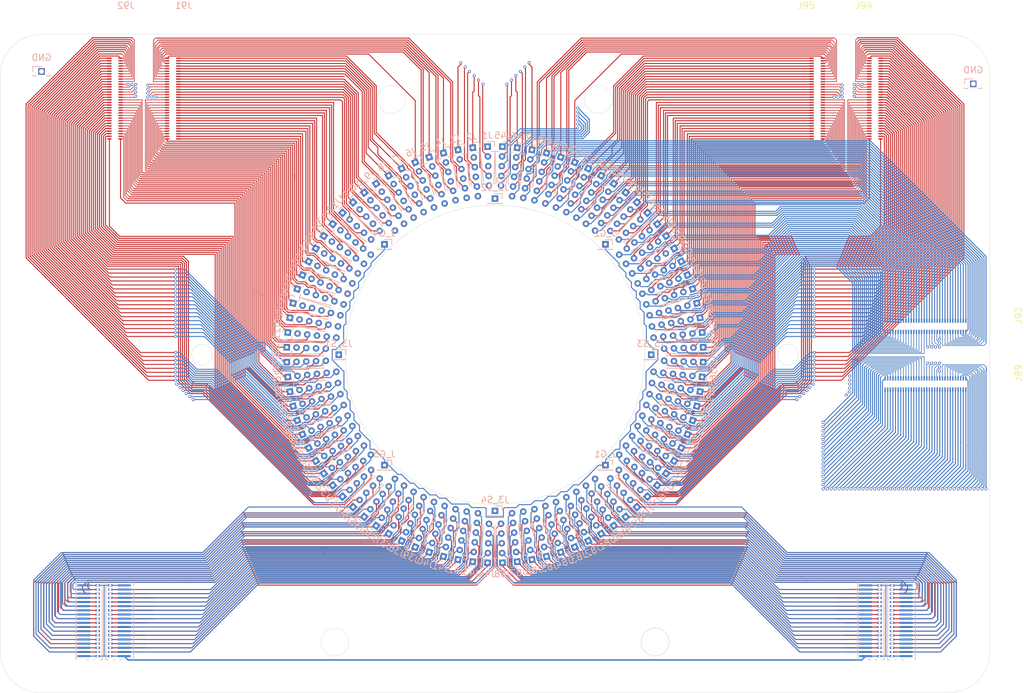
<source format=kicad_pcb>
(kicad_pcb (version 20241229) (generator "pcbnew") (generator_version "9.0")
  (layers (0 "F.Cu" signal) (4 "In1.Cu" signal) (6 "In2.Cu" signal) (2 "B.Cu" signal) (13 "F.Paste" user) (15 "B.Paste" user) (5 "F.SilkS" user "F.Silkscreen") (7 "B.SilkS" user "B.Silkscreen") (1 "F.Mask" user) (3 "B.Mask" user) (25 "Edge.Cuts" user))
  (net 0 "")
  (net 2 "unconnected-(J34-Pin_5-Pad5)")
  (net 3 "unconnected-(J34-Pin_4-Pad4)")
  (net 4 "unconnected-(J34-Pin_3-Pad3)")
  (net 5 "unconnected-(J34-Pin_2-Pad2)")
  (net 6 "unconnected-(J34-Pin_1-Pad1)")
  (net 7 "unconnected-(J35-Pin_6-Pad6)")
  (net 8 "unconnected-(J35-Pin_5-Pad5)")
  (net 9 "unconnected-(J35-Pin_4-Pad4)")
  (net 10 "unconnected-(J35-Pin_3-Pad3)")
  (net 11 "unconnected-(J35-Pin_2-Pad2)")
  (net 12 "unconnected-(J35-Pin_1-Pad1)")
  (net 13 "unconnected-(J36-Pin_6-Pad6)")
  (net 14 "unconnected-(J36-Pin_5-Pad5)")
  (net 15 "unconnected-(J36-Pin_4-Pad4)")
  (net 16 "unconnected-(J36-Pin_3-Pad3)")
  (net 17 "unconnected-(J36-Pin_2-Pad2)")
  (net 18 "Net-(J67-Pin_2)")
  (net 19 "Net-(J67-Pin_4)")
  (net 20 "Net-(J68-Pin_1)")
  (net 21 "Net-(J68-Pin_3)")
  (net 22 "Net-(J68-Pin_5)")
  (net 23 "Net-(J69-Pin_1)")
  (net 24 "Net-(J69-Pin_3)")
  (net 25 "Net-(J69-Pin_5)")
  (net 26 "Net-(J70-Pin_1)")
  (net 27 "Net-(J70-Pin_3)")
  (net 28 "Net-(J70-Pin_5)")
  (net 29 "Net-(J71-Pin_1)")
  (net 30 "Net-(J71-Pin_3)")
  (net 31 "Net-(J71-Pin_5)")
  (net 32 "unconnected-(J36-Pin_1-Pad1)")
  (net 33 "unconnected-(J37-Pin_6-Pad6)")
  (net 34 "unconnected-(J37-Pin_5-Pad5)")
  (net 35 "unconnected-(J37-Pin_4-Pad4)")
  (net 36 "unconnected-(J37-Pin_3-Pad3)")
  (net 37 "unconnected-(J37-Pin_2-Pad2)")
  (net 38 "unconnected-(J37-Pin_1-Pad1)")
  (net 39 "unconnected-(J38-Pin_6-Pad6)")
  (net 40 "unconnected-(J38-Pin_5-Pad5)")
  (net 41 "unconnected-(J38-Pin_4-Pad4)")
  (net 42 "unconnected-(J38-Pin_3-Pad3)")
  (net 43 "unconnected-(J38-Pin_2-Pad2)")
  (net 44 "unconnected-(J38-Pin_1-Pad1)")
  (net 45 "unconnected-(J39-Pin_6-Pad6)")
  (net 46 "unconnected-(J39-Pin_5-Pad5)")
  (net 47 "unconnected-(J39-Pin_4-Pad4)")
  (net 48 "Net-(J50-Pin_3)")
  (net 49 "Net-(J50-Pin_1)")
  (net 50 "Net-(J49-Pin_5)")
  (net 51 "Net-(J49-Pin_3)")
  (net 52 "Net-(J49-Pin_1)")
  (net 53 "Net-(J48-Pin_5)")
  (net 54 "Net-(J48-Pin_3)")
  (net 55 "Net-(J48-Pin_1)")
  (net 56 "Net-(J47-Pin_5)")
  (net 57 "Net-(J47-Pin_3)")
  (net 58 "Net-(J47-Pin_1)")
  (net 59 "Net-(J46-Pin_5)")
  (net 60 "Net-(J46-Pin_3)")
  (net 61 "Net-(J46-Pin_1)")
  (net 62 "Net-(J45-Pin_4)")
  (net 63 "Net-(J45-Pin_2)")
  (net 64 "Net-(J66-Pin_5)")
  (net 65 "Net-(J66-Pin_3)")
  (net 66 "Net-(J66-Pin_1)")
  (net 67 "Net-(J65-Pin_5)")
  (net 68 "Net-(J65-Pin_3)")
  (net 69 "Net-(J65-Pin_1)")
  (net 70 "Net-(J64-Pin_5)")
  (net 71 "Net-(J64-Pin_3)")
  (net 72 "Net-(J64-Pin_1)")
  (net 73 "Net-(J63-Pin_5)")
  (net 74 "Net-(J63-Pin_3)")
  (net 75 "Net-(J63-Pin_1)")
  (net 76 "Net-(J62-Pin_1)")
  (net 77 "Net-(J62-Pin_3)")
  (net 78 "Net-(J62-Pin_5)")
  (net 79 "Net-(J61-Pin_1)")
  (net 80 "Net-(J61-Pin_3)")
  (net 81 "Net-(J61-Pin_5)")
  (net 82 "Net-(J60-Pin_1)")
  (net 83 "Net-(J60-Pin_3)")
  (net 84 "Net-(J60-Pin_5)")
  (net 85 "Net-(J59-Pin_1)")
  (net 86 "Net-(J59-Pin_3)")
  (net 87 "Net-(J59-Pin_5)")
  (net 88 "Net-(J58-Pin_1)")
  (net 89 "Net-(J58-Pin_3)")
  (net 90 "Net-(J58-Pin_5)")
  (net 91 "Net-(J57-Pin_1)")
  (net 92 "Net-(J57-Pin_3)")
  (net 93 "Net-(J57-Pin_5)")
  (net 94 "Net-(J56-Pin_4)")
  (net 95 "Net-(J56-Pin_2)")
  (net 96 "Net-(J55-Pin_5)")
  (net 97 "Net-(J55-Pin_3)")
  (net 98 "Net-(J55-Pin_1)")
  (net 99 "Net-(J54-Pin_5)")
  (net 100 "Net-(J54-Pin_3)")
  (net 101 "Net-(J54-Pin_1)")
  (net 102 "Net-(J53-Pin_5)")
  (net 103 "Net-(J53-Pin_3)")
  (net 104 "Net-(J53-Pin_1)")
  (net 105 "Net-(J52-Pin_5)")
  (net 106 "Net-(J52-Pin_3)")
  (net 107 "Net-(J52-Pin_1)")
  (net 108 "Net-(J51-Pin_5)")
  (net 109 "Net-(J51-Pin_3)")
  (net 110 "Net-(J51-Pin_1)")
  (net 111 "Net-(J50-Pin_5)")
  (net 112 "unconnected-(J39-Pin_3-Pad3)")
  (net 113 "unconnected-(J39-Pin_2-Pad2)")
  (net 114 "unconnected-(J39-Pin_1-Pad1)")
  (net 115 "unconnected-(J40-Pin_6-Pad6)")
  (net 116 "unconnected-(J40-Pin_5-Pad5)")
  (net 117 "unconnected-(J40-Pin_4-Pad4)")
  (net 118 "unconnected-(J40-Pin_3-Pad3)")
  (net 119 "unconnected-(J40-Pin_2-Pad2)")
  (net 120 "unconnected-(J40-Pin_1-Pad1)")
  (net 121 "unconnected-(J41-Pin_6-Pad6)")
  (net 122 "unconnected-(J41-Pin_5-Pad5)")
  (net 123 "unconnected-(J41-Pin_4-Pad4)")
  (net 124 "unconnected-(J41-Pin_3-Pad3)")
  (net 125 "unconnected-(J41-Pin_2-Pad2)")
  (net 126 "unconnected-(J41-Pin_1-Pad1)")
  (net 127 "unconnected-(J42-Pin_6-Pad6)")
  (net 128 "Net-(J23-Pin_2)")
  (net 129 "Net-(J23-Pin_4)")
  (net 130 "Net-(J24-Pin_1)")
  (net 131 "Net-(J24-Pin_3)")
  (net 132 "Net-(J24-Pin_5)")
  (net 133 "Net-(J25-Pin_1)")
  (net 134 "Net-(J25-Pin_3)")
  (net 135 "Net-(J25-Pin_5)")
  (net 136 "Net-(J26-Pin_1)")
  (net 137 "Net-(J26-Pin_3)")
  (net 138 "Net-(J26-Pin_5)")
  (net 139 "Net-(J27-Pin_1)")
  (net 140 "Net-(J27-Pin_3)")
  (net 141 "Net-(J27-Pin_5)")
  (net 142 "Net-(J28-Pin_1)")
  (net 143 "Net-(J28-Pin_3)")
  (net 144 "Net-(J28-Pin_5)")
  (net 145 "Net-(J29-Pin_1)")
  (net 146 "Net-(J29-Pin_3)")
  (net 147 "Net-(J29-Pin_5)")
  (net 148 "Net-(J30-Pin_1)")
  (net 149 "Net-(J30-Pin_3)")
  (net 150 "Net-(J30-Pin_5)")
  (net 151 "Net-(J31-Pin_1)")
  (net 152 "Net-(J31-Pin_3)")
  (net 153 "Net-(J31-Pin_5)")
  (net 154 "Net-(J32-Pin_1)")
  (net 155 "Net-(J32-Pin_3)")
  (net 156 "Net-(J32-Pin_5)")
  (net 157 "Net-(J33-Pin_1)")
  (net 158 "Net-(J33-Pin_3)")
  (net 159 "Net-(J33-Pin_5)")
  (net 160 "unconnected-(J42-Pin_5-Pad5)")
  (net 161 "unconnected-(J42-Pin_4-Pad4)")
  (net 162 "unconnected-(J42-Pin_3-Pad3)")
  (net 163 "unconnected-(J42-Pin_2-Pad2)")
  (net 164 "unconnected-(J42-Pin_1-Pad1)")
  (net 165 "unconnected-(J43-Pin_6-Pad6)")
  (net 166 "unconnected-(J43-Pin_5-Pad5)")
  (net 167 "unconnected-(J43-Pin_4-Pad4)")
  (net 168 "unconnected-(J43-Pin_3-Pad3)")
  (net 169 "unconnected-(J43-Pin_2-Pad2)")
  (net 170 "unconnected-(J43-Pin_1-Pad1)")
  (net 171 "unconnected-(J44-Pin_5-Pad5)")
  (net 172 "unconnected-(J44-Pin_4-Pad4)")
  (net 173 "unconnected-(J44-Pin_3-Pad3)")
  (net 174 "unconnected-(J44-Pin_2-Pad2)")
  (net 175 "unconnected-(J44-Pin_1-Pad1)")
  (net 176 "Net-(J6-Pin_5)")
  (net 177 "Net-(J7-Pin_1)")
  (net 178 "Net-(J7-Pin_3)")
  (net 179 "Net-(J7-Pin_5)")
  (net 180 "Net-(J8-Pin_1)")
  (net 181 "Net-(J8-Pin_3)")
  (net 182 "Net-(J8-Pin_5)")
  (net 183 "Net-(J9-Pin_1)")
  (net 184 "Net-(J9-Pin_3)")
  (net 185 "Net-(J9-Pin_5)")
  (net 186 "Net-(J10-Pin_1)")
  (net 187 "Net-(J10-Pin_3)")
  (net 188 "Net-(J10-Pin_5)")
  (net 189 "Net-(J11-Pin_1)")
  (net 190 "Net-(J11-Pin_3)")
  (net 191 "Net-(J11-Pin_5)")
  (net 192 "Net-(J12-Pin_2)")
  (net 193 "Net-(J12-Pin_4)")
  (net 194 "Net-(J13-Pin_5)")
  (net 195 "Net-(J13-Pin_3)")
  (net 196 "Net-(J13-Pin_1)")
  (net 197 "Net-(J14-Pin_5)")
  (net 198 "Net-(J14-Pin_3)")
  (net 199 "Net-(J14-Pin_1)")
  (net 200 "Net-(J15-Pin_5)")
  (net 201 "Net-(J15-Pin_3)")
  (net 202 "Net-(J15-Pin_1)")
  (net 203 "Net-(J16-Pin_5)")
  (net 204 "Net-(J16-Pin_3)")
  (net 205 "Net-(J16-Pin_1)")
  (net 206 "Net-(J17-Pin_5)")
  (net 207 "Net-(J17-Pin_3)")
  (net 208 "Net-(J17-Pin_1)")
  (net 209 "Net-(J18-Pin_5)")
  (net 210 "Net-(J18-Pin_3)")
  (net 211 "Net-(J18-Pin_1)")
  (net 212 "Net-(J19-Pin_1)")
  (net 213 "Net-(J19-Pin_3)")
  (net 214 "Net-(J19-Pin_5)")
  (net 215 "Net-(J20-Pin_1)")
  (net 216 "Net-(J20-Pin_3)")
  (net 217 "Net-(J20-Pin_5)")
  (net 218 "Net-(J21-Pin_1)")
  (net 219 "Net-(J21-Pin_3)")
  (net 220 "Net-(J21-Pin_5)")
  (net 221 "Net-(J22-Pin_1)")
  (net 222 "Net-(J22-Pin_3)")
  (net 223 "Net-(J22-Pin_5)")
  (net 224 "Net-(J1-Pin_2)")
  (net 225 "Net-(J1-Pin_4)")
  (net 226 "Net-(J2-Pin_1)")
  (net 227 "Net-(J2-Pin_3)")
  (net 228 "Net-(J2-Pin_5)")
  (net 229 "Net-(J3-Pin_1)")
  (net 230 "Net-(J3-Pin_3)")
  (net 231 "Net-(J3-Pin_5)")
  (net 232 "Net-(J4-Pin_1)")
  (net 233 "Net-(J4-Pin_3)")
  (net 234 "Net-(J4-Pin_5)")
  (net 235 "Net-(J5-Pin_1)")
  (net 236 "Net-(J5-Pin_3)")
  (net 237 "Net-(J5-Pin_5)")
  (net 238 "Net-(J6-Pin_1)")
  (net 239 "Net-(J6-Pin_3)")
  (net 240 "Net-(J6-Pin_4)")
  (net 241 "Net-(J6-Pin_6)")
  (net 242 "Net-(J7-Pin_2)")
  (net 243 "Net-(J7-Pin_4)")
  (net 244 "Net-(J7-Pin_6)")
  (net 245 "Net-(J8-Pin_2)")
  (net 246 "Net-(J8-Pin_4)")
  (net 247 "Net-(J8-Pin_6)")
  (net 248 "Net-(J89-Pin_3)")
  (net 249 "Net-(J89-Pin_4)")
  (net 250 "Net-(J89-Pin_5)")
  (net 251 "Net-(J10-Pin_2)")
  (net 252 "Net-(J10-Pin_4)")
  (net 253 "Net-(J10-Pin_6)")
  (net 254 "Net-(J11-Pin_2)")
  (net 255 "Net-(J11-Pin_4)")
  (net 256 "Net-(J1-Pin_1)")
  (net 257 "Net-(J1-Pin_3)")
  (net 258 "Net-(J1-Pin_5)")
  (net 259 "Net-(J2-Pin_2)")
  (net 260 "Net-(J2-Pin_4)")
  (net 261 "Net-(J2-Pin_6)")
  (net 262 "Net-(J3-Pin_2)")
  (net 263 "Net-(J3-Pin_4)")
  (net 264 "Net-(J3-Pin_6)")
  (net 265 "Net-(J4-Pin_2)")
  (net 266 "Net-(J4-Pin_4)")
  (net 267 "Net-(J4-Pin_6)")
  (net 268 "Net-(J5-Pin_2)")
  (net 269 "Net-(J5-Pin_4)")
  (net 270 "Net-(J5-Pin_6)")
  (net 271 "Net-(J6-Pin_2)")
  (net 272 "Net-(J67-Pin_1)")
  (net 286 "Net-(J50-Pin_4)")
  (net 287 "Net-(J50-Pin_6)")
  (net 288 "Net-(J51-Pin_2)")
  (net 289 "Net-(J51-Pin_4)")
  (net 290 "Net-(J51-Pin_6)")
  (net 291 "Net-(J52-Pin_2)")
  (net 292 "Net-(J52-Pin_4)")
  (net 293 "Net-(J52-Pin_6)")
  (net 294 "Net-(J53-Pin_2)")
  (net 295 "Net-(J53-Pin_4)")
  (net 296 "Net-(J53-Pin_6)")
  (net 297 "Net-(J54-Pin_2)")
  (net 298 "Net-(J54-Pin_4)")
  (net 299 "Net-(J54-Pin_6)")
  (net 300 "Net-(J55-Pin_2)")
  (net 301 "Net-(J55-Pin_4)")
  (net 302 "Net-(J56-Pin_1)")
  (net 303 "Net-(J56-Pin_3)")
  (net 304 "Net-(J56-Pin_5)")
  (net 305 "Net-(J57-Pin_2)")
  (net 306 "Net-(J57-Pin_4)")
  (net 307 "Net-(J57-Pin_6)")
  (net 308 "Net-(J58-Pin_2)")
  (net 309 "Net-(J58-Pin_4)")
  (net 310 "Net-(J58-Pin_6)")
  (net 311 "Net-(J59-Pin_2)")
  (net 312 "Net-(J59-Pin_4)")
  (net 313 "Net-(J59-Pin_6)")
  (net 314 "Net-(J60-Pin_2)")
  (net 315 "Net-(J60-Pin_4)")
  (net 316 "Net-(J60-Pin_6)")
  (net 317 "Net-(J61-Pin_2)")
  (net 318 "Net-(J61-Pin_4)")
  (net 319 "Net-(J61-Pin_6)")
  (net 320 "Net-(J62-Pin_2)")
  (net 321 "Net-(J62-Pin_4)")
  (net 322 "Net-(J62-Pin_6)")
  (net 323 "Net-(J63-Pin_2)")
  (net 324 "Net-(J63-Pin_4)")
  (net 325 "Net-(J63-Pin_6)")
  (net 326 "Net-(J64-Pin_2)")
  (net 327 "Net-(J64-Pin_4)")
  (net 328 "Net-(J64-Pin_6)")
  (net 329 "Net-(J65-Pin_2)")
  (net 330 "Net-(J65-Pin_4)")
  (net 331 "Net-(J65-Pin_6)")
  (net 332 "Net-(J66-Pin_2)")
  (net 333 "Net-(J66-Pin_4)")
  (net 334 "Net-(J45-Pin_1)")
  (net 335 "Net-(J45-Pin_3)")
  (net 336 "Net-(J45-Pin_5)")
  (net 337 "Net-(J46-Pin_2)")
  (net 338 "Net-(J46-Pin_4)")
  (net 339 "Net-(J46-Pin_6)")
  (net 340 "Net-(J47-Pin_2)")
  (net 341 "Net-(J47-Pin_4)")
  (net 342 "Net-(J47-Pin_6)")
  (net 343 "Net-(J48-Pin_2)")
  (net 344 "Net-(J48-Pin_4)")
  (net 345 "Net-(J48-Pin_6)")
  (net 346 "Net-(J49-Pin_2)")
  (net 347 "Net-(J49-Pin_4)")
  (net 348 "Net-(J49-Pin_6)")
  (net 349 "Net-(J50-Pin_2)")
  (net 350 "Net-(J86-Pin_2)")
  (net 351 "Net-(J23-Pin_1)")
  (net 352 "Net-(J23-Pin_3)")
  (net 353 "Net-(J23-Pin_5)")
  (net 354 "Net-(J24-Pin_2)")
  (net 355 "Net-(J24-Pin_4)")
  (net 356 "Net-(J24-Pin_6)")
  (net 357 "Net-(J25-Pin_2)")
  (net 358 "Net-(J25-Pin_4)")
  (net 359 "Net-(J25-Pin_6)")
  (net 360 "Net-(J26-Pin_2)")
  (net 361 "Net-(J26-Pin_4)")
  (net 362 "Net-(J26-Pin_6)")
  (net 363 "Net-(J27-Pin_2)")
  (net 364 "Net-(J27-Pin_4)")
  (net 365 "Net-(J27-Pin_6)")
  (net 366 "Net-(J28-Pin_2)")
  (net 367 "Net-(J28-Pin_4)")
  (net 368 "Net-(J28-Pin_6)")
  (net 369 "Net-(J86-Pin_4)")
  (net 370 "Net-(J86-Pin_6)")
  (net 371 "Net-(J87-Pin_2)")
  (net 372 "Net-(J87-Pin_4)")
  (net 373 "Net-(J87-Pin_6)")
  (net 374 "Net-(J88-Pin_2)")
  (net 375 "Net-(J88-Pin_4)")
  (net 411 "Net-(J72-Pin_1)")
  (net 413 "Net-(J72-Pin_3)")
  (net 415 "Net-(J72-Pin_5)")
  (net 417 "Net-(J73-Pin_1)")
  (net 419 "Net-(J73-Pin_3)")
  (net 421 "Net-(J73-Pin_5)")
  (net 423 "Net-(J74-Pin_1)")
  (net 425 "Net-(J74-Pin_3)")
  (net 427 "Net-(J74-Pin_5)")
  (net 429 "Net-(J75-Pin_1)")
  (net 431 "Net-(J75-Pin_3)")
  (net 433 "Net-(J75-Pin_5)")
  (net 435 "Net-(J76-Pin_1)")
  (net 437 "Net-(J76-Pin_3)")
  (net 439 "Net-(J76-Pin_5)")
  (net 441 "Net-(J77-Pin_1)")
  (net 443 "Net-(J77-Pin_3)")
  (net 445 "Net-(J77-Pin_5)")
  (net 446 "Net-(J29-Pin_2)")
  (net 447 "Net-(J29-Pin_4)")
  (net 448 "Net-(J29-Pin_6)")
  (net 449 "Net-(J30-Pin_2)")
  (net 450 "Net-(J30-Pin_4)")
  (net 451 "Net-(J30-Pin_6)")
  (net 452 "Net-(J31-Pin_2)")
  (net 453 "Net-(J31-Pin_4)")
  (net 454 "Net-(J31-Pin_6)")
  (net 455 "Net-(J32-Pin_2)")
  (net 456 "Net-(J32-Pin_4)")
  (net 457 "Net-(J32-Pin_6)")
  (net 458 "Net-(J33-Pin_2)")
  (net 459 "Net-(J33-Pin_4)")
  (net 460 "Net-(J83-Pin_2)")
  (net 461 "Net-(J83-Pin_4)")
  (net 462 "Net-(J83-Pin_6)")
  (net 463 "Net-(J84-Pin_2)")
  (net 464 "Net-(J84-Pin_4)")
  (net 465 "Net-(J84-Pin_6)")
  (net 466 "Net-(J85-Pin_2)")
  (net 467 "Net-(J85-Pin_4)")
  (net 468 "Net-(J85-Pin_6)")
  (net 469 "Net-(J81-Pin_2)")
  (net 470 "Net-(J81-Pin_4)")
  (net 471 "Net-(J81-Pin_6)")
  (net 472 "Net-(J82-Pin_2)")
  (net 473 "Net-(J82-Pin_4)")
  (net 474 "Net-(J82-Pin_6)")
  (net 475 "Net-(J78-Pin_1)")
  (net 476 "Net-(J78-Pin_3)")
  (net 477 "Net-(J78-Pin_5)")
  (net 478 "Net-(J79-Pin_2)")
  (net 479 "Net-(J79-Pin_4)")
  (net 480 "Net-(J79-Pin_6)")
  (net 481 "Net-(J80-Pin_2)")
  (net 482 "Net-(J80-Pin_4)")
  (net 483 "Net-(J80-Pin_6)")
  (net 484 "Net-(J83-Pin_1)")
  (net 485 "Net-(J83-Pin_3)")
  (net 486 "Net-(J83-Pin_5)")
  (net 487 "Net-(J84-Pin_1)")
  (net 488 "Net-(J84-Pin_3)")
  (net 489 "Net-(J84-Pin_5)")
  (net 490 "Net-(J85-Pin_1)")
  (net 491 "Net-(J85-Pin_3)")
  (net 492 "Net-(J85-Pin_5)")
  (net 493 "Net-(J86-Pin_1)")
  (net 494 "Net-(J86-Pin_3)")
  (net 495 "Net-(J86-Pin_5)")
  (net 496 "Net-(J87-Pin_1)")
  (net 497 "Net-(J87-Pin_3)")
  (net 498 "Net-(J87-Pin_5)")
  (net 499 "Net-(J88-Pin_1)")
  (net 500 "Net-(J88-Pin_3)")
  (net 501 "Net-(J88-Pin_5)")
  (net 502 "Net-(J78-Pin_2)")
  (net 503 "Net-(J78-Pin_4)")
  (net 504 "Net-(J79-Pin_1)")
  (net 505 "Net-(J79-Pin_3)")
  (net 506 "Net-(J79-Pin_5)")
  (net 507 "Net-(J80-Pin_1)")
  (net 508 "Net-(J80-Pin_3)")
  (net 509 "Net-(J80-Pin_5)")
  (net 510 "Net-(J81-Pin_1)")
  (net 511 "Net-(J81-Pin_3)")
  (net 512 "Net-(J81-Pin_5)")
  (net 513 "Net-(J82-Pin_1)")
  (net 514 "Net-(J82-Pin_3)")
  (net 515 "Net-(J82-Pin_5)")
  (net 580 "Net-(J22-Pin_2)")
  (net 581 "Net-(J22-Pin_4)")
  (net 582 "Net-(J12-Pin_1)")
  (net 583 "Net-(J12-Pin_3)")
  (net 584 "Net-(J12-Pin_5)")
  (net 585 "Net-(J13-Pin_2)")
  (net 586 "Net-(J13-Pin_4)")
  (net 587 "Net-(J13-Pin_6)")
  (net 588 "Net-(J14-Pin_2)")
  (net 589 "Net-(J14-Pin_4)")
  (net 590 "Net-(J14-Pin_6)")
  (net 591 "Net-(J15-Pin_2)")
  (net 592 "Net-(J15-Pin_4)")
  (net 593 "Net-(J15-Pin_6)")
  (net 594 "Net-(J16-Pin_2)")
  (net 595 "Net-(J16-Pin_4)")
  (net 596 "Net-(J16-Pin_6)")
  (net 597 "Net-(J17-Pin_2)")
  (net 598 "Net-(J17-Pin_4)")
  (net 599 "Net-(J17-Pin_6)")
  (net 600 "Net-(J18-Pin_2)")
  (net 601 "Net-(J18-Pin_4)")
  (net 602 "Net-(J18-Pin_6)")
  (net 603 "Net-(J19-Pin_2)")
  (net 604 "Net-(J19-Pin_4)")
  (net 605 "Net-(J19-Pin_6)")
  (net 606 "Net-(J20-Pin_2)")
  (net 607 "Net-(J20-Pin_4)")
  (net 608 "Net-(J20-Pin_6)")
  (net 609 "Net-(J21-Pin_2)")
  (net 610 "Net-(J21-Pin_4)")
  (net 611 "Net-(J21-Pin_6)")
  (net 612 "GND")
  (footprint "MEA_512_Footprint:PinHeader_2x32_P0.4mm_Vertical_SMD_Molex_Back" (layer "F.Cu") (at 217.37675 94.13 -90)
    (property "Reference" "J93")
    (property "Value" "Conn_02x32_Counter_Clockwise")
  )
  (footprint "MEA_512_Footprint:PinHeader_2x32_P0.4mm_Vertical_SMD_Molex_Back" (layer "F.Cu") (at 217.37675 102.995 -90)
    (property "Reference" "J89")
    (property "Value" "Conn_02x32_Counter_Clockwise")
  )
  (footprint "MEAboard_512_footprint:PinHeader_2x32_P0.4mm_Vertical_SMD_Molex" (layer "F.Cu") (at 192.75555 54.12828)
    (property "Reference" "J95")
    (property "Value" "Conn_02x32_Counter_Clockwise")
  )
  (footprint "MEAboard_512_footprint:PinHeader_2x32_P0.4mm_Vertical_SMD_Molex" (layer "F.Cu") (at 201.62055 54.12828)
    (property "Reference" "J94")
    (property "Value" "Conn_02x32_Counter_Clockwise")
  )
  (footprint "MEAboard_512_footprint:PinHeader_1x06_P1.5mm_Vertical" (layer "B.Cu") (at 114.393119 110.105584 -71.591364)
    (property "Reference" "J27")
    (property "Value" "Conn_01x06")
  )
  (footprint "MEAboard_512_footprint:PinHeader_1x06_P1.5mm_Vertical" (layer "B.Cu") (at 128.426906 127.520455 -30.682273)
    (property "Reference" "J37")
    (property "Value" "Conn_01x06")
  )
  (footprint "MEAboard_512_footprint:PinHeader_1x06_P1.5mm_Vertical" (layer "B.Cu") (at 161.084191 127.520457 30.681367)
    (property "Reference" "J81")
    (property "Value" "Conn_01x06")
  )
  (footprint "MEAboard_512_footprint:PinHeader_1x06_P1.5mm_Vertical" (layer "B.Cu") (at 116.14034 114.323748 -63.409546)
    (property "Reference" "J29")
    (property "Value" "Conn_01x06")
  )
  (footprint "MEAboard_512_footprint:PinHeader_1x06_P1.5mm_Vertical" (layer "B.Cu") (at 112.9389 96.579353 -96.136819)
    (property "Reference" "J21")
    (property "Value" "Conn_01x06")
  )
  (footprint "MEAboard_512_footprint:PinHeader_1x06_P1.5mm_Vertical" (layer "B.Cu") (at 148.176193 131.81665 6.135913)
    (property "Reference" "J87")
    (property "Value" "Conn_01x06")
  )
  (footprint "MEAboard_512_footprint:PinHeader_1x05_P1.5mm_Vertical" (layer "B.Cu") (at 121.334923 121.805372 -47.04591)
    (property "Reference" "J33")
    (property "Value" "Conn_01x05")
  )
  (footprint "MEAboard_512_footprint:PinHeader_1x06_P1.5mm_Vertical" (layer "B.Cu") (at 112.9389 103.420641 -83.864091)
    (property "Reference" "J24")
    (property "Value" "Conn_01x06")
  )
  (footprint "MEAboard_512_footprint:PinHeader_1x06_P1.5mm_Vertical" (layer "B.Cu") (at 174.319695 112.245871 67.499548)
    (property "Reference" "J72")
    (property "Value" "Conn_01x06")
  )
  (footprint "MEAboard_512_footprint:PinHeader_1x06_P1.5mm_Vertical" (layer "B.Cu") (at 136.841739 131.005994 -14.318637)
    (property "Reference" "J41")
    (property "Value" "Conn_01x06")
  )
  (footprint "MEAboard_512_footprint:PinHeader_2x32_P0.4mm_Vertical_SMD_Molex_Back" (layer "B.Cu") (at 87.89055 54.12828 180)
    (property "Reference" "J92")
    (property "Value" "Conn_02x32_Counter_Clockwise")
  )
  (footprint "MEAboard_512_footprint:PinHeader_1x01_P1.27mm_Vertical_0.483_STIM" (layer "B.Cu") (at 144.75555 76 180)
    (property "Reference" "J3_S2")
    (property "Value" "Conn_01x01")
  )
  (footprint "MEAboard_512_footprint:PinHeader_1x06_P1.5mm_Vertical" (layer "B.Cu") (at 174.319696 87.754132 112.499547)
    (property "Reference" "J61")
    (property "Value" "Conn_01x06")
  )
  (footprint "MEAboard_512_footprint:PinHeader_1x06_P1.5mm_Vertical" (layer "B.Cu") (at 130.431796 128.615208 -26.591364)
    (property "Reference" "J38")
    (property "Value" "Conn_01x06")
  )
  (footprint "MEAboard_512_footprint:PinHeader_1x06_P1.5mm_Vertical" (layer "B.Cu") (at 130.431802 71.38479 -153.409546)
    (property "Reference" "J7")
    (property "Value" "Conn_01x06")
  )
  (footprint "MEAboard_512_footprint:PinHeader_1x05_P1.5mm_Vertical" (layer "B.Cu") (at 143.613392 131.979611 -2.04591)
    (property "Reference" "J44")
    (property "Value" "Conn_01x05")
  )
  (footprint "MEAboard_512_footprint:PinHeader_1x05_P1.5mm_Vertical" (layer "B.Cu") (at 145.897704 131.979611 2.045004)
    (property "Reference" "J88")
    (property "Value" "Conn_01x05")
  )
  (footprint "MEAboard_512_footprint:PinHeader_1x06_P1.5mm_Vertical" (layer "B.Cu") (at 132.509683 70.435853 -157.500455)
    (property "Reference" "J6")
    (property "Value" "Conn_01x06")
  )
  (footprint "MEAboard_512_footprint:PinHeader_1x01_P1.27mm_Vertical_0.483_GND" (layer "B.Cu") (at 161.65955 83.058 180)
    (property "Reference" "J_G2")
    (property "Value" "Conn_01x01")
  )
  (footprint "MEAboard_512_footprint:PinHeader_1x06_P1.5mm_Vertical" (layer "B.Cu") (at 113.26399 105.6817 -79.773182)
    (property "Reference" "J25")
    (property "Value" "Conn_01x06")
  )
  (footprint "MEAboard_512_footprint:PinHeader_1x06_P1.5mm_Vertical" (layer "B.Cu") (at 113.749556 92.086189 -104.318637)
    (property "Reference" "J19")
    (property "Value" "Conn_01x06")
  )
  (footprint "MEAboard_512_footprint:PinHeader_1x06_P1.5mm_Vertical" (layer "B.Cu") (at 150.437252 131.491559 10.226822)
    (property "Reference" "J86")
    (property "Value" "Conn_01x06")
  )
  (footprint "MEAboard_512_footprint:PinHeader_1x05_P1.5mm_Vertical" (layer "B.Cu") (at 121.334927 78.194624 -132.955)
    (property "Reference" "J12")
    (property "Value" "Conn_01x05")
  )
  (footprint "MEAboard_512_footprint:PinHeader_1x05_P1.5mm_Vertical" (layer "B.Cu") (at 112.775939 98.857842 -92.04591)
    (property "Reference" "J22")
    (property "Value" "Conn_01x05")
  )
  (footprint "MEAboard_512_footprint:PinHeader_1x06_P1.5mm_Vertical" (layer "B.Cu") (at 169.672079 120.079009 51.135912)
    (property "Reference" "J76")
    (property "Value" "Conn_01x06")
  )
  (footprint "MEAboard_512_footprint:PinHeader_1x01_P1.27mm_Vertical_0.483_STIM" (layer "B.Cu") (at 120.75555 100 180)
    (property "Reference" "J3_S1")
    (property "Value" "Conn_01x01")
  )
  (footprint "MEA_512_Footprint:PinHeader_2x18_Omnetics_Vertical_Hole_SMD_left_back" (layer "B.Cu") (at 86.70895 135.45 180)
    (property "Reference" "J97" (hide yes))
    (property "Value" "Conn_02x18_Odd_Even")
  )
  (footprint "MEAboard_512_footprint:PinHeader_1x06_P1.5mm_Vertical" (layer "B.Cu") (at 163.005874 126.285466 34.772276)
    (property "Reference" "J80")
    (property "Value" "Conn_01x06")
  )
  (footprint "MEAboard_512_footprint:PinHeader_1x06_P1.5mm_Vertical" (layer "B.Cu") (at 118.470086 81.749673 -124.773182)
    (property "Reference" "J14")
    (property "Value" "Conn_01x06")
  )
  (footprint "MEAboard_512_footprint:PinHeader_1x06_P1.5mm_Vertical" (layer "B.Cu") (at 157.001419 129.564146 22.499549)
    (property "Reference" "J83")
    (property "Value" "Conn_01x06")
  )
  (footprint "MEAboard_512_footprint:PinHeader_1x05_P1.5mm_Vertical" (layer "B.Cu") (at 168.176176 78.194627 132.954092)
    (property "Reference" "J56")
    (property "Value" "Conn_01x05")
  )
  (footprint "MEAboard_512_footprint:PinHeader_1x06_P1.5mm_Vertical" (layer "B.Cu") (at 171.041015 118.250326 55.226821)
    (property "Reference" "J75")
    (property "Value" "Conn_01x06")
  )
  (footprint "MEAboard_512_footprint:PinHeader_1x05_P1.5mm_Vertical" (layer "B.Cu") (at 145.897707 68.020389 177.954091)
    (property "Reference" "J45")
    (property "Value" "Conn_01x05")
  )
  (footprint "MEA_512_Footprint:PinHeader_2x18_Omnetics_Vertical_Hole_SMD_right_back" (layer "B.Cu") (at 203.81215 135.4515 180)
    (property "Reference" "J90" (hide yes))
    (property "Value" "Conn_02x18_Odd_Even")
  )
  (footprint "MEAboard_512_footprint:PinHeader_1x06_P1.5mm_Vertical" (layer "B.Cu") (at 117.235092 116.328639 -59.318637)
    (property "Reference" "J30")
    (property "Value" "Conn_01x06")
  )
  (footprint "MEAboard_512_footprint:PinHeader_1x06_P1.5mm_Vertical" (layer "B.Cu") (at 173.370759 114.323752 63.408639)
    (property "Reference" "J73")
    (property "Value" "Conn_01x06")
  )
  (footprint "MEAboard_512_footprint:PinHeader_1x06_P1.5mm_Vertical" (layer "B.Cu") (at 152.669361 68.994006 165.681364)
    (property "Reference" "J48")
    (property "Value" "Conn_01x06")
  )
  (footprint "MEAboard_512_footprint:PinHeader_1x06_P1.5mm_Vertical" (layer "B.Cu") (at 171.041016 81.749677 124.772274)
    (property "Reference" "J58")
    (property "Value" "Conn_01x06")
  )
  (footprint "MEAboard_512_footprint:PinHeader_1x06_P1.5mm_Vertical" (layer "B.Cu") (at 139.073844 131.491558 -10.227728)
    (property "Reference" "J42")
    (property "Value" "Conn_01x06")
  )
  (footprint "MEAboard_512_footprint:PinHeader_1x06_P1.5mm_Vertical" (layer "B.Cu") (at 141.334909 68.18335 -173.864091)
    (property "Reference" "J2")
    (property "Value" "Conn_01x06")
  )
  (footprint "MEAboard_512_footprint:PinHeader_1x06_P1.5mm_Vertical" (layer "B.Cu") (at 148.176197 68.18335 173.863182)
    (property "Reference" "J46")
    (property "Value" "Conn_01x06")
  )
  (footprint "MEAboard_512_footprint:PinHeader_1x06_P1.5mm_Vertical" (layer "B.Cu") (at 115.191403 112.245867 -67.500455)
    (property "Reference" "J28")
    (property "Value" "Conn_01x06")
  )
  (footprint "MEAboard_512_footprint:PinHeader_1x01_P1.27mm_Vertical_0.483_GND" (layer "B.Cu") (at 161.72555 116.97 180)
    (property "Reference" "J_G1")
    (property "Value" "Conn_01x01")
  )
  (footprint "MEAboard_512_footprint:PinHeader_1x01_P1.27mm_Vertical_0.483_GND" (layer "B.Cu") (at 127.78555 83.03 180)
    (property "Reference" "J_G4")
    (property "Value" "Conn_01x01")
  )
  (footprint "MEAboard_512_footprint:PinHeader_1x06_P1.5mm_Vertical" (layer "B.Cu") (at 159.079303 71.384792 153.408637)
    (property "Reference" "J51")
    (property "Value" "Conn_01x06")
  )
  (footprint "MEAboard_512_footprint:PinHeader_1x06_P1.5mm_Vertical" (layer "B.Cu") (at 128.426911 72.479542 -149.318637)
    (property "Reference" "J8")
    (property "Value" "Conn_01x06")
  )
  (footprint "MEAboard_512_footprint:PinHeader_1x06_P1.5mm_Vertical" (layer "B.Cu") (at 119.839018 120.079006 -51.136819)
    (property "Reference" "J32")
    (property "Value" "Conn_01x06")
  )
  (footprint "MEAboard_512_footprint:PinHeader_1x05_P1.5mm_Vertical" (layer "B.Cu") (at 112.775939 101.142152 -87.955)
    (property "Reference" "J23")
    (property "Value" "Conn_01x05")
  )
  (footprint "MEAboard_512_footprint:PinHeader_1x06_P1.5mm_Vertical" (layer "B.Cu") (at 136.841745 68.994005 -165.682273)
    (property "Reference" "J4")
    (property "Value" "Conn_01x06")
  )
  (footprint "MEAboard_512_footprint:PinHeader_1x01_P1.27mm_Vertical_0.483_STIM" (layer "B.Cu") (at 168.75555 100 180)
    (property "Reference" "J3_S3")
    (property "Value" "Conn_01x01")
  )
  (footprint "MEAboard_512_footprint:PinHeader_1x06_P1.5mm_Vertical" (layer "B.Cu") (at 176.247109 94.318299 100.22682)
    (property "Reference" "J64")
    (property "Value" "Conn_01x06")
  )
  (footprint "MEAboard_512_footprint:PinHeader_1x06_P1.5mm_Vertical" (layer "B.Cu") (at 126.505228 73.714533 -145.227728)
    (property "Reference" "J9")
    (property "Value" "Conn_01x06")
  )
  (footprint "MEAboard_512_footprint:PinHeader_1x05_P1.5mm_Vertical" (layer "B.Cu") (at 122.950178 76.579373 -137.04591)
    (property "Reference" "J11")
    (property "Value" "Conn_01x05")
  )
  (footprint "MEAboard_512_footprint:PinHeader_1x06_P1.5mm_Vertical" (layer "B.Cu") (at 176.247109 105.681704 79.772275)
    (property "Reference" "J69")
    (property "Value" "Conn_01x06")
  )
  (footprint "MEAboard_512_footprint:PinHeader_1x06_P1.5mm_Vertical" (layer "B.Cu") (at 126.505223 126.285464 -34.773182)
    (property "Reference" "J36")
    (property "Value" "Conn_01x06")
  )
  (footprint "MEAboard_512_footprint:PinHeader_1x06_P1.5mm_Vertical" (layer "B.Cu") (at 115.191406 87.754127 -112.500455)
    (property "Reference" "J17")
    (property "Value" "Conn_01x06")
  )
  (footprint "MEAboard_512_footprint:PinHeader_1x06_P1.5mm_Vertical" (layer "B.Cu") (at 172.276006 116.328642 59.31773)
    (property "Reference" "J74")
    (property "Value" "Conn_01x06")
  )
  (footprint "MEAboard_512_footprint:PinHeader_1x06_P1.5mm_Vertical" (layer "B.Cu") (at 114.393122 89.89441 -108.409546)
    (property "Reference" "J18")
    (property "Value" "Conn_01x06")
  )
  (footprint "MEAboard_512_footprint:PinHeader_1x06_P1.5mm_Vertical" (layer "B.Cu") (at 154.861139 69.637571 161.590455)
    (property "Reference" "J49")
    (property "Value" "Conn_01x06")
  )
  (footprint "MEAboard_512_footprint:PinHeader_1x06_P1.5mm_Vertical" (layer "B.Cu") (at 124.676544 75.083468 -141.136819)
    (property "Reference" "J10")
    (property "Value" "Conn_01x06")
  )
  (footprint "Connector_PinSocket_1.27mm:PinSocket_1x01_P1.27mm_Vertical" (layer "B.Cu") (at 75.10555 56.465 180)
    (property "Reference" "GND")
    (property "Value" "Conn_01x01")
  )
  (footprint "MEAboard_512_footprint:PinHeader_1x06_P1.5mm_Vertical" (layer "B.Cu") (at 173.37076 85.676251 116.590456)
    (property "Reference" "J60")
    (property "Value" "Conn_01x06")
  )
  (footprint "MEAboard_512_footprint:PinHeader_1x06_P1.5mm_Vertical" (layer "B.Cu") (at 113.263992 94.318294 -100.227728)
    (property "Reference" "J20")
    (property "Value" "Conn_01x06")
  )
  (footprint "MEAboard_512_footprint:PinHeader_1x05_P1.5mm_Vertical" (layer "B.Cu") (at 168.176174 121.805375 47.045003)
    (property "Reference" "J77")
    (property "Value" "Conn_01x05")
  )
  (footprint "MEAboard_512_footprint:PinHeader_1x05_P1.5mm_Vertical" (layer "B.Cu") (at 122.950174 123.420623 -42.955)
    (property "Reference" "J34")
    (property "Value" "Conn_01x05")
  )
  (footprint "MEAboard_512_footprint:PinHeader_1x06_P1.5mm_Vertical" (layer "B.Cu") (at 150.437255 68.508441 169.772273)
    (property "Reference" "J47")
    (property "Value" "Conn_01x06")
  )
  (footprint "MEAboard_512_footprint:PinHeader_1x06_P1.5mm_Vertical" (layer "B.Cu") (at 159.0793 128.615209 26.590458)
    (property "Reference" "J82")
    (property "Value" "Conn_01x06")
  )
  (footprint "MEAboard_512_footprint:PinHeader_1x06_P1.5mm_Vertical" (layer "B.Cu") (at 175.117979 110.105588 71.590457)
    (property "Reference" "J71")
    (property "Value" "Conn_01x06")
  )
  (footprint "MEAboard_512_footprint:PinHeader_1x06_P1.5mm_Vertical" (layer "B.Cu") (at 169.672081 79.920993 128.863183)
    (property "Reference" "J57")
    (property "Value" "Conn_01x06")
  )
  (footprint "MEAboard_512_footprint:PinHeader_1x05_P1.5mm_Vertical" (layer "B.Cu") (at 166.560924 123.420626 42.954094)
    (property "Reference" "J78")
    (property "Value" "Conn_01x05")
  )
  (footprint "Connector_PinSocket_1.27mm:PinSocket_1x01_P1.27mm_Vertical" (layer "B.Cu") (at 218.21555 58.37 180)
    (property "Reference" "GND")
    (property "Value" "Conn_01x01")
  )
  (footprint "MEAboard_512_footprint:PinHeader_1x06_P1.5mm_Vertical" (layer "B.Cu") (at 132.509677 129.564144 -22.500455)
    (property "Reference" "J39")
    (property "Value" "Conn_01x06")
  )
  (footprint "MEAboard_512_footprint:PinHeader_1x05_P1.5mm_Vertical" (layer "B.Cu") (at 143.613398 68.020389 -177.955)
    (property "Reference" "J1")
    (property "Value" "Conn_01x05")
  )
  (footprint "MEAboard_512_footprint:PinHeader_1x06_P1.5mm_Vertical" (layer "B.Cu") (at 141.334903 131.81665 -6.136819)
    (property "Reference" "J43")
    (property "Value" "Conn_01x06")
  )
  (footprint "MEAboard_512_footprint:PinHeader_1x06_P1.5mm_Vertical" (layer "B.Cu") (at 139.07385 68.50844 -169.773182)
    (property "Reference" "J3")
    (property "Value" "Conn_01x06")
  )
  (footprint "MEAboard_512_footprint:PinHeader_1x06_P1.5mm_Vertical" (layer "B.Cu") (at 176.5722 103.420645 83.863184)
    (property "Reference" "J68")
    (property "Value" "Conn_01x06")
  )
  (footprint "MEAboard_512_footprint:PinHeader_1x06_P1.5mm_Vertical" (layer "B.Cu") (at 154.861136 130.36243 18.40864)
    (property "Reference" "J84")
    (property "Value" "Conn_01x06")
  )
  (footprint "MEAboard_512_footprint:PinHeader_1x06_P1.5mm_Vertical" (layer "B.Cu") (at 119.839023 79.920989 -128.864091)
    (property "Reference" "J13")
    (property "Value" "Conn_01x06")
  )
  (footprint "MEAboard_512_footprint:PinHeader_1x06_P1.5mm_Vertical" (layer "B.Cu") (at 172.276007 83.67136 120.681365)
    (property "Reference" "J59")
    (property "Value" "Conn_01x06")
  )
  (footprint "MEAboard_512_footprint:PinHeader_1x05_P1.5mm_Vertical" (layer "B.Cu") (at 166.560926 76.579376 137.045001)
    (property "Reference" "J55")
    (property "Value" "Conn_01x05")
  )
  (footprint "MEAboard_512_footprint:PinHeader_1x06_P1.5mm_Vertical" (layer "B.Cu") (at 175.761544 107.913809 75.681366)
    (property "Reference" "J70")
    (property "Value" "Conn_01x06")
  )
  (footprint "MEAboard_512_footprint:PinHeader_1x06_P1.5mm_Vertical" (layer "B.Cu") (at 152.669358 131.005994 14.317731)
    (property "Reference" "J85")
    (property "Value" "Conn_01x06")
  )
  (footprint "MEAboard_512_footprint:PinHeader_1x01_P1.27mm_Vertical_0.483_STIM" (layer "B.Cu") (at 144.75555 124 180)
    (property "Reference" "J3_S4")
    (property "Value" "Conn_01x01")
  )
  (footprint "MEAboard_512_footprint:PinHeader_1x06_P1.5mm_Vertical" (layer "B.Cu") (at 175.761545 92.086194 104.317729)
    (property "Reference" "J63")
    (property "Value" "Conn_01x06")
  )
  (footprint "MEAboard_512_footprint:PinHeader_1x06_P1.5mm_Vertical" (layer "B.Cu") (at 134.649966 69.637569 -161.591364)
    (property "Reference" "J5")
    (property "Value" "Conn_01x06")
  )
  (footprint "MEAboard_512_footprint:PinHeader_2x32_P0.4mm_Vertical_SMD_Molex_Back" (layer "B.Cu") (at 96.75555 54.12828 180)
    (property "Reference" "J91")
    (property "Value" "Conn_02x32_Counter_Clockwise")
  )
  (footprint "MEAboard_512_footprint:PinHeader_1x05_P1.5mm_Vertical" (layer "B.Cu") (at 176.735161 98.857847 92.045002)
    (property "Reference" "J66")
    (property "Value" "Conn_01x05")
  )
  (footprint "MEAboard_512_footprint:PinHeader_1x06_P1.5mm_Vertical" (layer "B.Cu") (at 117.235095 83.671356 -120.682273)
    (property "Reference" "J15")
    (property "Value" "Conn_01x06")
  )
  (footprint "MEAboard_512_footprint:PinHeader_1x06_P1.5mm_Vertical" (layer "B.Cu") (at 164.83456 75.083472 141.13591)
    (property "Reference" "J54")
    (property "Value" "Conn_01x06")
  )
  (footprint "MEAboard_512_footprint:PinHeader_1x06_P1.5mm_Vertical" (layer "B.Cu") (at 175.11798 89.894415 108.408638)
    (property "Reference" "J62")
    (property "Value" "Conn_01x06")
  )
  (footprint "MEAboard_512_footprint:PinHeader_1x05_P1.5mm_Vertical" (layer "B.Cu") (at 176.735161 101.142156 87.954093)
    (property "Reference" "J67")
    (property "Value" "Conn_01x05")
  )
  (footprint "MEAboard_512_footprint:PinHeader_1x06_P1.5mm_Vertical" (layer "B.Cu") (at 157.001422 70.435855 157.499546)
    (property "Reference" "J50")
    (property "Value" "Conn_01x06")
  )
  (footprint "MEAboard_512_footprint:PinHeader_1x06_P1.5mm_Vertical" (layer "B.Cu") (at 124.676539 124.916527 -38.864091)
    (property "Reference" "J35")
    (property "Value" "Conn_01x06")
  )
  (footprint "MEAboard_512_footprint:PinHeader_1x06_P1.5mm_Vertical" (layer "B.Cu") (at 113.749555 107.913805 -75.682273)
    (property "Reference" "J26")
    (property "Value" "Conn_01x06")
  )
  (footprint "MEAboard_512_footprint:PinHeader_1x06_P1.5mm_Vertical" (layer "B.Cu") (at 118.470083 118.250322 -55.227728)
    (property "Reference" "J31")
    (property "Value" "Conn_01x06")
  )
  (footprint "MEAboard_512_footprint:PinHeader_1x06_P1.5mm_Vertical" (layer "B.Cu") (at 163.005877 73.714536 145.226819)
    (property "Reference" "J53")
    (property "Value" "Conn_01x06")
  )
  (footprint "MEA_512_Footprint:PinHeader_2x18_Omnetics_Vertical_Hole_SMD_right_back" (layer "B.Cu") (at 83.73555 135.45 180)
    (property "Reference" "J98" (hide yes))
    (property "Value" "Conn_02x18_Odd_Even")
  )
  (footprint "MEAboard_512_footprint:PinHeader_1x06_P1.5mm_Vertical" (layer "B.Cu") (at 176.5722 96.579358 96.135911)
    (property "Reference" "J65")
    (property "Value" "Conn_01x06")
  )
  (footprint "MEAboard_512_footprint:PinHeader_1x06_P1.5mm_Vertical" (layer "B.Cu") (at 134.64996 130.362428 -18.409546)
    (property "Reference" "J40")
    (property "Value" "Conn_01x06")
  )
  (footprint "MEAboard_512_footprint:PinHeader_1x06_P1.5mm_Vertical" (layer "B.Cu") (at 116.140342 85.676246 -116.591364)
    (property "Reference" "J16")
    (property "Value" "Conn_01x06")
  )
  (footprint "MEAboard_512_footprint:PinHeader_1x06_P1.5mm_Vertical" (layer "B.Cu") (at 161.084193 72.479545 149.317728)
    (property "Reference" "J52")
    (property "Value" "Conn_01x06")
  )
  (footprint "MEAboard_512_footprint:PinHeader_1x01_P1.27mm_Vertical_0.483_GND" (layer "B.Cu") (at 127.78555 116.97 180)
    (property "Reference" "J_G3")
    (property "Value" "Conn_01x01")
  )
  (footprint "MEA_512_Footprint:PinHeader_2x18_Omnetics_Vertical_Hole_SMD_left_back" (layer "B.Cu") (at 206.78555 135.4515 180)
    (property "Reference" "J96" (hide yes))
    (property "Value" "Conn_02x18_Odd_Even")
  )
  (footprint "MEAboard_512_footprint:PinHeader_1x06_P1.5mm_Vertical" (layer "B.Cu") (at 164.834558 124.91653 38.863185)
    (property "Reference" "J79")
    (property "Value" "Conn_01x06")
  )
  (gr_circle (center 145.71555 73.08) (end 145.17555 73.35) (stroke (width 0.12)) (fill no) (layer "B.SilkS"))
  (gr_line (start 220.75555 57.1) (end 220.75555 145.611524) (stroke (width 0.05)) (layer "Edge.Cuts"))
  (gr_circle (center 169.35555 144.16) (end 167.20555 144.16) (stroke (width 0.05)) (fill no) (layer "Edge.Cuts"))
  (gr_circle (center 160.63055 60.75) (end 158.48055 60.75) (stroke (width 0.05)) (fill no) (layer "Edge.Cuts"))
  (gr_circle (center 144.75555 100) (end 121.75555 100) (stroke (width 0.05)) (fill no) (layer "Edge.Cuts"))
  (gr_line (start 214.40555 50.75) (end 75.10555 50.75) (stroke (width 0.05)) (layer "Edge.Cuts"))
  (gr_circle (center 169.35555 144.16) (end 171.50555 144.16) (stroke (width 0.05)) (fill no) (layer "Edge.Cuts"))
  (gr_line (start 68.75555 57.1) (end 68.75555 145.611524) (stroke (width 0.05)) (layer "Edge.Cuts"))
  (gr_circle (center 128.88055 60.75) (end 126.73055 60.75) (stroke (width 0.05)) (fill no) (layer "Edge.Cuts"))
  (gr_arc (start 68.75555 57.1) (mid 70.615422 52.609872) (end 75.10555 50.75) (stroke (width 0.05)) (layer "Edge.Cuts"))
  (gr_arc (start 220.75555 145.611524) (mid 218.89567 150.101637) (end 214.40555 151.961524) (stroke (width 0.05)) (layer "Edge.Cuts"))
  (gr_line (start 214.40555 151.961524) (end 75.10555 151.961524) (stroke (width 0.05)) (layer "Edge.Cuts"))
  (gr_circle (center 120.15555 144.16) (end 118.00555 144.16) (stroke (width 0.05)) (fill no) (layer "Edge.Cuts"))
  (gr_line (start 214.40555 50.75) (end 214.40555 50.75) (stroke (width 0.05)) (layer "Edge.Cuts"))
  (gr_arc (start 214.40555 50.75) (mid 218.895678 52.609872) (end 220.75555 57.1) (stroke (width 0.05)) (layer "Edge.Cuts"))
  (gr_circle (center 189.75555 100) (end 188.15555 100) (stroke (width 0.05)) (fill no) (layer "Edge.Cuts"))
  (gr_line (start 220.75555 57.1) (end 220.75555 57.1) (stroke (width 0.05)) (layer "Edge.Cuts"))
  (gr_circle (center 99.75555 100) (end 101.35555 100) (stroke (width 0.05)) (fill no) (layer "Edge.Cuts"))
  (gr_arc (start 75.10555 151.961524) (mid 70.615413 150.101654) (end 68.75555 145.611524) (stroke (width 0.05)) (layer "Edge.Cuts"))
  (segment (start 106.503843 124.652251) (end 100.143194 131.0129) (width 0.1524) (layer "B.Cu") (net 2))
  (segment (start 100.143194 131.0129) (end 78.38479 131.0129) (width 0.1524) (layer "B.Cu") (net 2))
  (segment (start 78.38479 131.0129) (end 74.61555 134.78214) (width 0.1524) (layer "B.Cu") (net 2))
  (segment (start 74.61555 142.5094) (end 74.67085 142.5647) (width 0.1524) (layer "B.Cu") (net 2))
  (segment (start 123.186348 124.652251) (end 106.503843 124.652251) (width 0.1524) (layer "B.Cu") (net 2))
  (segment (start 127.028716 119.02086) (end 127.028716 120.809883) (width 0.1524) (layer "B.Cu") (net 2))
  (segment (start 74.61555 134.78214) (end 74.61555 142.5094) (width 0.1524) (layer "B.Cu") (net 2))
  (segment (start 127.028716 120.809883) (end 123.186348 124.652251) (width 0.1524) (layer "B.Cu") (net 2))
  (segment (start 74.25915 135.13588) (end 74.25915 142.9404) (width 0.1524) (layer "F.Cu") (net 3))
  (segment (start 74.25915 142.9404) (end 76.36875 145.05) (width 0.1524) (layer "F.Cu") (net 3))
  (segment (start 126.008359 120.135346) (end 126.008359 121.557193) (width 0.1524) (layer "F.Cu") (net 3))
  (segment (start 106.099491 124.619951) (end 100.011342 130.7081) (width 0.1524) (layer "F.Cu") (net 3))
  (segment (start 126.008359 121.557193) (end 122.945601 124.619951) (width 0.1524) (layer "F.Cu") (net 3))
  (segment (start 100.011342 130.7081) (end 78.68693 130.7081) (width 0.1524) (layer "F.Cu") (net 3))
  (segment (start 122.945601 124.619951) (end 106.099491 124.619951) (width 0.1524) (layer "F.Cu") (net 3))
  (segment (start 78.68693 130.7081) (end 74.25915 135.13588) (width 0.1524) (layer "F.Cu") (net 3))
  (segment (start 76.36875 145.05) (end 83.76175 145.05) (width 0.1524) (layer "F.Cu") (net 3))
  (segment (start 124.984445 121.216528) (end 124.984445 122.423102) (width 0.1524) (layer "B.Cu") (net 4))
  (segment (start 123.060096 124.347451) (end 106.377591 124.347451) (width 0.1524) (layer "B.Cu") (net 4))
  (segment (start 124.984445 122.423102) (end 123.060096 124.347451) (width 0.1524) (layer "B.Cu") (net 4))
  (segment (start 106.377591 124.347451) (end 100.016942 130.7081) (width 0.1524) (layer "B.Cu") (net 4))
  (segment (start 100.016942 130.7081) (end 78.258538 130.7081) (width 0.1524) (layer "B.Cu") (net 4))
  (segment (start 76.36875 145.05) (end 81.62175 145.05) (width 0.1524) (layer "B.Cu") (net 4))
  (segment (start 74.25915 142.9404) (end 76.36875 145.05) (width 0.1524) (layer "B.Cu") (net 4))
  (segment (start 78.258538 130.7081) (end 74.25915 134.707488) (width 0.1524) (layer "B.Cu") (net 4))
  (segment (start 74.25915 134.707488) (end 74.25915 142.9404) (width 0.1524) (layer "B.Cu") (net 4))
  (segment (start 121.947797 123.367824) (end 121.995586 123.320036) (width 0.1524) (layer "F.Cu") (net 5))
  (segment (start 121.995586 123.320036) (end 122.984608 122.331013) (width 0.1524) (layer "F.Cu") (net 5))
  (segment (start 76.32295 145.69) (end 73.90355 143.2706) (width 0.1524) (layer "F.Cu") (net 5))
  (segment (start 122.984608 122.331013) (end 123.964088 122.331013) (width 0.1524) (layer "F.Cu") (net 5))
  (segment (start 121.000471 124.315151) (end 121.995586 123.320036) (width 0.1524) (layer "F.Cu") (net 5))
  (segment (start 83.76175 145.69) (end 76.32295 145.69) (width 0.1524) (layer "F.Cu") (net 5))
  (segment (start 73.90355 143.2706) (end 73.90355 135.060428) (width 0.1524) (layer "F.Cu") (net 5))
  (segment (start 78.560678 130.4033) (end 99.88509 130.4033) (width 0.1524) (layer "F.Cu") (net 5))
  (segment (start 105.973239 124.315151) (end 121.000471 124.315151) (width 0.1524) (layer "F.Cu") (net 5))
  (segment (start 99.88509 130.4033) (end 105.973239 124.315151) (width 0.1524) (layer "F.Cu") (net 5))
  (segment (start 73.90355 135.060428) (end 78.560678 130.4033) (width 0.1524) (layer "F.Cu") (net 5))
  (segment (start 106.881795 123.412195) (end 99.89069 130.4033) (width 0.1524) (layer "B.Cu") (net 6))
  (segment (start 73.90355 143.2706) (end 76.32295 145.69) (width 0.1524) (layer "B.Cu") (net 6))
  (segment (start 73.90355 134.632036) (end 73.90355 143.2706) (width 0.1524) (layer "B.Cu") (net 6))
  (segment (start 78.132286 130.4033) (end 73.90355 134.632036) (width 0.1524) (layer "B.Cu") (net 6))
  (segment (start 122.940174 123.412195) (end 106.881795 123.412195) (width 0.1524) (layer "B.Cu") (net 6))
  (segment (start 99.89069 130.4033) (end 78.132286 130.4033) (width 0.1524) (layer "B.Cu") (net 6))
  (segment (start 76.32295 145.69) (end 81.62175 145.69) (width 0.1524) (layer "B.Cu") (net 6))
  (segment (start 127.794977 123.043197) (end 126.07035 124.767824) (width 0.1524) (layer "B.Cu") (net 7))
  (segment (start 100.52195 131.9273) (end 106.302878 126.146372) (width 0.1524) (layer "B.Cu") (net 7))
  (segment (start 75.85935 134.831496) (end 78.763546 131.9273) (width 0.1524) (layer "B.Cu") (net 7))
  (segment (start 75.85935 141.4164) (end 75.85935 134.831496) (width 0.1524) (layer "B.Cu") (net 7))
  (segment (start 129.372603 120.854519) (end 127.794977 122.432145) (width 0.1524) (layer "B.Cu") (net 7))
  (segment (start 106.302878 126.146372) (end 119.17555 126.146372) (width 0.1524) (layer "B.Cu") (net 7))
  (segment (start 81.62175 142.49) (end 76.93295 142.49) (width 0.1524) (layer "B.Cu") (net 7))
  (segment (start 126.07035 125.037266) (end 124.961244 126.146372) (width 0.1524) (layer "B.Cu") (net 7))
  (segment (start 129.372603 119.068325) (end 129.372603 120.854519) (width 0.1524) (layer "B.Cu") (net 7))
  (segment (start 78.763546 131.9273) (end 100.52195 131.9273) (width 0.1524) (layer "B.Cu") (net 7))
  (segment (start 76.93295 142.49) (end 75.85935 141.4164) (width 0.1524) (layer "B.Cu") (net 7))
  (segment (start 124.961244 126.146372) (end 118.751946 126.146372) (width 0.1524) (layer "B.Cu") (net 7))
  (segment (start 127.794977 122.432145) (end 127.794977 123.043197) (width 0.1524) (layer "B.Cu") (net 7))
  (segment (start 126.07035 124.767824) (end 126.07035 125.037266) (width 0.1524) (layer "B.Cu") (net 7))
  (segment (start 128.433168 121.736813) (end 126.856383 123.313598) (width 0.1524) (layer "F.Cu") (net 8))
  (segment (start 105.849574 126.163024) (end 100.390098 131.6225) (width 0.1524) (layer "F.Cu") (net 8))
  (segment (start 125.07358 126.163024) (end 105.849574 126.163024) (width 0.1524) (layer "F.Cu") (net 8))
  (segment (start 100.390098 131.6225) (end 79.065686 131.6225) (width 0.1524) (layer "F.Cu") (net 8))
  (segment (start 79.065686 131.6225) (end 75.45295 135.235236) (width 0.1524) (layer "F.Cu") (net 8))
  (segment (start 75.45295 141.8228) (end 76.76015 143.13) (width 0.1524) (layer "F.Cu") (net 8))
  (segment (start 75.45295 135.235236) (end 75.45295 141.8228) (width 0.1524) (layer "F.Cu") (net 8))
  (segment (start 76.76015 143.13) (end 83.76175 143.13) (width 0.1524) (layer "F.Cu") (net 8))
  (segment (start 126.856383 124.380221) (end 125.07358 126.163024) (width 0.1524) (layer "F.Cu") (net 8))
  (segment (start 128.433168 120.252932) (end 128.433168 121.736813) (width 0.1524) (layer "F.Cu") (net 8))
  (segment (start 126.856383 123.313598) (end 126.856383 124.380221) (width 0.1524) (layer "F.Cu") (net 8))
  (segment (start 127.136666 123.270456) (end 125.76555 124.641572) (width 0.1524) (layer "B.Cu") (net 9))
  (segment (start 127.136666 123.010456) (end 127.136666 123.270456) (width 0.1524) (layer "B.Cu") (net 9))
  (segment (start 125.76555 124.911014) (end 124.834992 125.841572) (width 0.1524) (layer "B.Cu") (net 9))
  (segment (start 100.395698 131.6225) (end 78.637294 131.6225) (width 0.1524) (layer "B.Cu") (net 9))
  (segment (start 127.490177 121.404234) (end 127.490177 122.656945) (width 0.1524) (layer "B.Cu") (net 9))
  (segment (start 106.176626 125.841572) (end 100.395698 131.6225) (width 0.1524) (layer "B.Cu") (net 9))
  (segment (start 124.834992 125.841572) (end 106.176626 125.841572) (width 0.1524) (layer "B.Cu") (net 9))
  (segment (start 127.490177 122.656945) (end 127.136666 123.010456) (width 0.1524) (layer "B.Cu") (net 9))
  (segment (start 76.78555 143.13) (end 81.62175 143.13) (width 0.1524) (layer "B.Cu") (net 9))
  (segment (start 75.45295 134.806844) (end 75.45295 141.7974) (width 0.1524) (layer "B.Cu") (net 9))
  (segment (start 125.76555 124.641572) (end 125.76555 124.911014) (width 0.1524) (layer "B.Cu") (net 9))
  (segment (start 78.637294 131.6225) (end 75.45295 134.806844) (width 0.1524) (layer "B.Cu") (net 9))
  (segment (start 75.45295 141.7974) (end 76.78555 143.13) (width 0.1524) (layer "B.Cu") (net 9))
  (segment (start 126.550743 123.84598) (end 126.550743 122.588841) (width 0.1524) (layer "F.Cu") (net 10))
  (segment (start 75.02115 135.235984) (end 78.939434 131.3177) (width 0.1524) (layer "F.Cu") (net 10))
  (segment (start 126.551583 123.84682) (end 126.550743 123.84598) (width 0.1524) (layer "F.Cu") (net 10))
  (segment (start 105.723322 125.858224) (end 124.947328 125.858224) (width 0.1524) (layer "F.Cu") (net 10))
  (segment (start 124.947328 125.858224) (end 126.551583 124.253968) (width 0.1524) (layer "F.Cu") (net 10))
  (segment (start 78.939434 131.3177) (end 100.263846 131.3177) (width 0.1524) (layer "F.Cu") (net 10))
  (segment (start 126.551583 124.253968) (end 126.551583 123.84682) (width 0.1524) (layer "F.Cu") (net 10))
  (segment (start 75.02115 142.1784) (end 75.02115 135.235984) (width 0.1524) (layer "F.Cu") (net 10))
  (segment (start 83.76175 143.77) (end 76.61275 143.77) (width 0.1524) (layer "F.Cu") (net 10))
  (segment (start 76.61275 143.77) (end 75.02115 142.1784) (width 0.1524) (layer "F.Cu") (net 10))
  (segment (start 100.263846 131.3177) (end 105.723322 125.858224) (width 0.1524) (layer "F.Cu") (net 10))
  (segment (start 100.269446 131.3177) (end 106.630095 124.957051) (width 0.1524) (layer "B.Cu") (net 11))
  (segment (start 106.630095 124.957051) (end 123.3126 124.957051) (width 0.1524) (layer "B.Cu") (net 11))
  (segment (start 75.02115 134.807592) (end 78.511042 131.3177) (width 0.1524) (layer "B.Cu") (net 11))
  (segment (start 124.529507 123.740144) (end 125.607752 123.740144) (width 0.1524) (layer "B.Cu") (net 11))
  (segment (start 123.3126 124.957051) (end 124.529507 123.740144) (width 0.1524) (layer "B.Cu") (net 11))
  (segment (start 76.61275 143.77) (end 75.02115 142.1784) (width 0.1524) (layer "B.Cu") (net 11))
  (segment (start 75.02115 142.1784) (end 75.02115 134.807592) (width 0.1524) (layer "B.Cu") (net 11))
  (segment (start 81.62175 143.77) (end 76.61275 143.77) (width 0.1524) (layer "B.Cu") (net 11))
  (segment (start 78.511042 131.3177) (end 100.269446 131.3177) (width 0.1524) (layer "B.Cu") (net 11))
  (segment (start 124.668317 124.924751) (end 106.225743 124.924751) (width 0.1524) (layer "F.Cu") (net 12))
  (segment (start 76.51615 144.41) (end 83.76175 144.41) (width 0.1524) (layer "F.Cu") (net 12))
  (segment (start 74.61475 142.5086) (end 76.51615 144.41) (width 0.1524) (layer "F.Cu") (net 12))
  (segment (start 106.225743 124.924751) (end 100.137594 131.0129) (width 0.1524) (layer "F.Cu") (net 12))
  (segment (start 100.137594 131.0129) (end 78.813182 131.0129) (width 0.1524) (layer "F.Cu") (net 12))
  (segment (start 74.61475 135.211332) (end 74.61475 142.5086) (width 0.1524) (layer "F.Cu") (net 12))
  (segment (start 78.813182 131.0129) (end 74.61475 135.211332) (width 0.1524) (layer "F.Cu") (net 12))
  (segment (start 128.384117 125.851953) (end 128.384117 125.171572) (width 0.1524) (layer "B.Cu") (net 13))
  (segment (start 129.366504 123.849166) (end 130.645798 122.569872) (width 0.1524) (layer "B.Cu") (net 13))
  (segment (start 127.030413 127.327761) (end 127.42035 126.937824) (width 0.1524) (layer "B.Cu") (net 13))
  (segment (start 81.62175 140.57) (end 77.57835 140.57) (width 0.1524) (layer "B.Cu") (net 13))
  (segment (start 127.42035 126.81572) (end 128.384117 125.851953) (width 0.1524) (layer "B.Cu") (net 13))
  (segment (start 100.900706 132.8417) (end 106.236097 127.506309) (width 0.1524) (layer "B.Cu") (net 13))
  (segment (start 77.57835 140.57) (end 77.12935 140.121) (width 0.1524) (layer "B.Cu") (net 13))
  (segment (start 130.645798 120.243308) (end 130.772692 120.116414) (width 0.1524) (layer "B.Cu") (net 13))
  (segment (start 119.08555 127.506309) (end 126.841865 127.506309) (width 0.1524) (layer "B.Cu") (net 13))
  (segment (start 126.841865 127.506309) (end 127.020413 127.327761) (width 0.1524) (layer "B.Cu") (net 13))
  (segment (start 118.818727 127.506309) (end 119.08555 127.506309) (width 0.1524) (layer "B.Cu") (net 13))
  (segment (start 128.384117 125.171572) (end 129.366504 124.189185) (width 0.1524) (layer "B.Cu") (net 13))
  (segment (start 129.366504 124.189185) (end 129.366504 123.849166) (width 0.1524) (layer "B.Cu") (net 13))
  (segment (start 106.236097 127.506309) (end 119.08555 127.506309) (width 0.1524) (layer "B.Cu") (net 13))
  (segment (start 79.153642 132.8417) (end 100.900706 132.8417) (width 0.1524) (layer "B.Cu") (net 13))
  (segment (start 130.645798 122.569872) (end 130.645798 120.243308) (width 0.1524) (layer "B.Cu") (net 13))
  (segment (start 127.42035 126.937824) (end 127.42035 126.81572) (width 0.1524) (layer "B.Cu") (net 13))
  (segment (start 77.12935 134.865992) (end 79.153642 132.8417) (width 0.1524) (layer "B.Cu") (net 13))
  (segment (start 77.12935 140.121) (end 77.12935 134.865992) (width 0.1524) (layer "B.Cu") (net 13))
  (segment (start 127.020413 127.327761) (end 127.030413 127.327761) (width 0.1524) (layer "B.Cu") (net 13))
  (segment (start 127.092528 127.523024) (end 105.78273 127.523024) (width 0.1524) (layer "F.Cu") (net 14))
  (segment (start 79.444442 132.5369) (end 76.77375 135.207592) (width 0.1524) (layer "F.Cu") (net 14))
  (segment (start 100.768854 132.5369) (end 79.444442 132.5369) (width 0.1524) (layer "F.Cu") (net 14))
  (segment (start 77.20235 141.21) (end 83.76175 141.21) (width 0.1524) (layer "F.Cu") (net 14))
  (segment (start 76.77375 135.207592) (end 76.77375 140.7814) (width 0.1524) (layer "F.Cu") (net 14))
  (segment (start 129.918976 121.365191) (end 129.918976 123.94879) (width 0.1524) (layer "F.Cu") (net 14))
  (segment (start 128.882302 124.985464) (end 128.882302 125.510064) (width 0.1524) (layer "F.Cu") (net 14))
  (segment (start 76.77375 140.7814) (end 77.20235 141.21) (width 0.1524) (layer "F.Cu") (net 14))
  (segment (start 128.882302 125.510064) (end 127.792128 126.600238) (width 0.1524) (layer "F.Cu") (net 14))
  (segment (start 127.792128 126.823424) (end 127.092528 127.523024) (width 0.1524) (layer "F.Cu") (net 14))
  (segment (start 127.792128 126.600238) (end 127.792128 126.823424) (width 0.1524) (layer "F.Cu") (net 14))
  (segment (start 129.918976 123.94879) (end 128.882302 124.985464) (width 0.1524) (layer "F.Cu") (net 14))
  (segment (start 105.78273 127.523024) (end 100.768854 132.5369) (width 0.1524) (layer "F.Cu") (net 14))
  (segment (start 76.72295 140.6798) (end 76.72295 134.83) (width 0.1524) (layer "B.Cu") (net 15))
  (segment (start 127.11555 126.689468) (end 127.11555 126.811572) (width 0.1524) (layer "B.Cu") (net 15))
  (segment (start 77.25635 141.2132) (end 76.72295 140.6798) (width 0.1524) (layer "B.Cu") (net 15))
  (segment (start 106.109845 127.201509) (end 100.774454 132.5369) (width 0.1524) (layer "B.Cu") (net 15))
  (segment (start 129.061704 123.975418) (end 128.793911 124.243211) (width 0.1524) (layer "B.Cu") (net 15))
  (segment (start 128.079317 125.725701) (end 127.11555 126.689468) (width 0.1524) (layer "B.Cu") (net 15))
  (segment (start 129.061704 122.580663) (end 129.061704 123.975418) (width 0.1524) (layer "B.Cu") (net 15))
  (segment (start 81.62175 141.21) (end 80.46935 141.21) (width 0.1524) (layer "B.Cu") (net 15))
  (segment (start 126.894161 127.022961) (end 126.715613 127.201509) (width 0.1524) (layer "B.Cu") (net 15))
  (segment (start 128.793911 124.291572) (end 128.079317 125.006166) (width 0.1524) (layer "B.Cu") (net 15))
  (segment (start 128.079317 125.006166) (end 128.079317 125.725701) (width 0.1524) (layer "B.Cu") (net 15))
  (segment (start 80.46615 141.2132) (end 77.25635 141.2132) (width 0.1524) (layer "B.Cu") (net 15))
  (segment (start 128.793911 124.243211) (end 128.793911 124.291572) (width 0.1524) (layer "B.Cu") (net 15))
  (segment (start 127.11555 126.811572) (end 126.904161 127.022961) (width 0.1524) (layer "B.Cu") (net 15))
  (segment (start 80.46935 141.21) (end 80.46615 141.2132) (width 0.1524) (layer "B.Cu") (net 15))
  (segment (start 126.904161 127.022961) (end 126.894161 127.022961) (width 0.1524) (layer "B.Cu") (net 15))
  (segment (start 79.01605 132.5369) (end 76.72295 134.83) (width 0.1524) (layer "B.Cu") (net 15))
  (segment (start 100.774454 132.5369) (end 79.01605 132.5369) (width 0.1524) (layer "B.Cu") (net 15))
  (segment (start 126.715613 127.201509) (end 106.109845 127.201509) (width 0.1524) (layer "B.Cu") (net 15))
  (segment (start 79.31819 132.2321) (end 76.29115 135.25914) (width 0.1524) (layer "F.Cu") (net 16))
  (segment (start 128.577502 124.988398) (end 128.577502 125.383812) (width 0.1524) (layer "F.Cu") (net 16))
  (segment (start 127.487328 126.473986) (end 127.487328 126.697172) (width 0.1524) (layer "F.Cu") (net 16))
  (segment (start 126.966276 127.218224) (end 105.656478 127.218224) (width 0.1524) (layer "F.Cu") (net 16))
  (segment (start 76.29115 135.25914) (end 76.29115 141.0608) (width 0.1524) (layer "F.Cu") (net 16))
  (segment (start 127.487328 126.697172) (end 126.966276 127.218224) (width 0.1524) (layer "F.Cu") (net 16))
  (segment (start 128.207988 124.618884) (end 128.577502 124.988398) (width 0.1524) (layer "F.Cu") (net 16))
  (segment (start 77.08035 141.85) (end 83.76175 141.85) (width 0.1524) (layer "F.Cu") (net 16))
  (segment (start 76.29115 141.0608) (end 77.08035 141.85) (width 0.1524) (layer "F.Cu") (net 16))
  (segment (start 105.656478 127.218224) (end 100.642602 132.2321) (width 0.1524) (layer "F.Cu") (net 16))
  (segment (start 128.577502 125.383812) (end 127.487328 126.473986) (width 0.1524) (layer "F.Cu") (net 16))
  (segment (start 128.207988 123.829439) (end 128.207988 124.618884) (width 0.1524) (layer "F.Cu") (net 16))
  (segment (start 100.642602 132.2321) (end 79.31819 132.2321) (width 0.1524) (layer "F.Cu") (net 16))
  (segment (start 100.648202 132.2321) (end 78.889798 132.2321) (width 0.1524) (layer "B.Cu") (net 17))
  (segment (start 127.350717 125.044912) (end 126.493756 125.044912) (width 0.1524) (layer "B.Cu") (net 17))
  (segment (start 106.42913 126.451172) (end 100.648202 132.2321) (width 0.1524) (layer "B.Cu") (net 17))
  (segment (start 76.26575 134.856148) (end 76.26575 141.0354) (width 0.1524) (layer "B.Cu") (net 17))
  (segment (start 77.08035 141.85) (end 81.62175 141.85) (width 0.1524) (layer "B.Cu") (net 17))
  (segment (start 125.087496 126.451172) (end 106.42913 126.451172) (width 0.1524) (layer "B.Cu") (net 17))
  (segment (start 76.26575 141.0354) (end 77.08035 141.85) (width 0.1524) (layer "B.Cu") (net 17))
  (segment (start 78.889798 132.2321) (end 76.26575 134.856148) (width 0.1524) (layer "B.Cu") (net 17))
  (segment (start 126.493756 125.044912) (end 125.087496 126.451172) (width 0.1524) (layer "B.Cu") (net 17))
  (segment (start 180.102928 72.06388) (end 180.102928 90.950532) (width 0.1524) (layer "F.Cu") (net 18))
  (segment (start 198.937128 60.83588) (end 198.937128 71.92928) (width 0.1016) (layer "F.Cu") (net 18))
  (segment (start 176.037491 101.89) (end 175.236116 101.088625) (width 0.1524) (layer "F.Cu") (net 18))
  (segment (start 198.937128 71.92928) (end 198.802528 72.06388) (width 0.1016) (layer "F.Cu") (net 18))
  (segment (start 180.103728 99.491822) (end 177.70555 101.89) (width 0.1524) (layer "F.Cu") (net 18))
  (segment (start 177.70555 101.89) (end 176.037491 101.89) (width 0.1524) (layer "F.Cu") (net 18))
  (segment (start 180.102928 90.950532) (end 180.103728 90.951332) (width 0.1524) (layer "F.Cu") (net 18))
  (segment (start 198.802528 72.06388) (end 180.102928 72.06388) (width 0.1524) (layer "F.Cu") (net 18))
  (segment (start 180.103728 90.951332) (end 180.103728 99.491822) (width 0.1524) (layer "F.Cu") (net 18))
  (segment (start 202.266928 60.83588) (end 198.937128 60.83588) (width 0.1016) (layer "F.Cu") (net 18))
  (segment (start 180.407728 90.82428) (end 180.408528 90.82508) (width 0.1524) (layer "F.Cu") (net 19))
  (segment (start 180.408528 90.82508) (end 180.408528 99.618074) (width 0.1524) (layer "F.Cu") (net 19))
  (segment (start 177.831802 102.1948) (end 173.451255 102.1948) (width 0.1524) (layer "F.Cu") (net 19))
  (segment (start 173.451255 102.1948) (end 172.238027 100.981572) (width 0.1524) (layer "F.Cu") (net 19))
  (segment (start 199.021268 72.36868) (end 180.407728 72.36868) (width 0.1524) (layer "F.Cu") (net 19))
  (segment (start 180.408528 99.618074) (end 177.831802 102.1948) (width 0.1524) (layer "F.Cu") (net 19))
  (segment (start 180.407728 72.36868) (end 180.407728 90.82428) (width 0.1524) (layer "F.Cu") (net 19))
  (segment (start 199.140328 72.24962) (end 199.021268 72.36868) (width 0.1016) (layer "F.Cu") (net 19))
  (segment (start 202.266928 61.23588) (end 199.140328 61.23588) (width 0.1016) (layer "F.Cu") (net 19))
  (segment (start 199.140328 61.23588) (end 199.140328 72.24962) (width 0.1016) (layer "F.Cu") (net 19))
  (segment (start 180.712528 90.698028) (end 180.713328 90.698828) (width 0.1524) (layer "F.Cu") (net 20))
  (segment (start 180.713328 90.698828) (end 180.713328 99.744326) (width 0.1524) (layer "F.Cu") (net 20))
  (segment (start 199.14752 72.67348) (end 180.712528 72.67348) (width 0.1524) (layer "F.Cu") (net 20))
  (segment (start 180.713328 99.744326) (end 177.037013 103.420641) (width 0.1524) (layer "F.Cu") (net 20))
  (segment (start 199.381928 61.63588) (end 199.343528 61.67428) (width 0.1016) (layer "F.Cu") (net 20))
  (segment (start 180.712528 72.67348) (end 180.712528 90.698028) (width 0.1524) (layer "F.Cu") (net 20))
  (segment (start 199.343528 61.67428) (end 199.343528 72.477472) (width 0.1016) (layer "F.Cu") (net 20))
  (segment (start 202.266928 61.63588) (end 199.381928 61.63588) (width 0.1016) (layer "F.Cu") (net 20))
  (segment (start 199.343528 72.477472) (end 199.14752 72.67348) (width 0.1016) (layer "F.Cu") (net 20))
  (segment (start 177.037013 103.420641) (end 176.5722 103.420641) (width 0.1524) (layer "F.Cu") (net 20))
  (segment (start 199.546728 72.705324) (end 199.273772 72.97828) (width 0.1016) (layer "F.Cu") (net 21))
  (segment (start 181.018128 90.572576) (end 181.018128 101.158948) (width 0.1524) (layer "F.Cu") (net 21))
  (segment (start 202.266928 62.03588) (end 199.546728 62.03588) (width 0.1016) (layer "F.Cu") (net 21))
  (segment (start 199.273772 72.97828) (end 181.017328 72.97828) (width 0.1524) (layer "F.Cu") (net 21))
  (segment (start 177.847076 104.33) (end 174.819408 104.33) (width 0.1524) (layer "F.Cu") (net 21))
  (segment (start 181.017328 90.571776) (end 181.018128 90.572576) (width 0.1524) (layer "F.Cu") (net 21))
  (segment (start 181.018128 101.158948) (end 177.847076 104.33) (width 0.1524) (layer "F.Cu") (net 21))
  (segment (start 181.017328 72.97828) (end 181.017328 90.571776) (width 0.1524) (layer "F.Cu") (net 21))
  (segment (start 199.546728 62.03588) (end 199.546728 72.705324) (width 0.1016) (layer "F.Cu") (net 21))
  (segment (start 174.819408 104.33) (end 173.589387 103.099979) (width 0.1524) (layer "F.Cu") (net 21))
  (segment (start 181.322928 101.2852) (end 177.973328 104.6348) (width 0.1524) (layer "F.Cu") (net 22))
  (segment (start 171.495503 103.668248) (end 170.606573 102.779318) (width 0.1524) (layer "F.Cu") (net 22))
  (segment (start 202.266928 62.43588) (end 199.749928 62.43588) (width 0.1016) (layer "F.Cu") (net 22))
  (segment (start 181.322128 73.28308) (end 181.322128 90.445524) (width 0.1524) (layer "F.Cu") (net 22))
  (segment (start 199.400024 73.28308) (end 181.322128 73.28308) (width 0.1524) (layer "F.Cu") (net 22))
  (segment (start 181.322928 90.446324) (end 181.322928 101.2852) (width 0.1524) (layer "F.Cu") (net 22))
  (segment (start 173.123798 103.668248) (end 171.495503 103.668248) (width 0.1524) (layer "F.Cu") (net 22))
  (segment (start 199.749928 62.43588) (end 199.749928 72.933176) (width 0.1016) (layer "F.Cu") (net 22))
  (segment (start 199.749928 72.933176) (end 199.400024 73.28308) (width 0.1016) (layer "F.Cu") (net 22))
  (segment (start 177.973328 104.6348) (end 174.09035 104.6348) (width 0.1524) (layer "F.Cu") (net 22))
  (segment (start 181.322128 90.445524) (end 181.322928 90.446324) (width 0.1524) (layer "F.Cu") (net 22))
  (segment (start 174.09035 104.6348) (end 173.123798 103.668248) (width 0.1524) (layer "F.Cu") (net 22))
  (segment (start 199.526276 73.58788) (end 181.626928 73.58788) (width 0.1524) (layer "F.Cu") (net 23))
  (segment (start 181.627728 101.411452) (end 177.35748 105.6817) (width 0.1524) (layer "F.Cu") (net 23))
  (segment (start 199.953128 73.161028) (end 199.526276 73.58788) (width 0.1016) (layer "F.Cu") (net 23))
  (segment (start 177.35748 105.6817) (end 176.24711 105.6817) (width 0.1524) (layer "F.Cu") (net 23))
  (segment (start 202.266928 62.83588) (end 199.953128 62.83588) (width 0.1016) (layer "F.Cu") (net 23))
  (segment (start 199.953128 62.83588) (end 199.953128 73.161028) (width 0.1016) (layer "F.Cu") (net 23))
  (segment (start 181.626928 73.58788) (end 181.626928 90.319272) (width 0.1524) (layer "F.Cu") (net 23))
  (segment (start 181.626928 90.319272) (end 181.627728 90.320072) (width 0.1524) (layer "F.Cu") (net 23))
  (segment (start 181.627728 90.320072) (end 181.627728 101.411452) (width 0.1524) (layer "F.Cu") (net 23))
  (segment (start 174.636837 106.491129) (end 173.294772 105.149064) (width 0.1524) (layer "F.Cu") (net 24))
  (segment (start 200.156328 63.23588) (end 200.156328 73.38888) (width 0.1016) (layer "F.Cu") (net 24))
  (segment (start 176.979103 106.491129) (end 174.636837 106.491129) (width 0.1524) (layer "F.Cu") (net 24))
  (segment (start 200.156328 73.38888) (end 199.652528 73.89268) (width 0.1016) (layer "F.Cu") (net 24))
  (segment (start 181.931728 90.19302) (end 181.932528 90.19382) (width 0.1524) (layer "F.Cu") (net 24))
  (segment (start 181.932528 90.19382) (end 181.932528 101.537704) (width 0.1524) (layer "F.Cu") (net 24))
  (segment (start 199.652528 73.89268) (end 181.931728 73.89268) (width 0.1524) (layer "F.Cu") (net 24))
  (segment (start 202.266928 63.23588) (end 200.156328 63.23588) (width 0.1016) (layer "F.Cu") (net 24))
  (segment (start 181.931728 73.89268) (end 181.931728 90.19302) (width 0.1524) (layer "F.Cu") (net 24))
  (segment (start 181.932528 101.537704) (end 176.979103 106.491129) (width 0.1524) (layer "F.Cu") (net 24))
  (segment (start 200.359528 63.63588) (end 200.359528 73.68688) (width 0.1016) (layer "F.Cu") (net 25))
  (segment (start 200.359528 73.68688) (end 199.848928 74.19748) (width 0.1016) (layer "F.Cu") (net 25))
  (segment (start 182.236528 90.066768) (end 182.237328 90.067568) (width 0.1524) (layer "F.Cu") (net 25))
  (segment (start 172.538416 105.825201) (end 171.551207 105.825201) (width 0.1524) (layer "F.Cu") (net 25))
  (segment (start 173.509144 106.795929) (end 172.538416 105.825201) (width 0.1524) (layer "F.Cu") (net 25))
  (segment (start 171.551207 105.825201) (end 170.342434 104.616428) (width 0.1524) (layer "F.Cu") (net 25))
  (segment (start 182.237328 101.663956) (end 177.105355 106.795929) (width 0.1524) (layer "F.Cu") (net 25))
  (segment (start 177.105355 106.795929) (end 173.509144 106.795929) (width 0.1524) (layer "F.Cu") (net 25))
  (segment (start 182.237328 90.067568) (end 182.237328 101.663956) (width 0.1524) (layer "F.Cu") (net 25))
  (segment (start 182.236528 74.19748) (end 182.236528 90.066768) (width 0.1524) (layer "F.Cu") (net 25))
  (segment (start 202.266928 63.63588) (end 200.359528 63.63588) (width 0.1016) (layer "F.Cu") (net 25))
  (segment (start 199.848928 74.19748) (end 182.236528 74.19748) (width 0.1524) (layer "F.Cu") (net 25))
  (segment (start 200.562728 74.07328) (end 200.133728 74.50228) (width 0.1016) (layer "F.Cu") (net 26))
  (segment (start 202.266928 64.03588) (end 200.562728 64.03588) (width 0.1016) (layer "F.Cu") (net 26))
  (segment (start 182.541328 89.940516) (end 182.542128 89.941316) (width 0.1524) (layer "F.Cu") (net 26))
  (segment (start 200.562728 64.03588) (end 200.562728 74.07328) (width 0.1016) (layer "F.Cu") (net 26))
  (segment (start 200.133728 74.50228) (end 182.541328 74.50228) (width 0.1524) (layer "F.Cu") (net 26))
  (segment (start 182.541328 74.50228) (end 182.541328 89.940516) (width 0.1524) (layer "F.Cu") (net 26))
  (segment (start 176.622721 107.913805) (end 175.761545 107.913805) (width 0.1524) (layer "F.Cu") (net 26))
  (segment (start 182.542128 101.994398) (end 176.622721 107.913805) (width 0.1524) (layer "F.Cu") (net 26))
  (segment (start 182.542128 89.941316) (end 182.542128 101.994398) (width 0.1524) (layer "F.Cu") (net 26))
  (segment (start 172.854727 107.171909) (end 174.433342 108.750524) (width 0.1524) (layer "F.Cu") (net 27))
  (segment (start 200.765928 64.43588) (end 200.765928 74.367976) (width 0.1016) (layer "F.Cu") (net 27))
  (segment (start 176.217054 108.750524) (end 182.846928 102.12065) (width 0.1524) (layer "F.Cu") (net 27))
  (segment (start 200.326824 74.80708) (end 182.89555 74.80708) (width 0.1524) (layer "F.Cu") (net 27))
  (segment (start 182.846928 102.12065) (end 182.846928 89.815064) (width 0.1524) (layer "F.Cu") (net 27))
  (segment (start 200.765928 74.367976) (end 200.326824 74.80708) (width 0.1016) (layer "F.Cu") (net 27))
  (segment (start 182.846928 89.815064) (end 182.846128 89.814264) (width 0.1524) (layer "F.Cu") (net 27))
  (segment (start 182.846128 74.856502) (end 182.89555 74.80708) (width 0.1524) (layer "F.Cu") (net 27))
  (segment (start 182.89555 74.80708) (end 182.846128 74.80708) (width 0.1524) (layer "F.Cu") (net 27))
  (segment (start 182.846128 89.814264) (end 182.846128 74.856502) (width 0.1524) (layer "F.Cu") (net 27))
  (segment (start 174.433342 108.750524) (end 176.217054 108.750524) (width 0.1524) (layer "F.Cu") (net 27))
  (segment (start 202.266928 64.43588) (end 200.765928 64.43588) (width 0.1016) (layer "F.Cu") (net 27))
  (segment (start 183.151728 103.438066) (end 183.151728 89.688812) (width 0.1524) (layer "F.Cu") (net 28))
  (segment (start 202.266928 64.83588) (end 200.969128 64.83588) (width 0.1016) (layer "F.Cu") (net 28))
  (segment (start 177.53447 109.055324) (end 183.151728 103.438066) (width 0.1524) (layer "F.Cu") (net 28))
  (segment (start 183.150928 75.11188) (end 200.453076 75.11188) (width 0.1524) (layer "F.Cu") (net 28))
  (segment (start 169.947909 106.430012) (end 171.867897 108.35) (width 0.1524) (layer "F.Cu") (net 28))
  (segment (start 183.151728 89.688812) (end 183.150928 89.688012) (width 0.1524) (layer "F.Cu") (net 28))
  (segment (start 174.30709 109.055324) (end 177.53447 109.055324) (width 0.1524) (layer "F.Cu") (net 28))
  (segment (start 183.150928 89.688012) (end 183.150928 75.11188) (width 0.1524) (layer "F.Cu") (net 28))
  (segment (start 200.969128 74.595828) (end 200.453076 75.11188) (width 0.1016) (layer "F.Cu") (net 28))
  (segment (start 171.867897 108.35) (end 173.601766 108.35) (width 0.1524) (layer "F.Cu") (net 28))
  (segment (start 200.969128 64.83588) (end 200.969128 74.595828) (width 0.1016) (layer "F.Cu") (net 28))
  (segment (start 173.601766 108.35) (end 174.30709 109.055324) (width 0.1524) (layer "F.Cu") (net 28))
  (segment (start 183.53555 75.41668) (end 183.455728 75.41668) (width 0.1524) (layer "F.Cu") (net 29))
  (segment (start 176.915262 110.105584) (end 183.456528 103.564318) (width 0.1524) (layer "F.Cu") (net 29))
  (segment (start 183.456528 89.56256) (end 183.455728 89.56176) (width 0.1524) (layer "F.Cu") (net 29))
  (segment (start 202.266928 65.23588) (end 201.172328 65.23588) (width 0.1016) (layer "F.Cu") (net 29))
  (segment (start 183.456528 103.564318) (end 183.456528 89.56256) (width 0.1524) (layer "F.Cu") (net 29))
  (segment (start 183.455728 75.496502) (end 183.53555 75.41668) (width 0.1524) (layer "F.Cu") (net 29))
  (segment (start 201.172328 74.82368) (end 200.579328 75.41668) (width 0.1016) (layer "F.Cu") (net 29))
  (segment (start 175.117981 110.105584) (end 176.915262 110.105584) (width 0.1524) (layer "F.Cu") (net 29))
  (segment (start 201.172328 65.23588) (end 201.172328 74.82368) (width 0.1016) (layer "F.Cu") (net 29))
  (segment (start 183.455728 89.56176) (end 183.455728 75.496502) (width 0.1524) (layer "F.Cu") (net 29))
  (segment (start 200.579328 75.41668) (end 183.53555 75.41668) (width 0.1524) (layer "F.Cu") (net 29))
  (segment (start 174.710279 110.97) (end 176.481898 110.97) (width 0.1524) (layer "F.Cu") (net 30))
  (segment (start 176.481898 110.97) (end 183.761328 103.69057) (width 0.1524) (layer "F.Cu") (net 30))
  (segment (start 183.761328 103.69057) (end 183.761328 89.436308) (width 0.1524) (layer "F.Cu") (net 30))
  (segment (start 183.760528 75.796502) (end 183.83555 75.72148) (width 0.1524) (layer "F.Cu") (net 30))
  (segment (start 202.266928 65.63588) (end 201.375528 65.63588) (width 0.1016) (layer "F.Cu") (net 30))
  (segment (start 173.27555 110.36) (end 174.100279 110.36) (width 0.1524) (layer "F.Cu") (net 30))
  (segment (start 183.83555 75.72148) (end 183.760528 75.72148) (width 0.1524) (layer "F.Cu") (net 30))
  (segment (start 183.760528 89.435508) (end 183.760528 75.796502) (width 0.1524) (layer "F.Cu") (net 30))
  (segment (start 172.80555 109.89) (end 173.27555 110.36) (width 0.1524) (layer "F.Cu") (net 30))
  (segment (start 172.80555 109.692262) (end 172.80555 109.89) (width 0.1524) (layer "F.Cu") (net 30))
  (segment (start 172.271496 109.158208) (end 172.80555 109.692262) (width 0.1524) (layer "F.Cu") (net 30))
  (segment (start 201.375528 75.22968) (end 200.883728 75.72148) (width 0.1016) (layer "F.Cu") (net 30))
  (segment (start 200.883728 75.72148) (end 183.83555 75.72148) (width 0.1524) (layer "F.Cu") (net 30))
  (segment (start 174.100279 110.36) (end 174.710279 110.97) (width 0.1524) (layer "F.Cu") (net 30))
  (segment (start 201.375528 65.63588) (end 201.375528 75.22968) (width 0.1016) (layer "F.Cu") (net 30))
  (segment (start 183.761328 89.436308) (end 183.760528 89.435508) (width 0.1524) (layer "F.Cu") (net 30))
  (segment (start 169.42501 108.210832) (end 169.42501 108.45946) (width 0.1524) (layer "F.Cu") (net 31))
  (segment (start 172.747691 110.6648) (end 173.54035 110.6648) (width 0.1524) (layer "F.Cu") (net 31))
  (segment (start 184.066128 103.816822) (end 184.066128 89.310056) (width 0.1524) (layer "F.Cu") (net 31))
  (segment (start 184.065328 76.096502) (end 184.13555 76.02628) (width 0.1524) (layer "F.Cu") (net 31))
  (segment (start 170.521625 109.556075) (end 171.638966 109.556075) (width 0.1524) (layer "F.Cu") (net 31))
  (segment (start 184.13555 76.02628) (end 184.065328 76.02628) (width 0.1524) (layer "F.Cu") (net 31))
  (segment (start 201.080128 76.02628) (end 201.070128 76.02628) (width 0.1016) (layer "F.Cu") (net 31))
  (segment (start 202.266928 66.03588) (end 201.578728 66.03588) (width 0.1016) (layer "F.Cu") (net 31))
  (segment (start 176.60815 111.2748) (end 184.066128 103.816822) (width 0.1524) (layer "F.Cu") (net 31))
  (segment (start 184.066128 89.310056) (end 184.065328 89.309256) (width 0.1524) (layer "F.Cu") (net 31))
  (segment (start 201.578728 66.03588) (end 201.578728 75.52768) (width 0.1016) (layer "F.Cu") (net 31))
  (segment (start 201.070128 76.02628) (end 184.13555 76.02628) (width 0.1524) (layer "F.Cu") (net 31))
  (segment (start 184.065328 89.309256) (end 184.065328 76.096502) (width 0.1524) (layer "F.Cu") (net 31))
  (segment (start 173.54035 110.6648) (end 174.15035 111.2748) (width 0.1524) (layer "F.Cu") (net 31))
  (segment (start 201.578728 75.52768) (end 201.080128 76.02628) (width 0.1016) (layer "F.Cu") (net 31))
  (segment (start 171.638966 109.556075) (end 172.747691 110.6648) (width 0.1524) (layer "F.Cu") (net 31))
  (segment (start 174.15035 111.2748) (end 176.60815 111.2748) (width 0.1524) (layer "F.Cu") (net 31))
  (segment (start 169.42501 108.45946) (end 170.521625 109.556075) (width 0.1524) (layer "F.Cu") (net 31))
  (segment (start 75.85935 135.259888) (end 79.191938 131.9273) (width 0.1524) (layer "F.Cu") (net 32))
  (segment (start 75.85935 141.391) (end 75.85935 135.259888) (width 0.1524) (layer "F.Cu") (net 32))
  (segment (start 105.975826 126.467824) (end 126.322865 126.467824) (width 0.1524) (layer "F.Cu") (net 32))
  (segment (start 126.322865 126.467824) (end 126.497001 126.293688) (width 0.1524) (layer "F.Cu") (net 32))
  (segment (start 100.51635 131.9273) (end 105.975826 126.467824) (width 0.1524) (layer "F.Cu") (net 32))
  (segment (start 76.95835 142.49) (end 75.85935 141.391) (width 0.1524) (layer "F.Cu") (net 32))
  (segment (start 83.76175 142.49) (end 76.95835 142.49) (width 0.1524) (layer "F.Cu") (net 32))
  (segment (start 79.191938 131.9273) (end 100.51635 131.9273) (width 0.1524) (layer "F.Cu") (net 32))
  (segment (start 78.34855 134.939948) (end 78.34855 135) (width 0.1524) (layer "B.Cu") (net 33))
  (segment (start 80.46715 138.6478) (end 80.46935 138.65) (width 0.1524) (layer "B.Cu") (net 33))
  (segment (start 129.436076 128.120379) (end 128.820083 128.736372) (width 0.1524) (layer "B.Cu") (net 33))
  (segment (start 101.279462 133.7561) (end 79.532398 133.7561) (width 0.1524) (layer "B.Cu") (net 33))
  (segment (start 130.37035 125.970832) (end 130.37035 126.937824) (width 0.1524) (layer "B.Cu") (net 33))
  (segment (start 78.34855 135) (end 78.34855 138.1652) (width 0.1524) (layer "B.Cu") (net 33))
  (segment (start 80.46935 138.65) (end 81.62175 138.65) (width 0.1524) (layer "B.Cu") (net 33))
  (segment (start 132.243982 121.061951) (end 132.243982 123.744508) (width 0.1524) (layer "B.Cu") (net 33))
  (segment (start 129.436076 127.872098) (end 129.436076 128.120379) (width 0.1524) (layer "B.Cu") (net 33))
  (segment (start 130.37035 126.937824) (end 129.436076 127.872098) (width 0.1524) (layer "B.Cu") (net 33))
  (segment (start 132.243982 123.744508) (end 131.017952 124.970538) (width 0.1524) (layer "B.Cu") (net 33))
  (segment (start 79.532398 133.7561) (end 78.34855 134.939948) (width 0.1524) (layer "B.Cu") (net 33))
  (segment (start 128.820083 128.736372) (end 106.29919 128.736372) (width 0.1524) (layer "B.Cu") (net 33))
  (segment (start 78.34855 138.1652) (end 78.83115 138.6478) (width 0.1524) (layer "B.Cu") (net 33))
  (segment (start 78.83115 138.6478) (end 80.46715 138.6478) (width 0.1524) (layer "B.Cu") (net 33))
  (segment (start 131.017952 124.970538) (end 131.017952 125.32323) (width 0.1524) (layer "B.Cu") (net 33))
  (segment (start 106.29919 128.736372) (end 101.279462 133.7561) (width 0.1524) (layer "B.Cu") (net 33))
  (segment (start 131.017952 125.32323) (end 130.37035 125.970832) (width 0.1524) (layer "B.Cu") (net 33))
  (segment (start 130.254315 126.401237) (end 130.254315 127.492289) (width 0.1524) (layer "F.Cu") (net 34))
  (segment (start 83.76175 139.29) (end 78.50815 139.29) (width 0.1524) (layer "F.Cu") (net 34))
  (segment (start 131.480345 125.175207) (end 130.254315 126.401237) (width 0.1524) (layer "F.Cu") (net 34))
  (segment (start 131.480345 122.368618) (end 131.480345 125.175207) (width 0.1524) (layer "F.Cu") (net 34))
  (segment (start 101.14761 133.4513) (end 79.823198 133.4513) (width 0.1524) (layer "F.Cu") (net 34))
  (segment (start 130.254315 127.492289) (end 128.93358 128.813024) (width 0.1524) (layer "F.Cu") (net 34))
  (segment (start 79.823198 133.4513) (end 78.19615 135.078348) (width 0.1524) (layer "F.Cu") (net 34))
  (segment (start 105.785886 128.813024) (end 101.14761 133.4513) (width 0.1524) (layer "F.Cu") (net 34))
  (segment (start 78.50815 139.29) (end 78.19615 138.978) (width 0.1524) (layer "F.Cu") (net 34))
  (segment (start 78.19615 138.978) (end 78.19615 135.79) (width 0.1524) (layer "F.Cu") (net 34))
  (segment (start 128.93358 128.813024) (end 105.785886 128.813024) (width 0.1524) (layer "F.Cu") (net 34))
  (segment (start 78.19615 135.078348) (end 78.19615 135.79) (width 0.1524) (layer "F.Cu") (net 34))
  (segment (start 77.99295 135.14) (end 77.99295 138.851) (width 0.1524) (layer "B.Cu") (net 35))
  (segment (start 129.12555 127.999853) (end 128.693831 128.431572) (width 0.1524) (layer "B.Cu") (net 35))
  (segment (start 130.06555 126.811572) (end 129.12555 127.751572) (width 0.1524) (layer "B.Cu") (net 35))
  (segment (start 130.713152 125.196978) (end 130.06555 125.84458) (width 0.1524) (layer "B.Cu") (net 35))
  (segment (start 130.06555 125.84458) (end 130.06555 126.811572) (width 0.1524) (layer "B.Cu") (net 35))
  (segment (start 79.406146 133.4513) (end 77.99295 134.864496) (width 0.1524) (layer "B.Cu") (net 35))
  (segment (start 130.713152 123.641981) (end 130.713152 125.196978) (width 0.1524) (layer "B.Cu") (net 35))
  (segment (start 78.43195 139.29) (end 81.62175 139.29) (width 0.1524) (layer "B.Cu") (net 35))
  (segment (start 106.172938 128.431572) (end 101.15321 133.4513) (width 0.1524) (layer "B.Cu") (net 35))
  (segment (start 128.693831 128.431572) (end 106.172938 128.431572) (width 0.1524) (layer "B.Cu") (net 35))
  (segment (start 77.99295 138.851) (end 78.43195 139.29) (width 0.1524) (layer "B.Cu") (net 35))
  (segment (start 77.99295 134.864496) (end 77.99295 135.14) (width 0.1524) (layer "B.Cu") (net 35))
  (segment (start 129.12555 127.751572) (end 129.12555 127.999853) (width 0.1524) (layer "B.Cu") (net 35))
  (segment (start 101.15321 133.4513) (end 79.406146 133.4513) (width 0.1524) (layer "B.Cu") (net 35))
  (segment (start 129.949515 127.366037) (end 128.807328 128.508224) (width 0.1524) (layer "F.Cu") (net 36))
  (segment (start 77.71355 139.6638) (end 77.97975 139.93) (width 0.1524) (layer "F.Cu") (net 36))
  (segment (start 77.71355 135.129896) (end 77.71355 139.6638) (width 0.1524) (layer "F.Cu") (net 36))
  (segment (start 128.807328 128.508224) (end 105.659634 128.508224) (width 0.1524) (layer "F.Cu") (net 36))
  (segment (start 101.021358 133.1465) (end 79.696946 133.1465) (width 0.1524) (layer "F.Cu") (net 36))
  (segment (start 105.659634 128.508224) (end 101.021358 133.1465) (width 0.1524) (layer "F.Cu") (net 36))
  (segment (start 77.97975 139.93) (end 83.76175 139.93) (width 0.1524) (layer "F.Cu") (net 36))
  (segment (start 79.696946 133.1465) (end 77.71355 135.129896) (width 0.1524) (layer "F.Cu") (net 36))
  (segment (start 129.949515 124.948648) (end 129.949515 127.366037) (width 0.1524) (layer "F.Cu") (net 36))
  (segment (start 126.978117 127.811109) (end 106.362349 127.811109) (width 0.1524) (layer "B.Cu") (net 37))
  (segment (start 77.56115 139.486) (end 78.00515 139.93) (width 0.1524) (layer "B.Cu") (net 37))
  (segment (start 128.44511 126.222012) (end 127.72515 126.941972) (width 0.1524) (layer "B.Cu") (net 37))
  (segment (start 127.72515 126.941972) (end 127.72515 127.064076) (width 0.1524) (layer "B.Cu") (net 37))
  (segment (start 129.182321 126.222012) (end 128.44511 126.222012) (width 0.1524) (layer "B.Cu") (net 37))
  (segment (start 101.026958 133.1465) (end 79.279894 133.1465) (width 0.1524) (layer "B.Cu") (net 37))
  (segment (start 77.56115 134.865244) (end 77.56115 135.07) (width 0.1524) (layer "B.Cu") (net 37))
  (segment (start 79.279894 133.1465) (end 77.56115 134.865244) (width 0.1524) (layer "B.Cu") (net 37))
  (segment (start 106.362349 127.811109) (end 101.026958 133.1465) (width 0.1524) (layer "B.Cu") (net 37))
  (segment (start 78.00515 139.93) (end 81.62175 139.93) (width 0.1524) (layer "B.Cu") (net 37))
  (segment (start 127.72515 127.064076) (end 126.978117 127.811109) (width 0.1524) (layer "B.Cu") (net 37))
  (segment (start 77.56115 135.07) (end 77.56115 139.486) (width 0.1524) (layer "B.Cu") (net 37))
  (segment (start 79.570694 132.8417) (end 77.23095 135.181444) (width 0.1524) (layer "F.Cu") (net 38))
  (segment (start 77.23095 135.61) (end 77.23095 140.1718) (width 0.1524) (layer "F.Cu") (net 38))
  (segment (start 128.418684 127.528679) (end 128.119539 127.827824) (width 0.1524) (layer "F.Cu") (net 38))
  (segment (start 100.895106 132.8417) (end 79.570694 132.8417) (width 0.1524) (layer "F.Cu") (net 38))
  (segment (start 77.62915 140.57) (end 77.23095 140.1718) (width 0.1524) (layer "F.Cu") (net 38))
  (segment (start 77.23095 135.181444) (end 77.23095 135.61) (width 0.1524) (layer "F.Cu") (net 38))
  (segment (start 83.76175 140.57) (end 77.62915 140.57) (width 0.1524) (layer "F.Cu") (net 38))
  (segment (start 128.119539 127.827824) (end 105.908982 127.827824) (width 0.1524) (layer "F.Cu") (net 38))
  (segment (start 105.908982 127.827824) (end 100.895106 132.8417) (width 0.1524) (layer "F.Cu") (net 38))
  (segment (start 132.136632 127.071572) (end 132.126632 127.071572) (width 0.1524) (layer "B.Cu") (net 39))
  (segment (start 130.977071 129.811103) (end 131.341076 129.447098) (width 0.1524) (layer "B.Cu") (net 39))
  (segment (start 132.81035 126.397854) (end 132.136632 127.071572) (width 0.1524) (layer "B.Cu") (net 39))
  (segment (start 106.517615 129.811103) (end 130.977071 129.811103) (width 0.1524) (layer "B.Cu") (net 39))
  (segment (start 131.341076 129.447098) (end 131.341076 129.137098) (width 0.1524) (layer "B.Cu") (net 39))
  (segment (start 131.68035 128.627824) (end 131.68035 128.139778) (width 0.1524) (layer "B.Cu") (net 39))
  (segment (start 131.341076 129.137098) (end 131.51035 128.967824) (width 0.1524) (layer "B.Cu") (net 39))
  (segment (start 132.81035 126.387854) (end 132.126632 127.071572) (width 0.1524) (layer "B.Cu") (net 39))
  (segment (start 79.51695 135.207548) (end 80.053998 134.6705) (width 0.1524) (layer "B.Cu") (net 39))
  (segment (start 131.51035 128.967824) (end 131.51035 128.797824) (width 0.1524) (layer "B.Cu") (net 39))
  (segment (start 81.62175 136.73) (end 79.75815 136.73) (width 0.1524) (layer "B.Cu") (net 39))
  (segment (start 133.84555 124.341572) (end 132.81035 125.376772) (width 0.1524) (layer "B.Cu") (net 39))
  (segment (start 80.053998 134.6705) (end 101.658218 134.6705) (width 0.1524) (layer "B.Cu") (net 39))
  (segment (start 101.658218 134.6705) (end 106.517615 129.811103) (width 0.1524) (layer "B.Cu") (net 39))
  (segment (start 131.51035 128.797824) (end 131.68035 128.627824) (width 0.1524) (layer "B.Cu") (net 39))
  (segment (start 133.84555 122.673795) (end 133.84555 123.891572) (width 0.1524) (layer "B.Cu") (net 39))
  (segment (start 79.75815 136.73) (end 79.51695 136.4888) (width 0.1524) (layer "B.Cu") (net 39))
  (segment (start 132.81035 125.376772) (end 132.81035 126.387854) (width 0.1524) (layer "B.Cu") (net 39))
  (segment (start 132.126632 127.693496) (end 132.126632 127.071572) (width 0.1524) (layer "B.Cu") (net 39))
  (segment (start 133.778978 122.607223) (end 133.84555 122.673795) (width 0.1524) (layer "B.Cu") (net 39))
  (segment (start 133.84555 123.891572) (end 133.84555 124.341572) (width 0.1524) (layer "B.Cu") (net 39))
  (segment (start 133.778978 121.900117) (end 133.778978 122.607223) (width 0.1524) (layer "B.Cu") (net 39))
  (segment (start 132.126632 127.071572) (end 132.81035 126.397854) (width 0.1524) (layer "B.Cu") (net 39))
  (segment (start 79.51695 136.4888) (end 79.51695 135.207548) (width 0.1524) (layer "B.Cu") (net 39))
  (segment (start 131.68035 128.139778) (end 132.126632 127.693496) (width 0.1524) (layer "B.Cu") (net 39))
  (segment (start 132.272128 128.144476) (end 131.422128 128.994476) (width 0.1524) (layer "F.Cu") (net 40))
  (segment (start 79.64395 137.2254) (end 79.78855 137.37) (width 0.1524) (layer "F.Cu") (net 40))
  (segment (start 133.287328 126.082155) (end 132.272128 127.097355) (width 0.1524) (layer "F.Cu") (net 40))
  (segment (start 101.521666 134.3704) (end 94.93555 134.3704) (width 0.1524) (layer "F.Cu") (net 40))
  (segment (start 131.422128 129.364476) (end 130.86358 129.923024) (width 0.1524) (layer "F.Cu") (net 40))
  (segment (start 132.272128 127.097355) (end 132.272128 128.144476) (width 0.1524) (layer "F.Cu") (net 40))
  (segment (start 131.422128 128.994476) (end 131.422128 129.364476) (width 0.1524) (layer "F.Cu") (net 40))
  (segment (start 79.64395 135.0716) (end 79.64395 137.2254) (width 0.1524) (layer "F.Cu") (net 40))
  (segment (start 133.287328 123.43611) (end 133.287328 126.082155) (width 0.1524) (layer "F.Cu") (net 40))
  (segment (start 105.969042 129.923024) (end 101.521666 134.3704) (width 0.1524) (layer "F.Cu") (net 40))
  (segment (start 79.78855 137.37) (end 83.76175 137.37) (width 0.1524) (layer "F.Cu") (net 40))
  (segment (start 94.93085 134.3657) (end 80.34985 134.3657) (width 0.1524) (layer "F.Cu") (net 40))
  (segment (start 94.93555 134.3704) (end 94.93085 134.3657) (width 0.1524) (layer "F.Cu") (net 40))
  (segment (start 80.34985 134.3657) (end 79.64395 135.0716) (width 0.1524) (layer "F.Cu") (net 40))
  (segment (start 133.10932 123.258102) (end 133.287328 123.43611) (width 0.1524) (layer "F.Cu") (net 40))
  (segment (start 130.86358 129.923024) (end 105.969042 129.923024) (width 0.1524) (layer "F.Cu") (net 40))
  (segment (start 79.33135 137.37) (end 81.62175 137.37) (width 0.1524) (layer "B.Cu") (net 41))
  (segment (start 131.37555 128.013526) (end 131.37555 128.501572) (width 0.1524) (layer "B.Cu") (net 41))
  (segment (start 130.850819 129.506303) (end 106.391363 129.506303) (width 0.1524) (layer "B.Cu") (net 41))
  (segment (start 106.391363 129.506303) (end 101.531966 134.3657) (width 0.1524) (layer "B.Cu") (net 41))
  (segment (start 131.036276 129.320846) (end 130.850819 129.506303) (width 0.1524) (layer "B.Cu") (net 41))
  (segment (start 131.20555 128.841572) (end 131.03555 129.011572) (width 0.1524) (layer "B.Cu") (net 41))
  (segment (start 132.436105 124.582782) (end 132.50555 124.652227) (width 0.1524) (layer "B.Cu") (net 41))
  (segment (start 131.821832 126.94529) (end 131.821832 127.567244) (width 0.1524) (layer "B.Cu") (net 41))
  (segment (start 79.786598 134.3657) (end 79.11055 135.041748) (width 0.1524) (layer "B.Cu") (net 41))
  (segment (start 131.37555 128.501572) (end 131.20555 128.671572) (width 0.1524) (layer "B.Cu") (net 41))
  (segment (start 79.11055 135.041748) (end 79.11055 135.27) (width 0.1524) (layer "B.Cu") (net 41))
  (segment (start 131.821832 127.567244) (end 131.37555 128.013526) (width 0.1524) (layer "B.Cu") (net 41))
  (segment (start 79.11055 135.27) (end 79.11055 137.1492) (width 0.1524) (layer "B.Cu") (net 41))
  (segment (start 131.036276 129.222298) (end 131.036276 129.320846) (width 0.1524) (layer "B.Cu") (net 41))
  (segment (start 79.11055 137.1492) (end 79.33135 137.37) (width 0.1524) (layer "B.Cu") (net 41))
  (segment (start 132.50555 126.261572) (end 131.821832 126.94529) (width 0.1524) (layer "B.Cu") (net 41))
  (segment (start 131.03555 129.221572) (end 131.036276 129.222298) (width 0.1524) (layer "B.Cu") (net 41))
  (segment (start 131.20555 128.671572) (end 131.20555 128.841572) (width 0.1524) (layer "B.Cu") (net 41))
  (segment (start 131.03555 129.011572) (end 131.03555 129.221572) (width 0.1524) (layer "B.Cu") (net 41))
  (segment (start 101.531966 134.3657) (end 79.786598 134.3657) (width 0.1524) (layer "B.Cu") (net 41))
  (segment (start 132.50555 124.652227) (end 132.50555 126.261572) (width 0.1524) (layer "B.Cu") (net 41))
  (segment (start 117.95555 129.618224) (end 105.84279 129.618224) (width 0.1524) (layer "F.Cu") (net 42))
  (segment (start 131.967328 128.018224) (end 131.967328 126.141648) (width 0.1524) (layer "F.Cu") (net 42))
  (segment (start 130.737328 129.618224) (end 131.117328 129.238224) (width 0.1524) (layer "F.Cu") (net 42))
  (segment (start 117.867316 129.618224) (end 117.95555 129.618224) (width 0.1524) (layer "F.Cu") (net 42))
  (segment (start 131.967328 126.141648) (end 131.766447 125.940767) (width 0.1524) (layer "F.Cu") (net 42))
  (segment (start 117.95555 129.618224) (end 130.737328 129.618224) (width 0.1524) (layer "F.Cu") (net 42))
  (segment (start 105.664242 129.796772) (end 101.395414 134.0656) (width 0.1524) (layer "F.Cu") (net 42))
  (segment (start 97.72555 134.0656) (end 97.58555 134.0656) (width 0.1524) (layer "F.Cu") (net 42))
  (segment (start 79.13595 135.148548) (end 80.223598 134.0609) (width 0.1524) (layer "F.Cu") (net 42))
  (segment (start 131.117328 128.868224) (end 131.967328 128.018224) (width 0.1524) (layer "F.Cu") (net 42))
  (segment (start 83.76175 138.01) (end 79.41255 138.01) (width 0.1524) (layer "F.Cu") (net 42))
  (segment (start 101.395414 134.0656) (end 97.72555 134.0656) (width 0.1524) (layer "F.Cu") (net 42))
  (segment (start 131.117328 129.238224) (end 131.117328 128.868224) (width 0.1524) (layer "F.Cu") (net 42))
  (segment (start 97.72085 134.0609) (end 97.72555 134.0656) (width 0.1524) (layer "F.Cu") (net 42))
  (segment (start 79.13595 137.7334) (end 79.13595 135.148548) (width 0.1524) (layer "F.Cu") (net 42))
  (segment (start 79.41255 138.01) (end 79.13595 137.7334) (width 0.1524) (layer "F.Cu") (net 42))
  (segment (start 105.84279 129.618224) (end 105.664242 129.796772) (width 0.1524) (layer "F.Cu") (net 42))
  (segment (start 80.223598 134.0609) (end 97.72085 134.0609) (width 0.1524) (layer "F.Cu") (net 42))
  (segment (start 79.13315 138.01) (end 81.62175 138.01) (width 0.1524) (layer "B.Cu") (net 43))
  (segment (start 129.740876 128.246631) (end 128.946335 129.041172) (width 0.1524) (layer "B.Cu") (net 43))
  (segment (start 101.405714 134.0609) (end 79.65865 134.0609) (width 0.1524) (layer "B.Cu") (net 43))
  (segment (start 128.946335 129.041172) (end 106.425442 129.041172) (width 0.1524) (layer "B.Cu") (net 43))
  (segment (start 129.740876 127.99835) (end 129.740876 128.246631) (width 0.1524) (layer "B.Cu") (net 43))
  (segment (start 130.473779 127.265447) (end 129.740876 127.99835) (width 0.1524) (layer "B.Cu") (net 43))
  (segment (start 79.65865 134.0609) (end 78.72955 134.99) (width 0.1524) (layer "B.Cu") (net 43))
  (segment (start 78.72955 137.6064) (end 79.13315 138.01) (width 0.1524) (layer "B.Cu") (net 43))
  (segment (start 131.093232 127.265447) (end 130.473779 127.265447) (width 0.1524) (layer "B.Cu") (net 43))
  (segment (start 106.425442 129.041172) (end 101.405714 134.0609) (width 0.1524) (layer "B.Cu") (net 43))
  (segment (start 78.72955 134.99) (end 78.72955 135.2) (width 0.1524) (layer "B.Cu") (net 43))
  (segment (start 78.72955 135.2) (end 78.72955 137.6064) (width 0.1524) (layer "B.Cu") (net 43))
  (segment (start 101.273862 133.7561) (end 79.94945 133.7561) (width 0.1524) (layer "F.Cu") (net 44))
  (segment (start 130.423574 128.623432) (end 129.929182 129.117824) (width 0.1524) (layer "F.Cu") (net 44))
  (segment (start 79.11275 138.65) (end 83.76175 138.65) (width 0.1524) (layer "F.Cu") (net 44))
  (segment (start 129.929182 129.117824) (end 105.912138 129.117824) (width 0.1524) (layer "F.Cu") (net 44))
  (segment (start 78.67875 138.216) (end 79.11275 138.65) (width 0.1524) (layer "F.Cu") (net 44))
  (segment (start 105.912138 129.117824) (end 101.273862 133.7561) (width 0.1524) (layer "F.Cu") (net 44))
  (segment (start 79.94945 133.7561) (end 78.67875 135.0268) (width 0.1524) (layer "F.Cu") (net 44))
  (segment (start 78.67875 135.0268) (end 78.67875 138.216) (width 0.1524) (layer "F.Cu") (net 44))
  (segment (start 135.369858 122.626642) (end 135.369858 123.333748) (width 0.1524) (layer "B.Cu") (net 45))
  (segment (start 134.12035 128.780289) (end 133.74075 129.159889) (width 0.1524) (layer "B.Cu") (net 45))
  (segment (start 100.891874 136.73) (end 106.879474 130.7424) (width 0.1524) (layer "B.Cu") (net 45))
  (segment (start 134.12035 127.772935) (end 134.12035 128.780289) (width 0.1524) (layer "B.Cu") (net 45))
  (segment (start 106.879474 130.7424) (end 118.67555 130.7424) (width 0.1524) (layer "B.Cu") (net 45))
  (segment (start 87.83515 136.73) (end 100.891874 136.73) (width 0.1524) (layer "B.Cu") (net 45))
  (segment (start 135.52555 125.551572) (end 134.69035 126.386772) (width 0.1524) (layer "B.Cu") (net 45))
  (segment (start 134.69035 126.386772) (end 134.69035 127.202935) (width 0.1524) (layer "B.Cu") (net 45))
  (segment (start 133.507813 129.930361) (end 133.507813 130.230361) (width 0.1524) (layer "B.Cu") (net 45))
  (segment (start 135.52555 123.48944) (end 135.52555 125.551572) (width 0.1524) (layer "B.Cu") (net 45))
  (segment (start 133.507813 130.230361) (end 132.995774 130.7424) (width 0.1524) (layer "B.Cu") (net 45))
  (segment (start 133.74075 129.697424) (end 133.507813 129.930361) (width 0.1524) (layer "B.Cu") (net 45))
  (segment (start 135.369858 123.333748) (end 135.52555 123.48944) (width 0.1524) (layer "B.Cu") (net 45))
  (segment (start 133.74075 129.159889) (end 133.74075 129.697424) (width 0.1524) (layer "B.Cu") (net 45))
  (segment (start 134.69035 127.202935) (end 134.12035 127.772935) (width 0.1524) (layer "B.Cu") (net 45))
  (segment (start 132.995774 130.7424) (end 118.17535 130.7424) (width 0.1524) (layer "B.Cu") (net 45))
  (segment (start 133.882128 128.938224) (end 133.872128 128.938224) (width 0.1524) (layer "F.Cu") (net 46))
  (segment (start 106.045386 131.139836) (end 101.095222 136.09) (width 0.1524) (layer "F.Cu") (net 46))
  (segment (start 134.7976 124.029109) (end 135.298131 124.52964) (width 0.1524) (layer "F.Cu") (net 46))
  (segment (start 106.347798 130.837424) (end 132.97918 130.837424) (width 0.1524) (layer "F.Cu") (net 46))
  (segment (start 134.162128 128.648224) (end 133.872128 128.938224) (width 0.1524) (layer "F.Cu") (net 46))
  (segment (start 101.095222 136.09) (end 87.82955 136.09) (width 0.1524) (layer "F.Cu") (net 46))
  (segment (start 87.07855 136.09) (end 87.87555 136.09) (width 0.1524) (layer "F.Cu") (net 46))
  (segment (start 85.69515 136.09) (end 87.07855 136.09) (width 0.1524) (layer "F.Cu") (net 46))
  (segment (start 134.162128 128.658224) (end 133.882128 128.938224) (width 0.1524) (layer "F.Cu") (net 46))
  (segment (start 134.162128 127.913424) (end 134.162128 128.648224) (width 0.1524) (layer "F.Cu") (net 46))
  (segment (start 133.872128 128.938224) (end 134.162128 128.658224) (width 0.1524) (layer "F.Cu") (net 46))
  (segment (start 133.872128 129.944476) (end 133.872128 128.938224) (width 0.1524) (layer "F.Cu") (net 46))
  (segment (start 106.045386 131.139836) (end 106.347798 130.837424) (width 0.1524) (layer "F.Cu") (net 46))
  (segment (start 135.298131 126.777421) (end 134.162128 127.913424) (width 0.1524) (layer "F.Cu") (net 46))
  (segment (start 135.298131 124.52964) (end 135.298131 126.777421) (width 0.1524) (layer "F.Cu") (net 46))
  (segment (start 132.97918 130.837424) (end 133.872128 129.944476) (width 0.1524) (layer "F.Cu") (net 46))
  (segment (start 133.930661 127.531572) (end 133.87555 127.531572) (width 0.1524) (layer "B.Cu") (net 47))
  (segment (start 133.43595 129.033637) (end 133.43595 129.571172) (width 0.1524) (layer "B.Cu") (net 47))
  (segment (start 101.100822 136.09) (end 87.83515 136.09) (width 0.1524) (layer "B.Cu") (net 47))
  (segment (start 133.203013 129.804109) (end 133.203013 130.104109) (width 0.1524) (layer "B.Cu") (net 47))
  (segment (start 133.81555 128.654037) (end 133.43595 129.033637) (width 0.1524) (layer "B.Cu") (net 47))
  (segment (start 134.38555 127.076683) (end 133.930661 127.531572) (width 0.1524) (layer "B.Cu") (net 47))
  (segment (start 133.81555 127.591572) (end 133.81555 128.654037) (width 0.1524) (layer "B.Cu") (net 47))
  (segment (start 134.221785 125.398272) (end 134.221785 126.105378) (width 0.1524) (layer "B.Cu") (net 47))
  (segment (start 132.869522 130.4376) (end 118.45555 130.4376) (width 0.1524) (layer "B.Cu") (net 47))
  (segment (start 118.45555 130.4376) (end 106.753222 130.4376) (width 0.1524) (layer "B.Cu") (net 47))
  (segment (start 133.43595 129.571172) (end 133.203013 129.804109) (width 0.1524) (layer "B.Cu") (net 47))
  (segment (start 133.87555 127.531572) (end 133.81555 127.591572) (width 0.1524) (layer "B.Cu") (net 47))
  (segment (start 134.38555 126.269143) (end 134.38555 127.076683) (width 0.1524) (layer "B.Cu") (net 47))
  (segment (start 134.221785 126.105378) (end 134.38555 126.269143) (width 0.1524) (layer "B.Cu") (net 47))
  (segment (start 106.753222 130.4376) (end 101.100822 136.09) (width 0.1524) (layer "B.Cu") (net 47))
  (segment (start 133.203013 130.104109) (end 132.869522 130.4376) (width 0.1524) (layer "B.Cu") (net 47))
  (segment (start 118.45555 130.4376) (end 118.301602 130.4376) (width 0.1524) (layer "B.Cu") (net 47))
  (segment (start 157.22555 72.07) (end 157.22555 71.589968) (width 0.1524) (layer "F.Cu") (net 48))
  (segment (start 162.98595 65.829568) (end 162.98595 58.673496) (width 0.1524) (layer "F.Cu") (net 48))
  (segment (start 194.77195 54.08968) (end 195.11055 54.42828) (width 0.1524) (layer "F.Cu") (net 48))
  (segment (start 155.853389 73.207501) (end 156.088049 73.207501) (width 0.1524) (layer "F.Cu") (net 48))
  (segment (start 162.98595 58.673496) (end 167.569766 54.08968) (width 0.1524) (layer "F.Cu") (net 48))
  (segment (start 167.569766 54.08968) (end 194.77195 54.08968) (width 0.1524) (layer "F.Cu") (net 48))
  (segment (start 157.22555 71.589968) (end 162.98595 65.829568) (width 0.1524) (layer "F.Cu") (net 48))
  (segment (start 156.088049 73.207501) (end 157.22555 72.07) (width 0.1524) (layer "F.Cu") (net 48))
  (segment (start 195.11055 54.82828) (end 195.54215 54.82828) (width 0.1016) (layer "F.Cu") (net 49))
  (segment (start 195.59555 54.086) (end 195.31555 53.806) (width 0.1016) (layer "F.Cu") (net 49))
  (segment (start 195.54215 54.82828) (end 195.59555 54.77488) (width 0.1016) (layer "F.Cu") (net 49))
  (segment (start 157.001417 70.435853) (end 157.001417 60.953594) (width 0.1524) (layer "F.Cu") (net 49))
  (segment (start 164.170131 53.78488) (end 195.29443 53.78488) (width 0.1524) (layer "F.Cu") (net 49))
  (segment (start 195.59555 54.77488) (end 195.59555 54.086) (width 0.1016) (layer "F.Cu") (net 49))
  (segment (start 157.001417 60.953594) (end 164.170131 53.78488) (width 0.1524) (layer "F.Cu") (net 49))
  (segment (start 195.29443 53.78488) (end 195.31555 53.806) (width 0.1524) (layer "F.Cu") (net 49))
  (segment (start 156.085328 71.133355) (end 154.73555 72.483133) (width 0.1524) (layer "F.Cu") (net 50))
  (segment (start 195.79875 53.78328) (end 195.529655 53.514185) (width 0.1016) (layer "F.Cu") (net 50))
  (segment (start 156.085328 56.258268) (end 156.085328 71.133355) (width 0.1524) (layer "F.Cu") (net 50))
  (segment (start 154.73555 73.81) (end 153.21501 75.33054) (width 0.1524) (layer "F.Cu") (net 50))
  (segment (start 154.73555 72.483133) (end 154.73555 73.81) (width 0.1524) (layer "F.Cu") (net 50))
  (segment (start 158.863516 53.48008) (end 156.085328 56.258268) (width 0.1524) (layer "F.Cu") (net 50))
  (segment (start 195.79875 54.859048) (end 195.79875 53.78328) (width 0.1016) (layer "F.Cu") (net 50))
  (segment (start 195.11835 55.236) (end 195.421798 55.236) (width 0.1016) (layer "F.Cu") (net 50))
  (segment (start 195.529655 53.514185) (end 195.49555 53.514185) (width 0.1016) (layer "F.Cu") (net 50))
  (segment (start 195.49555 53.48008) (end 158.863516 53.48008) (width 0.1524) (layer "F.Cu") (net 50))
  (segment (start 153.21501 75.33054) (end 152.966382 75.33054) (width 0.1524) (layer "F.Cu") (net 50))
  (segment (start 195.421798 55.236) (end 195.79875 54.859048) (width 0.1016) (layer "F.Cu") (net 50))
  (segment (start 196.00195 55.62828) (end 196.00195 53.5724) (width 0.1016) (layer "F.Cu") (net 51))
  (segment (start 158.737264 53.17528) (end 155.780528 56.132016) (width 0.1524) (layer "F.Cu") (net 51))
  (segment (start 195.60483 53.17528) (end 158.737264 53.17528) (width 0.1524) (layer "F.Cu") (net 51))
  (segment (start 196.00195 53.5724) (end 195.60483 53.17528) (width 0.1016) (layer "F.Cu") (net 51))
  (segment (start 155.780528 56.132016) (end 155.780528 71.007103) (width 0.1524) (layer "F.Cu") (net 51))
  (segment (start 155.780528 71.007103) (end 154.303577 72.484054) (width 0.1524) (layer "F.Cu") (net 51))
  (segment (start 195.11055 55.62828) (end 196.00195 55.62828) (width 0.1016) (layer "F.Cu") (net 51))
  (segment (start 154.303577 72.484054) (end 153.913758 72.484054) (width 0.1524) (layer "F.Cu") (net 51))
  (segment (start 195.83555 52.87048) (end 158.611012 52.87048) (width 0.1524) (layer "F.Cu") (net 52))
  (segment (start 196.20515 56.02828) (end 196.20515 53.24008) (width 0.1016) (layer "F.Cu") (net 52))
  (segment (start 154.861134 56.620358) (end 154.861134 69.637569) (width 0.1524) (layer "F.Cu") (net 52))
  (segment (start 196.20515 53.24008) (end 195.83555 52.87048) (width 0.1016) (layer "F.Cu") (net 52))
  (segment (start 195.11055 56.02828) (end 196.20515 56.02828) (width 0.1016) (layer "F.Cu") (net 52))
  (segment (start 158.611012 52.87048) (end 154.861134 56.620358) (width 0.1524) (layer "F.Cu") (net 52))
  (segment (start 196.40835 56.42828) (end 196.40835 52.8588) (width 0.1016) (layer "F.Cu") (net 53))
  (segment (start 153.815852 57.234588) (end 153.815852 70.443482) (width 0.1524) (layer "F.Cu") (net 53))
  (segment (start 152.69555 73.5) (end 151.387909 74.807641) (width 0.1524) (layer "F.Cu") (net 53))
  (segment (start 196.40835 52.8588) (end 196.149335 52.599785) (width 0.1016) (layer "F.Cu") (net 53))
  (segment (start 196.149335 52.599785) (end 195.97523 52.599785) (width 0.1016) (layer "F.Cu") (net 53))
  (segment (start 153.815852 70.443482) (end 152.69555 71.563784) (width 0.1524) (layer "F.Cu") (net 53))
  (segment (start 151.387909 74.807641) (end 151.185562 74.807641) (width 0.1524) (layer "F.Cu") (net 53))
  (segment (start 195.97523 52.56568) (end 158.48476 52.56568) (width 0.1524) (layer "F.Cu") (net 53))
  (segment (start 195.11055 56.42828) (end 196.40835 56.42828) (width 0.1016) (layer "F.Cu") (net 53))
  (segment (start 152.69555 71.563784) (end 152.69555 73.5) (width 0.1524) (layer "F.Cu") (net 53))
  (segment (start 158.48476 52.56568) (end 153.815852 57.234588) (width 0.1524) (layer "F.Cu") (net 53))
  (segment (start 195.90555 52.26088) (end 196.097798 52.26088) (width 0.1016) (layer "F.Cu") (net 54))
  (segment (start 158.358508 52.26088) (end 153.511052 57.108336) (width 0.1524) (layer "F.Cu") (net 54))
  (segment (start 153.511052 70.31723) (end 151.927459 71.900823) (width 0.1524) (layer "F.Cu") (net 54))
  (segment (start 153.511052 57.108336) (end 153.511052 70.31723) (width 0.1524) (layer "F.Cu") (net 54))
  (segment (start 195.90555 52.26088) (end 158.358508 52.26088) (width 0.1524) (layer "F.Cu") (net 54))
  (segment (start 196.61155 56.82828) (end 195.11055 56.82828) (width 0.1016) (layer "F.Cu") (net 54))
  (segment (start 196.61155 52.774632) (end 196.61155 56.82828) (width 0.1016) (layer "F.Cu") (net 54))
  (segment (start 196.097798 52.26088) (end 196.61155 52.774632) (width 0.1016) (layer "F.Cu") (net 54))
  (segment (start 152.669355 57.518981) (end 152.669355 68.994005) (width 0.1524) (layer "F.Cu") (net 55))
  (segment (start 195.11055 57.22828) (end 196.81475 57.22828) (width 0.1016) (layer "F.Cu") (net 55))
  (segment (start 196.81475 52.5052) (end 196.26555 51.956) (width 0.1016) (layer "F.Cu") (net 55))
  (segment (start 196.81475 57.22828) (end 196.81475 52.5052) (width 0.1016) (layer "F.Cu") (net 55))
  (segment (start 196.26555 51.956) (end 196.26547 51.95608) (width 0.1524) (layer "F.Cu") (net 55))
  (segment (start 158.232256 51.95608) (end 152.669355 57.518981) (width 0.1524) (layer "F.Cu") (net 55))
  (segment (start 196.26547 51.95608) (end 158.232256 51.95608) (width 0.1524) (layer "F.Cu") (net 55))
  (segment (start 150.65555 73.129544) (end 149.371978 74.413116) (width 0.1524) (layer "F.Cu") (net 56))
  (segment (start 150.65555 71.140894) (end 150.65555 73.129544) (width 0.1524) (layer "F.Cu") (net 56))
  (segment (start 158.106004 51.65128) (end 151.556457 58.200827) (width 0.1524) (layer "F.Cu") (net 56))
  (segment (start 196.42027 51.65128) (end 158.106004 51.65128) (width 0.1524) (layer "F.Cu") (net 56))
  (segment (start 151.556457 58.200827) (end 151.556457 70.239987) (width 0.1524) (layer "F.Cu") (net 56))
  (segment (start 195.11055 57.62828) (end 197.01795 57.62828) (width 0.1016) (layer "F.Cu") (net 56))
  (segment (start 197.01795 57.62828) (end 197.01795 52.1384) (width 0.1016) (layer "F.Cu") (net 56))
  (segment (start 151.556457 70.239987) (end 150.65555 71.140894) (width 0.1524) (layer "F.Cu") (net 56))
  (segment (start 197.01795 52.1384) (end 196.53083 51.65128) (width 0.1016) (layer "F.Cu") (net 56))
  (segment (start 196.53083 51.65128) (end 196.42027 51.65128) (width 0.1016) (layer "F.Cu") (net 56))
  (segment (start 196.90075 51.3412) (end 196.71075 51.3412) (width 0.1016) (layer "F.Cu") (net 57))
  (segment (start 196.71075 51.3412) (end 157.985032 51.3412) (width 0.1524) (layer "F.Cu") (net 57))
  (segment (start 197.22115 51.6616) (end 196.90075 51.3412) (width 0.1016) (layer "F.Cu") (net 57))
  (segment (start 151.251657 58.074575) (end 151.251657 70.113735) (width 0.1524) (layer "F.Cu") (net 57))
  (segment (start 197.22115 58.02828) (end 197.22115 51.6616) (width 0.1016) (layer "F.Cu") (net 57))
  (segment (start 157.985032 51.3412) (end 151.251657 58.074575) (width 0.1524) (layer "F.Cu") (net 57))
  (segment (start 195.11055 58.02828) (end 197.22115 58.02828) (width 0.1016) (layer "F.Cu") (net 57))
  (segment (start 151.251657 70.113735) (end 149.904614 71.460778) (width 0.1524) (layer "F.Cu") (net 57))
  (segment (start 197.941846 58.42828) (end 198.08621 58.572644) (width 0.1016) (layer "F.Cu") (net 58))
  (segment (start 150.00555 55.3681) (end 150.43725 55.7998) (width 0.1524) (layer "F.Cu") (net 58))
  (segment (start 150.00555 55.1141) (end 150.00555 55.3681) (width 0.1524) (layer "F.Cu") (net 58))
  (segment (start 195.11055 58.42828) (end 197.941846 58.42828) (width 0.1016) (layer "F.Cu") (net 58))
  (segment (start 150.43725 68.50844) (end 150.43725 55.7998) (width 0.1524) (layer "F.Cu") (net 58))
  (via (at 198.073756 58.572644) (size 0.4572) (drill 0.254) (layers "F.Cu" "B.Cu") (net 58))
  (via (at 198.073756 58.572644) (size 0.4572) (drill 0.254) (layers "F.Cu" "B.Cu") (net 58))
  (via (at 150.00555 55.1141) (size 0.4572) (drill 0.254) (layers "F.Cu" "B.Cu") (net 58))
  (segment (start 149.442332 55.896845) (end 149.332653 55.787166) (width 0.1524) (layer "F.Cu") (net 59))
  (segment (start 147.534868 74.148977) (end 148.74555 72.938295) (width 0.1524) (layer "F.Cu") (net 59))
  (segment (start 148.74555 72.938295) (end 148.74555 70.707194) (width 0.1524) (layer "F.Cu") (net 59))
  (segment (start 149.442332 70.010412) (end 149.442332 55.896845) (width 0.1524) (layer "F.Cu") (net 59))
  (segment (start 195.11055 58.82828) (end 197.719728 58.82828) (width 0.1016) (layer "F.Cu") (net 59))
  (segment (start 148.74555 70.707194) (end 149.442332 70.010412) (width 0.1524) (layer "F.Cu") (net 59))
  (segment (start 197.719728 58.82828) (end 198.073052 59.181604) (width 0.1016) (layer "F.Cu") (net 59))
  (via (at 198.073756 59.183289) (size 0.4572) (drill 0.254) (layers "F.Cu" "B.Cu") (net 59))
  (via (at 198.073756 59.183289) (size 0.4572) (drill 0.254) (layers "F.Cu" "B.Cu") (net 59))
  (via (at 149.332653 55.787166) (size 0.4572) (drill 0.254) (layers "F.Cu" "B.Cu") (net 59))
  (segment (start 198.08621 59.003804) (end 198.07555 59.003804) (width 0.1016) (layer "B.Cu") (net 59))
  (segment (start 147.855529 71.166163) (end 148.960528 70.061164) (width 0.1524) (layer "F.Cu") (net 60))
  (segment (start 148.960528 70.061164) (end 148.960528 56.761235) (width 0.1524) (layer "F.Cu") (net 60))
  (segment (start 195.11055 59.22828) (end 197.509777 59.22828) (width 0.1016) (layer "F.Cu") (net 60))
  (segment (start 148.960528 56.761235) (end 148.659555 56.460262) (width 0.1524) (layer "F.Cu") (net 60))
  (segment (start 197.509777 59.22828) (end 198.076983 59.795486) (width 0.1016) (layer "F.Cu") (net 60))
  (via (at 148.659555 56.460262) (size 0.4572) (drill 0.254) (layers "F.Cu" "B.Cu") (net 60))
  (via (at 198.073756 59.793934) (size 0.4572) (drill 0.254) (layers "F.Cu" "B.Cu") (net 60))
  (via (at 198.073756 59.793934) (size 0.4572) (drill 0.254) (layers "F.Cu" "B.Cu") (net 60))
  (segment (start 198.073052 59.617686) (end 198.07555 59.617686) (width 0.1016) (layer "B.Cu") (net 60))
  (segment (start 195.11055 59.62828) (end 197.299011 59.62828) (width 0.1016) (layer "F.Cu") (net 61))
  (segment (start 198.073756 60.403025) (end 198.073756 60.40458) (width 0.1016) (layer "F.Cu") (net 61))
  (segment (start 148.176191 59.663475) (end 147.952108 59.439392) (width 0.1524) (layer "F.Cu") (net 61))
  (segment (start 195.11055 59.62828) (end 197.299011 59.62828) (width 0.1016) (layer "F.Cu") (net 61))
  (segment (start 147.952108 59.439392) (end 147.952108 57.097159) (width 0.1524) (layer "F.Cu") (net 61))
  (segment (start 148.176191 68.18335) (end 148.176191 59.663475) (width 0.1524) (layer "F.Cu") (net 61))
  (segment (start 197.299011 59.62828) (end 198.073756 60.403025) (width 0.1016) (layer "F.Cu") (net 61))
  (segment (start 198.073756 60.403025) (end 198.073756 60.40458) (width 0.1016) (layer "F.Cu") (net 61))
  (segment (start 197.299011 59.62828) (end 198.073756 60.403025) (width 0.1016) (layer "F.Cu") (net 61))
  (via (at 198.073756 60.40458) (size 0.4572) (drill 0.254) (layers "F.Cu" "B.Cu") (net 61))
  (via (at 147.952108 57.097159) (size 0.4572) (drill 0.254) (layers "F.Cu" "B.Cu") (net 61))
  (via (at 198.073756 60.40458) (size 0.4572) (drill 0.254) (layers "F.Cu" "B.Cu") (net 61))
  (segment (start 196.613472 60.036) (end 196.676692 59.97278) (width 0.1016) (layer "F.Cu") (net 62))
  (segment (start 195.11055 60.02828) (end 195.11827 60.036) (width 0.1016) (layer "F.Cu") (net 62))
  (segment (start 145.737122 72.517523) (end 147.07555 71.179095) (width 0.1524) (layer "F.Cu") (net 62))
  (segment (start 196.676692 59.97278) (end 197.034408 59.97278) (width 0.1016) (layer "F.Cu") (net 62))
  (segment (start 195.11055 60.02828) (end 195.11827 60.036) (width 0.1016) (layer "F.Cu") (net 62))
  (segment (start 147.07555 71.179095) (end 147.07555 60.41) (width 0.1524) (layer "F.Cu") (net 62))
  (segment (start 197.464653 60.403025) (end 197.464653 60.40458) (width 0.1016) (layer "F.Cu") (net 62))
  (segment (start 195.11827 60.036) (end 196.613472 60.036) (width 0.1016) (layer "F.Cu") (net 62))
  (segment (start 147.291941 60.193609) (end 147.291941 57.782941) (width 0.1524) (layer "F.Cu") (net 62))
  (segment (start 196.613472 60.036) (end 196.676692 59.97278) (width 0.1016) (layer "F.Cu") (net 62))
  (segment (start 195.11827 60.036) (end 196.613472 60.036) (width 0.1016) (layer "F.Cu") (net 62))
  (segment (start 196.676692 59.97278) (end 197.034408 59.97278) (width 0.1016) (layer "F.Cu") (net 62))
  (segment (start 197.034408 59.97278) (end 197.464653 60.403025) (width 0.1016) (layer "F.Cu") (net 62))
  (segment (start 197.464653 60.403025) (end 197.464653 60.40458) (width 0.1016) (layer "F.Cu") (net 62))
  (segment (start 147.07555 60.41) (end 147.291941 60.193609) (width 0.1524) (layer "F.Cu") (net 62))
  (segment (start 197.034408 59.97278) (end 197.464653 60.403025) (width 0.1016) (layer "F.Cu") (net 62))
  (via (at 197.464653 60.40458) (size 0.4572) (drill 0.254) (layers "F.Cu" "B.Cu") (net 62))
  (via (at 147.291941 57.782941) (size 0.4572) (drill 0.254) (layers "F.Cu" "B.Cu") (net 62))
  (via (at 197.464653 60.40458) (size 0.4572) (drill 0.254) (layers "F.Cu" "B.Cu") (net 62))
  (segment (start 146.643826 68.719783) (end 145.844175 69.519434) (width 0.1524) (layer "F.Cu") (net 63))
  (segment (start 146.643826 58.47961) (end 146.588754 58.424538) (width 0.1524) (layer "F.Cu") (net 63))
  (segment (start 196.83185 60.42828) (end 196.85555 60.40458) (width 0.1016) (layer "F.Cu") (net 63))
  (segment (start 195.11055 60.42828) (end 196.83185 60.42828) (width 0.1016) (layer "F.Cu") (net 63))
  (segment (start 195.11055 60.42828) (end 196.83185 60.42828) (width 0.1016) (layer "F.Cu") (net 63))
  (segment (start 196.83185 60.42828) (end 196.85555 60.40458) (width 0.1016) (layer "F.Cu") (net 63))
  (segment (start 146.643826 58.47961) (end 146.643826 68.719783) (width 0.1524) (layer "F.Cu") (net 63))
  (via (at 196.85555 60.40458) (size 0.4572) (drill 0.254) (layers "F.Cu" "B.Cu") (net 63))
  (via (at 196.85555 60.40458) (size 0.4572) (drill 0.254) (layers "F.Cu" "B.Cu") (net 63))
  (via (at 146.588754 58.424538) (size 0.4572) (drill 0.254) (layers "F.Cu" "B.Cu") (net 63))
  (segment (start 198.278459 71.75908) (end 179.798128 71.75908) (width 0.1524) (layer "F.Cu") (net 64))
  (segment (start 171.856942 100.19) (end 170.738986 99.072044) (width 0.1524) (layer "F.Cu") (net 64))
  (segment (start 198.445328 71.592211) (end 198.332459 71.70508) (width 0.1016) (layer "F.Cu") (net 64))
  (segment (start 177.69555 100.19) (end 171.856942 100.19) (width 0.1524) (layer "F.Cu") (net 64))
  (segment (start 195.115528 60.83588) (end 198.445328 60.83588) (width 0.1016) (layer "F.Cu") (net 64))
  (segment (start 179.798128 98.087422) (end 177.69555 100.19) (width 0.1524) (layer "F.Cu") (net 64))
  (segment (start 179.798128 71.75908) (end 179.798128 98.087422) (width 0.1524) (layer "F.Cu") (net 64))
  (segment (start 198.445328 60.83588) (end 198.445328 71.592211) (width 0.1016) (layer "F.Cu") (net 64))
  (segment (start 198.332459 71.70508) (end 198.278459 71.75908) (width 0.1524) (layer "F.Cu") (net 64))
  (segment (start 179.493328 71.45428) (end 179.493328 97.96117) (width 0.1524) (layer "F.Cu") (net 65))
  (segment (start 197.99678 71.40028) (end 197.94278 71.45428) (width 0.1524) (layer "F.Cu") (net 65))
  (segment (start 197.94278 71.45428) (end 179.493328 71.45428) (width 0.1524) (layer "F.Cu") (net 65))
  (segment (start 198.242128 61.23588) (end 198.242128 71.40028) (width 0.1016) (layer "F.Cu") (net 65))
  (segment (start 195.115528 61.23588) (end 198.242128 61.23588) (width 0.1016) (layer "F.Cu") (net 65))
  (segment (start 174.65733 99.8852) (end 173.737073 98.964943) (width 0.1524) (layer "F.Cu") (net 65))
  (segment (start 177.569298 99.8852) (end 174.65733 99.8852) (width 0.1524) (layer "F.Cu") (net 65))
  (segment (start 198.242128 71.40028) (end 197.99678 71.40028) (width 0.1016) (layer "F.Cu") (net 65))
  (segment (start 179.493328 97.96117) (end 177.569298 99.8852) (width 0.1524) (layer "F.Cu") (net 65))
  (segment (start 179.188528 97.834918) (end 178.165604 98.857842) (width 0.1524) (layer "F.Cu") (net 66))
  (segment (start 178.165604 98.857842) (end 176.735161 98.857842) (width 0.1524) (layer "F.Cu") (net 66))
  (segment (start 195.115528 61.63588) (end 198.000528 61.63588) (width 0.1016) (layer "F.Cu") (net 66))
  (segment (start 198.000528 61.63588) (end 198.038928 61.67428) (width 0.1016) (layer "F.Cu") (net 66))
  (segment (start 179.188528 71.14948) (end 179.188528 97.834918) (width 0.1524) (layer "F.Cu") (net 66))
  (segment (start 198.038928 61.67428) (end 198.038928 71.09548) (width 0.1016) (layer "F.Cu") (net 66))
  (segment (start 198.038928 71.09548) (end 197.870528 71.09548) (width 0.1016) (layer "F.Cu") (net 66))
  (segment (start 197.816528 71.14948) (end 179.188528 71.14948) (width 0.1524) (layer "F.Cu") (net 66))
  (segment (start 197.870528 71.09548) (end 197.816528 71.14948) (width 0.1524) (layer "F.Cu") (net 66))
  (segment (start 197.835728 62.03588) (end 197.835728 70.72028) (width 0.1016) (layer "F.Cu") (net 67))
  (segment (start 178.883728 70.84468) (end 178.883728 97.411822) (width 0.1524) (layer "F.Cu") (net 67))
  (segment (start 197.765328 70.79068) (end 197.765328 70.79108) (width 0.1016) (layer "F.Cu") (net 67))
  (segment (start 197.724802 70.810154) (end 197.690276 70.84468) (width 0.1524) (layer "F.Cu") (net 67))
  (segment (start 195.115528 62.03588) (end 197.835728 62.03588) (width 0.1016) (layer "F.Cu") (net 67))
  (segment (start 197.835728 70.72028) (end 197.765328 70.79068) (width 0.1016) (layer "F.Cu") (net 67))
  (segment (start 178.883728 97.411822) (end 178.24555 98.05) (width 0.1524) (layer "F.Cu") (net 67))
  (segment (start 170.88555 98.05) (end 170.606583 97.771033) (width 0.1524) (layer "F.Cu") (net 67))
  (segment (start 178.24555 98.05) (end 170.88555 98.05) (width 0.1524) (layer "F.Cu") (net 67))
  (segment (start 197.690276 70.84468) (end 178.883728 70.84468) (width 0.1524) (layer "F.Cu") (net 67))
  (segment (start 170.606583 97.771033) (end 170.606583 97.220771) (width 0.1524) (layer "F.Cu") (net 67))
  (segment (start 178.578928 70.53988) (end 178.578928 97.28557) (width 0.1524) (layer "F.Cu") (net 68))
  (segment (start 197.530528 70.48588) (end 197.476528 70.53988) (width 0.1524) (layer "F.Cu") (net 68))
  (segment (start 173.589392 97.607168) (end 173.589392 96.900062) (width 0.1524) (layer "F.Cu") (net 68))
  (segment (start 173.727424 97.7452) (end 173.589392 97.607168) (width 0.1524) (layer "F.Cu") (net 68))
  (segment (start 197.632528 70.38388) (end 197.530528 70.48588) (width 0.1016) (layer "F.Cu") (net 68))
  (segment (start 178.119298 97.7452) (end 173.727424 97.7452) (width 0.1524) (layer "F.Cu") (net 68))
  (segment (start 178.578928 97.28557) (end 178.119298 97.7452) (width 0.1524) (layer "F.Cu") (net 68))
  (segment (start 197.476528 70.53988) (end 178.578928 70.53988) (width 0.1524) (layer "F.Cu") (net 68))
  (segment (start 197.632528 62.43588) (end 197.632528 70.38388) (width 0.1016) (layer "F.Cu") (net 68))
  (segment (start 195.115528 62.43588) (end 197.632528 62.43588) (width 0.1016) (layer "F.Cu") (net 68))
  (segment (start 197.275728 70.18068) (end 197.221328 70.23508) (width 0.1524) (layer "F.Cu") (net 69))
  (segment (start 197.221328 70.23508) (end 178.274128 70.23508) (width 0.1524) (layer "F.Cu") (net 69))
  (segment (start 197.429328 70.02708) (end 197.275728 70.18068) (width 0.1016) (layer "F.Cu") (net 69))
  (segment (start 195.115528 62.83588) (end 197.429328 62.83588) (width 0.1016) (layer "F.Cu") (net 69))
  (segment (start 197.429328 62.83588) (end 197.429328 70.02708) (width 0.1016) (layer "F.Cu") (net 69))
  (segment (start 178.274128 70.23508) (end 178.274128 94.877425) (width 0.1524) (layer "F.Cu") (net 69))
  (segment (start 178.274128 94.877425) (end 176.5722 96.579353) (width 0.1524) (layer "F.Cu") (net 69))
  (segment (start 196.855728 69.93028) (end 196.915328 69.87068) (width 0.1524) (layer "F.Cu") (net 70))
  (segment (start 177.969328 69.93028) (end 196.855728 69.93028) (width 0.1524) (layer "F.Cu") (net 70))
  (segment (start 177.030501 95.69) (end 177.969328 94.751173) (width 0.1524) (layer "F.Cu") (net 70))
  (segment (start 197.226128 63.23588) (end 197.226128 69.55988) (width 0.1016) (layer "F.Cu") (net 70))
  (segment (start 170.342449 95.38366) (end 171.028789 96.07) (width 0.1524) (layer "F.Cu") (net 70))
  (segment (start 172.28555 95.69) (end 177.030501 95.69) (width 0.1524) (layer "F.Cu") (net 70))
  (segment (start 171.90555 96.07) (end 172.28555 95.69) (width 0.1524) (layer "F.Cu") (net 70))
  (segment (start 197.226128 69.55988) (end 196.915328 69.87068) (width 0.1016) (layer "F.Cu") (net 70))
  (segment (start 195.115528 63.23588) (end 197.226128 63.23588) (width 0.1016) (layer "F.Cu") (net 70))
  (segment (start 171.028789 96.07) (end 171.90555 96.07) (width 0.1524) (layer "F.Cu") (net 70))
  (segment (start 177.969328 94.751173) (end 177.969328 69.93028) (width 0.1524) (layer "F.Cu") (net 70))
  (segment (start 177.664528 94.624921) (end 177.664528 69.62548) (width 0.1524) (layer "F.Cu") (net 71))
  (segment (start 197.022928 63.63588) (end 197.022928 69.32348) (width 0.1016) (layer "F.Cu") (net 71))
  (segment (start 177.664528 69.62548) (end 196.63198 69.62548) (width 0.1524) (layer "F.Cu") (net 71))
  (segment (start 197.022928 69.32348) (end 196.780528 69.56588) (width 0.1016) (layer "F.Cu") (net 71))
  (segment (start 173.829002 95.3852) (end 176.904249 95.3852) (width 0.1524) (layer "F.Cu") (net 71))
  (segment (start 196.780528 69.56588) (end 196.69158 69.56588) (width 0.1016) (layer "F.Cu") (net 71))
  (segment (start 176.904249 95.3852) (end 177.664528 94.624921) (width 0.1524) (layer "F.Cu") (net 71))
  (segment (start 196.63198 69.62548) (end 196.69158 69.56588) (width 0.1524) (layer "F.Cu") (net 71))
  (segment (start 173.294779 94.850977) (end 173.829002 95.3852) (width 0.1524) (layer "F.Cu") (net 71))
  (segment (start 195.115528 63.63588) (end 197.022928 63.63588) (width 0.1016) (layer "F.Cu") (net 71))
  (segment (start 196.819728 69.00668) (end 196.565728 69.26068) (width 0.1016) (layer "F.Cu") (net 72))
  (segment (start 196.819728 64.03588) (end 196.819728 69.00668) (width 0.1016) (layer "F.Cu") (net 72))
  (segment (start 176.247108 94.318294) (end 177.359728 93.205674) (width 0.1524) (layer "F.Cu") (net 72))
  (segment (start 195.115528 64.03588) (end 196.819728 64.03588) (width 0.1016) (layer "F.Cu") (net 72))
  (segment (start 177.359728 69.32068) (end 196.505728 69.32068) (width 0.1524) (layer "F.Cu") (net 72))
  (segment (start 196.505728 69.32068) (end 196.565728 69.26068) (width 0.1524) (layer "F.Cu") (net 72))
  (segment (start 177.359728 93.205674) (end 177.359728 69.32068) (width 0.1524) (layer "F.Cu") (net 72))
  (segment (start 173.502278 93.5048) (end 175.745084 93.5048) (width 0.1524) (layer "F.Cu") (net 73))
  (segment (start 170.467858 94.09) (end 172.917078 94.09) (width 0.1524) (layer "F.Cu") (net 73))
  (segment (start 195.115528 64.43588) (end 196.616528 64.43588) (width 0.1016) (layer "F.Cu") (net 73))
  (segment (start 175.745084 93.5048) (end 175.749143 93.508859) (width 0.1524) (layer "F.Cu") (net 73))
  (segment (start 176.526069 93.508859) (end 177.054928 92.98) (width 0.1524) (layer "F.Cu") (net 73))
  (segment (start 196.616528 68.84988) (end 196.450528 69.01588) (width 0.1016) (layer "F.Cu") (net 73))
  (segment (start 177.054928 92.98) (end 177.054928 69.01588) (width 0.1524) (layer "F.Cu") (net 73))
  (segment (start 172.917078 94.09) (end 173.502278 93.5048) (width 0.1524) (layer "F.Cu") (net 73))
  (segment (start 196.450528 69.01588) (end 196.230528 69.01588) (width 0.1016) (layer "F.Cu") (net 73))
  (segment (start 177.054928 69.01588) (end 196.230528 69.01588) (width 0.1524) (layer "F.Cu") (net 73))
  (segment (start 175.749143 93.508859) (end 176.526069 93.508859) (width 0.1524) (layer "F.Cu") (net 73))
  (segment (start 196.616528 64.43588) (end 196.616528 68.84988) (width 0.1016) (layer "F.Cu") (net 73))
  (segment (start 169.947932 93.570074) (end 170.467858 94.09) (width 0.1524) (layer "F.Cu") (net 73))
  (segment (start 173.226606 93.2) (end 176.403876 93.2) (width 0.1524) (layer "F.Cu") (net 74))
  (segment (start 196.061832 68.71108) (end 196.125232 68.64768) (width 0.1524) (layer "F.Cu") (net 74))
  (segment (start 196.413328 64.83588) (end 196.413328 68.359584) (width 0.1016) (layer "F.Cu") (net 74))
  (segment (start 176.750128 92.853748) (end 176.750128 68.71108) (width 0.1524) (layer "F.Cu") (net 74))
  (segment (start 195.115528 64.83588) (end 196.413328 64.83588) (width 0.1016) (layer "F.Cu") (net 74))
  (segment (start 172.854738 92.828132) (end 173.226606 93.2) (width 0.1524) (layer "F.Cu") (net 74))
  (segment (start 176.403876 93.2) (end 176.750128 92.853748) (width 0.1524) (layer "F.Cu") (net 74))
  (segment (start 176.750128 68.71108) (end 196.061832 68.71108) (width 0.1524) (layer "F.Cu") (net 74))
  (segment (start 196.413328 68.359584) (end 196.125232 68.64768) (width 0.1016) (layer "F.Cu") (net 74))
  (segment (start 175.761544 92.086189) (end 176.445328 91.402405) (width 0.1524) (layer "F.Cu") (net 75))
  (segment (start 195.115528 65.23588) (end 196.210128 65.23588) (width 0.1016) (layer "F.Cu") (net 75))
  (segment (start 196.210128 65.23588) (end 196.210128 68.131732) (width 0.1016) (layer "F.Cu") (net 75))
  (segment (start 176.445328 68.40628) (end 195.93558 68.40628) (width 0.1524) (layer "F.Cu") (net 75))
  (segment (start 195.93558 68.40628) (end 195.99898 68.34288) (width 0.1524) (layer "F.Cu") (net 75))
  (segment (start 176.445328 91.402405) (end 176.445328 68.40628) (width 0.1524) (layer "F.Cu") (net 75))
  (segment (start 196.210128 68.131732) (end 195.99898 68.34288) (width 0.1016) (layer "F.Cu") (net 75))
  (segment (start 195.115528 65.63588) (end 196.006928 65.63588) (width 0.1016) (layer "F.Cu") (net 76))
  (segment (start 196.006928 65.63588) (end 196.006928 67.90388) (width 0.1016) (layer "F.Cu") (net 76))
  (segment (start 176.140528 88.87186) (end 176.140528 68.10148) (width 0.1524) (layer "F.Cu") (net 76))
  (segment (start 176.140528 68.10148) (end 195.809328 68.10148) (width 0.1524) (layer "F.Cu") (net 76))
  (segment (start 195.809328 68.10148) (end 195.872728 68.03808) (width 0.1524) (layer "F.Cu") (net 76))
  (segment (start 175.117978 89.89441) (end 176.140528 88.87186) (width 0.1524) (layer "F.Cu") (net 76))
  (segment (start 196.006928 67.90388) (end 195.872728 68.03808) (width 0.1016) (layer "F.Cu") (net 76))
  (segment (start 195.803728 66.03588) (end 195.803728 67.55748) (width 0.1016) (layer "F.Cu") (net 77))
  (segment (start 172.271508 90.025094) (end 172.628143 89.668459) (width 0.1524) (layer "F.Cu") (net 77))
  (segment (start 195.803728 67.55748) (end 195.627928 67.73328) (width 0.1016) (layer "F.Cu") (net 77))
  (segment (start 175.10555 89.08) (end 175.835728 88.349822) (width 0.1524) (layer "F.Cu") (net 77))
  (segment (start 174.07555 89.08) (end 175.10555 89.08) (width 0.1524) (layer "F.Cu") (net 77))
  (segment (start 195.115528 66.03588) (end 195.803728 66.03588) (width 0.1016) (layer "F.Cu") (net 77))
  (segment (start 195.564528 67.79668) (end 195.627928 67.73328) (width 0.1524) (layer "F.Cu") (net 77))
  (segment (start 172.628143 89.668459) (end 173.487091 89.668459) (width 0.1524) (layer "F.Cu") (net 77))
  (segment (start 175.835728 88.349822) (end 175.835728 67.79668) (width 0.1524) (layer "F.Cu") (net 77))
  (segment (start 175.835728 67.79668) (end 195.564528 67.79668) (width 0.1524) (layer "F.Cu") (net 77))
  (segment (start 173.487091 89.668459) (end 174.07555 89.08) (width 0.1524) (layer "F.Cu") (net 77))
  (segment (start 172.271508 90.841831) (end 172.271508 90.025094) (width 0.1524) (layer "F.Cu") (net 77))
  (segment (start 175.530928 72.3648) (end 175.530928 72.87) (width 0.1524) (layer "F.Cu") (net 78))
  (segment (start 172.501891 89.363659) (end 171.421579 90.443971) (width 0.1524) (layer "F.Cu") (net 78))
  (segment (start 174.97035 88.7752) (end 173.944009 88.7752) (width 0.1524) (layer "F.Cu") (net 78))
  (segment (start 195.597928 66.43588) (end 195.597928 67.19848) (width 0.1016) (layer "F.Cu") (net 78))
  (segment (start 175.530928 72.87) (end 175.529728 72.8688) (width 0.1524) (layer "F.Cu") (net 78))
  (segment (start 171.421579 90.443971) (end 170.501579 90.443971) (width 0.1524) (layer "F.Cu") (net 78))
  (segment (start 175.530928 88.214622) (end 174.97035 88.7752) (width 0.1524) (layer "F.Cu") (net 78))
  (segment (start 173.35555 89.343659) (end 173.35555 89.363659) (width 0.1524) (layer "F.Cu") (net 78))
  (segment (start 175.529728 72.3636) (end 175.530928 72.3648) (width 0.1524) (layer "F.Cu") (net 78))
  (segment (start 173.944009 88.7752) (end 173.35555 89.363659) (width 0.1524) (layer "F.Cu") (net 78))
  (segment (start 173.35555 89.363659) (end 173.924009 88.7752) (width 0.1524) (layer "F.Cu") (net 78))
  (segment (start 195.597928 67.19848) (end 195.304528 67.49188) (width 0.1016) (layer "F.Cu") (net 78))
  (segment (start 175.530928 84.83) (end 175.530928 88.214622) (width 0.1524) (layer "F.Cu") (net 78))
  (segment (start 173.924009 88.7752) (end 173.35555 89.343659) (width 0.1524) (layer "F.Cu") (net 78))
  (segment (start 175.529728 72.8688) (end 175.529728 67.49188) (width 0.1524) (layer "F.Cu") (net 78))
  (segment (start 173.35555 89.363659) (end 172.501891 89.363659) (width 0.1524) (layer "F.Cu") (net 78))
  (segment (start 175.529728 67.49188) (end 195.209728 67.49188) (width 0.1524) (layer "F.Cu") (net 78))
  (segment (start 175.530928 72.87) (end 175.530928 84.83) (width 0.1524) (layer "F.Cu") (net 78))
  (segment (start 170.501579 90.443971) (end 169.425038 91.520512) (width 0.1524) (layer "F.Cu") (net 78))
  (segment (start 195.304528 67.49188) (end 195.209728 67.49188) (width 0.1016) (layer "F.Cu") (net 78))
  (segment (start 195.115528 66.43588) (end 195.597928 66.43588) (width 0.1016) (layer "F.Cu") (net 78))
  (segment (start 169.425038 91.520512) (end 169.425038 91.789253) (width 0.1524) (layer "F.Cu") (net 78))
  (segment (start 195.115528 67.18088) (end 195.115528 66.83588) (width 0.1524) (layer "F.Cu") (net 79))
  (segment (start 195.109328 67.18708) (end 195.115528 67.18088) (width 0.1524) (layer "F.Cu") (net 79))
  (segment (start 175.226128 87.754127) (end 175.226128 87.100578) (width 0.1524) (layer "F.Cu") (net 79))
  (segment (start 175.224928 67.18708) (end 195.109328 67.18708) (width 0.1524) (layer "F.Cu") (net 79))
  (segment (start 175.224928 87.099378) (end 175.224928 67.18708) (width 0.1524) (layer "F.Cu") (net 79))
  (segment (start 175.226128 87.100578) (end 175.224928 87.099378) (width 0.1524) (layer "F.Cu") (net 79))
  (segment (start 174.319694 87.754127) (end 175.226128 87.754127) (width 0.1524) (layer "F.Cu") (net 79))
  (segment (start 173.14046 86.995552) (end 174.22468 86.995552) (width 0.1524) (layer "F.Cu") (net 80))
  (segment (start 171.548065 88.902199) (end 171.548065 88.587947) (width 0.1524) (layer "F.Cu") (net 80))
  (segment (start 174.22468 86.995552) (end 174.920128 86.300104) (width 0.1524) (layer "F.Cu") (net 80))
  (segment (start 174.920128 66.83588) (end 193.405528 66.83588) (width 0.1524) (layer "F.Cu") (net 80))
  (segment (start 174.920128 86.300104) (end 174.920128 66.83588) (width 0.1524) (layer "F.Cu") (net 80))
  (segment (start 171.548065 88.587947) (end 173.14046 86.995552) (width 0.1524) (layer "F.Cu") (net 80))
  (segment (start 174.615328 86.173852) (end 174.615328 66.43588) (width 0.1524) (layer "F.Cu") (net 81))
  (segment (start 168.776435 90.050272) (end 168.776435 89.699115) (width 0.1524) (layer "F.Cu") (net 81))
  (segment (start 174.098428 86.690752) (end 174.615328 86.173852) (width 0.1524) (layer "F.Cu") (net 81))
  (segment (start 171.531361 88.173599) (end 173.014208 86.690752) (width 0.1524) (layer "F.Cu") (net 81))
  (segment (start 173.014208 86.690752) (end 174.098428 86.690752) (width 0.1524) (layer "F.Cu") (net 81))
  (segment (start 174.615328 66.43588) (end 193.405528 66.43588) (width 0.1524) (layer "F.Cu") (net 81))
  (segment (start 170.301951 88.173599) (end 171.531361 88.173599) (width 0.1524) (layer "F.Cu") (net 81))
  (segment (start 168.776435 89.699115) (end 170.301951 88.173599) (width 0.1524) (layer "F.Cu") (net 81))
  (segment (start 173.370758 85.676246) (end 174.310528 85.676246) (width 0.1524) (layer "F.Cu") (net 82))
  (segment (start 174.310528 85.676246) (end 174.310528 66.03588) (width 0.1524) (layer "F.Cu") (net 82))
  (segment (start 174.310528 66.03588) (end 193.405528 66.03588) (width 0.1524) (layer "F.Cu") (net 82))
  (segment (start 170.688093 86.658617) (end 172.63671 84.71) (width 0.1524) (layer "F.Cu") (net 83))
  (segment (start 173.804327 84.411223) (end 173.804327 65.63588) (width 0.1524) (layer "F.Cu") (net 83))
  (segment (start 170.688093 87.019119) (end 170.688093 86.658617) (width 0.1524) (layer "F.Cu") (net 83))
  (segment (start 173.804327 65.63588) (end 193.405528 65.63588) (width 0.1524) (layer "F.Cu") (net 83))
  (segment (start 172.63671 84.71) (end 173.50555 84.71) (width 0.1524) (layer "F.Cu") (net 83))
  (segment (start 173.50555 84.71) (end 173.804327 84.411223) (width 0.1524) (layer "F.Cu") (net 83))
  (segment (start 170.625139 86.290519) (end 172.510458 84.4052) (width 0.1524) (layer "F.Cu") (net 84))
  (segment (start 173.499527 84.284971) (end 173.499527 65.23588) (width 0.1524) (layer "F.Cu") (net 84))
  (segment (start 168.005428 88.361992) (end 168.005428 87.660122) (width 0.1524) (layer "F.Cu") (net 84))
  (segment (start 169.375031 86.290519) (end 170.625139 86.290519) (width 0.1524) (layer "F.Cu") (net 84))
  (segment (start 173.379298 84.4052) (end 173.499527 84.284971) (width 0.1524) (layer "F.Cu") (net 84))
  (segment (start 172.510458 84.4052) (end 173.379298 84.4052) (width 0.1524) (layer "F.Cu") (net 84))
  (segment (start 168.005428 87.660122) (end 169.375031 86.290519) (width 0.1524) (layer "F.Cu") (net 84))
  (segment (start 173.499527 65.23588) (end 193.405528 65.23588) (width 0.1524) (layer "F.Cu") (net 84))
  (segment (start 173.194727 64.83588) (end 193.405528 64.83588) (width 0.1524) (layer "F.Cu") (net 85))
  (segment (start 173.194727 82.752634) (end 173.194727 64.83588) (width 0.1524) (layer "F.Cu") (net 85))
  (segment (start 172.276005 83.671356) (end 173.194727 82.752634) (width 0.1524) (layer "F.Cu") (net 85))
  (segment (start 172.760128 82.138033) (end 172.760128 64.43588) (width 0.1524) (layer "F.Cu") (net 86))
  (segment (start 171.634752 82.757612) (end 172.140549 82.757612) (width 0.1524) (layer "F.Cu") (net 86))
  (segment (start 169.695974 85.202187) (end 169.695974 84.69639) (width 0.1524) (layer "F.Cu") (net 86))
  (segment (start 172.140549 82.757612) (end 172.760128 82.138033) (width 0.1524) (layer "F.Cu") (net 86))
  (segment (start 172.760128 64.43588) (end 193.405528 64.43588) (width 0.1524) (layer "F.Cu") (net 86))
  (segment (start 169.695974 84.69639) (end 171.634752 82.757612) (width 0.1524) (layer "F.Cu") (net 86))
  (segment (start 172.455328 64.076132) (end 172.475454 64.056006) (width 0.1524) (layer "F.Cu") (net 87))
  (segment (start 172.014297 82.452812) (end 172.455328 82.011781) (width 0.1524) (layer "F.Cu") (net 87))
  (segment (start 169.153904 84.18926) (end 169.746135 84.18926) (width 0.1524) (layer "F.Cu") (net 87))
  (segment (start 172.455328 82.011781) (end 172.455328 64.076132) (width 0.1524) (layer "F.Cu") (net 87))
  (segment (start 193.405528 64.03588) (end 172.455328 64.03588) (width 0.1524) (layer "F.Cu") (net 87))
  (segment (start 169.746135 84.18926) (end 171.482583 82.452812) (width 0.1524) (layer "F.Cu") (net 87))
  (segment (start 167.115944 86.22722) (end 169.153904 84.18926) (width 0.1524) (layer "F.Cu") (net 87))
  (segment (start 171.482583 82.452812) (end 172.014297 82.452812) (width 0.1524) (layer "F.Cu") (net 87))
  (segment (start 167.115944 86.733017) (end 167.115944 86.22722) (width 0.1524) (layer "F.Cu") (net 87))
  (segment (start 172.150528 63.69588) (end 172.210528 63.63588) (width 0.1524) (layer "F.Cu") (net 88))
  (segment (start 171.041014 81.749673) (end 172.150528 80.640159) (width 0.1524) (layer "F.Cu") (net 88))
  (segment (start 172.210528 63.63588) (end 193.405528 63.63588) (width 0.1524) (layer "F.Cu") (net 88))
  (segment (start 172.150528 80.640159) (end 172.150528 63.69588) (width 0.1524) (layer "F.Cu") (net 88))
  (segment (start 171.260128 80.123532) (end 171.260128 63.23588) (width 0.1524) (layer "F.Cu") (net 89))
  (segment (start 168.576765 82.806895) (end 171.260128 80.123532) (width 0.1524) (layer "F.Cu") (net 89))
  (segment (start 171.260128 63.23588) (end 193.405528 63.23588) (width 0.1524) (layer "F.Cu") (net 89))
  (segment (start 168.576765 83.46066) (end 168.576765 82.806895) (width 0.1524) (layer "F.Cu") (net 89))
  (segment (start 167.949755 82.680643) (end 168.271965 82.680643) (width 0.1524) (layer "F.Cu") (net 90))
  (segment (start 166.112517 84.517881) (end 167.949755 82.680643) (width 0.1524) (layer "F.Cu") (net 90))
  (segment (start 168.271965 82.680643) (end 170.955328 79.99728) (width 0.1524) (layer "F.Cu") (net 90))
  (segment (start 166.112517 85.171648) (end 166.112517 84.517881) (width 0.1524) (layer "F.Cu") (net 90))
  (segment (start 170.955328 79.99728) (end 170.955328 62.83588) (width 0.1524) (layer "F.Cu") (net 90))
  (segment (start 170.955328 62.83588) (end 193.405528 62.83588) (width 0.1524) (layer "F.Cu") (net 90))
  (segment (start 170.650528 78.942538) (end 170.650528 62.460902) (width 0.1524) (layer "F.Cu") (net 91))
  (segment (start 170.67555 62.43588) (end 170.650528 62.43588) (width 0.1524) (layer "F.Cu") (net 91))
  (segment (start 170.650528 62.460902) (end 170.67555 62.43588) (width 0.1524) (layer "F.Cu") (net 91))
  (segment (start 169.672077 79.920989) (end 170.650528 78.942538) (width 0.1524) (layer "F.Cu") (net 91))
  (segment (start 193.479128 62.43588) (end 170.67555 62.43588) (width 0.1524) (layer "F.Cu") (net 91))
  (segment (start 170.15555 78.16) (end 170.15555 62.03588) (width 0.1524) (layer "F.Cu") (net 92))
  (segment (start 167.336167 80.979383) (end 170.15555 78.16) (width 0.1524) (layer "F.Cu") (net 92))
  (segment (start 170.15555 62.03588) (end 193.405528 62.03588) (width 0.1524) (layer "F.Cu") (net 92))
  (segment (start 167.336167 81.803415) (end 167.336167 80.979383) (width 0.1524) (layer "F.Cu") (net 92))
  (segment (start 165.000258 83.68584) (end 165.000258 82.869347) (width 0.1524) (layer "F.Cu") (net 93))
  (segment (start 169.85075 61.63588) (end 193.405528 61.63588) (width 0.1524) (layer "F.Cu") (net 93))
  (segment (start 165.000258 82.869347) (end 169.85075 78.018855) (width 0.1524) (layer "F.Cu") (net 93))
  (segment (start 169.85075 78.018855) (end 169.85075 61.63588) (width 0.1524) (layer "F.Cu") (net 93))
  (segment (start 164.882672 81.261031) (end 166.164944 81.261031) (width 0.1524) (layer "F.Cu") (net 94))
  (segment (start 169.54595 61.23588) (end 193.405528 61.23588) (width 0.1524) (layer "F.Cu") (net 94))
  (segment (start 169.54595 77.880025) (end 169.54595 61.23588) (width 0.1524) (layer "F.Cu") (net 94))
  (segment (start 166.164944 81.261031) (end 169.54595 77.880025) (width 0.1524) (layer "F.Cu") (net 94))
  (segment (start 168.181151 77.045451) (end 167.078339 78.148263) (width 0.1524) (layer "F.Cu") (net 95))
  (segment (start 168.181151 65.713809) (end 168.181151 77.045451) (width 0.1524) (layer "F.Cu") (net 95))
  (segment (start 168.181151 65.713809) (end 168.181151 61.110399) (width 0.1524) (layer "F.Cu") (net 95))
  (segment (start 168.18736 65.7076) (end 168.181151 65.713809) (width 0.1524) (layer "F.Cu") (net 95))
  (segment (start 168.181151 61.110399) (end 168.45567 60.83588) (width 0.1524) (layer "F.Cu") (net 95))
  (segment (start 168.45567 60.83588) (end 193.405528 60.83588) (width 0.1524) (layer "F.Cu") (net 95))
  (segment (start 167.078339 78.148263) (end 167.078339 79.21676) (width 0.1524) (layer "F.Cu") (net 95))
  (segment (start 167.876351 76.919199) (end 167.876351 60.679927) (width 0.1524) (layer "F.Cu") (net 96))
  (segment (start 162.472449 80.970773) (end 163.824777 80.970773) (width 0.1524) (layer "F.Cu") (net 96))
  (segment (start 163.824777 80.970773) (end 167.876351 76.919199) (width 0.1524) (layer "F.Cu") (net 96))
  (segment (start 167.876351 60.679927) (end 168.120278 60.436) (width 0.1524) (layer "F.Cu") (net 96))
  (segment (start 168.156308 60.43588) (end 193.405528 60.43588) (width 0.1524) (layer "F.Cu") (net 96))
  (segment (start 167.571551 60.553675) (end 168.089226 60.036) (width 0.1524) (layer "F.Cu") (net 97))
  (segment (start 164.516686 78.775073) (end 165.589425 78.775073) (width 0.1524) (layer "F.Cu") (net 97))
  (segment (start 167.571551 76.792947) (end 167.571551 60.553675) (width 0.1524) (layer "F.Cu") (net 97))
  (segment (start 193.405528 60.03588) (end 168.125256 60.03588) (width 0.1524) (layer "F.Cu") (net 97))
  (segment (start 165.589425 78.775073) (end 167.571551 76.792947) (width 0.1524) (layer "F.Cu") (net 97))
  (segment (start 167.266751 60.427423) (end 168.058174 59.636) (width 0.1524) (layer "F.Cu") (net 98))
  (segment (start 168.094204 59.63588) (end 193.405528 59.63588) (width 0.1524) (layer "F.Cu") (net 98))
  (segment (start 166.560922 76.579373) (end 167.266751 75.873544) (width 0.1524) (layer "F.Cu") (net 98))
  (segment (start 167.266751 75.873544) (end 167.266751 60.427423) (width 0.1524) (layer "F.Cu") (net 98))
  (segment (start 166.961951 74.824651) (end 166.961951 60.301171) (width 0.1524) (layer "F.Cu") (net 99))
  (segment (start 161.069779 79.755347) (end 162.031255 79.755347) (width 0.1524) (layer "F.Cu") (net 99))
  (segment (start 166.961951 60.301171) (end 168.027122 59.236) (width 0.1524) (layer "F.Cu") (net 99))
  (segment (start 168.063152 59.23588) (end 193.405528 59.23588) (width 0.1524) (layer "F.Cu") (net 99))
  (segment (start 162.031255 79.755347) (end 166.961951 74.824651) (width 0.1524) (layer "F.Cu") (net 99))
  (segment (start 166.657151 60.174919) (end 167.99607 58.836) (width 0.1524) (layer "F.Cu") (net 100))
  (segment (start 163.936142 77.419408) (end 166.657151 74.698399) (width 0.1524) (layer "F.Cu") (net 100))
  (segment (start 162.952168 77.419408) (end 163.936142 77.419408) (width 0.1524) (layer "F.Cu") (net 100))
  (segment (start 166.657151 74.698399) (end 166.657151 60.174919) (width 0.1524) (layer "F.Cu") (net 100))
  (segment (start 168.0321 58.83588) (end 193.405528 58.83588) (width 0.1524) (layer "F.Cu") (net 100))
  (segment (start 166.352351 60.048667) (end 167.965018 58.436) (width 0.1524) (layer "F.Cu") (net 101))
  (segment (start 168.001048 58.43588) (end 193.405528 58.43588) (width 0.1524) (layer "F.Cu") (net 101))
  (segment (start 164.834556 75.083468) (end 166.352351 73.565673) (width 0.1524) (layer "F.Cu") (net 101))
  (segment (start 166.352351 73.565673) (end 166.352351 60.048667) (width 0.1524) (layer "F.Cu") (net 101))
  (segment (start 159.583975 78.643085) (end 160.652465 78.643085) (width 0.1524) (layer "F.Cu") (net 102))
  (segment (start 160.652465 78.643085) (end 161.16805 78.1275) (width 0.1524) (layer "F.Cu") (net 102))
  (segment (start 166.047551 72.768535) (end 166.047551 59.922415) (width 0.1524) (layer "F.Cu") (net 102))
  (segment (start 193.405528 58.03588) (end 167.969996 58.03588) (width 0.1524) (layer "F.Cu") (net 102))
  (segment (start 161.16805 77.648036) (end 166.047551 72.768535) (width 0.1524) (layer "F.Cu") (net 102))
  (segment (start 161.16805 78.1275) (end 161.16805 77.648036) (width 0.1524) (layer "F.Cu") (net 102))
  (segment (start 166.047551 59.922415) (end 167.933966 58.036) (width 0.1524) (layer "F.Cu") (net 102))
  (segment (start 193.405528 57.63588) (end 167.938944 57.63588) (width 0.1524) (layer "F.Cu") (net 103))
  (segment (start 165.742751 59.796163) (end 167.902914 57.636) (width 0.1524) (layer "F.Cu") (net 103))
  (segment (start 165.742751 72.642283) (end 165.742751 59.796163) (width 0.1524) (layer "F.Cu") (net 103))
  (segment (start 162.206225 76.178809) (end 165.742751 72.642283) (width 0.1524) (layer "F.Cu") (net 103))
  (segment (start 161.294924 76.178809) (end 162.206225 76.178809) (width 0.1524) (layer "F.Cu") (net 103))
  (segment (start 163.005872 73.714533) (end 165.437951 71.282454) (width 0.1524) (layer "F.Cu") (net 104))
  (segment (start 165.437951 71.282454) (end 165.437951 59.669911) (width 0.1524) (layer "F.Cu") (net 104))
  (segment (start 167.907892 57.23588) (end 193.405528 57.23588) (width 0.1524) (layer "F.Cu") (net 104))
  (segment (start 165.437951 59.669911) (end 167.871862 57.236) (width 0.1524) (layer "F.Cu") (net 104))
  (segment (start 160.23555 76.15) (end 160.23555 75.314262) (width 0.1524) (layer "F.Cu") (net 105))
  (segment (start 158.745898 77.639652) (end 160.23555 76.15) (width 0.1524) (layer "F.Cu") (net 105))
  (segment (start 160.23555 75.314262) (end 165.133151 70.416661) (width 0.1524) (layer "F.Cu") (net 105))
  (segment (start 165.133151 59.543659) (end 167.84081 56.836) (width 0.1524) (layer "F.Cu") (net 105))
  (segment (start 165.133151 70.416661) (end 165.133151 59.543659) (width 0.1524) (layer "F.Cu") (net 105))
  (segment (start 158.02261 77.639652) (end 158.745898 77.639652) (width 0.1524) (layer "F.Cu") (net 105))
  (segment (start 193.405528 56.83588) (end 167.87684 56.83588) (width 0.1524) (layer "F.Cu") (net 105))
  (segment (start 164.828351 59.417407) (end 167.809758 56.436) (width 0.1524) (layer "F.Cu") (net 106))
  (segment (start 159.553399 75.059597) (end 160.059163 75.059597) (width 0.1524) (layer "F.Cu") (net 106))
  (segment (start 164.828351 70.290409) (end 164.828351 59.417407) (width 0.1524) (layer "F.Cu") (net 106))
  (segment (start 193.269128 56.43588) (end 167.845788 56.43588) (width 0.1524) (layer "F.Cu") (net 106))
  (segment (start 160.059163 75.059597) (end 164.828351 70.290409) (width 0.1524) (layer "F.Cu") (net 106))
  (segment (start 161.084189 72.479542) (end 164.523551 69.04018) (width 0.1524) (layer "F.Cu") (net 107))
  (segment (start 164.523551 69.04018) (end 164.523551 59.291155) (width 0.1524) (layer "F.Cu") (net 107))
  (segment (start 164.523551 59.291155) (end 167.778706 56.036) (width 0.1524) (layer "F.Cu") (net 107))
  (segment (start 167.814736 56.03588) (end 193.405528 56.03588) (width 0.1524) (layer "F.Cu") (net 107))
  (segment (start 156.393637 76.750163) (end 156.895387 76.750163) (width 0.1524) (layer "F.Cu") (net 108))
  (segment (start 193.405528 55.63588) (end 167.783684 55.63588) (width 0.1524) (layer "F.Cu") (net 108))
  (segment (start 156.895387 76.750163) (end 158.36555 75.28) (width 0.1524) (layer "F.Cu") (net 108))
  (segment (start 159.44035 73.386252) (end 159.44035 72.940071) (width 0.1524) (layer "F.Cu") (net 108))
  (segment (start 158.36555 74.461052) (end 159.44035 73.386252) (width 0.1524) (layer "F.Cu") (net 108))
  (segment (start 164.218751 59.164903) (end 167.747654 55.636) (width 0.1524) (layer "F.Cu") (net 108))
  (segment (start 159.44035 72.940071) (end 164.218751 68.16167) (width 0.1524) (layer "F.Cu") (net 108))
  (segment (start 164.218751 68.16167) (end 164.218751 59.164903) (width 0.1524) (layer "F.Cu") (net 108))
  (segment (start 158.36555 75.28) (end 158.36555 74.461052) (width 0.1524) (layer "F.Cu") (net 108))
  (segment (start 163.913951 59.038651) (end 167.716602 55.236) (width 0.1524) (layer "F.Cu") (net 109))
  (segment (start 162.74555 68.14959) (end 163.913951 66.981189) (width 0.1524) (layer "F.Cu") (net 109))
  (segment (start 162.74555 69.203819) (end 162.74555 68.14959) (width 0.1524) (layer "F.Cu") (net 109))
  (segment (start 163.913951 66.981189) (end 163.913951 59.038651) (width 0.1524) (layer "F.Cu") (net 109))
  (segment (start 157.736468 74.067476) (end 158.328074 74.067476) (width 0.1524) (layer "F.Cu") (net 109))
  (segment (start 193.405528 55.23588) (end 167.752632 55.23588) (width 0.1524) (layer "F.Cu") (net 109))
  (segment (start 159.13555 73.26) (end 159.13555 72.813819) (width 0.1524) (layer "F.Cu") (net 109))
  (segment (start 158.328074 74.067476) (end 159.13555 73.26) (width 0.1524) (layer "F.Cu") (net 109))
  (segment (start 159.13555 72.813819) (end 162.74555 69.203819) (width 0.1524) (layer "F.Cu") (net 109))
  (segment (start 193.405528 54.83588) (end 167.72158 54.83588) (width 0.1524) (layer "F.Cu") (net 110))
  (segment (start 163.59555 58.926) (end 167.68555 54.836) (width 0.1524) (layer "F.Cu") (net 110))
  (segment (start 163.59555 66.868538) (end 163.59555 58.926) (width 0.1524) (layer "F.Cu") (net 110))
  (segment (start 159.079298 71.38479) (end 163.59555 66.868538) (width 0.1524) (layer "F.Cu") (net 110))
  (segment (start 158.23035 71.01622) (end 163.29075 65.95582) (width 0.1524) (layer "F.Cu") (net 111))
  (segment (start 163.29075 65.95582) (end 163.29075 58.799748) (width 0.1524) (layer "F.Cu") (net 111))
  (segment (start 156.59555 73.601052) (end 157.53035 72.666252) (width 0.1524) (layer "F.Cu") (net 111))
  (segment (start 154.70536 75.979148) (end 155.226402 75.979148) (width 0.1524) (layer "F.Cu") (net 111))
  (segment (start 158.23035 71.236252) (end 158.23035 71.01622) (width 0.1524) (layer "F.Cu") (net 111))
  (segment (start 163.29075 58.799748) (end 167.654498 54.436) (width 0.1524) (layer "F.Cu") (net 111))
  (segment (start 193.405528 54.43588) (end 167.690528 54.43588) (width 0.1524) (layer "F.Cu") (net 111))
  (segment (start 156.59555 74.61) (end 156.59555 73.601052) (width 0.1524) (layer "F.Cu") (net 111))
  (segment (start 157.53035 71.936252) (end 158.23035 71.236252) (width 0.1524) (layer "F.Cu") (net 111))
  (segment (start 155.226402 75.979148) (end 156.59555 74.61) (width 0.1524) (layer "F.Cu") (net 111))
  (segment (start 157.53035 72.666252) (end 157.53035 71.936252) (width 0.1524) (layer "F.Cu") (net 111))
  (segment (start 132.852928 130.532624) (end 106.221546 130.532624) (width 0.1524) (layer "F.Cu") (net 112))
  (segment (start 88.61085 134.9753) (end 82.43945 134.9753) (width 0.1524) (layer "F.Cu") (net 112))
  (segment (start 82.57255 136.09) (end 82.23475 135.7522) (width 0.1524) (layer "F.Cu") (net 112))
  (segment (start 133.857328 127.788224) (end 133.857328 128.508224) (width 0.1524) (layer "F.Cu") (net 112))
  (segment (start 133.857328 128.508224) (end 133.567328 128.798224) (width 0.1524) (layer "F.Cu") (net 112))
  (segment (start 82.43945 134.9753) (end 82.23475 135.18) (width 0.1524) (layer "F.Cu") (net 112))
  (segment (start 133.649527 126.800739) (end 133.649527 127.580423) (width 0.1524) (layer "F.Cu") (net 112))
  (segment (start 133.567328 129.818224) (end 132.852928 130.532624) (width 0.1524) (layer "F.Cu") (net 112))
  (segment (start 133.567328 128.798224) (end 133.567328 129.818224) (width 0.1524) (layer "F.Cu") (net 112))
  (segment (start 88.61555 134.98) (end 88.61085 134.9753) (width 0.1524) (layer "F.Cu") (net 112))
  (segment (start 133.649527 127.580423) (end 133.857328 127.788224) (width 0.1524) (layer "F.Cu") (net 112))
  (segment (start 106.221546 130.532624) (end 101.77417 134.98) (width 0.1524) (layer "F.Cu") (net 112))
  (segment (start 83.76175 136.09) (end 82.57255 136.09) (width 0.1524) (layer "F.Cu") (net 112))
  (segment (start 101.77417 134.98) (end 88.61555 134.98) (width 0.1524) (layer "F.Cu") (net 112))
  (segment (start 82.23475 135.7522) (end 82.23475 135.18) (width 0.1524) (layer "F.Cu") (net 112))
  (segment (start 79.92335 135.3458) (end 79.92335 135.43) (width 0.1524) (layer "B.Cu") (net 113))
  (segment (start 101.78447 134.9753) (end 80.18025 134.9753) (width 0.1524) (layer "B.Cu") (net 113))
  (segment (start 131.81515 128.924076) (end 131.81515 129.094076) (width 0.1524) (layer "B.Cu") (net 113))
  (segment (start 131.645876 129.57335) (end 131.103323 130.115903) (width 0.1524) (layer "B.Cu") (net 113))
  (segment (start 131.98515 128.754076) (end 131.81515 128.924076) (width 0.1524) (layer "B.Cu") (net 113))
  (segment (start 131.645876 129.26335) (end 131.645876 129.57335) (width 0.1524) (layer "B.Cu") (net 113))
  (segment (start 106.643867 130.115903) (end 101.78447 134.9753) (width 0.1524) (layer "B.Cu") (net 113))
  (segment (start 79.92335 135.43) (end 79.92335 135.9198) (width 0.1524) (layer "B.Cu") (net 113))
  (segment (start 80.09355 136.09) (end 81.62175 136.09) (width 0.1524) (layer "B.Cu") (net 113))
  (segment (start 79.92335 135.9198) (end 80.09355 136.09) (width 0.1524) (layer "B.Cu") (net 113))
  (segment (start 80.18025 134.9753) (end 79.92335 135.2322) (width 0.1524) (layer "B.Cu") (net 113))
  (segment (start 131.98515 128.26603) (end 131.98515 128.754076) (width 0.1524) (layer "B.Cu") (net 113))
  (segment (start 79.92335 135.2322) (end 79.92335 135.43) (width 0.1524) (layer "B.Cu") (net 113))
  (segment (start 133.073713 128.169901) (end 132.081279 128.169901) (width 0.1524) (layer "B.Cu") (net 113))
  (segment (start 132.081279 128.169901) (end 131.98515 128.26603) (width 0.1524) (layer "B.Cu") (net 113))
  (segment (start 131.81515 129.094076) (end 131.645876 129.26335) (width 0.1524) (layer "B.Cu") (net 113))
  (segment (start 131.103323 130.115903) (end 106.643867 130.115903) (width 0.1524) (layer "B.Cu") (net 113))
  (segment (start 81.39655 135.587148) (end 81.39655 136.184) (width 0.1524) (layer "F.Cu") (net 114))
  (segment (start 132.501455 129.572368) (end 131.845999 130.227824) (width 0.1524) (layer "F.Cu") (net 114))
  (segment (start 81.94255 136.73) (end 83.76175 136.73) (width 0.1524) (layer "F.Cu") (net 114))
  (segment (start 106.095294 130.227824) (end 101.647918 134.6752) (width 0.1524) (layer "F.Cu") (net 114))
  (segment (start 93.41085 134.6705) (end 82.313198 134.6705) (width 0.1524) (layer "F.Cu") (net 114))
  (segment (start 93.41555 134.6752) (end 93.41085 134.6705) (width 0.1524) (layer "F.Cu") (net 114))
  (segment (start 101.647918 134.6752) (end 93.41555 134.6752) (width 0.1524) (layer "F.Cu") (net 114))
  (segment (start 131.845999 130.227824) (end 106.095294 130.227824) (width 0.1524) (layer "F.Cu") (net 114))
  (segment (start 81.39655 136.184) (end 81.94255 136.73) (width 0.1524) (layer "F.Cu") (net 114))
  (segment (start 82.313198 134.6705) (end 81.39655 135.587148) (width 0.1524) (layer "F.Cu") (net 114))
  (segment (start 135.63035 131.209934) (end 135.183485 131.6568) (width 0.1524) (layer "B.Cu") (net 115))
  (segment (start 137.008513 123.237824) (end 137.263403 123.492714) (width 0.1524) (layer "B.Cu") (net 115))
  (segment (start 137.263403 123.492714) (end 137.263403 126.273378) (width 0.1524) (layer "B.Cu") (net 115))
  (segment (start 136.620379 128.885506) (end 135.81035 129.695535) (width 0.1524) (layer "B.Cu") (net 115))
  (segment (start 100.26503 138.65) (end 87.83515 138.65) (width 0.1524) (layer "B.Cu") (net 115))
  (segment (start 136.620379 126.916402) (end 136.620379 128.885506) (width 0.1524) (layer "B.Cu") (net 115))
  (segment (start 137.263403 126.273378) (end 136.620379 126.916402) (width 0.1524) (layer "B.Cu") (net 115))
  (segment (start 135.183485 131.6568) (end 107.25823 131.6568) (width 0.1524) (layer "B.Cu") (net 115))
  (segment (start 135.63035 130.771572) (end 135.63035 131.209934) (width 0.1524) (layer "B.Cu") (net 115))
  (segment (start 135.81035 130.591572) (end 135.63035 130.771572) (width 0.1524) (layer "B.Cu") (net 115))
  (segment (start 107.25823 131.6568) (end 100.26503 138.65) (width 0.1524) (layer "B.Cu") (net 115))
  (segment (start 135.81035 129.695535) (end 135.81035 130.591572) (width 0.1524) (layer "B.Cu") (net 115))
  (segment (start 134.96373 131.751824) (end 136.172128 130.543426) (width 0.1524) (layer "F.Cu") (net 116))
  (segment (start 106.666964 131.811414) (end 106.726554 131.751824) (width 0.1524) (layer "F.Cu") (net 116))
  (segment (start 136.947328 125.088459) (end 136.536581 124.677712) (width 0.1524) (layer "F.Cu") (net 116))
  (segment (start 87.82955 138.01) (end 100.468378 138.01) (width 0.1524) (layer "F.Cu") (net 116))
  (segment (start 136.172128 128.111883) (end 136.947328 127.336683) (width 0.1524) (layer "F.Cu") (net 116))
  (segment (start 85.69515 138.01) (end 92.37215 138.01) (width 0.1524) (layer "F.Cu") (net 116))
  (segment (start 100.468378 138.01) (end 106.666964 131.811414) (width 0.1524) (layer "F.Cu") (net 116))
  (segment (start 106.726554 131.751824) (end 134.96373 131.751824) (width 0.1524) (layer "F.Cu") (net 116))
  (segment (start 136.947328 127.336683) (end 136.947328 125.088459) (width 0.1524) (layer "F.Cu") (net 116))
  (segment (start 136.172128 130.543426) (end 136.172128 128.111883) (width 0.1524) (layer "F.Cu") (net 116))
  (segment (start 135.50555 129.569283) (end 136.315579 128.759254) (width 0.1524) (layer "B.Cu") (net 117))
  (segment (start 87.83515 138.01) (end 100.473978 138.01) (width 0.1524) (layer "B.Cu") (net 117))
  (segment (start 100.473978 138.01) (end 107.131978 131.352) (width 0.1524) (layer "B.Cu") (net 117))
  (segment (start 136.315579 127.045888) (end 136.061092 126.791401) (width 0.1524) (layer "B.Cu") (net 117))
  (segment (start 136.315579 128.759254) (end 136.315579 127.045888) (width 0.1524) (layer "B.Cu") (net 117))
  (segment (start 135.32555 130.64532) (end 135.50555 130.46532) (width 0.1524) (layer "B.Cu") (net 117))
  (segment (start 107.131978 131.352) (end 135.057233 131.352) (width 0.1524) (layer "B.Cu") (net 117))
  (segment (start 135.32555 131.083683) (end 135.32555 130.64532) (width 0.1524) (layer "B.Cu") (net 117))
  (segment (start 135.057233 131.352) (end 135.32555 131.083683) (width 0.1524) (layer "B.Cu") (net 117))
  (segment (start 135.50555 130.46532) (end 135.50555 129.569283) (width 0.1524) (layer "B.Cu") (net 117))
  (segment (start 136.061092 126.791401) (end 136.061092 126.084295) (width 0.1524) (layer "B.Cu") (net 117))
  (segment (start 106.600302 131.447024) (end 134.837478 131.447024) (width 0.1524) (layer "F.Cu") (net 118))
  (segment (start 85.69515 137.37) (end 92.40255 137.37) (width 0.1524) (layer "F.Cu") (net 118))
  (segment (start 106.426438 131.620888) (end 106.600302 131.447024) (width 0.1524) (layer "F.Cu") (net 118))
  (segment (start 106.426438 131.620888) (end 100.677326 137.37) (width 0.1524) (layer "F.Cu") (net 118))
  (segment (start 134.837478 131.447024) (end 135.867328 130.417174) (width 0.1524) (layer "F.Cu") (net 118))
  (segment (start 135.589159 128.231288) (end 135.589159 127.524182) (width 0.1524) (layer "F.Cu") (net 118))
  (segment (start 135.867328 130.417174) (end 135.867328 128.509457) (width 0.1524) (layer "F.Cu") (net 118))
  (segment (start 100.677326 137.37) (end 87.82955 137.37) (width 0.1524) (layer "F.Cu") (net 118))
  (segment (start 135.867328 128.509457) (end 135.589159 128.231288) (width 0.1524) (layer "F.Cu") (net 118))
  (segment (start 133.122026 131.0472) (end 107.005726 131.0472) (width 0.1524) (layer "B.Cu") (net 119))
  (segment (start 134.04555 129.286141) (end 134.04555 129.823676) (width 0.1524) (layer "B.Cu") (net 119))
  (segment (start 135.113671 128.930765) (end 134.400926 128.930765) (width 0.1524) (layer "B.Cu") (net 119))
  (segment (start 134.04555 129.823676) (end 133.88555 129.983676) (width 0.1524) (layer "B.Cu") (net 119))
  (segment (start 134.400926 128.930765) (end 134.04555 129.286141) (width 0.1524) (layer "B.Cu") (net 119))
  (segment (start 133.88555 130.283676) (end 133.122026 131.0472) (width 0.1524) (layer "B.Cu") (net 119))
  (segment (start 107.005726 131.0472) (end 100.682926 137.37) (width 0.1524) (layer "B.Cu") (net 119))
  (segment (start 133.88555 129.983676) (end 133.88555 130.283676) (width 0.1524) (layer "B.Cu") (net 119))
  (segment (start 100.682926 137.37) (end 87.83515 137.37) (width 0.1524) (layer "B.Cu") (net 119))
  (segment (start 106.47405 131.142224) (end 133.870166 131.142224) (width 0.1524) (layer "F.Cu") (net 120))
  (segment (start 133.870166 131.142224) (end 134.641738 130.370652) (width 0.1524) (layer "F.Cu") (net 120))
  (segment (start 100.886274 136.73) (end 106.270912 131.345362) (width 0.1524) (layer "F.Cu") (net 120))
  (segment (start 85.69515 136.73) (end 91.28975 136.73) (width 0.1524) (layer "F.Cu") (net 120))
  (segment (start 87.82955 136.73) (end 100.886274 136.73) (width 0.1524) (layer "F.Cu") (net 120))
  (segment (start 106.270912 131.345362) (end 106.47405 131.142224) (width 0.1524) (layer "F.Cu") (net 120))
  (segment (start 138.25035 129.89532) (end 138.67035 129.47532) (width 0.1524) (layer "B.Cu") (net 121))
  (segment (start 137.77035 131.782233) (end 137.77035 131.587824) (width 0.1524) (layer "B.Cu") (net 121))
  (segment (start 139.21555 124.259506) (end 138.686595 123.730551) (width 0.1524) (layer "B.Cu") (net 121))
  (segment (start 87.83515 140.57) (end 99.638186 140.57) (width 0.1524) (layer "B.Cu") (net 121))
  (segment (start 138.67035 127.176772) (end 139.21555 126.631572) (width 0.1524) (layer "B.Cu") (net 121))
  (segment (start 99.638186 140.57) (end 107.636986 132.5712) (width 0.1524) (layer "B.Cu") (net 121))
  (segment (start 137.77035 131.587824) (end 138.01035 131.347824) (width 0.1524) (layer "B.Cu") (net 121))
  (segment (start 107.636986 132.5712) (end 136.981383 132.5712) (width 0.1524) (layer "B.Cu") (net 121))
  (segment (start 136.981383 132.5712) (end 137.77035 131.782233) (width 0.1524) (layer "B.Cu") (net 121))
  (segment (start 138.01035 130.387824) (end 138.25035 130.147824) (width 0.1524) (layer "B.Cu") (net 121))
  (segment (start 138.25035 130.147824) (end 138.25035 129.89532) (width 0.1524) (layer "B.Cu") (net 121))
  (segment (start 138.67035 129.47532) (end 138.67035 127.176772) (width 0.1524) (layer "B.Cu") (net 121))
  (segment (start 138.01035 131.347824) (end 138.01035 130.387824) (width 0.1524) (layer "B.Cu") (net 121))
  (segment (start 139.21555 126.631572) (end 139.21555 124.259506) (width 0.1524) (layer "B.Cu") (net 121))
  (segment (start 138.897328 126.733509) (end 138.380259 127.250578) (width 0.1524) (layer "F.Cu") (net 122))
  (segment (start 106.718542 133.052992) (end 99.841534 139.93) (width 0.1524) (layer "F.Cu") (net 122))
  (segment (start 137.975042 131.61051) (end 136.919328 132.666224) (width 0.1524) (layer "F.Cu") (net 122))
  (segment (start 138.897328 125.780532) (end 138.897328 126.733509) (width 0.1524) (layer "F.Cu") (net 122))
  (segment (start 137.975042 131.438224) (end 137.975042 131.61051) (width 0.1524) (layer "F.Cu") (net 122))
  (segment (start 136.919328 132.666224) (end 107.10531 132.666224) (width 0.1524) (layer "F.Cu") (net 122))
  (segment (start 107.10531 132.666224) (end 106.718542 133.052992) (width 0.1524) (layer "F.Cu") (net 122))
  (segment (start 99.841534 139.93) (end 87.82955 139.93) (width 0.1524) (layer "F.Cu") (net 122))
  (segment (start 85.69515 139.93) (end 92.45775 139.93) (width 0.1524) (layer "F.Cu") (net 122))
  (segment (start 138.380259 131.033007) (end 137.975042 131.438224) (width 0.1524) (layer "F.Cu") (net 122))
  (segment (start 138.317402 125.200606) (end 138.897328 125.780532) (width 0.1524) (layer "F.Cu") (net 122))
  (segment (start 138.380259 127.250578) (end 138.380259 131.033007) (width 0.1524) (layer "F.Cu") (net 122))
  (segment (start 107.510734 132.2664) (end 99.847134 139.93) (width 0.1524) (layer "B.Cu") (net 123))
  (segment (start 137.46555 131.655981) (end 136.855131 132.2664) (width 0.1524) (layer "B.Cu") (net 123))
  (segment (start 137.944653 126.637357) (end 138.36555 127.058254) (width 0.1524) (layer "B.Cu") (net 123))
  (segment (start 137.70555 131.221572) (end 137.46555 131.461572) (width 0.1524) (layer "B.Cu") (net 123))
  (segment (start 138.36555 127.058254) (end 138.36555 129.341572) (width 0.1524) (layer "B.Cu") (net 123))
  (segment (start 137.70555 130.261572) (end 137.70555 131.221572) (width 0.1524) (layer "B.Cu") (net 123))
  (segment (start 136.855131 132.2664) (end 107.510734 132.2664) (width 0.1524) (layer "B.Cu") (net 123))
  (segment (start 138.36555 129.341572) (end 137.94555 129.761572) (width 0.1524) (layer "B.Cu") (net 123))
  (segment (start 137.46555 131.461572) (end 137.46555 131.655981) (width 0.1524) (layer "B.Cu") (net 123))
  (segment (start 137.94555 129.761572) (end 137.94555 129.991572) (width 0.1524) (layer "B.Cu") (net 123))
  (segment (start 99.847134 139.93) (end 87.83515 139.93) (width 0.1524) (layer "B.Cu") (net 123))
  (segment (start 137.94555 130.021572) (end 137.70555 130.261572) (width 0.1524) (layer "B.Cu") (net 123))
  (segment (start 136.778537 132.361424) (end 137.670242 131.469719) (width 0.1524) (layer "F.Cu") (net 124))
  (segment (start 138.075459 130.363007) (end 138.075459 128.607411) (width 0.1524) (layer "F.Cu") (net 124))
  (segment (start 138.075459 128.607411) (end 137.57546 128.107412) (width 0.1524) (layer "F.Cu") (net 124))
  (segment (start 106.979058 132.361424) (end 136.778537 132.361424) (width 0.1524) (layer "F.Cu") (net 124))
  (segment (start 137.670242 131.469719) (end 137.670242 130.768224) (width 0.1524) (layer "F.Cu") (net 124))
  (segment (start 87.82955 139.29) (end 100.050482 139.29) (width 0.1524) (layer "F.Cu") (net 124))
  (segment (start 106.823016 132.517466) (end 106.979058 132.361424) (width 0.1524) (layer "F.Cu") (net 124))
  (segment (start 100.050482 139.29) (end 106.823016 132.517466) (width 0.1524) (layer "F.Cu") (net 124))
  (segment (start 85.69515 139.29) (end 92.30035 139.29) (width 0.1524) (layer "F.Cu") (net 124))
  (segment (start 137.670242 130.768224) (end 138.075459 130.363007) (width 0.1524) (layer "F.Cu") (net 124))
  (segment (start 87.83515 139.29) (end 100.056082 139.29) (width 0.1524) (layer "B.Cu") (net 125))
  (segment (start 107.384482 131.9616) (end 135.309737 131.9616) (width 0.1524) (layer "B.Cu") (net 125))
  (segment (start 136.495604 129.544163) (end 137.20271 129.544163) (width 0.1524) (layer "B.Cu") (net 125))
  (segment (start 136.11515 129.924617) (end 136.495604 129.544163) (width 0.1524) (layer "B.Cu") (net 125))
  (segment (start 135.93515 131.336187) (end 135.93515 130.971572) (width 0.1524) (layer "B.Cu") (net 125))
  (segment (start 135.309737 131.9616) (end 135.93515 131.336187) (width 0.1524) (layer "B.Cu") (net 125))
  (segment (start 136.11515 130.791572) (end 136.11515 129.924617) (width 0.1524) (layer "B.Cu") (net 125))
  (segment (start 135.93515 130.971572) (end 136.11515 130.791572) (width 0.1524) (layer "B.Cu") (net 125))
  (segment (start 100.056082 139.29) (end 107.384482 131.9616) (width 0.1524) (layer "B.Cu") (net 125))
  (segment (start 85.69515 138.65) (end 92.34175 138.65) (width 0.1524) (layer "F.Cu") (net 126))
  (segment (start 100.25943 138.65) (end 87.82955 138.65) (width 0.1524) (layer "F.Cu") (net 126))
  (segment (start 106.51249 132.39694) (end 100.25943 138.65) (width 0.1524) (layer "F.Cu") (net 126))
  (segment (start 135.791111 132.056624) (end 106.852806 132.056624) (width 0.1524) (layer "F.Cu") (net 126))
  (segment (start 106.852806 132.056624) (end 106.51249 132.39694) (width 0.1524) (layer "F.Cu") (net 126))
  (segment (start 136.833517 131.014218) (end 135.791111 132.056624) (width 0.1524) (layer "F.Cu") (net 126))
  (segment (start 99.011342 142.49) (end 108.00977 133.491572) (width 0.1524) (layer "B.Cu") (net 127))
  (segment (start 138.793854 133.491572) (end 140.14035 132.145076) (width 0.1524) (layer "B.Cu") (net 127))
  (segment (start 140.39035 130.467824) (end 140.39035 129.307824) (width 0.1524) (layer "B.Cu") (net 127))
  (segment (start 140.895551 124.602306) (end 140.395552 124.102307) (width 0.1524) (layer "B.Cu") (net 127))
  (segment (start 140.29075 131.287424) (end 140.29075 130.971584) (width 0.1524) (layer "B.Cu") (net 127))
  (segment (start 140.39035 129.307824) (end 140.69555 129.002624) (width 0.1524) (layer "B.Cu") (net 127))
  (segment (start 140.895551 127.001571) (end 140.895551 124.602306) (width 0.1524) (layer "B.Cu") (net 127))
  (segment (start 140.29075 130.971584) (end 140.142418 130.823252) (width 0.1524) (layer "B.Cu") (net 127))
  (segment (start 108.00977 133.491572) (end 138.793854 133.491572) (width 0.1524) (layer "B.Cu") (net 127))
  (segment (start 140.14035 132.145076) (end 140.14035 131.437824) (width 0.1524) (layer "B.Cu") (net 127))
  (segment (start 140.69555 127.201572) (end 140.895551 127.001571) (width 0.1524) (layer "B.Cu") (net 127))
  (segment (start 140.69555 129.002624) (end 140.69555 127.201572) (width 0.1524) (layer "B.Cu") (net 127))
  (segment (start 140.142418 130.715756) (end 140.39035 130.467824) (width 0.1524) (layer "B.Cu") (net 127))
  (segment (start 140.14035 131.437824) (end 140.29075 131.287424) (width 0.1524) (layer "B.Cu") (net 127))
  (segment (start 87.83515 142.49) (end 99.011342 142.49) (width 0.1524) (layer "B.Cu") (net 127))
  (segment (start 140.142418 130.823252) (end 140.142418 130.715756) (width 0.1524) (layer "B.Cu") (net 127))
  (segment (start 90.708572 72.06388) (end 109.408172 72.06388) (width 0.1524) (layer "F.Cu") (net 128))
  (segment (start 109.407372 90.951332) (end 109.407372 99.491822) (width 0.1524) (layer "F.Cu") (net 128))
  (segment (start 111.80555 101.89) (end 113.473609 101.89) (width 0.1524) (layer "F.Cu") (net 128))
  (segment (start 87.244172 60.83588) (end 90.573972 60.83588) (width 0.1016) (layer "F.Cu") (net 128))
  (segment (start 109.408172 90.950532) (end 109.407372 90.951332) (width 0.1524) (layer "F.Cu") (net 128))
  (segment (start 90.573972 60.83588) (end 90.573972 71.92928) (width 0.1016) (layer "F.Cu") (net 128))
  (segment (start 113.473609 101.89) (end 114.274984 101.088625) (width 0.1524) (layer "F.Cu") (net 128))
  (segment (start 109.408172 72.06388) (end 109.408172 90.950532) (width 0.1524) (layer "F.Cu") (net 128))
  (segment (start 90.573972 71.92928) (end 90.708572 72.06388) (width 0.1016) (layer "F.Cu") (net 128))
  (segment (start 109.407372 99.491822) (end 111.80555 101.89) (width 0.1524) (layer "F.Cu") (net 128))
  (segment (start 87.244172 61.23588) (end 90.370772 61.23588) (width 0.1016) (layer "F.Cu") (net 129))
  (segment (start 90.489832 72.36868) (end 109.103372 72.36868) (width 0.1524) (layer "F.Cu") (net 129))
  (segment (start 111.679298 102.1948) (end 116.059845 102.1948) (width 0.1524) (layer "F.Cu") (net 129))
  (segment (start 90.370772 61.23588) (end 90.370772 72.24962) (width 0.1016) (layer "F.Cu") (net 129))
  (segment (start 116.059845 102.1948) (end 117.273073 100.981572) (width 0.1524) (layer "F.Cu") (net 129))
  (segment (start 109.102572 99.618074) (end 111.679298 102.1948) (width 0.1524) (layer "F.Cu") (net 129))
  (segment (start 109.103372 72.36868) (end 109.103372 90.82428) (width 0.1524) (layer "F.Cu") (net 129))
  (segment (start 109.102572 90.82508) (end 109.102572 99.618074) (width 0.1524) (layer "F.Cu") (net 129))
  (segment (start 109.103372 90.82428) (end 109.102572 90.82508) (width 0.1524) (layer "F.Cu") (net 129))
  (segment (start 90.370772 72.24962) (end 90.489832 72.36868) (width 0.1016) (layer "F.Cu") (net 129))
  (segment (start 108.797772 99.744326) (end 112.474087 103.420641) (width 0.1524) (layer "F.Cu") (net 130))
  (segment (start 87.244172 61.63588) (end 90.129172 61.63588) (width 0.1016) (layer "F.Cu") (net 130))
  (segment (start 108.798572 90.698028) (end 108.797772 90.698828) (width 0.1524) (layer "F.Cu") (net 130))
  (segment (start 90.167572 61.67428) (end 90.167572 72.477472) (width 0.1016) (layer "F.Cu") (net 130))
  (segment (start 112.474087 103.420641) (end 112.9389 103.420641) (width 0.1524) (layer "F.Cu") (net 130))
  (segment (start 108.798572 72.67348) (end 108.798572 90.698028) (width 0.1524) (layer "F.Cu") (net 130))
  (segment (start 108.797772 90.698828) (end 108.797772 99.744326) (width 0.1524) (layer "F.Cu") (net 130))
  (segment (start 90.36358 72.67348) (end 108.798572 72.67348) (width 0.1524) (layer "F.Cu") (net 130))
  (segment (start 90.167572 72.477472) (end 90.36358 72.67348) (width 0.1016) (layer "F.Cu") (net 130))
  (segment (start 90.129172 61.63588) (end 90.167572 61.67428) (width 0.1016) (layer "F.Cu") (net 130))
  (segment (start 114.691692 104.33) (end 115.921713 103.099979) (width 0.1524) (layer "F.Cu") (net 131))
  (segment (start 108.493772 72.97828) (end 108.493772 90.571776) (width 0.1524) (layer "F.Cu") (net 131))
  (segment (start 111.664024 104.33) (end 114.691692 104.33) (width 0.1524) (layer "F.Cu") (net 131))
  (segment (start 87.244172 62.03588) (end 89.964372 62.03588) (width 0.1016) (layer "F.Cu") (net 131))
  (segment (start 90.237328 72.97828) (end 108.493772 72.97828) (width 0.1524) (layer "F.Cu") (net 131))
  (segment (start 108.493772 90.571776) (end 108.492972 90.572576) (width 0.1524) (layer "F.Cu") (net 131))
  (segment (start 108.492972 90.572576) (end 108.492972 101.158948) (width 0.1524) (layer "F.Cu") (net 131))
  (segment (start 108.492972 101.158948) (end 111.664024 104.33) (width 0.1524) (layer "F.Cu") (net 131))
  (segment (start 89.964372 62.03588) (end 89.964372 72.705324) (width 0.1016) (layer "F.Cu") (net 131))
  (segment (start 89.964372 72.705324) (end 90.237328 72.97828) (width 0.1016) (layer "F.Cu") (net 131))
  (segment (start 111.537772 104.6348) (end 115.42075 104.6348) (width 0.1524) (layer "F.Cu") (net 132))
  (segment (start 89.761172 62.43588) (end 89.761172 72.933176) (width 0.1016) (layer "F.Cu") (net 132))
  (segment (start 108.188172 101.2852) (end 111.537772 104.6348) (width 0.1524) (layer "F.Cu") (net 132))
  (segment (start 116.387302 103.668248) (end 118.015597 103.668248) (width 0.1524) (layer "F.Cu") (net 132))
  (segment (start 108.188972 90.445524) (end 108.188172 90.446324) (width 0.1524) (layer "F.Cu") (net 132))
  (segment (start 108.188172 90.446324) (end 108.188172 101.2852) (width 0.1524) (layer "F.Cu") (net 132))
  (segment (start 89.761172 72.933176) (end 90.111076 73.28308) (width 0.1016) (layer "F.Cu") (net 132))
  (segment (start 115.42075 104.6348) (end 116.387302 103.668248) (width 0.1524) (layer "F.Cu") (net 132))
  (segment (start 118.015597 103.668248) (end 118.904527 102.779318) (width 0.1524) (layer "F.Cu") (net 132))
  (segment (start 87.244172 62.43588) (end 89.761172 62.43588) (width 0.1016) (layer "F.Cu") (net 132))
  (segment (start 108.188972 73.28308) (end 108.188972 90.445524) (width 0.1524) (layer "F.Cu") (net 132))
  (segment (start 90.111076 73.28308) (end 108.188972 73.28308) (width 0.1524) (layer "F.Cu") (net 132))
  (segment (start 107.884172 73.58788) (end 107.884172 90.319272) (width 0.1524) (layer "F.Cu") (net 133))
  (segment (start 89.557972 62.83588) (end 89.557972 73.161028) (width 0.1016) (layer "F.Cu") (net 133))
  (segment (start 107.883372 101.411452) (end 112.15362 105.6817) (width 0.1524) (layer "F.Cu") (net 133))
  (segment (start 112.15362 105.6817) (end 113.26399 105.6817) (width 0.1524) (layer "F.Cu") (net 133))
  (segment (start 107.884172 90.319272) (end 107.883372 90.320072) (width 0.1524) (layer "F.Cu") (net 133))
  (segment (start 107.883372 90.320072) (end 107.883372 101.411452) (width 0.1524) (layer "F.Cu") (net 133))
  (segment (start 89.984824 73.58788) (end 107.884172 73.58788) (width 0.1524) (layer "F.Cu") (net 133))
  (segment (start 87.244172 62.83588) (end 89.557972 62.83588) (width 0.1016) (layer "F.Cu") (net 133))
  (segment (start 89.557972 73.161028) (end 89.984824 73.58788) (width 0.1016) (layer "F.Cu") (net 133))
  (segment (start 107.578572 101.537704) (end 112.531997 106.491129) (width 0.1524) (layer "F.Cu") (net 134))
  (segment (start 114.874263 106.491129) (end 116.216328 105.149064) (width 0.1524) (layer "F.Cu") (net 134))
  (segment (start 89.858572 73.89268) (end 107.579372 73.89268) (width 0.1524) (layer "F.Cu") (net 134))
  (segment (start 89.354772 73.38888) (end 89.858572 73.89268) (width 0.1016) (layer "F.Cu") (net 134))
  (segment (start 112.531997 106.491129) (end 114.874263 106.491129) (width 0.1524) (layer "F.Cu") (net 134))
  (segment (start 107.578572 90.19382) (end 107.578572 101.537704) (width 0.1524) (layer "F.Cu") (net 134))
  (segment (start 87.244172 63.23588) (end 89.354772 63.23588) (width 0.1016) (layer "F.Cu") (net 134))
  (segment (start 89.354772 63.23588) (end 89.354772 73.38888) (width 0.1016) (layer "F.Cu") (net 134))
  (segment (start 107.579372 90.19302) (end 107.578572 90.19382) (width 0.1524) (layer "F.Cu") (net 134))
  (segment (start 107.579372 73.89268) (end 107.579372 90.19302) (width 0.1524) (layer "F.Cu") (net 134))
  (segment (start 107.273772 101.663956) (end 112.405745 106.795929) (width 0.1524) (layer "F.Cu") (net 135))
  (segment (start 112.405745 106.795929) (end 116.001956 106.795929) (width 0.1524) (layer "F.Cu") (net 135))
  (segment (start 107.274572 74.19748) (end 107.274572 90.066768) (width 0.1524) (layer "F.Cu") (net 135))
  (segment (start 87.244172 63.63588) (end 89.151572 63.63588) (width 0.1016) (layer "F.Cu") (net 135))
  (segment (start 107.273772 90.067568) (end 107.273772 101.663956) (width 0.1524) (layer "F.Cu") (net 135))
  (segment (start 89.151572 63.63588) (end 89.151572 73.68688) (width 0.1016) (layer "F.Cu") (net 135))
  (segment (start 89.151572 73.68688) (end 89.662172 74.19748) (width 0.1016) (layer "F.Cu") (net 135))
  (segment (start 117.959893 105.825201) (end 119.168666 104.616428) (width 0.1524) (layer "F.Cu") (net 135))
  (segment (start 116.001956 106.795929) (end 116.972684 105.825201) (width 0.1524) (layer "F.Cu") (net 135))
  (segment (start 107.274572 90.066768) (end 107.273772 90.067568) (width 0.1524) (layer "F.Cu") (net 135))
  (segment (start 116.972684 105.825201) (end 117.959893 105.825201) (width 0.1524) (layer "F.Cu") (net 135))
  (segment (start 89.662172 74.19748) (end 107.274572 74.19748) (width 0.1524) (layer "F.Cu") (net 135))
  (segment (start 106.969772 74.50228) (end 106.969772 89.940516) (width 0.1524) (layer "F.Cu") (net 136))
  (segment (start 106.968972 89.941316) (end 106.968972 101.994398) (width 0.1524) (layer "F.Cu") (net 136))
  (segment (start 89.377372 74.50228) (end 106.969772 74.50228) (width 0.1524) (layer "F.Cu") (net 136))
  (segment (start 87.244172 64.03588) (end 88.948372 64.03588) (width 0.1016) (layer "F.Cu") (net 136))
  (segment (start 88.948372 74.07328) (end 89.377372 74.50228) (width 0.1016) (layer "F.Cu") (net 136))
  (segment (start 106.968972 101.994398) (end 112.888379 107.913805) (width 0.1524) (layer "F.Cu") (net 136))
  (segment (start 106.969772 89.940516) (end 106.968972 89.941316) (width 0.1524) (layer "F.Cu") (net 136))
  (segment (start 112.888379 107.913805) (end 113.749555 107.913805) (width 0.1524) (layer "F.Cu") (net 136))
  (segment (start 88.948372 64.03588) (end 88.948372 74.07328) (width 0.1016) (layer "F.Cu") (net 136))
  (segment (start 106.61555 74.80708) (end 106.664972 74.80708) (width 0.1524) (layer "F.Cu") (net 137))
  (segment (start 113.294046 108.750524) (end 106.664172 102.12065) (width 0.1524) (layer "F.Cu") (net 137))
  (segment (start 116.656373 107.171909) (end 115.077758 108.750524) (width 0.1524) (layer "F.Cu") (net 137))
  (segment (start 106.664172 102.12065) (end 106.664172 89.815064) (width 0.1524) (layer "F.Cu") (net 137))
  (segment (start 88.745172 64.43588) (end 88.745172 74.367976) (width 0.1016) (layer "F.Cu") (net 137))
  (segment (start 106.664172 89.815064) (end 106.664972 89.814264) (width 0.1524) (layer "F.Cu") (net 137))
  (segment (start 106.664972 89.814264) (end 106.664972 74.856502) (width 0.1524) (layer "F.Cu") (net 137))
  (segment (start 89.184276 74.80708) (end 106.61555 74.80708) (width 0.1524) (layer "F.Cu") (net 137))
  (segment (start 88.745172 74.367976) (end 89.184276 74.80708) (width 0.1016) (layer "F.Cu") (net 137))
  (segment (start 115.077758 108.750524) (end 113.294046 108.750524) (width 0.1524) (layer "F.Cu") (net 137))
  (segment (start 106.664972 74.856502) (end 106.61555 74.80708) (width 0.1524) (layer "F.Cu") (net 137))
  (segment (start 87.244172 64.43588) (end 88.745172 64.43588) (width 0.1016) (layer "F.Cu") (net 137))
  (segment (start 106.360172 75.11188) (end 89.058024 75.11188) (width 0.1524) (layer "F.Cu") (net 138))
  (segment (start 88.541972 74.595828) (end 89.058024 75.11188) (width 0.1016) (layer "F.Cu") (net 138))
  (segment (start 119.563191 106.430012) (end 117.643203 108.35) (width 0.1524) (layer "F.Cu") (net 138))
  (segment (start 106.360172 89.688012) (end 106.360172 75.11188) (width 0.1524) (layer "F.Cu") (net 138))
  (segment (start 106.359372 103.438066) (end 106.359372 89.688812) (width 0.1524) (layer "F.Cu") (net 138))
  (segment (start 88.541972 64.83588) (end 88.541972 74.595828) (width 0.1016) (layer "F.Cu") (net 138))
  (segment (start 87.244172 64.83588) (end 88.541972 64.83588) (width 0.1016) (layer "F.Cu") (net 138))
  (segment (start 117.643203 108.35) (end 115.909334 108.35) (width 0.1524) (layer "F.Cu") (net 138))
  (segment (start 115.20401 109.055324) (end 111.97663 109.055324) (width 0.1524) (layer "F.Cu") (net 138))
  (segment (start 106.359372 89.688812) (end 106.360172 89.688012) (width 0.1524) (layer "F.Cu") (net 138))
  (segment (start 111.97663 109.055324) (end 106.359372 103.438066) (width 0.1524) (layer "F.Cu") (net 138))
  (segment (start 115.909334 108.35) (end 115.20401 109.055324) (width 0.1524) (layer "F.Cu") (net 138))
  (segment (start 106.054572 89.56256) (end 106.055372 89.56176) (width 0.1524) (layer "F.Cu") (net 139))
  (segment (start 112.595838 110.105584) (end 106.054572 103.564318) (width 0.1524) (layer "F.Cu") (net 139))
  (segment (start 114.393119 110.105584) (end 112.595838 110.105584) (width 0.1524) (layer "F.Cu") (net 139))
  (segment (start 88.338772 74.82368) (end 88.931772 75.41668) (width 0.1016) (layer "F.Cu") (net 139))
  (segment (start 87.244172 65.23588) (end 88.338772 65.23588) (width 0.1016) (layer "F.Cu") (net 139))
  (segment (start 106.054572 103.564318) (end 106.054572 89.56256) (width 0.1524) (layer "F.Cu") (net 139))
  (segment (start 88.338772 65.23588) (end 88.338772 74.82368) (width 0.1016) (layer "F.Cu") (net 139))
  (segment (start 105.97555 75.41668) (end 106.055372 75.41668) (width 0.1524) (layer "F.Cu") (net 139))
  (segment (start 106.055372 89.56176) (end 106.055372 75.496502) (width 0.1524) (layer "F.Cu") (net 139))
  (segment (start 106.055372 75.496502) (end 105.97555 75.41668) (width 0.1524) (layer "F.Cu") (net 139))
  (segment (start 88.931772 75.41668) (end 105.97555 75.41668) (width 0.1524) (layer "F.Cu") (net 139))
  (segment (start 105.749772 103.69057) (end 105.749772 89.436308) (width 0.1524) (layer "F.Cu") (net 140))
  (segment (start 113.029202 110.97) (end 105.749772 103.69057) (width 0.1524) (layer "F.Cu") (net 140))
  (segment (start 105.67555 75.72148) (end 105.750572 75.72148) (width 0.1524) (layer "F.Cu") (net 140))
  (segment (start 87.244172 65.63588) (end 88.135572 65.63588) (width 0.1016) (layer "F.Cu") (net 140))
  (segment (start 105.749772 89.436308) (end 105.750572 89.435508) (width 0.1524) (layer "F.Cu") (net 140))
  (segment (start 88.627372 75.72148) (end 105.67555 75.72148) (width 0.1524) (layer "F.Cu") (net 140))
  (segment (start 116.70555 109.89) (end 116.23555 110.36) (width 0.1524) (layer "F.Cu") (net 140))
  (segment (start 88.135572 65.63588) (end 88.135572 75.22968) (width 0.1016) (layer "F.Cu") (net 140))
  (segment (start 117.239604 109.158208) (end 116.70555 109.692262) (width 0.1524) (layer "F.Cu") (net 140))
  (segment (start 105.750572 89.435508) (end 105.750572 75.796502) (width 0.1524) (layer "F.Cu") (net 140))
  (segment (start 115.410821 110.36) (end 114.800821 110.97) (width 0.1524) (layer "F.Cu") (net 140))
  (segment (start 114.800821 110.97) (end 113.029202 110.97) (width 0.1524) (layer "F.Cu") (net 140))
  (segment (start 116.23555 110.36) (end 115.410821 110.36) (width 0.1524) (layer "F.Cu") (net 140))
  (segment (start 116.70555 109.692262) (end 116.70555 109.89) (width 0.1524) (layer "F.Cu") (net 140))
  (segment (start 88.135572 75.22968) (end 88.627372 75.72148) (width 0.1016) (layer "F.Cu") (net 140))
  (segment (start 105.750572 75.796502) (end 105.67555 75.72148) (width 0.1524) (layer "F.Cu") (net 140))
  (segment (start 105.445772 76.096502) (end 105.37555 76.02628) (width 0.1524) (layer "F.Cu") (net 141))
  (segment (start 88.440972 76.02628) (end 105.37555 76.02628) (width 0.1524) (layer "F.Cu") (net 141))
  (segment (start 105.445772 89.309256) (end 105.445772 76.096502) (width 0.1524) (layer "F.Cu") (net 141))
  (segment (start 87.932372 75.52768) (end 88.430972 76.02628) (width 0.1016) (layer "F.Cu") (net 141))
  (segment (start 120.08609 108.210832) (end 120.08609 108.45946) (width 0.1524) (layer "F.Cu") (net 141))
  (segment (start 120.08609 108.45946) (end 118.989475 109.556075) (width 0.1524) (layer "F.Cu") (net 141))
  (segment (start 87.932372 66.03588) (end 87.932372 75.52768) (width 0.1016) (layer "F.Cu") (net 141))
  (segment (start 118.989475 109.556075) (end 117.872134 109.556075) (width 0.1524) (layer "F.Cu") (net 141))
  (segment (start 87.244172 66.03588) (end 87.932372 66.03588) (width 0.1016) (layer "F.Cu") (net 141))
  (segment (start 115.36075 111.2748) (end 112.90295 111.2748) (width 0.1524) (layer "F.Cu") (net 141))
  (segment (start 88.430972 76.02628) (end 88.440972 76.02628) (width 0.1016) (layer "F.Cu") (net 141))
  (segment (start 105.37555 76.02628) (end 105.445772 76.02628) (width 0.1524) (layer "F.Cu") (net 141))
  (segment (start 105.444972 103.816822) (end 105.444972 89.310056) (width 0.1524) (layer "F.Cu") (net 141))
  (segment (start 105.444972 89.310056) (end 105.445772 89.309256) (width 0.1524) (layer "F.Cu") (net 141))
  (segment (start 117.872134 109.556075) (end 116.763409 110.6648) (width 0.1524) (layer "F.Cu") (net 141))
  (segment (start 112.90295 111.2748) (end 105.444972 103.816822) (width 0.1524) (layer "F.Cu") (net 141))
  (segment (start 116.763409 110.6648) (end 115.97075 110.6648) (width 0.1524) (layer "F.Cu") (net 141))
  (segment (start 115.97075 110.6648) (end 115.36075 111.2748) (width 0.1524) (layer "F.Cu") (net 141))
  (segment (start 105.140972 76.33108) (end 88.235772 76.33108) (width 0.1524) (layer "F.Cu") (net 142))
  (segment (start 113.442965 112.245867) (end 105.140172 103.943074) (width 0.1524) (layer "F.Cu") (net 142))
  (segment (start 87.726572 66.43588) (end 87.726572 75.82188) (width 0.1016) (layer "F.Cu") (net 142))
  (segment (start 115.191403 112.245867) (end 113.442965 112.245867) (width 0.1524) (layer "F.Cu") (net 142))
  (segment (start 87.726572 75.82188) (end 88.235772 76.33108) (width 0.1016) (layer "F.Cu") (net 142))
  (segment (start 105.140172 89.183804) (end 105.140972 89.183004) (width 0.1524) (layer "F.Cu") (net 142))
  (segment (start 87.244172 66.43588) (end 87.726572 66.43588) (width 0.1016) (layer "F.Cu") (net 142))
  (segment (start 105.140172 103.943074) (end 105.140172 89.183804) (width 0.1524) (layer "F.Cu") (net 142))
  (segment (start 105.140972 89.183004) (end 105.140972 76.33108) (width 0.1524) (layer "F.Cu") (net 142))
  (segment (start 116.36555 112.48) (end 115.717804 113.127746) (width 0.1524) (layer "F.Cu") (net 143))
  (segment (start 104.836172 76.695385) (end 88.054935 76.695385) (width 0.1524) (layer "F.Cu") (net 143))
  (segment (start 117.824498 112.48) (end 116.36555 112.48) (width 0.1524) (layer "F.Cu") (net 143))
  (segment (start 87.244172 75.884622) (end 87.244172 66.83588) (width 0.1524) (layer "F.Cu") (net 143))
  (segment (start 117.963051 112.341447) (end 117.824498 112.48) (width 0.1524) (layer "F.Cu") (net 143))
  (segment (start 104.836172 89.056752) (end 104.836172 76.695385) (width 0.1524) (layer "F.Cu") (net 143))
  (segment (start 117.963051 111.097839) (end 117.963051 112.341447) (width 0.1524) (layer "F.Cu") (net 143))
  (segment (start 104.835372 89.057552) (end 104.836172 89.056752) (width 0.1524) (layer "F.Cu") (net 143))
  (segment (start 115.717804 113.127746) (end 113.893792 113.127746) (width 0.1524) (layer "F.Cu") (net 143))
  (segment (start 104.835372 104.069326) (end 104.835372 89.057552) (width 0.1524) (layer "F.Cu") (net 143))
  (segment (start 113.893792 113.127746) (end 104.835372 104.069326) (width 0.1524) (layer "F.Cu") (net 143))
  (segment (start 88.054935 76.695385) (end 87.244172 75.884622) (width 0.1524) (layer "F.Cu") (net 143))
  (segment (start 85.530572 80.225052) (end 85.53555 80.220074) (width 0.1524) (layer "F.Cu") (net 144))
  (segment (start 119.483125 111.252425) (end 117.95075 112.7848) (width 0.1524) (layer "F.Cu") (net 144))
  (segment (start 120.033125 111.252425) (end 119.483125 111.252425) (width 0.1524) (layer "F.Cu") (net 144))
  (segment (start 116.491802 112.7848) (end 115.844056 113.432546) (width 0.1524) (layer "F.Cu") (net 144))
  (segment (start 113.76754 113.432546) (end 104.530572 104.195578) (width 0.1524) (layer "F.Cu") (net 144))
  (segment (start 117.95075 112.7848) (end 116.491802 112.7848) (width 0.1524) (layer "F.Cu") (net 144))
  (segment (start 104.530572 81.8132) (end 104.531372 81.8124) (width 0.1524) (layer "F.Cu") (net 144))
  (segment (start 85.53555 80.220074) (end 85.53555 66.82828) (width 0.1524) (layer "F.Cu") (net 144))
  (segment (start 104.531372 81.8124) (end 87.11792 81.8124) (width 0.1524) (layer "F.Cu") (net 144))
  (segment (start 115.844056 113.432546) (end 113.76754 113.432546) (width 0.1524) (layer "F.Cu") (net 144))
  (segment (start 87.11792 81.8124) (end 85.530572 80.225052) (width 0.1524) (layer "F.Cu") (net 144))
  (segment (start 120.734698 110.550852) (end 120.033125 111.252425) (width 0.1524) (layer "F.Cu") (net 144))
  (segment (start 104.530572 104.195578) (end 104.530572 81.8132) (width 0.1524) (layer "F.Cu") (net 144))
  (segment (start 120.734698 109.94981) (end 120.734698 110.550852) (width 0.1524) (layer "F.Cu") (net 144))
  (segment (start 85.03835 66.42828) (end 85.53555 66.42828) (width 0.1524) (layer "F.Cu") (net 145))
  (segment (start 116.14034 114.323748) (end 114.22769 114.323748) (width 0.1524) (layer "F.Cu") (net 145))
  (segment (start 86.991668 82.1172) (end 84.940572 80.066104) (width 0.1524) (layer "F.Cu") (net 145))
  (segment (start 84.940572 66.526058) (end 85.03835 66.42828) (width 0.1524) (layer "F.Cu") (net 145))
  (segment (start 104.225772 82.1172) (end 86.991668 82.1172) (width 0.1524) (layer "F.Cu") (net 145))
  (segment (start 114.22769 114.323748) (end 104.225772 104.32183) (width 0.1524) (layer "F.Cu") (net 145))
  (segment (start 104.225772 104.32183) (end 104.225772 82.1172) (width 0.1524) (layer "F.Cu") (net 145))
  (segment (start 84.940572 80.066104) (end 84.940572 66.526058) (width 0.1524) (layer "F.Cu") (net 145))
  (segment (start 103.920972 104.448082) (end 103.920972 82.4476) (width 0.1524) (layer "F.Cu") (net 146))
  (segment (start 84.635772 80.1924) (end 84.635772 66.399806) (width 0.1524) (layer "F.Cu") (net 146))
  (segment (start 103.920972 82.4476) (end 103.895372 82.422) (width 0.1524) (layer "F.Cu") (net 146))
  (segment (start 116.70555 115.31) (end 114.78289 115.31) (width 0.1524) (layer "F.Cu") (net 146))
  (segment (start 118.823026 112.980918) (end 118.823026 113.732524) (width 0.1524) (layer "F.Cu") (net 146))
  (segment (start 84.630572 80.1976) (end 84.635772 80.1924) (width 0.1524) (layer "F.Cu") (net 146))
  (segment (start 118.823026 113.732524) (end 118.14555 114.41) (width 0.1524) (layer "F.Cu") (net 146))
  (segment (start 118.14555 114.41) (end 117.60555 114.41) (width 0.1524) (layer "F.Cu") (net 146))
  (segment (start 114.78289 115.31) (end 103.920972 104.448082) (width 0.1524) (layer "F.Cu") (net 146))
  (segment (start 103.895372 82.422) (end 86.854972 82.422) (width 0.1524) (layer "F.Cu") (net 146))
  (segment (start 86.854972 82.422) (end 84.630572 80.1976) (width 0.1524) (layer "F.Cu") (net 146))
  (segment (start 117.60555 114.41) (end 116.70555 115.31) (width 0.1524) (layer "F.Cu") (net 146))
  (segment (start 85.007298 66.02828) (end 85.53555 66.02828) (width 0.1524) (layer "F.Cu") (net 146))
  (segment (start 84.635772 66.399806) (end 85.007298 66.02828) (width 0.1524) (layer "F.Cu") (net 146))
  (segment (start 103.616172 104.574334) (end 103.616172 82.7268) (width 0.1524) (layer "F.Cu") (net 147))
  (segment (start 118.681076 114.305526) (end 118.271802 114.7148) (width 0.1524) (layer "F.Cu") (net 147))
  (segment (start 86.72872 82.7268) (end 84.325772 80.323852) (width 0.1524) (layer "F.Cu") (net 147))
  (segment (start 118.271802 114.7148) (end 117.731802 114.7148) (width 0.1524) (layer "F.Cu") (net 147))
  (segment (start 103.616172 82.7268) (end 86.72872 82.7268) (width 0.1524) (layer "F.Cu") (net 147))
  (segment (start 121.505713 111.998557) (end 119.188744 114.315526) (width 0.1524) (layer "F.Cu") (net 147))
  (segment (start 121.505713 111.638087) (end 121.505713 111.998557) (width 0.1524) (layer "F.Cu") (net 147))
  (segment (start 117.731802 114.7148) (end 116.831802 115.6148) (width 0.1524) (layer "F.Cu") (net 147))
  (segment (start 84.325772 80.323852) (end 84.325772 66.278754) (width 0.1524) (layer "F.Cu") (net 147))
  (segment (start 84.976246 65.62828) (end 85.53555 65.62828) (width 0.1524) (layer "F.Cu") (net 147))
  (segment (start 119.188744 114.315526) (end 118.691076 114.315526) (width 0.1524) (layer "F.Cu") (net 147))
  (segment (start 84.325772 66.278754) (end 84.976246 65.62828) (width 0.1524) (layer "F.Cu") (net 147))
  (segment (start 118.691076 114.315526) (end 118.681076 114.305526) (width 0.1524) (layer "F.Cu") (net 147))
  (segment (start 116.831802 115.6148) (end 114.656638 115.6148) (width 0.1524) (layer "F.Cu") (net 147))
  (segment (start 114.656638 115.6148) (end 103.616172 104.574334) (width 0.1524) (layer "F.Cu") (net 147))
  (segment (start 84.020972 80.450104) (end 84.020972 66.152502) (width 0.1524) (layer "F.Cu") (net 148))
  (segment (start 117.235092 116.328639) (end 114.939425 116.328639) (width 0.1524) (layer "F.Cu") (net 148))
  (segment (start 103.310572 104.699786) (end 103.310572 83.0316) (width 0.1524) (layer "F.Cu") (net 148))
  (segment (start 86.602468 83.0316) (end 84.020972 80.450104) (width 0.1524) (layer "F.Cu") (net 148))
  (segment (start 114.939425 116.328639) (end 103.310572 104.699786) (width 0.1524) (layer "F.Cu") (net 148))
  (segment (start 84.945194 65.22828) (end 85.53555 65.22828) (width 0.1524) (layer "F.Cu") (net 148))
  (segment (start 84.020972 66.152502) (end 84.945194 65.22828) (width 0.1524) (layer "F.Cu") (net 148))
  (segment (start 103.310572 83.0316) (end 86.602468 83.0316) (width 0.1524) (layer "F.Cu") (net 148))
  (segment (start 119.815147 115.506852) (end 118.079619 117.24238) (width 0.1524) (layer "F.Cu") (net 149))
  (segment (start 103.005772 104.826038) (end 103.005772 83.3364) (width 0.1524) (layer "F.Cu") (net 149))
  (segment (start 118.079619 117.24238) (end 115.422114 117.24238) (width 0.1524) (layer "F.Cu") (net 149))
  (segment (start 103.005772 83.3364) (end 86.476216 83.3364) (width 0.1524) (layer "F.Cu") (net 149))
  (segment (start 119.815147 114.797849) (end 119.815147 115.506852) (width 0.1524) (layer "F.Cu") (net 149))
  (segment (start 115.422114 117.24238) (end 103.005772 104.826038) (width 0.1524) (layer "F.Cu") (net 149))
  (segment (start 86.476216 83.3364) (end 83.716172 80.576356) (width 0.1524) (layer "F.Cu") (net 149))
  (segment (start 84.914142 64.82828) (end 85.53555 64.82828) (width 0.1524) (layer "F.Cu") (net 149))
  (segment (start 83.716172 66.02625) (end 84.914142 64.82828) (width 0.1524) (layer "F.Cu") (net 149))
  (segment (start 83.716172 80.576356) (end 83.716172 66.02625) (width 0.1524) (layer "F.Cu") (net 149))
  (segment (start 115.295862 117.54718) (end 102.700972 104.95229) (width 0.1524) (layer "F.Cu") (net 150))
  (segment (start 121.150525 115.017501) (end 120.73555 115.017501) (width 0.1524) (layer "F.Cu") (net 150))
  (segment (start 84.88309 64.42828) (end 85.53555 64.42828) (width 0.1524) (layer "F.Cu") (net 150))
  (segment (start 122.395202 113.26706) (end 122.395202 113.772824) (width 0.1524) (layer "F.Cu") (net 150))
  (segment (start 118.205871 117.54718) (end 115.295862 117.54718) (width 0.1524) (layer "F.Cu") (net 150))
  (segment (start 83.411372 80.702608) (end 83.411372 65.899998) (width 0.1524) (layer "F.Cu") (net 150))
  (segment (start 86.349964 83.6412) (end 83.411372 80.702608) (width 0.1524) (layer "F.Cu") (net 150))
  (segment (start 120.73555 115.017501) (end 118.205871 117.54718) (width 0.1524) (layer "F.Cu") (net 150))
  (segment (start 83.411372 65.899998) (end 84.88309 64.42828) (width 0.1524) (layer "F.Cu") (net 150))
  (segment (start 102.700972 83.6412) (end 86.349964 83.6412) (width 0.1524) (layer "F.Cu") (net 150))
  (segment (start 122.395202 113.772824) (end 121.150525 115.017501) (width 0.1524) (layer "F.Cu") (net 150))
  (segment (start 102.700972 104.95229) (end 102.700972 83.6412) (width 0.1524) (layer "F.Cu") (net 150))
  (segment (start 102.396172 105.078542) (end 102.396172 83.946) (width 0.1524) (layer "F.Cu") (net 151))
  (segment (start 115.567952 118.250322) (end 102.396172 105.078542) (width 0.1524) (layer "F.Cu") (net 151))
  (segment (start 83.106572 80.82886) (end 83.106572 65.773746) (width 0.1524) (layer "F.Cu") (net 151))
  (segment (start 83.106572 65.773746) (end 84.852038 64.02828) (width 0.1524) (layer "F.Cu") (net 151))
  (segment (start 102.396172 83.946) (end 86.223712 83.946) (width 0.1524) (layer "F.Cu") (net 151))
  (segment (start 118.470083 118.250322) (end 115.567952 118.250322) (width 0.1524) (layer "F.Cu") (net 151))
  (segment (start 86.223712 83.946) (end 83.106572 80.82886) (width 0.1524) (layer "F.Cu") (net 151))
  (segment (start 84.852038 64.02828) (end 85.53555 64.02828) (width 0.1524) (layer "F.Cu") (net 151))
  (segment (start 82.801772 65.647494) (end 84.820986 63.62828) (width 0.1524) (layer "F.Cu") (net 152))
  (segment (start 116.355984 119.469406) (end 102.091372 105.204794) (width 0.1524) (layer "F.Cu") (net 152))
  (segment (start 102.091372 84.2984) (end 102.043772 84.2508) (width 0.1524) (layer "F.Cu") (net 152))
  (segment (start 120.934359 116.539374) (end 120.430821 117.042912) (width 0.1524) (layer "F.Cu") (net 152))
  (segment (start 120.430821 117.724729) (end 118.686144 119.469406) (width 0.1524) (layer "F.Cu") (net 152))
  (segment (start 120.430821 117.042912) (end 120.430821 117.724729) (width 0.1524) (layer "F.Cu") (net 152))
  (segment (start 118.686144 119.469406) (end 116.355984 119.469406) (width 0.1524) (layer "F.Cu") (net 152))
  (segment (start 102.091372 105.204794) (end 102.091372 84.2984) (width 0.1524) (layer "F.Cu") (net 152))
  (segment (start 102.043772 84.2508) (end 86.09746 84.2508) (width 0.1524) (layer "F.Cu") (net 152))
  (segment (start 84.820986 63.62828) (end 85.53555 63.62828) (width 0.1524) (layer "F.Cu") (net 152))
  (segment (start 86.09746 84.2508) (end 82.801772 80.955112) (width 0.1524) (layer "F.Cu") (net 152))
  (segment (start 82.801772 80.955112) (end 82.801772 65.647494) (width 0.1524) (layer "F.Cu") (net 152))
  (segment (start 101.786572 84.5556) (end 91.88432 84.5556) (width 0.1524) (layer "F.Cu") (net 153))
  (segment (start 82.496972 81.081364) (end 82.496972 65.521242) (width 0.1524) (layer "F.Cu") (net 153))
  (segment (start 85.973208 84.5576) (end 82.496972 81.081364) (width 0.1524) (layer "F.Cu") (net 153))
  (segment (start 116.229732 119.774206) (end 101.786572 105.331046) (width 0.1524) (layer "F.Cu") (net 153))
  (segment (start 120.735621 117.850981) (end 118.812396 119.774206) (width 0.1524) (layer "F.Cu") (net 153))
  (segment (start 82.496972 65.521242) (end 84.789934 63.22828) (width 0.1524) (layer "F.Cu") (net 153))
  (segment (start 91.88432 84.5556) (end 91.88232 84.5576) (width 0.1524) (layer "F.Cu") (net 153))
  (segment (start 84.789934 63.22828) (end 85.53555 63.22828) (width 0.1524) (layer "F.Cu") (net 153))
  (segment (start 123.398635 114.828425) (end 123.398635 115.482159) (width 0.1524) (layer "F.Cu") (net 153))
  (segment (start 91.88232 84.5576) (end 85.973208 84.5576) (width 0.1524) (layer "F.Cu") (net 153))
  (segment (start 101.786572 105.331046) (end 101.786572 84.5556) (width 0.1524) (layer "F.Cu") (net 153))
  (segment (start 121.029813 117.850981) (end 120.735621 117.850981) (width 0.1524) (layer "F.Cu") (net 153))
  (segment (start 118.812396 119.774206) (end 116.229732 119.774206) (width 0.1524) (layer "F.Cu") (net 153))
  (segment (start 123.398635 115.482159) (end 121.029813 117.850981) (width 0.1524) (layer "F.Cu") (net 153))
  (segment (start 82.192172 65.39499) (end 84.758882 62.82828) (width 0.1524) (layer "F.Cu") (net 154))
  (segment (start 119.839018 120.079006) (end 116.10348 120.079006) (width 0.1524) (layer "F.Cu") (net 154))
  (segment (start 97.680172 103.508252) (end 97.680172 85.6588) (width 0.1524) (layer "F.Cu") (net 154))
  (segment (start 97.680172 85.6588) (end 96.883772 84.8624) (width 0.1524) (layer "F.Cu") (net 154))
  (segment (start 116.10348 120.079006) (end 100.486874 104.4624) (width 0.1524) (layer "F.Cu") (net 154))
  (segment (start 84.758882 62.82828) (end 85.53555 62.82828) (width 0.1524) (layer "F.Cu") (net 154))
  (segment (start 82.192172 81.207616) (end 82.192172 65.39499) (width 0.1524) (layer "F.Cu") (net 154))
  (segment (start 98.63432 104.4624) (end 97.680172 103.508252) (width 0.1524) (layer "F.Cu") (net 154))
  (segment (start 85.846956 84.8624) (end 82.192172 81.207616) (width 0.1524) (layer "F.Cu") (net 154))
  (segment (start 96.883772 84.8624) (end 85.846956 84.8624) (width 0.1524) (layer "F.Cu") (net 154))
  (segment (start 100.486874 104.4624) (end 98.63432 104.4624) (width 0.1524) (layer "F.Cu") (net 154))
  (segment (start 96.75752 85.1672) (end 85.720704 85.1672) (width 0.1524) (layer "F.Cu") (net 155))
  (segment (start 97.375372 103.634504) (end 97.375372 85.785052) (width 0.1524) (layer "F.Cu") (net 155))
  (segment (start 85.720704 85.1672) (end 81.887372 81.333868) (width 0.1524) (layer "F.Cu") (net 155))
  (segment (start 122.174958 118.196618) (end 122.174958 119.000239) (width 0.1524) (layer "F.Cu") (net 155))
  (segment (start 100.360622 104.7672) (end 98.508068 104.7672) (width 0.1524) (layer "F.Cu") (net 155))
  (segment (start 81.887372 65.268738) (end 84.72783 62.42828) (width 0.1524) (layer "F.Cu") (net 155))
  (segment (start 97.375372 85.785052) (end 96.75752 85.1672) (width 0.1524) (layer "F.Cu") (net 155))
  (segment (start 84.72783 62.42828) (end 85.53555 62.42828) (width 0.1524) (layer "F.Cu") (net 155))
  (segment (start 116.789194 121.195772) (end 100.360622 104.7672) (width 0.1524) (layer "F.Cu") (net 155))
  (segment (start 98.508068 104.7672) (end 97.375372 103.634504) (width 0.1524) (layer "F.Cu") (net 155))
  (segment (start 81.887372 81.333868) (end 81.887372 65.268738) (width 0.1524) (layer "F.Cu") (net 155))
  (segment (start 122.174958 119.000239) (end 119.979425 121.195772) (width 0.1524) (layer "F.Cu") (net 155))
  (segment (start 119.979425 121.195772) (end 116.789194 121.195772) (width 0.1524) (layer "F.Cu") (net 155))
  (segment (start 81.582572 81.46012) (end 81.582572 65.142486) (width 0.1524) (layer "F.Cu") (net 156))
  (segment (start 97.070572 85.911304) (end 96.631268 85.472) (width 0.1524) (layer "F.Cu") (net 156))
  (segment (start 124.510897 117.11785) (end 120.633397 120.99535) (width 0.1524) (layer "F.Cu") (net 156))
  (segment (start 116.662942 121.500572) (end 100.23437 105.072) (width 0.1524) (layer "F.Cu") (net 156))
  (segment (start 120.105677 121.500572) (end 116.662942 121.500572) (width 0.1524) (layer "F.Cu") (net 156))
  (segment (start 97.070572 103.760756) (end 97.070572 85.911304) (width 0.1524) (layer "F.Cu") (net 156))
  (segment (start 96.631268 85.472) (end 85.594452 85.472) (width 0.1524) (layer "F.Cu") (net 156))
  (segment (start 120.610899 120.99535) (end 120.105677 121.500572) (width 0.1524) (layer "F.Cu") (net 156))
  (segment (start 100.23437 105.072) (end 98.381816 105.072) (width 0.1524) (layer "F.Cu") (net 156))
  (segment (start 120.633397 120.99535) (end 120.610899 120.99535) (width 0.1524) (layer "F.Cu") (net 156))
  (segment (start 85.594452 85.472) (end 81.582572 81.46012) (width 0.1524) (layer "F.Cu") (net 156))
  (segment (start 84.696778 62.02828) (end 85.53555 62.02828) (width 0.1524) (layer "F.Cu") (net 156))
  (segment (start 124.510897 116.314229) (end 124.510897 117.11785) (width 0.1524) (layer "F.Cu") (net 156))
  (segment (start 81.582572 65.142486) (end 84.696778 62.02828) (width 0.1524) (layer "F.Cu") (net 156))
  (segment (start 98.381816 105.072) (end 97.070572 103.760756) (width 0.1524) (layer "F.Cu") (net 156))
  (segment (start 96.765772 103.887008) (end 96.765772 86.037556) (width 0.1524) (layer "F.Cu") (net 157))
  (segment (start 98.255564 105.3768) (end 96.765772 103.887008) (width 0.1524) (layer "F.Cu") (net 157))
  (segment (start 100.108118 105.3768) (end 98.255564 105.3768) (width 0.1524) (layer "F.Cu") (net 157))
  (segment (start 85.4682 85.7768) (end 81.277772 81.586372) (width 0.1524) (layer "F.Cu") (net 157))
  (segment (start 96.505016 85.7768) (end 85.4682 85.7768) (width 0.1524) (layer "F.Cu") (net 157))
  (segment (start 96.765772 86.037556) (end 96.505016 85.7768) (width 0.1524) (layer "F.Cu") (net 157))
  (segment (start 116.53669 121.805372) (end 100.108118 105.3768) (width 0.1524) (layer "F.Cu") (net 157))
  (segment (start 121.334923 121.805372) (end 116.53669 121.805372) (width 0.1524) (layer "F.Cu") (net 157))
  (segment (start 84.665726 61.62828) (end 85.53555 61.62828) (width 0.1524) (layer "F.Cu") (net 157))
  (segment (start 81.277772 81.586372) (end 81.277772 65.016234) (width 0.1524) (layer "F.Cu") (net 157))
  (segment (start 81.277772 65.016234) (end 84.665726 61.62828) (width 0.1524) (layer "F.Cu") (net 157))
  (segment (start 98.129312 105.6816) (end 96.460972 104.01326) (width 0.1524) (layer "F.Cu") (net 158))
  (segment (start 96.460972 86.163808) (end 96.378764 86.0816) (width 0.1524) (layer "F.Cu") (net 158))
  (segment (start 121.496424 122.75) (end 117.050266 122.75) (width 0.1524) (layer "F.Cu") (net 158))
  (segment (start 80.972972 81.712624) (end 80.972972 64.889982) (width 0.1524) (layer "F.Cu") (net 158))
  (segment (start 96.460972 104.01326) (end 96.460972 86.163808) (width 0.1524) (layer "F.Cu") (net 158))
  (segment (start 123.530623 120.715801) (end 121.496424 122.75) (width 0.1524) (layer "F.Cu") (net 158))
  (segment (start 123.530623 119.761136) (end 123.530623 120.715801) (width 0.1524) (layer "F.Cu") (net 158))
  (segment (start 99.981866 105.6816) (end 98.129312 105.6816) (width 0.1524) (layer "F.Cu") (net 158))
  (segment (start 80.972972 64.889982) (end 84.634674 61.22828) (width 0.1524) (layer "F.Cu") (net 158))
  (segment (start 84.634674 61.22828) (end 85.53555 61.22828) (width 0.1524) (layer "F.Cu") (net 158))
  (segment (start 85.341948 86.0816) (end 80.972972 81.712624) (width 0.1524) (layer "F.Cu") (net 158))
  (segment (start 96.378764 86.0816) (end 85.341948 86.0816) (width 0.1524) (layer "F.Cu") (net 158))
  (segment (start 117.050266 122.75) (end 99.981866 105.6816) (width 0.1524) (layer "F.Cu") (net 158))
  (segment (start 99.855614 105.9864) (end 98.00306 105.9864) (width 0.1524) (layer "F.Cu") (net 159))
  (segment (start 96.156172 86.3864) (end 85.215696 86.3864) (width 0.1524) (layer "F.Cu") (net 159))
  (segment (start 121.622676 123.0548) (end 116.924014 123.0548) (width 0.1524) (layer "F.Cu") (net 159))
  (segment (start 125.726323 118.951153) (end 121.622676 123.0548) (width 0.1524) (layer "F.Cu") (net 159))
  (segment (start 80.668172 81.838876) (end 80.668172 64.76373) (width 0.1524) (layer "F.Cu") (net 159))
  (segment (start 85.215696 86.3864) (end 80.668172 81.838876) (width 0.1524) (layer "F.Cu") (net 159))
  (segment (start 125.726323 117.716899) (end 125.726323 118.951153) (width 0.1524) (layer "F.Cu") (net 159))
  (segment (start 84.603622 60.82828) (end 85.53555 60.82828) (width 0.1524) (layer "F.Cu") (net 159))
  (segment (start 98.00306 105.9864) (end 96.156172 104.139512) (width 0.1524) (layer "F.Cu") (net 159))
  (segment (start 80.668172 64.76373) (end 84.603622 60.82828) (width 0.1524) (layer "F.Cu") (net 159))
  (segment (start 116.924014 123.0548) (end 99.855614 105.9864) (width 0.1524) (layer "F.Cu") (net 159))
  (segment (start 96.156172 104.139512) (end 96.156172 86.3864) (width 0.1524) (layer "F.Cu") (net 159))
  (segment (start 107.23512 133.82957) (end 107.484066 133.580624) (width 0.1524) (layer "F.Cu") (net 160))
  (segment (start 107.23512 133.82957) (end 99.21469 141.85) (width 0.1524) (layer "F.Cu") (net 160))
  (segment (start 140.630987 131.459365) (end 140.630987 126.095122) (width 0.1524) (layer "F.Cu") (net 160))
  (segment (start 140.282128 132.021728) (end 140.282128 131.808224) (width 0.1524) (layer "F.Cu") (net 160))
  (segment (start 140.282128 131.808224) (end 140.630987 131.459365) (width 0.1524) (layer "F.Cu") (net 160))
  (segment (start 140.630987 126.095122) (end 140.130988 125.595123) (width 0.1524) (layer "F.Cu") (net 160))
  (segment (start 107.484066 133.580624) (end 138.723232 133.580624) (width 0.1524) (layer "F.Cu") (net 160))
  (segment (start 138.723232 133.580624) (end 140.282128 132.021728) (width 0.1524) (layer "F.Cu") (net 160))
  (segment (start 85.69515 141.85) (end 91.09755 141.85) (width 0.1524) (layer "F.Cu") (net 160))
  (segment (start 99.21469 141.85) (end 87.82955 141.85) (width 0.1524) (layer "F.Cu") (net 160))
  (segment (start 139.837618 130.949504) (end 139.98595 131.097836) (width 0.1524) (layer "B.Cu") (net 161))
  (segment (start 139.98595 131.161172) (end 139.83555 131.311572) (width 0.1524) (layer "B.Cu") (net 161))
  (segment (start 99.22029 141.85) (end 87.83515 141.85) (width 0.1524) (layer "B.Cu") (net 161))
  (segment (start 139.98595 131.097836) (end 139.98595 131.161172) (width 0.1524) (layer "B.Cu") (net 161))
  (segment (start 139.862869 127.054636) (end 140.325127 127.516894) (width 0.1524) (layer "B.Cu") (net 161))
  (segment (start 140.325127 127.516894) (end 140.325127 128.941995) (width 0.1524) (layer "B.Cu") (net 161))
  (segment (start 140.08555 129.181572) (end 140.08555 130.341572) (width 0.1524) (layer "B.Cu") (net 161))
  (segment (start 107.88949 133.1808) (end 99.22029 141.85) (width 0.1524) (layer "B.Cu") (net 161))
  (segment (start 139.83555 131.311572) (end 139.83555 132.018824) (width 0.1524) (layer "B.Cu") (net 161))
  (segment (start 140.08555 130.341572) (end 139.837618 130.589504) (width 0.1524) (layer "B.Cu") (net 161))
  (segment (start 139.837618 130.589504) (end 139.837618 130.949504) (width 0.1524) (layer "B.Cu") (net 161))
  (segment (start 140.325127 128.941995) (end 140.08555 129.181572) (width 0.1524) (layer "B.Cu") (net 161))
  (segment (start 139.83555 132.018824) (end 138.673574 133.1808) (width 0.1524) (layer "B.Cu") (net 161))
  (segment (start 138.673574 133.1808) (end 107.88949 133.1808) (width 0.1524) (layer "B.Cu") (net 161))
  (segment (start 107.189594 133.444044) (end 107.357814 133.275824) (width 0.1524) (layer "F.Cu") (net 162))
  (segment (start 85.69515 141.21) (end 91.12155 141.21) (width 0.1524) (layer "F.Cu") (net 162))
  (segment (start 107.357814 133.275824) (end 138.59698 133.275824) (width 0.1524) (layer "F.Cu") (net 162))
  (segment (start 140.117328 131.541972) (end 140.117328 129.066476) (width 0.1524) (layer "F.Cu") (net 162))
  (segment (start 87.82955 141.21) (end 99.423638 141.21) (width 0.1524) (layer "F.Cu") (net 162))
  (segment (start 140.117328 129.066476) (end 139.598305 128.547453) (width 0.1524) (layer "F.Cu") (net 162))
  (segment (start 139.977328 131.895476) (end 139.977328 131.681972) (width 0.1524) (layer "F.Cu") (net 162))
  (segment (start 99.423638 141.21) (end 107.189594 133.444044) (width 0.1524) (layer "F.Cu") (net 162))
  (segment (start 138.59698 133.275824) (end 139.977328 131.895476) (width 0.1524) (layer "F.Cu") (net 162))
  (segment (start 139.977328 131.681972) (end 140.117328 131.541972) (width 0.1524) (layer "F.Cu") (net 162))
  (segment (start 107.763238 132.876) (end 137.107635 132.876) (width 0.1524) (layer "B.Cu") (net 163))
  (segment (start 87.83515 141.21) (end 99.429238 141.21) (width 0.1524) (layer "B.Cu") (net 163))
  (segment (start 138.989757 130.006965) (end 139.330186 130.006965) (width 0.1524) (layer "B.Cu") (net 163))
  (segment (start 138.07515 131.714076) (end 138.31515 131.474076) (width 0.1524) (layer "B.Cu") (net 163))
  (segment (start 138.07515 131.908485) (end 138.07515 131.714076) (width 0.1524) (layer "B.Cu") (net 163))
  (segment (start 99.429238 141.21) (end 107.763238 132.876) (width 0.1524) (layer "B.Cu") (net 163))
  (segment (start 138.31515 130.681572) (end 138.989757 130.006965) (width 0.1524) (layer "B.Cu") (net 163))
  (segment (start 138.31515 131.474076) (end 138.31515 130.681572) (width 0.1524) (layer "B.Cu") (net 163))
  (segment (start 137.107635 132.876) (end 138.07515 131.908485) (width 0.1524) (layer "B.Cu") (net 163))
  (segment (start 107.231562 132.971024) (end 137.59438 132.971024) (width 0.1524) (layer "F.Cu") (net 164))
  (segment (start 92.34395 140.5782) (end 85.70335 140.5782) (width 0.1524) (layer "F.Cu") (net 164))
  (segment (start 99.632586 140.57) (end 107.094068 133.108518) (width 0.1524) (layer "F.Cu") (net 164))
  (segment (start 87.82955 140.57) (end 99.632586 140.57) (width 0.1524) (layer "F.Cu") (net 164))
  (segment (start 137.59438 132.971024) (end 139.065622 131.499782) (width 0.1524) (layer "F.Cu") (net 164))
  (segment (start 107.094068 133.108518) (end 107.231562 132.971024) (width 0.1524) (layer "F.Cu") (net 164))
  (segment (start 98.384498 144.41) (end 87.83515 144.41) (width 0.1524) (layer "B.Cu") (net 165))
  (segment (start 140.502202 134.405972) (end 108.388526 134.405972) (width 0.1524) (layer "B.Cu") (net 165))
  (segment (start 142.42035 132.487824) (end 140.502202 134.405972) (width 0.1524) (layer "B.Cu") (net 165))
  (segment (start 142.42035 131.096772) (end 142.42035 132.487824) (width 0.1524) (layer "B.Cu") (net 165))
  (segment (start 142.694921 124.919446) (end 142.694921 126.001572) (width 0.1524) (layer "B.Cu") (net 165))
  (segment (start 142.73035 130.786772) (end 142.42035 131.096772) (width 0.1524) (layer "B.Cu") (net 165))
  (segment (start 142.73035 126.037001) (end 142.73035 130.786772) (width 0.1524) (layer "B.Cu") (net 165))
  (segment (start 108.388526 134.405972) (end 98.384498 144.41) (width 0.1524) (layer "B.Cu") (net 165))
  (segment (start 142.126676 124.351201) (end 142.694921 124.919446) (width 0.1524) (layer "B.Cu") (net 165))
  (segment (start 142.694921 126.001572) (end 142.73035 126.037001) (width 0.1524) (layer "B.Cu") (net 165))
  (segment (start 85.69515 143.77) (end 91.15875 143.77) (width 0.1524) (layer "F.Cu") (net 166))
  (segment (start 142.582128 132.59153) (end 140.678634 134.495024) (width 0.1524) (layer "F.Cu") (net 166))
  (segment (start 141.968099 125.859257) (end 142.582128 126.473286) (width 0.1524) (layer "F.Cu") (net 166))
  (segment (start 142.582128 126.473286) (end 142.582128 132.59153) (width 0.1524) (layer "F.Cu") (net 166))
  (segment (start 107.862822 134.495024) (end 107.076698 135.281148) (width 0.1524) (layer "F.Cu") (net 166))
  (segment (start 140.678634 134.495024) (end 107.862822 134.495024) (width 0.1524) (layer "F.Cu") (net 166))
  (segment (start 87.82955 143.77) (end 98.587846 143.77) (width 0.1524) (layer "F.Cu") (net 166))
  (segment (start 98.587846 143.77) (end 107.076698 135.281148) (width 0.1524) (layer "F.Cu") (net 166))
  (segment (start 142.11555 130.97052) (end 142.42555 130.66052) (width 0.1524) (layer "B.Cu") (net 167))
  (segment (start 98.593446 143.77) (end 108.262274 134.101172) (width 0.1524) (layer "B.Cu") (net 167))
  (segment (start 142.42555 130.66052) (end 142.42555 127.953592) (width 0.1524) (layer "B.Cu") (net 167))
  (segment (start 142.11555 132.361572) (end 142.11555 130.97052) (width 0.1524) (layer "B.Cu") (net 167))
  (segment (start 140.37595 134.101172) (end 142.11555 132.361572) (width 0.1524) (layer "B.Cu") (net 167))
  (segment (start 87.83515 143.77) (end 98.593446 143.77) (width 0.1524) (layer "B.Cu") (net 167))
  (segment (start 108.262274 134.101172) (end 140.37595 134.101172) (width 0.1524) (layer "B.Cu") (net 167))
  (segment (start 142.42555 127.953592) (end 141.805967 127.334009) (width 0.1524) (layer "B.Cu") (net 167))
  (segment (start 142.277328 132.465278) (end 140.552382 134.190224) (width 0.1524) (layer "F.Cu") (net 168))
  (segment (start 142.277328 129.472004) (end 142.277328 132.465278) (width 0.1524) (layer "F.Cu") (net 168))
  (segment (start 85.69515 143.13) (end 91.11115 143.13) (width 0.1524) (layer "F.Cu") (net 168))
  (segment (start 107.73657 134.190224) (end 98.796794 143.13) (width 0.1524) (layer "F.Cu") (net 168))
  (segment (start 98.796794 143.13) (end 87.82955 143.13) (width 0.1524) (layer "F.Cu") (net 168))
  (segment (start 140.552382 134.190224) (end 107.73657 134.190224) (width 0.1524) (layer "F.Cu") (net 168))
  (segment (start 141.64739 128.842066) (end 142.277328 129.472004) (width 0.1524) (layer "F.Cu") (net 168))
  (segment (start 140.44515 131.564076) (end 140.44515 131.911172) (width 0.1524) (layer "B.Cu") (net 169))
  (segment (start 98.802394 143.13) (end 87.83515 143.13) (width 0.1524) (layer "B.Cu") (net 169))
  (segment (start 140.59555 131.413676) (end 140.44515 131.564076) (width 0.1524) (layer "B.Cu") (net 169))
  (segment (start 140.44515 131.911172) (end 140.44555 131.911572) (width 0.1524) (layer "B.Cu") (net 169))
  (segment (start 140.59555 130.731572) (end 140.59555 131.413676) (width 0.1524) (layer "B.Cu") (net 169))
  (segment (start 141.010304 130.316818) (end 140.59555 130.731572) (width 0.1524) (layer "B.Cu") (net 169))
  (segment (start 108.136022 133.796372) (end 98.802394 143.13) (width 0.1524) (layer "B.Cu") (net 169))
  (segment (start 140.44555 132.270928) (end 138.920106 133.796372) (width 0.1524) (layer "B.Cu") (net 169))
  (segment (start 138.920106 133.796372) (end 108.136022 133.796372) (width 0.1524) (layer "B.Cu") (net 169))
  (segment (start 140.44555 131.911572) (end 140.44555 132.270928) (width 0.1524) (layer "B.Cu") (net 169))
  (segment (start 141.485258 130.316818) (end 141.010304 130.316818) (width 0.1524) (layer "B.Cu") (net 169))
  (segment (start 85.69515 142.49) (end 91.11795 142.49) (width 0.1524) (layer "F.Cu") (net 170))
  (segment (start 87.82955 142.49) (end 99.005742 142.49) (width 0.1524) (layer "F.Cu") (net 170))
  (segment (start 99.005742 142.49) (end 107.610318 133.885424) (width 0.1524) (layer "F.Cu") (net 170))
  (segment (start 107.610318 133.885424) (end 139.266131 133.885424) (width 0.1524) (layer "F.Cu") (net 170))
  (segment (start 139.266131 133.885424) (end 141.326681 131.824874) (width 0.1524) (layer "F.Cu") (net 170))
  (segment (start 108.188276 135.462726) (end 97.961002 145.69) (width 0.1524) (layer "F.Cu") (net 171))
  (segment (start 144.625928 126.781857) (end 144.625928 132.720781) (width 0.1016) (layer "F.Cu") (net 171))
  (segment (start 85.69515 145.69) (end 91.19455 145.69) (width 0.1524) (layer "F.Cu") (net 171))
  (segment (start 97.961002 145.69) (end 87.82955 145.69) (width 0.1524) (layer "F.Cu") (net 171))
  (segment (start 108.241578 135.409424) (end 108.188276 135.462726) (width 0.1524) (layer "F.Cu") (net 171))
  (segment (start 144.625928 132.720781) (end 141.937285 135.409424) (width 0.1016) (layer "F.Cu") (net 171))
  (segment (start 143.827503 125.983432) (end 144.625928 126.781857) (width 0.1016) (layer "F.Cu") (net 171))
  (segment (start 141.937285 135.409424) (end 108.241578 135.409424) (width 0.1524) (layer "F.Cu") (net 171))
  (segment (start 144.07803 127.474052) (end 144.44555 127.841572) (width 0.1524) (layer "B.Cu") (net 172))
  (segment (start 141.900087 135.015572) (end 108.64103 135.015572) (width 0.1524) (layer "B.Cu") (net 172))
  (segment (start 144.449049 128.679725) (end 144.449049 132.46661) (width 0.1524) (layer "B.Cu") (net 172))
  (segment (start 144.44555 127.841572) (end 144.44555 128.676226) (width 0.1524) (layer "B.Cu") (net 172))
  (segment (start 144.449049 132.46661) (end 141.900087 135.015572) (width 0.1524) (layer "B.Cu") (net 172))
  (segment (start 97.966602 145.69) (end 87.83515 145.69) (width 0.1524) (layer "B.Cu") (net 172))
  (segment (start 144.44555 128.676226) (end 144.449049 128.679725) (width 0.1524) (layer "B.Cu") (net 172))
  (segment (start 108.64103 135.015572) (end 97.966602 145.69) (width 0.1524) (layer "B.Cu") (net 172))
  (segment (start 143.764043 127.474052) (end 144.07803 127.474052) (width 0.1524) (layer "B.Cu") (net 172))
  (segment (start 85.69515 145.05) (end 91.22495 145.05) (width 0.1524) (layer "F.Cu") (net 173))
  (segment (start 143.712271 128.989747) (end 143.988851 128.989747) (width 0.1524) (layer "F.Cu") (net 173))
  (segment (start 108.05775 135.1622) (end 98.16995 145.05) (width 0.1524) (layer "F.Cu") (net 173))
  (segment (start 144.397328 132.518329) (end 141.811033 135.104624) (width 0.1524) (layer "F.Cu") (net 173))
  (segment (start 108.115326 135.104624) (end 108.05775 135.1622) (width 0.1524) (layer "F.Cu") (net 173))
  (segment (start 98.16995 145.05) (end 87.82955 145.05) (width 0.1524) (layer "F.Cu") (net 173))
  (segment (start 143.988851 128.989747) (end 144.397328 129.398224) (width 0.1524) (layer "F.Cu") (net 173))
  (segment (start 141.811033 135.104624) (end 108.115326 135.104624) (width 0.1524) (layer "F.Cu") (net 173))
  (segment (start 144.397328 129.398224) (end 144.397328 132.518329) (width 0.1524) (layer "F.Cu") (net 173))
  (segment (start 140.628454 134.710772) (end 108.514778 134.710772) (width 0.1524) (layer "B.Cu") (net 174))
  (segment (start 98.17555 145.05) (end 87.83515 145.05) (width 0.1524) (layer "B.Cu") (net 174))
  (segment (start 108.514778 134.710772) (end 98.17555 145.05) (width 0.1524) (layer "B.Cu") (net 174))
  (segment (start 143.656942 130.472139) (end 142.857261 131.27182) (width 0.1524) (layer "B.Cu") (net 174))
  (segment (start 142.857261 132.481965) (end 140.628454 134.710772) (width 0.1524) (layer "B.Cu") (net 174))
  (segment (start 142.857261 131.27182) (end 142.857261 132.481965) (width 0.1524) (layer "B.Cu") (net 174))
  (segment (start 107.989074 134.799824) (end 107.952224 134.836674) (width 0.1524) (layer "F.Cu") (net 175))
  (segment (start 98.378898 144.41) (end 87.82955 144.41) (width 0.1524) (layer "F.Cu") (net 175))
  (segment (start 143.60517 131.987835) (end 143.60517 132.488154) (width 0.1524) (layer "F.Cu") (net 175))
  (segment (start 85.69515 144.41) (end 91.22275 144.41) (width 0.1524) (layer "F.Cu") (net 175))
  (segment (start 107.952224 134.836674) (end 98.378898 144.41) (width 0.1524) (layer "F.Cu") (net 175))
  (segment (start 141.2935 134.799824) (end 107.989074 134.799824) (width 0.1524) (layer "F.Cu") (net 175))
  (segment (start 143.60517 132.488154) (end 141.2935 134.799824) (width 0.1524) (layer "F.Cu") (net 175))
  (segment (start 134.284698 75.979148) (end 132.91555 74.61) (width 0.1524) (layer "F.Cu") (net 176))
  (segment (start 131.98075 71.936252) (end 131.28075 71.236252) (width 0.1524) (layer "F.Cu") (net 176))
  (segment (start 126.22035 65.95582) (end 126.22035 58.799748) (width 0.1524) (layer "F.Cu") (net 176))
  (segment (start 132.91555 74.61) (end 132.91555 73.601052) (width 0.1524) (layer "F.Cu") (net 176))
  (segment (start 131.28075 71.236252) (end 131.28075 71.01622) (width 0.1524) (layer "F.Cu") (net 176))
  (segment (start 131.98075 72.666252) (end 131.98075 71.936252) (width 0.1524) (layer "F.Cu") (net 176))
  (segment (start 96.105572 54.43588) (end 121.820572 54.43588) (width 0.1524) (layer "F.Cu") (net 176))
  (segment (start 134.80574 75.979148) (end 134.284698 75.979148) (width 0.1524) (layer "F.Cu") (net 176))
  (segment (start 126.22035 58.799748) (end 121.856602 54.436) (width 0.1524) (layer "F.Cu") (net 176))
  (segment (start 132.91555 73.601052) (end 131.98075 72.666252) (width 0.1524) (layer "F.Cu") (net 176))
  (segment (start 131.28075 71.01622) (end 126.22035 65.95582) (width 0.1524) (layer "F.Cu") (net 176))
  (segment (start 96.105572 54.83588) (end 121.78952 54.83588) (width 0.1524) (layer "F.Cu") (net 177))
  (segment (start 125.91555 58.926) (end 121.82555 54.836) (width 0.1524) (layer "F.Cu") (net 177))
  (segment (start 125.91555 66.868538) (end 125.91555 58.926) (width 0.1524) (layer "F.Cu") (net 177))
  (segment (start 130.431802 71.38479) (end 125.91555 66.868538) (width 0.1524) (layer "F.Cu") (net 177))
  (segment (start 125.597149 66.981189) (end 125.597149 59.038651) (width 0.1524) (layer "F.Cu") (net 178))
  (segment (start 126.76555 68.14959) (end 125.597149 66.981189) (width 0.1524) (layer "F.Cu") (net 178))
  (segment (start 126.76555 69.203819) (end 126.76555 68.14959) (width 0.1524) (layer "F.Cu") (net 178))
  (segment (start 130.37555 72.813819) (end 126.76555 69.203819) (width 0.1524) (layer "F.Cu") (net 178))
  (segment (start 125.597149 59.038651) (end 121.794498 55.236) (width 0.1524) (layer "F.Cu") (net 178))
  (segment (start 96.105572 55.23588) (end 121.758468 55.23588) (width 0.1524) (layer "F.Cu") (net 178))
  (segment (start 131.183026 74.067476) (end 130.37555 73.26) (width 0.1524) (layer "F.Cu") (net 178))
  (segment (start 130.37555 73.26) (end 130.37555 72.813819) (width 0.1524) (layer "F.Cu") (net 178))
  (segment (start 131.774632 74.067476) (end 131.183026 74.067476) (width 0.1524) (layer "F.Cu") (net 178))
  (segment (start 130.07075 73.386252) (end 130.07075 72.940071) (width 0.1524) (layer "F.Cu") (net 179))
  (segment (start 131.14555 75.28) (end 131.14555 74.461052) (width 0.1524) (layer "F.Cu") (net 179))
  (segment (start 125.292349 68.16167) (end 125.292349 59.164903) (width 0.1524) (layer "F.Cu") (net 179))
  (segment (start 132.615713 76.750163) (end 131.14555 75.28) (width 0.1524) (layer "F.Cu") (net 179))
  (segment (start 130.07075 72.940071) (end 125.292349 68.16167) (width 0.1524) (layer "F.Cu") (net 179))
  (segment (start 125.292349 59.164903) (end 121.763446 55.636) (width 0.1524) (layer "F.Cu") (net 179))
  (segment (start 133.117463 76.750163) (end 132.615713 76.750163) (width 0.1524) (layer "F.Cu") (net 179))
  (segment (start 96.105572 55.63588) (end 121.727416 55.63588) (width 0.1524) (layer "F.Cu") (net 179))
  (segment (start 131.14555 74.461052) (end 130.07075 73.386252) (width 0.1524) (layer "F.Cu") (net 179))
  (segment (start 124.987549 59.291155) (end 121.732394 56.036) (width 0.1524) (layer "F.Cu") (net 180))
  (segment (start 128.426911 72.479542) (end 124.987549 69.04018) (width 0.1524) (layer "F.Cu") (net 180))
  (segment (start 121.696364 56.03588) (end 96.105572 56.03588) (width 0.1524) (layer "F.Cu") (net 180))
  (segment (start 124.987549 69.04018) (end 124.987549 59.291155) (width 0.1524) (layer "F.Cu") (net 180))
  (segment (start 124.682749 70.290409) (end 124.682749 59.417407) (width 0.1524) (layer "F.Cu") (net 181))
  (segment (start 124.682749 59.417407) (end 121.701342 56.436) (width 0.1524) (layer "F.Cu") (net 181))
  (segment (start 96.241972 56.43588) (end 121.665312 56.43588) (width 0.1524) (layer "F.Cu") (net 181))
  (segment (start 129.957701 75.059597) (end 129.451937 75.059597) (width 0.1524) (layer "F.Cu") (net 181))
  (segment (start 129.451937 75.059597) (end 124.682749 70.290409) (width 0.1524) (layer "F.Cu") (net 181))
  (segment (start 124.377949 59.543659) (end 121.67029 56.836) (width 0.1524) (layer "F.Cu") (net 182))
  (segment (start 96.105572 56.83588) (end 121.63426 56.83588) (width 0.1524) (layer "F.Cu") (net 182))
  (segment (start 129.27555 75.314262) (end 124.377949 70.416661) (width 0.1524) (layer "F.Cu") (net 182))
  (segment (start 130.765202 77.639652) (end 129.27555 76.15) (width 0.1524) (layer "F.Cu") (net 182))
  (segment (start 129.27555 76.15) (end 129.27555 75.314262) (width 0.1524) (layer "F.Cu") (net 182))
  (segment (start 131.48849 77.639652) (end 130.765202 77.639652) (width 0.1524) (layer "F.Cu") (net 182))
  (segment (start 124.377949 70.416661) (end 124.377949 59.543659) (width 0.1524) (layer "F.Cu") (net 182))
  (segment (start 121.603208 57.23588) (end 96.105572 57.23588) (width 0.1524) (layer "F.Cu") (net 183))
  (segment (start 123.768349 59.796163) (end 121.608186 57.636) (width 0.1524) (layer "F.Cu") (net 184))
  (segment (start 123.768349 72.642283) (end 123.768349 59.796163) (width 0.1524) (layer "F.Cu") (net 184))
  (segment (start 96.105572 57.63588) (end 121.572156 57.63588) (width 0.1524) (layer "F.Cu") (net 184))
  (segment (start 128.216176 76.178809) (end 127.304875 76.178809) (width 0.1524) (layer "F.Cu") (net 184))
  (segment (start 127.304875 76.178809) (end 123.768349 72.642283) (width 0.1524) (layer "F.Cu") (net 184))
  (segment (start 123.463549 72.768535) (end 123.463549 59.922415) (width 0.1524) (layer "F.Cu") (net 185))
  (segment (start 129.927125 78.643085) (end 128.858635 78.643085) (width 0.1524) (layer "F.Cu") (net 185))
  (segment (start 128.858635 78.643085) (end 128.34305 78.1275) (width 0.1524) (layer "F.Cu") (net 185))
  (segment (start 128.34305 78.1275) (end 128.34305 77.648036) (width 0.1524) (layer "F.Cu") (net 185))
  (segment (start 96.105572 58.03588) (end 121.541104 58.03588) (width 0.1524) (layer "F.Cu") (net 185))
  (segment (start 128.34305 77.648036) (end 123.463549 72.768535) (width 0.1524) (layer "F.Cu") (net 185))
  (segment (start 123.463549 59.922415) (end 121.577134 58.036) (width 0.1524) (layer "F.Cu") (net 185))
  (segment (start 124.676544 75.083468) (end 123.158749 73.565673) (width 0.1524) (layer "F.Cu") (net 186))
  (segment (start 121.510052 58.43588) (end 96.105572 58.43588) (width 0.1524) (layer "F.Cu") (net 186))
  (segment (start 123.158749 73.565673) (end 123.158749 60.048667) (width 0.1524) (layer "F.Cu") (net 186))
  (segment (start 123.158749 60.048667) (end 121.546082 58.436) (width 0.1524) (layer "F.Cu") (net 186))
  (segment (start 122.853949 74.698399) (end 122.853949 60.174919) (width 0.1524) (layer "F.Cu") (net 187))
  (segment (start 125.574958 77.419408) (end 122.853949 74.698399) (width 0.1524) (layer "F.Cu") (net 187))
  (segment (start 121.479 58.83588) (end 96.105572 58.83588) (width 0.1524) (layer "F.Cu") (net 187))
  (segment (start 122.853949 60.174919) (end 121.51503 58.836) (width 0.1524) (layer "F.Cu") (net 187))
  (segment (start 126.558932 77.419408) (end 125.574958 77.419408) (width 0.1524) (layer "F.Cu") (net 187))
  (segment (start 121.447948 59.23588) (end 96.105572 59.23588) (width 0.1524) (layer "F.Cu") (net 188))
  (segment (start 122.549149 74.824651) (end 122.549149 60.301171) (width 0.1524) (layer "F.Cu") (net 188))
  (segment (start 122.549149 60.301171) (end 121.483978 59.236) (width 0.1524) (layer "F.Cu") (net 188))
  (segment (start 127.479845 79.755347) (end 122.549149 74.824651) (width 0.1524) (layer "F.Cu") (net 188))
  (segment (start 128.441321 79.755347) (end 127.479845 79.755347) (width 0.1524) (layer "F.Cu") (net 188))
  (segment (start 122.244349 60.427423) (end 121.452926 59.636) (width 0.1524) (layer "F.Cu") (net 189))
  (segment (start 122.950178 76.579373) (end 122.244349 75.873544) (width 0.1524) (layer "F.Cu") (net 189))
  (segment (start 122.244349 75.873544) (end 122.244349 60.427423) (width 0.1524) (layer "F.Cu") (net 189))
  (segment (start 121.416896 59.63588) (end 96.105572 59.63588) (width 0.1524) (layer "F.Cu") (net 189))
  (segment (start 124.994414 78.775073) (end 123.921675 78.775073) (width 0.1524) (layer "F.Cu") (net 190))
  (segment (start 121.939549 60.553675) (end 121.421874 60.036) (width 0.1524) (layer "F.Cu") (net 190))
  (segment (start 121.939549 76.792947) (end 121.939549 60.553675) (width 0.1524) (layer "F.Cu") (net 190))
  (segment (start 123.921675 78.775073) (end 121.939549 76.792947) (width 0.1524) (layer "F.Cu") (net 190))
  (segment (start 96.105572 60.03588) (end 121.385844 60.03588) (width 0.1524) (layer "F.Cu") (net 190))
  (segment (start 125.686323 80.970773) (end 121.634749 76.919199) (width 0.1524) (layer "F.Cu") (net 191))
  (segment (start 121.634749 76.919199) (end 121.634749 60.679927) (width 0.1524) (layer "F.Cu") (net 191))
  (segment (start 121.634749 60.679927) (end 121.390822 60.436) (width 0.1524) (layer "F.Cu") (net 191))
  (segment (start 121.354792 60.43588) (end 96.105572 60.43588) (width 0.1524) (layer "F.Cu") (net 191))
  (segment (start 127.038651 80.970773) (end 125.686323 80.970773) (width 0.1524) (layer "F.Cu") (net 191))
  (segment (start 121.05543 60.83588) (end 96.105572 60.83588) (width 0.1524) (layer "F.Cu") (net 192))
  (segment (start 122.432761 78.148263) (end 122.432761 79.21676) (width 0.1524) (layer "F.Cu") (net 192))
  (segment (start 121.329949 65.713809) (end 121.329949 77.045451) (width 0.1524) (layer "F.Cu") (net 192))
  (segment (start 121.32374 65.7076) (end 121.329949 65.713809) (width 0.1524) (layer "F.Cu") (net 192))
  (segment (start 121.329949 65.713809) (end 121.329949 61.110399) (width 0.1524) (layer "F.Cu") (net 192))
  (segment (start 121.329949 61.110399) (end 121.05543 60.83588) (width 0.1524) (layer "F.Cu") (net 192))
  (segment (start 121.329949 77.045451) (end 122.432761 78.148263) (width 0.1524) (layer "F.Cu") (net 192))
  (segment (start 123.346156 81.261031) (end 119.96515 77.880025) (width 0.1524) (layer "F.Cu") (net 193))
  (segment (start 119.96515 61.23588) (end 96.105572 61.23588) (width 0.1524) (layer "F.Cu") (net 193))
  (segment (start 119.96515 77.880025) (end 119.96515 61.23588) (width 0.1524) (layer "F.Cu") (net 193))
  (segment (start 124.628428 81.261031) (end 123.346156 81.261031) (width 0.1524) (layer "F.Cu") (net 193))
  (segment (start 119.66035 78.018855) (end 119.66035 61.63588) (width 0.1524) (layer "F.Cu") (net 194))
  (segment (start 124.510842 82.869347) (end 119.66035 78.018855) (width 0.1524) (layer "F.Cu") (net 194))
  (segment (start 119.66035 61.63588) (end 96.105572 61.63588) (width 0.1524) (layer "F.Cu") (net 194))
  (segment (start 124.510842 83.68584) (end 124.510842 82.869347) (width 0.1524) (layer "F.Cu") (net 194))
  (segment (start 119.35555 62.03588) (end 96.105572 62.03588) (width 0.1524) (layer "F.Cu") (net 195))
  (segment (start 122.174933 80.979383) (end 119.35555 78.16) (width 0.1524) (layer "F.Cu") (net 195))
  (segment (start 119.35555 78.16) (end 119.35555 62.03588) (width 0.1524) (layer "F.Cu") (net 195))
  (segment (start 122.174933 81.803415) (end 122.174933 80.979383) (width 0.1524) (layer "F.Cu") (net 195))
  (segment (start 119.839023 79.920989) (end 118.860572 78.942538) (width 0.1524) (layer "F.Cu") (net 196))
  (segment (start 118.860572 78.942538) (end 118.860572 62.460902) (width 0.1524) (layer "F.Cu") (net 196))
  (segment (start 96.031972 62.43588) (end 118.83555 62.43588) (width 0.1524) (layer "F.Cu") (net 196))
  (segment (start 118.860572 62.460902) (end 118.83555 62.43588) (width 0.1524) (layer "F.Cu") (net 196))
  (segment (start 118.83555 62.43588) (end 118.860572 62.43588) (width 0.1524) (layer "F.Cu") (net 196))
  (segment (start 121.561345 82.680643) (end 121.239135 82.680643) (width 0.1524) (layer "F.Cu") (net 197))
  (segment (start 121.239135 82.680643) (end 118.555772 79.99728) (width 0.1524) (layer "F.Cu") (net 197))
  (segment (start 123.398583 84.517881) (end 121.561345 82.680643) (width 0.1524) (layer "F.Cu") (net 197))
  (segment (start 123.398583 85.171648) (end 123.398583 84.517881) (width 0.1524) (layer "F.Cu") (net 197))
  (segment (start 118.555772 79.99728) (end 118.555772 62.83588) (width 0.1524) (layer "F.Cu") (net 197))
  (segment (start 118.555772 62.83588) (end 96.105572 62.83588) (width 0.1524) (layer "F.Cu") (net 197))
  (segment (start 118.250972 80.123532) (end 118.250972 63.23588) (width 0.1524) (layer "F.Cu") (net 198))
  (segment (start 120.934335 82.806895) (end 118.250972 80.123532) (width 0.1524) (layer "F.Cu") (net 198))
  (segment (start 120.934335 83.46066) (end 120.934335 82.806895) (width 0.1524) (layer "F.Cu") (net 198))
  (segment (start 118.250972 63.23588) (end 96.105572 63.23588) (width 0.1524) (layer "F.Cu") (net 198))
  (segment (start 118.470086 81.749673) (end 117.360572 80.640159) (width 0.1524) (layer "F.Cu") (net 199))
  (segment (start 117.360572 80.640159) (end 117.360572 63.69588) (width 0.1524) (layer "F.Cu") (net 199))
  (segment (start 117.360572 63.69588) (end 117.300572 63.63588) (width 0.1524) (layer "F.Cu") (net 199))
  (segment (start 117.300572 63.63588) (end 96.105572 63.63588) (width 0.1524) (layer "F.Cu") (net 199))
  (segment (start 96.105572 64.03588) (end 117.055772 64.03588) (width 0.1524) (layer "F.Cu") (net 200))
  (segment (start 120.357196 84.18926) (end 119.764965 84.18926) (width 0.1524) (layer "F.Cu") (net 200))
  (segment (start 122.395156 86.733017) (end 122.395156 86.22722) (width 0.1524) (layer "F.Cu") (net 200))
  (segment (start 118.028517 82.452812) (end 117.496803 82.452812) (width 0.1524) (layer "F.Cu") (net 200))
  (segment (start 122.395156 86.22722) (end 120.357196 84.18926) (width 0.1524) (layer "F.Cu") (net 200))
  (segment (start 117.055772 82.011781) (end 117.055772 64.076132) (width 0.1524) (layer "F.Cu") (net 200))
  (segment (start 117.055772 64.076132) (end 117.035646 64.056006) (width 0.1524) (layer "F.Cu") (net 200))
  (segment (start 117.496803 82.452812) (end 117.055772 82.011781) (width 0.1524) (layer "F.Cu") (net 200))
  (segment (start 119.764965 84.18926) (end 118.028517 82.452812) (width 0.1524) (layer "F.Cu") (net 200))
  (segment (start 117.370551 82.757612) (end 116.750972 82.138033) (width 0.1524) (layer "F.Cu") (net 201))
  (segment (start 119.815126 85.202187) (end 119.815126 84.69639) (width 0.1524) (layer "F.Cu") (net 201))
  (segment (start 117.876348 82.757612) (end 117.370551 82.757612) (width 0.1524) (layer "F.Cu") (net 201))
  (segment (start 119.815126 84.69639) (end 117.876348 82.757612) (width 0.1524) (layer "F.Cu") (net 201))
  (segment (start 116.750972 82.138033) (end 116.750972 64.43588) (width 0.1524) (layer "F.Cu") (net 201))
  (segment (start 116.750972 64.43588) (end 96.105572 64.43588) (width 0.1524) (layer "F.Cu") (net 201))
  (segment (start 116.316373 82.752634) (end 116.316373 64.83588) (width 0.1524) (layer "F.Cu") (net 202))
  (segment (start 117.235095 83.671356) (end 116.316373 82.752634) (width 0.1524) (layer "F.Cu") (net 202))
  (segment (start 116.316373 64.83588) (end 96.105572 64.83588) (width 0.1524) (layer "F.Cu") (net 202))
  (segment (start 118.885961 86.290519) (end 117.000642 84.4052) (width 0.1524) (layer "F.Cu") (net 203))
  (segment (start 121.505672 87.660122) (end 120.136069 86.290519) (width 0.1524) (layer "F.Cu") (net 203))
  (segment (start 116.131802 84.4052) (end 116.011573 84.284971) (width 0.1524) (layer "F.Cu") (net 203))
  (segment (start 116.011573 65.23588) (end 96.105572 65.23588) (width 0.1524) (layer "F.Cu") (net 203))
  (segment (start 120.136069 86.290519) (end 118.885961 86.290519) (width 0.1524) (layer "F.Cu") (net 203))
  (segment (start 116.011573 84.284971) (end 116.011573 65.23588) (width 0.1524) (layer "F.Cu") (net 203))
  (segment (start 121.505672 88.361992) (end 121.505672 87.660122) (width 0.1524) (layer "F.Cu") (net 203))
  (segment (start 117.000642 84.4052) (end 116.131802 84.4052) (width 0.1524) (layer "F.Cu") (net 203))
  (segment (start 116.87439 84.71) (end 116.00555 84.71) (width 0.1524) (layer "F.Cu") (net 204))
  (segment (start 115.706773 84.411223) (end 115.706773 65.63588) (width 0.1524) (layer "F.Cu") (net 204))
  (segment (start 118.823007 87.019119) (end 118.823007 86.658617) (width 0.1524) (layer "F.Cu") (net 204))
  (segment (start 115.706773 65.63588) (end 96.105572 65.63588) (width 0.1524) (layer "F.Cu") (net 204))
  (segment (start 116.00555 84.71) (end 115.706773 84.411223) (width 0.1524) (layer "F.Cu") (net 204))
  (segment (start 118.823007 86.658617) (end 116.87439 84.71) (width 0.1524) (layer "F.Cu") (net 204))
  (segment (start 116.140342 85.676246) (end 115.200572 85.676246) (width 0.1524) (layer "F.Cu") (net 205))
  (segment (start 115.200572 85.676246) (end 115.200572 66.03588) (width 0.1524) (layer "F.Cu") (net 205))
  (segment (start 115.200572 66.03588) (end 96.105572 66.03588) (width 0.1524) (layer "F.Cu") (net 205))
  (segment (start 117.979739 88.173599) (end 116.496892 86.690752) (width 0.1524) (layer "F.Cu") (net 206))
  (segment (start 120.734665 89.699115) (end 119.209149 88.173599) (width 0.1524) (layer "F.Cu") (net 206))
  (segment (start 114.895772 66.43588) (end 96.105572 66.43588) (width 0.1524) (layer "F.Cu") (net 206))
  (segment (start 119.209149 88.173599) (end 117.979739 88.173599) (width 0.1524) (layer "F.Cu") (net 206))
  (segment (start 116.496892 86.690752) (end 115.412672 86.690752) (width 0.1524) (layer "F.Cu") (net 206))
  (segment (start 115.412672 86.690752) (end 114.895772 86.173852) (width 0.1524) (layer "F.Cu") (net 206))
  (segment (start 114.895772 86.173852) (end 114.895772 66.43588) (width 0.1524) (layer "F.Cu") (net 206))
  (segment (start 120.734665 90.050272) (end 120.734665 89.699115) (width 0.1524) (layer "F.Cu") (net 206))
  (segment (start 116.37064 86.995552) (end 115.28642 86.995552) (width 0.1524) (layer "F.Cu") (net 207))
  (segment (start 117.963035 88.587947) (end 116.37064 86.995552) (width 0.1524) (layer "F.Cu") (net 207))
  (segment (start 117.963035 88.902199) (end 117.963035 88.587947) (width 0.1524) (layer "F.Cu") (net 207))
  (segment (start 114.590972 86.300104) (end 114.590972 66.83588) (width 0.1524) (layer "F.Cu") (net 207))
  (segment (start 115.28642 86.995552) (end 114.590972 86.300104) (width 0.1524) (layer "F.Cu") (net 207))
  (segment (start 114.590972 66.83588) (end 96.105572 66.83588) (width 0.1524) (layer "F.Cu") (net 207))
  (segment (start 114.284972 87.100578) (end 114.286172 87.099378) (width 0.1524) (layer "F.Cu") (net 208))
  (segment (start 94.401772 67.18708) (end 94.395572 67.18088) (width 0.1524) (layer "F.Cu") (net 208))
  (segment (start 114.284972 87.754127) (end 114.284972 87.100578) (width 0.1524) (layer "F.Cu") (net 208))
  (segment (start 115.191406 87.754127) (end 114.284972 87.754127) (width 0.1524) (layer "F.Cu") (net 208))
  (segment (start 114.286172 67.18708) (end 94.401772 67.18708) (width 0.1524) (layer "F.Cu") (net 208))
  (segment (start 94.395572 67.18088) (end 94.395572 66.83588) (width 0.1524) (layer "F.Cu") (net 208))
  (segment (start 114.286172 87.099378) (end 114.286172 67.18708) (width 0.1524) (layer "F.Cu") (net 208))
  (segment (start 117.009209 89.363659) (end 118.089521 90.443971) (width 0.1524) (layer "F.Cu") (net 209))
  (segment (start 94.206572 67.49188) (end 94.301372 67.49188) (width 0.1016) (layer "F.Cu") (net 209))
  (segment (start 113.980172 72.87) (end 113.981372 72.8688) (width 0.1524) (layer "F.Cu") (net 209))
  (segment (start 115.587091 88.7752) (end 116.15555 89.343659) (width 0.1524) (layer "F.Cu") (net 209))
  (segment (start 113.980172 88.214622) (end 114.54075 88.7752) (width 0.1524) (layer "F.Cu") (net 209))
  (segment (start 114.54075 88.7752) (end 115.567091 88.7752) (width 0.1524) (layer "F.Cu") (net 209))
  (segment (start 93.913172 67.19848) (end 94.206572 67.49188) (width 0.1016) (layer "F.Cu") (net 209))
  (segment (start 116.15555 89.363659) (end 117.009209 89.363659) (width 0.1524) (layer "F.Cu") (net 209))
  (segment (start 93.913172 66.43588) (end 93.913172 67.19848) (width 0.1016) (layer "F.Cu") (net 209))
  (segment (start 119.009521 90.443971) (end 120.086062 91.520512) (width 0.1524) (layer "F.Cu") (net 209))
  (segment (start 115.567091 88.7752) (end 116.15555 89.363659) (width 0.1524) (layer "F.Cu") (net 209))
  (segment (start 113.981372 67.49188) (end 94.301372 67.49188) (width 0.1524) (layer "F.Cu") (net 209))
  (segment (start 116.15555 89.343659) (end 116.15555 89.363659) (width 0.1524) (layer "F.Cu") (net 209))
  (segment (start 113.980172 72.3648) (end 113.980172 72.87) (width 0.1524) (layer "F.Cu") (net 209))
  (segment (start 94.395572 66.43588) (end 93.913172 66.43588) (width 0.1016) (layer "F.Cu") (net 209))
  (segment (start 113.981372 72.3636) (end 113.980172 72.3648) (width 0.1524) (layer "F.Cu") (net 209))
  (segment (start 113.980172 84.83) (end 113.980172 88.214622) (width 0.1524) (layer "F.Cu") (net 209))
  (segment (start 113.981372 72.8688) (end 113.981372 67.49188) (width 0.1524) (layer "F.Cu") (net 209))
  (segment (start 118.089521 90.443971) (end 119.009521 90.443971) (width 0.1524) (layer "F.Cu") (net 209))
  (segment (start 116.15555 89.363659) (end 115.587091 88.7752) (width 0.1524) (layer "F.Cu") (net 209))
  (segment (start 120.086062 91.520512) (end 120.086062 91.789253) (width 0.1524) (layer "F.Cu") (net 209))
  (segment (start 113.980172 72.87) (end 113.980172 84.83) (width 0.1524) (layer "F.Cu") (net 209))
  (segment (start 115.43555 89.08) (end 114.40555 89.08) (width 0.1524) (layer "F.Cu") (net 210))
  (segment (start 117.239592 90.025094) (end 116.882957 89.668459) (width 0.1524) (layer "F.Cu") (net 210))
  (segment (start 113.675372 88.349822) (end 113.675372 67.79668) (width 0.1524) (layer "F.Cu") (net 210))
  (segment (start 93.946572 67.79668) (end 93.883172 67.73328) (width 0.1524) (layer "F.Cu") (net 210))
  (segment (start 116.882957 89.668459) (end 116.024009 89.668459) (width 0.1524) (layer "F.Cu") (net 210))
  (segment (start 113.675372 67.79668) (end 93.946572 67.79668) (width 0.1524) (layer "F.Cu") (net 210))
  (segment (start 114.40555 89.08) (end 113.675372 88.349822) (width 0.1524) (layer "F.Cu") (net 210))
  (segment (start 94.395572 66.03588) (end 93.707372 66.03588) (width 0.1016) (layer "F.Cu") (net 210))
  (segment (start 117.239592 90.841831) (end 117.239592 90.025094) (width 0.1524) (layer "F.Cu") (net 210))
  (segment (start 93.707372 67.55748) (end 93.883172 67.73328) (width 0.1016) (layer "F.Cu") (net 210))
  (segment (start 116.024009 89.668459) (end 115.43555 89.08) (width 0.1524) (layer "F.Cu") (net 210))
  (segment (start 93.707372 66.03588) (end 93.707372 67.55748) (width 0.1016) (layer "F.Cu") (net 210))
  (segment (start 113.370572 68.10148) (end 93.701772 68.10148) (width 0.1524) (layer "F.Cu") (net 211))
  (segment (start 93.504172 65.63588) (end 93.504172 67.90388) (width 0.1016) (layer "F.Cu") (net 211))
  (segment (start 93.701772 68.10148) (end 93.638372 68.03808) (width 0.1524) (layer "F.Cu") (net 211))
  (segment (start 113.370572 88.87186) (end 113.370572 68.10148) (width 0.1524) (layer "F.Cu") (net 211))
  (segment (start 94.395572 65.63588) (end 93.504172 65.63588) (width 0.1016) (layer "F.Cu") (net 211))
  (segment (start 114.393122 89.89441) (end 113.370572 88.87186) (width 0.1524) (layer "F.Cu") (net 211))
  (segment (start 93.504172 67.90388) (end 93.638372 68.03808) (width 0.1016) (layer "F.Cu") (net 211))
  (segment (start 94.395572 65.23588) (end 93.300972 65.23588) (width 0.1016) (layer "F.Cu") (net 212))
  (segment (start 113.065772 91.402405) (end 113.065772 68.40628) (width 0.1524) (layer "F.Cu") (net 212))
  (segment (start 93.57552 68.40628) (end 93.51212 68.34288) (width 0.1524) (layer "F.Cu") (net 212))
  (segment (start 113.065772 68.40628) (end 93.57552 68.40628) (width 0.1524) (layer "F.Cu") (net 212))
  (segment (start 93.300972 68.131732) (end 93.51212 68.34288) (width 0.1016) (layer "F.Cu") (net 212))
  (segment (start 93.300972 65.23588) (end 93.300972 68.131732) (width 0.1016) (layer "F.Cu") (net 212))
  (segment (start 113.749556 92.086189) (end 113.065772 91.402405) (width 0.1524) (layer "F.Cu") (net 212))
  (segment (start 93.097772 64.83588) (end 93.097772 68.359584) (width 0.1016) (layer "F.Cu") (net 213))
  (segment (start 112.760972 68.71108) (end 93.449268 68.71108) (width 0.1524) (layer "F.Cu") (net 213))
  (segment (start 116.656362 92.828132) (end 116.284494 93.2) (width 0.1524) (layer "F.Cu") (net 213))
  (segment (start 116.284494 93.2) (end 113.107224 93.2) (width 0.1524) (layer "F.Cu") (net 213))
  (segment (start 112.760972 92.853748) (end 112.760972 68.71108) (width 0.1524) (layer "F.Cu") (net 213))
  (segment (start 113.107224 93.2) (end 112.760972 92.853748) (width 0.1524) (layer "F.Cu") (net 213))
  (segment (start 94.395572 64.83588) (end 93.097772 64.83588) (width 0.1016) (layer "F.Cu") (net 213))
  (segment (start 93.449268 68.71108) (end 93.385868 68.64768) (width 0.1524) (layer "F.Cu") (net 213))
  (segment (start 93.097772 68.359584) (end 93.385868 68.64768) (width 0.1016) (layer "F.Cu") (net 213))
  (segment (start 93.060572 69.01588) (end 93.280572 69.01588) (width 0.1016) (layer "F.Cu") (net 214))
  (segment (start 119.563168 93.570074) (end 119.043242 94.09) (width 0.1524) (layer "F.Cu") (net 214))
  (segment (start 112.456172 92.98) (end 112.456172 69.01588) (width 0.1524) (layer "F.Cu") (net 214))
  (segment (start 116.594022 94.09) (end 116.008822 93.5048) (width 0.1524) (layer "F.Cu") (net 214))
  (segment (start 112.456172 69.01588) (end 93.280572 69.01588) (width 0.1524) (layer "F.Cu") (net 214))
  (segment (start 116.008822 93.5048) (end 113.766016 93.5048) (width 0.1524) (layer "F.Cu") (net 214))
  (segment (start 92.894572 64.43588) (end 92.894572 68.84988) (width 0.1016) (layer "F.Cu") (net 214))
  (segment (start 94.395572 64.43588) (end 92.894572 64.43588) (width 0.1016) (layer "F.Cu") (net 214))
  (segment (start 112.985031 93.508859) (end 112.456172 92.98) (width 0.1524) (layer "F.Cu") (net 214))
  (segment (start 92.894572 68.84988) (end 93.060572 69.01588) (width 0.1016) (layer "F.Cu") (net 214))
  (segment (start 113.766016 93.5048) (end 113.761957 93.508859) (width 0.1524) (layer "F.Cu") (net 214))
  (segment (start 119.043242 94.09) (end 116.594022 94.09) (width 0.1524) (layer "F.Cu") (net 214))
  (segment (start 113.761957 93.508859) (end 112.985031 93.508859) (width 0.1524) (layer "F.Cu") (net 214))
  (segment (start 94.395572 64.03588) (end 92.691372 64.03588) (width 0.1016) (layer "F.Cu") (net 215))
  (segment (start 93.005372 69.32068) (end 92.945372 69.26068) (width 0.1524) (layer "F.Cu") (net 215))
  (segment (start 112.151372 93.205674) (end 112.151372 69.32068) (width 0.1524) (layer "F.Cu") (net 215))
  (segment (start 92.691372 69.00668) (end 92.945372 69.26068) (width 0.1016) (layer "F.Cu") (net 215))
  (segment (start 92.691372 64.03588) (end 92.691372 69.00668) (width 0.1016) (layer "F.Cu") (net 215))
  (segment (start 112.151372 69.32068) (end 93.005372 69.32068) (width 0.1524) (layer "F.Cu") (net 215))
  (segment (start 113.263992 94.318294) (end 112.151372 93.205674) (width 0.1524) (layer "F.Cu") (net 215))
  (segment (start 92.488172 69.32348) (end 92.730572 69.56588) (width 0.1016) (layer "F.Cu") (net 216))
  (segment (start 92.488172 63.63588) (end 92.488172 69.32348) (width 0.1016) (layer "F.Cu") (net 216))
  (segment (start 92.87912 69.62548) (end 92.81952 69.56588) (width 0.1524) (layer "F.Cu") (net 216))
  (segment (start 111.846572 94.624921) (end 111.846572 69.62548) (width 0.1524) (layer "F.Cu") (net 216))
  (segment (start 115.682098 95.3852) (end 112.606851 95.3852) (width 0.1524) (layer "F.Cu") (net 216))
  (segment (start 94.395572 63.63588) (end 92.488172 63.63588) (width 0.1016) (layer "F.Cu") (net 216))
  (segment (start 92.730572 69.56588) (end 92.81952 69.56588) (width 0.1016) (layer "F.Cu") (net 216))
  (segment (start 112.606851 95.3852) (end 111.846572 94.624921) (width 0.1524) (layer "F.Cu") (net 216))
  (segment (start 111.846572 69.62548) (end 92.87912 69.62548) (width 0.1524) (layer "F.Cu") (net 216))
  (segment (start 116.216321 94.850977) (end 115.682098 95.3852) (width 0.1524) (layer "F.Cu") (net 216))
  (segment (start 112.480599 95.69) (end 111.541772 94.751173) (width 0.1524) (layer "F.Cu") (net 217))
  (segment (start 119.168651 95.38366) (end 118.482311 96.07) (width 0.1524) (layer "F.Cu") (net 217))
  (segment (start 111.541772 69.93028) (end 92.655372 69.93028) (width 0.1524) (layer "F.Cu") (net 217))
  (segment (start 94.395572 63.23588) (end 92.284972 63.23588) (width 0.1016) (layer "F.Cu") (net 217))
  (segment (start 92.284972 69.55988) (end 92.595772 69.87068) (width 0.1016) (layer "F.Cu") (net 217))
  (segment (start 117.22555 95.69) (end 112.480599 95.69) (width 0.1524) (layer "F.Cu") (net 217))
  (segment (start 92.655372 69.93028) (end 92.595772 69.87068) (width 0.1524) (layer "F.Cu") (net 217))
  (segment (start 118.482311 96.07) (end 117.60555 96.07) (width 0.1524) (layer "F.Cu") (net 217))
  (segment (start 111.541772 94.751173) (end 111.541772 69.93028) (width 0.1524) (layer "F.Cu") (net 217))
  (segment (start 92.284972 63.23588) (end 92.284972 69.55988) (width 0.1016) (layer "F.Cu") (net 217))
  (segment (start 117.60555 96.07) (end 117.22555 95.69) (width 0.1524) (layer "F.Cu") (net 217))
  (segment (start 94.395572 62.83588) (end 92.081772 62.83588) (width 0.1016) (layer "F.Cu") (net 218))
  (segment (start 111.236972 70.23508) (end 111.236972 94.877425) (width 0.1524) (layer "F.Cu") (net 218))
  (segment (start 92.081772 62.83588) (end 92.081772 70.02708) (width 0.1016) (layer "F.Cu") (net 218))
  (segment (start 111.236972 94.877425) (end 112.9389 96.579353) (width 0.1524) (layer "F.Cu") (net 218))
  (segment (start 92.235372 70.18068) (end 92.289772 70.23508) (width 0.1524) (layer "F.Cu") (net 218))
  (segment (start 92.081772 70.02708) (end 92.235372 70.18068) (width 0.1016) (layer "F.Cu") (net 218))
  (segment (start 92.289772 70.23508) (end 111.236972 70.23508) (width 0.1524) (layer "F.Cu") (net 218))
  (segment (start 91.878572 62.43588) (end 91.878572 70.38388) (width 0.1016) (layer "F.Cu") (net 219))
  (segment (start 111.391802 97.7452) (end 115.783676 97.7452) (width 0.1524) (layer "F.Cu") (net 219))
  (segment (start 110.932172 70.53988) (end 110.932172 97.28557) (width 0.1524) (layer "F.Cu") (net 219))
  (segment (start 94.395572 62.43588) (end 91.878572 62.43588) (width 0.1016) (layer "F.Cu") (net 219))
  (segment (start 115.783676 97.7452) (end 115.921708 97.607168) (width 0.1524) (layer "F.Cu") (net 219))
  (segment (start 91.980572 70.48588) (end 92.034572 70.53988) (width 0.1524) (layer "F.Cu") (net 219))
  (segment (start 115.921708 97.607168) (end 115.921708 96.900062) (width 0.1524) (layer "F.Cu") (net 219))
  (segment (start 92.034572 70.53988) (end 110.932172 70.53988) (width 0.1524) (layer "F.Cu") (net 219))
  (segment (start 110.932172 97.28557) (end 111.391802 97.7452) (width 0.1524) (layer "F.Cu") (net 219))
  (segment (start 91.878572 70.38388) (end 91.980572 70.48588) (width 0.1016) (layer "F.Cu") (net 219))
  (segment (start 91.675372 62.03588) (end 91.675372 70.72028) (width 0.1016) (layer "F.Cu") (net 220))
  (segment (start 111.26555 98.05) (end 118.62555 98.05) (width 0.1524) (layer "F.Cu") (net 220))
  (segment (start 110.627372 97.411822) (end 111.26555 98.05) (width 0.1524) (layer "F.Cu") (net 220))
  (segment (start 91.675372 70.72028) (end 91.745772 70.79068) (width 0.1016) (layer "F.Cu") (net 220))
  (segment (start 118.62555 98.05) (end 118.904517 97.771033) (width 0.1524) (layer "F.Cu") (net 220))
  (segment (start 91.820824 70.84468) (end 110.627372 70.84468) (width 0.1524) (layer "F.Cu") (net 220))
  (segment (start 91.786298 70.810154) (end 91.820824 70.84468) (width 0.1524) (layer "F.Cu") (net 220))
  (segment (start 118.904517 97.771033) (end 118.904517 97.220771) (width 0.1524) (layer "F.Cu") (net 220))
  (segment (start 94.395572 62.03588) (end 91.675372 62.03588) (width 0.1016) (layer "F.Cu") (net 220))
  (segment (start 91.745772 70.79068) (end 91.745772 70.79108) (width 0.1016) (layer "F.Cu") (net 220))
  (segment (start 110.627372 70.84468) (end 110.627372 97.411822) (width 0.1524) (layer "F.Cu") (net 220))
  (segment (start 91.472172 61.67428) (end 91.472172 71.09548) (width 0.1016) (layer "F.Cu") (net 221))
  (segment (start 91.472172 71.09548) (end 91.640572 71.09548) (width 0.1016) (layer "F.Cu") (net 221))
  (segment (start 110.322572 71.14948) (end 110.322572 97.834918) (width 0.1524) (layer "F.Cu") (net 221))
  (segment (start 91.640572 71.09548) (end 91.694572 71.14948) (width 0.1524) (layer "F.Cu") (net 221))
  (segment (start 91.694572 71.14948) (end 110.322572 71.14948) (width 0.1524) (layer "F.Cu") (net 221))
  (segment (start 91.510572 61.63588) (end 91.472172 61.67428) (width 0.1016) (layer "F.Cu") (net 221))
  (segment (start 111.345496 98.857842) (end 112.775939 98.857842) (width 0.1524) (layer "F.Cu") (net 221))
  (segment (start 94.395572 61.63588) (end 91.510572 61.63588) (width 0.1016) (layer "F.Cu") (net 221))
  (segment (start 110.322572 97.834918) (end 111.345496 98.857842) (width 0.1524) (layer "F.Cu") (net 221))
  (segment (start 111.941802 99.8852) (end 114.85377 99.8852) (width 0.1524) (layer "F.Cu") (net 222))
  (segment (start 110.017772 71.45428) (end 110.017772 97.96117) (width 0.1524) (layer "F.Cu") (net 222))
  (segment (start 91.51432 71.40028) (end 91.56832 71.45428) (width 0.1524) (layer "F.Cu") (net 222))
  (segment (start 110.017772 97.96117) (end 111.941802 99.8852) (width 0.1524) (layer "F.Cu") (net 222))
  (segment (start 91.56832 71.45428) (end 110.017772 71.45428) (width 0.1524) (layer "F.Cu") (net 222))
  (segment (start 91.268972 71.40028) (end 91.51432 71.40028) (width 0.1016) (layer "F.Cu") (net 222))
  (segment (start 91.268972 61.23588) (end 91.268972 71.40028) (width 0.1016) (layer "F.Cu") (net 222))
  (segment (start 114.85377 99.8852) (end 115.774027 98.964943) (width 0.1524) (layer "F.Cu") (net 222))
  (segment (start 94.395572 61.23588) (end 91.268972 61.23588) (width 0.1016) (layer "F.Cu") (net 222))
  (segment (start 91.178641 71.70508) (end 91.232641 71.75908) (width 0.1524) (layer "F.Cu") (net 223))
  (segment (start 91.065772 71.592211) (end 91.178641 71.70508) (width 0.1016) (layer "F.Cu") (net 223))
  (segment (start 109.712972 71.75908) (end 109.712972 98.087422) (width 0.1524) (layer "F.Cu") (net 223))
  (segment (start 117.654158 100.19) (end 118.772114 99.072044) (width 0.1524) (layer "F.Cu") (net 223))
  (segment (start 91.232641 71.75908) (end 109.712972 71.75908) (width 0.1524) (layer "F.Cu") (net 223))
  (segment (start 111.81555 100.19) (end 117.654158 100.19) (width 0.1524) (layer "F.Cu") (net 223))
  (segment (start 94.395572 60.83588) (end 91.065772 60.83588) (width 0.1016) (layer "F.Cu") (net 223))
  (segment (start 91.065772 60.83588) (end 91.065772 71.592211) (width 0.1016) (layer "F.Cu") (net 223))
  (segment (start 109.712972 98.087422) (end 111.81555 100.19) (width 0.1524) (layer "F.Cu") (net 223))
  (segment (start 142.867274 58.47961) (end 142.922346 58.424538) (width 0.1524) (layer "F.Cu") (net 224))
  (segment (start 142.867274 68.719783) (end 143.666925 69.519434) (width 0.1524) (layer "F.Cu") (net 224))
  (segment (start 94.40055 60.42828) (end 92.67925 60.42828) (width 0.1016) (layer "F.Cu") (net 224))
  (segment (start 142.867274 58.47961) (end 142.867274 68.719783) (width 0.1524) (layer "F.Cu") (net 224))
  (segment (start 92.67925 60.42828) (end 92.65555 60.40458) (width 0.1016) (layer "F.Cu") (net 224))
  (via (at 142.922346 58.424538) (size 0.4572) (drill 0.254) (layers "F.Cu" "B.Cu") (net 224))
  (via (at 92.65555 60.40458) (size 0.4572) (drill 0.254) (layers "F.Cu" "B.Cu") (net 224))
  (segment (start 142.43555 71.179095) (end 142.43555 60.41) (width 0.1524) (layer "F.Cu") (net 225))
  (segment (start 142.219159 60.193609) (end 142.219159 57.782941) (width 0.1524) (layer "F.Cu") (net 225))
  (segment (start 92.476692 59.97278) (end 92.046447 60.403025) (width 0.1016) (layer "F.Cu") (net 225))
  (segment (start 92.046447 60.403025) (end 92.046447 60.40458) (width 0.1016) (layer "F.Cu") (net 225))
  (segment (start 94.39283 60.036) (end 92.897628 60.036) (width 0.1016) (layer "F.Cu") (net 225))
  (segment (start 92.834408 59.97278) (end 92.476692 59.97278) (width 0.1016) (layer "F.Cu") (net 225))
  (segment (start 94.40055 60.02828) (end 94.39283 60.036) (width 0.1016) (layer "F.Cu") (net 225))
  (segment (start 143.773978 72.517523) (end 142.43555 71.179095) (width 0.1524) (layer "F.Cu") (net 225))
  (segment (start 142.43555 60.41) (end 142.219159 60.193609) (width 0.1524) (layer "F.Cu") (net 225))
  (segment (start 92.897628 60.036) (end 92.834408 59.97278) (width 0.1016) (layer "F.Cu") (net 225))
  (via (at 142.219159 57.782941) (size 0.4572) (drill 0.254) (layers "F.Cu" "B.Cu") (net 225))
  (via (at 92.046447 60.40458) (size 0.4572) (drill 0.254) (layers "F.Cu" "B.Cu") (net 225))
  (segment (start 141.334909 68.18335) (end 141.334909 59.663475) (width 0.1524) (layer "F.Cu") (net 226))
  (segment (start 141.334909 59.663475) (end 141.558992 59.439392) (width 0.1524) (layer "F.Cu") (net 226))
  (segment (start 94.40055 59.62828) (end 92.212089 59.62828) (width 0.1016) (layer "F.Cu") (net 226))
  (segment (start 141.558992 59.439392) (end 141.558992 57.097159) (width 0.1524) (layer "F.Cu") (net 226))
  (segment (start 92.212089 59.62828) (end 91.437344 60.403025) (width 0.1016) (layer "F.Cu") (net 226))
  (segment (start 91.437344 60.403025) (end 91.437344 60.40458) (width 0.1016) (layer "F.Cu") (net 226))
  (via (at 141.558992 57.097159) (size 0.4572) (drill 0.254) (layers "F.Cu" "B.Cu") (net 226))
  (via (at 91.437344 60.40458) (size 0.4572) (drill 0.254) (layers "F.Cu" "B.Cu") (net 226))
  (segment (start 94.40055 59.22828) (end 92.001323 59.22828) (width 0.1016) (layer "F.Cu") (net 227))
  (segment (start 92.001323 59.22828) (end 91.434117 59.795486) (width 0.1016) (layer "F.Cu") (net 227))
  (segment (start 140.550572 56.761235) (end 140.851545 56.460262) (width 0.1524) (layer "F.Cu") (net 227))
  (segment (start 141.655571 71.166163) (end 140.550572 70.061164) (width 0.1524) (layer "F.Cu") (net 227))
  (segment (start 140.550572 70.061164) (end 140.550572 56.761235) (width 0.1524) (layer "F.Cu") (net 227))
  (via (at 91.437344 59.793934) (size 0.4572) (drill 0.254) (layers "F.Cu" "B.Cu") (net 227))
  (via (at 140.851545 56.460262) (size 0.4572) (drill 0.254) (layers "F.Cu" "B.Cu") (net 227))
  (segment (start 91.438048 59.617686) (end 91.43555 59.617686) (width 0.1016) (layer "B.Cu") (net 227))
  (segment (start 140.76555 72.938295) (end 140.76555 70.707194) (width 0.1524) (layer "F.Cu") (net 228))
  (segment (start 140.068768 55.896845) (end 140.178447 55.787166) (width 0.1524) (layer "F.Cu") (net 228))
  (segment (start 91.791372 58.82828) (end 91.438048 59.181604) (width 0.1016) (layer "F.Cu") (net 228))
  (segment (start 140.068768 70.010412) (end 140.068768 55.896845) (width 0.1524) (layer "F.Cu") (net 228))
  (segment (start 141.976232 74.148977) (end 140.76555 72.938295) (width 0.1524) (layer "F.Cu") (net 228))
  (segment (start 94.40055 58.82828) (end 91.791372 58.82828) (width 0.1016) (layer "F.Cu") (net 228))
  (segment (start 140.76555 70.707194) (end 140.068768 70.010412) (width 0.1524) (layer "F.Cu") (net 228))
  (via (at 140.178447 55.787166) (size 0.4572) (drill 0.254) (layers "F.Cu" "B.Cu") (net 228))
  (via (at 91.437344 59.183289) (size 0.4572) (drill 0.254) (layers "F.Cu" "B.Cu") (net 228))
  (segment (start 91.42489 59.003804) (end 91.43555 59.003804) (width 0.1016) (layer "B.Cu") (net 228))
  (segment (start 91.569254 58.42828) (end 91.42489 58.572644) (width 0.1016) (layer "F.Cu") (net 229))
  (segment (start 94.40055 58.42828) (end 91.569254 58.42828) (width 0.1016) (layer "F.Cu") (net 229))
  (segment (start 139.07385 68.50844) (end 139.07385 55.7998) (width 0.1524) (layer "F.Cu") (net 229))
  (segment (start 139.50555 55.3681) (end 139.07385 55.7998) (width 0.1524) (layer "F.Cu") (net 229))
  (segment (start 139.50555 55.1141) (end 139.50555 55.3681) (width 0.1524) (layer "F.Cu") (net 229))
  (via (at 139.50555 55.1141) (size 0.4572) (drill 0.254) (layers "F.Cu" "B.Cu") (net 229))
  (via (at 91.437344 58.572644) (size 0.4572) (drill 0.254) (layers "F.Cu" "B.Cu") (net 229))
  (segment (start 92.61035 51.3412) (end 92.80035 51.3412) (width 0.1016) (layer "F.Cu") (net 230))
  (segment (start 138.259443 70.113735) (end 139.606486 71.460778) (width 0.1524) (layer "F.Cu") (net 230))
  (segment (start 92.80035 51.3412) (end 131.526068 51.3412) (width 0.1524) (layer "F.Cu") (net 230))
  (segment (start 94.40055 58.02828) (end 92.28995 58.02828) (width 0.1016) (layer "F.Cu") (net 230))
  (segment (start 138.259443 58.074575) (end 138.259443 70.113735) (width 0.1524) (layer "F.Cu") (net 230))
  (segment (start 131.526068 51.3412) (end 138.259443 58.074575) (width 0.1524) (layer "F.Cu") (net 230))
  (segment (start 92.28995 58.02828) (end 92.28995 51.6616) (width 0.1016) (layer "F.Cu") (net 230))
  (segment (start 92.28995 51.6616) (end 92.61035 51.3412) (width 0.1016) (layer "F.Cu") (net 230))
  (segment (start 92.49315 57.62828) (end 92.49315 52.1384) (width 0.1016) (layer "F.Cu") (net 231))
  (segment (start 137.954643 58.200827) (end 137.954643 70.239987) (width 0.1524) (layer "F.Cu") (net 231))
  (segment (start 137.954643 70.239987) (end 138.85555 71.140894) (width 0.1524) (layer "F.Cu") (net 231))
  (segment (start 138.85555 71.140894) (end 138.85555 73.129544) (width 0.1524) (layer "F.Cu") (net 231))
  (segment (start 138.85555 73.129544) (end 140.139122 74.413116) (width 0.1524) (layer "F.Cu") (net 231))
  (segment (start 131.405096 51.65128) (end 137.954643 58.200827) (width 0.1524) (layer "F.Cu") (net 231))
  (segment (start 94.40055 57.62828) (end 92.49315 57.62828) (width 0.1016) (layer "F.Cu") (net 231))
  (segment (start 92.49315 52.1384) (end 92.98027 51.65128) (width 0.1016) (layer "F.Cu") (net 231))
  (segment (start 92.98027 51.65128) (end 93.09083 51.65128) (width 0.1016) (layer "F.Cu") (net 231))
  (segment (start 93.09083 51.65128) (end 131.405096 51.65128) (width 0.1524) (layer "F.Cu") (net 231))
  (segment (start 93.24563 51.95608) (end 131.278844 51.95608) (width 0.1524) (layer "F.Cu") (net 232))
  (segment (start 94.40055 57.22828) (end 92.69635 57.22828) (width 0.1016) (layer "F.Cu") (net 232))
  (segment (start 93.24555 51.956) (end 93.24563 51.95608) (width 0.1524) (layer "F.Cu") (net 232))
  (segment (start 92.69635 57.22828) (end 92.69635 52.5052) (width 0.1016) (layer "F.Cu") (net 232))
  (segment (start 131.278844 51.95608) (end 136.841745 57.518981) (width 0.1524) (layer "F.Cu") (net 232))
  (segment (start 92.69635 52.5052) (end 93.24555 51.956) (width 0.1016) (layer "F.Cu") (net 232))
  (segment (start 136.841745 57.518981) (end 136.841745 68.994005) (width 0.1524) (layer "F.Cu") (net 232))
  (segment (start 92.89955 52.774632) (end 92.89955 56.82828) (width 0.1016) (layer "F.Cu") (net 233))
  (segment (start 136.000048 70.31723) (end 137.583641 71.900823) (width 0.1524) (layer "F.Cu") (net 233))
  (segment (start 93.413302 52.26088) (end 92.89955 52.774632) (width 0.1016) (layer "F.Cu") (net 233))
  (segment (start 93.60555 52.26088) (end 93.413302 52.26088) (width 0.1016) (layer "F.Cu") (net 233))
  (segment (start 93.60555 52.26088) (end 131.152592 52.26088) (width 0.1524) (layer "F.Cu") (net 233))
  (segment (start 92.89955 56.82828) (end 94.40055 56.82828) (width 0.1016) (layer "F.Cu") (net 233))
  (segment (start 136.000048 57.108336) (end 136.000048 70.31723) (width 0.1524) (layer "F.Cu") (net 233))
  (segment (start 131.152592 52.26088) (end 136.000048 57.108336) (width 0.1524) (layer "F.Cu") (net 233))
  (segment (start 135.695248 70.443482) (end 136.81555 71.563784) (width 0.1524) (layer "F.Cu") (net 234))
  (segment (start 138.123191 74.807641) (end 138.325538 74.807641) (width 0.1524) (layer "F.Cu") (net 234))
  (segment (start 93.53587 52.56568) (end 131.02634 52.56568) (width 0.1524) (layer "F.Cu") (net 234))
  (segment (start 93.10275 52.8588) (end 93.361765 52.599785) (width 0.1016) (layer "F.Cu") (net 234))
  (segment (start 136.81555 73.5) (end 138.123191 74.807641) (width 0.1524) (layer "F.Cu") (net 234))
  (segment (start 93.361765 52.599785) (end 93.53587 52.599785) (width 0.1016) (layer "F.Cu") (net 234))
  (segment (start 93.10275 56.42828) (end 93.10275 52.8588) (width 0.1016) (layer "F.Cu") (net 234))
  (segment (start 135.695248 57.234588) (end 135.695248 70.443482) (width 0.1524) (layer "F.Cu") (net 234))
  (segment (start 94.40055 56.42828) (end 93.10275 56.42828) (width 0.1016) (layer "F.Cu") (net 234))
  (segment (start 131.02634 52.56568) (end 135.695248 57.234588) (width 0.1524) (layer "F.Cu") (net 234))
  (segment (start 136.81555 71.563784) (end 136.81555 73.5) (width 0.1524) (layer "F.Cu") (net 234))
  (segment (start 130.900088 52.87048) (end 134.649966 56.620358) (width 0.1524) (layer "F.Cu") (net 235))
  (segment (start 94.40055 56.02828) (end 93.30595 56.02828) (width 0.1016) (layer "F.Cu") (net 235))
  (segment (start 134.649966 56.620358) (end 134.649966 69.637569) (width 0.1524) (layer "F.Cu") (net 235))
  (segment (start 93.30595 53.24008) (end 93.67555 52.87048) (width 0.1016) (layer "F.Cu") (net 235))
  (segment (start 93.67555 52.87048) (end 130.900088 52.87048) (width 0.1524) (layer "F.Cu") (net 235))
  (segment (start 93.30595 56.02828) (end 93.30595 53.24008) (width 0.1016) (layer "F.Cu") (net 235))
  (segment (start 133.730572 71.007103) (end 135.207523 72.484054) (width 0.1524) (layer "F.Cu") (net 236))
  (segment (start 93.50915 53.5724) (end 93.90627 53.17528) (width 0.1016) (layer "F.Cu") (net 236))
  (segment (start 94.40055 55.62828) (end 93.50915 55.62828) (width 0.1016) (layer "F.Cu") (net 236))
  (segment (start 130.773836 53.17528) (end 133.730572 56.132016) (width 0.1524) (layer "F.Cu") (net 236))
  (segment (start 93.90627 53.17528) (end 130.773836 53.17528) (width 0.1524) (layer "F.Cu") (net 236))
  (segment (start 133.730572 56.132016) (end 133.730572 71.007103) (width 0.1524) (layer "F.Cu") (net 236))
  (segment (start 93.50915 55.62828) (end 93.50915 53.5724) (width 0.1016) (layer "F.Cu") (net 236))
  (segment (start 135.207523 72.484054) (end 135.597342 72.484054) (width 0.1524) (layer "F.Cu") (net 236))
  (segment (start 93.71235 53.78328) (end 93.981445 53.514185) (width 0.1016) (layer "F.Cu") (net 237))
  (segment (start 93.981445 53.514185) (end 94.01555 53.514185) (width 0.1016) (layer "F.Cu") (net 237))
  (segment (start 94.01555 53.48008) (end 130.647584 53.48008) (width 0.1524) (layer "F.Cu") (net 237))
  (segment (start 134.77555 73.81) (end 136.29609 75.33054) (width 0.1524) (layer "F.Cu") (net 237))
  (segment (start 94.089302 55.236) (end 93.71235 54.859048) (width 0.1016) (layer "F.Cu") (net 237))
  (segment (start 94.39275 55.236) (end 94.089302 55.236) (width 0.1016) (layer "F.Cu") (net 237))
  (segment (start 134.77555 72.483133) (end 134.77555 73.81) (width 0.1524) (layer "F.Cu") (net 237))
  (segment (start 93.71235 54.859048) (end 93.71235 53.78328) (width 0.1016) (layer "F.Cu") (net 237))
  (segment (start 136.29609 75.33054) (end 136.544718 75.33054) (width 0.1524) (layer "F.Cu") (net 237))
  (segment (start 133.425772 56.258268) (end 133.425772 71.133355) (width 0.1524) (layer "F.Cu") (net 237))
  (segment (start 133.425772 71.133355) (end 134.77555 72.483133) (width 0.1524) (layer "F.Cu") (net 237))
  (segment (start 130.647584 53.48008) (end 133.425772 56.258268) (width 0.1524) (layer "F.Cu") (net 237))
  (segment (start 132.509683 70.435853) (end 132.509683 60.953594) (width 0.1524) (layer "F.Cu") (net 238))
  (segment (start 94.40055 54.82828) (end 93.96895 54.82828) (width 0.1016) (layer "F.Cu") (net 238))
  (segment (start 125.340969 53.78488) (end 94.21667 53.78488) (width 0.1524) (layer "F.Cu") (net 238))
  (segment (start 132.509683 60.953594) (end 125.340969 53.78488) (width 0.1524) (layer "F.Cu") (net 238))
  (segment (start 93.91555 54.086) (end 94.19555 53.806) (width 0.1016) (layer "F.Cu") (net 238))
  (segment (start 93.91555 54.77488) (end 93.91555 54.086) (width 0.1016) (layer "F.Cu") (net 238))
  (segment (start 94.21667 53.78488) (end 94.19555 53.806) (width 0.1524) (layer "F.Cu") (net 238))
  (segment (start 93.96895 54.82828) (end 93.91555 54.77488) (width 0.1016) (layer "F.Cu") (net 238))
  (segment (start 126.52515 58.673496) (end 121.941334 54.08968) (width 0.1524) (layer "F.Cu") (net 239))
  (segment (start 132.28555 72.07) (end 132.28555 71.589968) (width 0.1524) (layer "F.Cu") (net 239))
  (segment (start 94.73915 54.08968) (end 94.40055 54.42828) (width 0.1524) (layer "F.Cu") (net 239))
  (segment (start 132.28555 71.589968) (end 126.52515 65.829568) (width 0.1524) (layer "F.Cu") (net 239))
  (segment (start 133.657711 73.207501) (end 133.423051 73.207501) (width 0.1524) (layer "F.Cu") (net 239))
  (segment (start 133.423051 73.207501) (end 132.28555 72.07) (width 0.1524) (layer "F.Cu") (net 239))
  (segment (start 126.52515 65.829568) (end 126.52515 58.673496) (width 0.1524) (layer "F.Cu") (net 239))
  (segment (start 121.941334 54.08968) (end 94.73915 54.08968) (width 0.1524) (layer "F.Cu") (net 239))
  (via (at 211.011829 120.6233) (size 0.4572) (drill 0.254) (layers "F.Cu" "B.Cu") (net 240))
  (segment (start 215.07555 105.4864) (end 215.07555 113.534978) (width 0.1524) (layer "B.Cu") (net 240))
  (segment (start 215.07555 113.534978) (end 215.07555 115.98) (width 0.1524) (layer "B.Cu") (net 240))
  (segment (start 211.011829 120.585824) (end 211.011829 120.6233) (width 0.1524) (layer "B.Cu") (net 240))
  (segment (start 215.07555 116.522103) (end 211.011829 120.585824) (width 0.1524) (layer "B.Cu") (net 240))
  (segment (start 215.07555 115.98) (end 215.07555 116.08) (width 0.1524) (layer "B.Cu") (net 240))
  (segment (start 215.07555 115.98) (end 215.07555 116.522103) (width 0.1524) (layer "B.Cu") (net 240))
  (via (at 211.620932 120.6233) (size 0.4572) (drill 0.254) (layers "F.Cu" "B.Cu") (net 241))
  (segment (start 215.47555 113.664978) (end 215.47555 113.57) (width 0.1524) (layer "B.Cu") (net 241))
  (segment (start 211.620932 120.6233) (end 211.620932 120.584618) (width 0.1524) (layer "B.Cu") (net 241))
  (segment (start 215.47555 113.57) (end 215.47555 105.35) (width 0.1524) (layer "B.Cu") (net 241))
  (segment (start 211.620932 120.584618) (end 215.47555 116.73) (width 0.1524) (layer "B.Cu") (net 241))
  (segment (start 215.47555 116.73) (end 215.47555 113.57) (width 0.1524) (layer "B.Cu") (net 241))
  (via (at 212.230035 120.6233) (size 0.4572) (drill 0.254) (layers "F.Cu" "B.Cu") (net 242))
  (segment (start 215.87555 113.924446) (end 215.87555 113.85) (width 0.1524) (layer "B.Cu") (net 242))
  (segment (start 212.230035 120.585515) (end 212.230035 120.6233) (width 0.1524) (layer "B.Cu") (net 242))
  (segment (start 215.87555 116.94) (end 212.230035 120.585515) (width 0.1524) (layer "B.Cu") (net 242))
  (segment (start 215.87555 113.85) (end 215.87555 105.35) (width 0.1524) (layer "B.Cu") (net 242))
  (segment (start 215.87555 113.85) (end 215.87555 116.94) (width 0.1524) (layer "B.Cu") (net 242))
  (via (at 212.839138 120.6233) (size 0.4572) (drill 0.254) (layers "F.Cu" "B.Cu") (net 243))
  (segment (start 216.27555 113.39) (end 216.27555 105.35) (width 0.1524) (layer "B.Cu") (net 243))
  (segment (start 212.839138 120.585824) (end 212.839138 120.6233) (width 0.1524) (layer "B.Cu") (net 243))
  (segment (start 216.27555 117.149412) (end 212.839138 120.585824) (width 0.1524) (layer "B.Cu") (net 243))
  (segment (start 216.27555 113.39) (end 216.27555 117.149412) (width 0.1524) (layer "B.Cu") (net 243))
  (segment (start 216.27555 113.514978) (end 216.27555 113.39) (width 0.1524) (layer "B.Cu") (net 243))
  (via (at 213.448241 120.6233) (size 0.4572) (drill 0.254) (layers "F.Cu" "B.Cu") (net 244))
  (segment (start 216.67555 105.35) (end 216.67555 117.358515) (width 0.1524) (layer "B.Cu") (net 244))
  (segment (start 216.67555 117.358515) (end 213.448241 120.585824) (width 0.1524) (layer "B.Cu") (net 244))
  (segment (start 213.448241 120.585824) (end 213.448241 120.6233) (width 0.1524) (layer "B.Cu") (net 244))
  (via (at 214.057344 120.6233) (size 0.4572) (drill 0.254) (layers "F.Cu" "B.Cu") (net 245))
  (segment (start 214.16555 120.67) (end 214.104044 120.67) (width 0.1524) (layer "B.Cu") (net 245))
  (segment (start 217.07555 116.95) (end 217.07555 117.08) (width 0.1524) (layer "B.Cu") (net 245))
  (segment (start 217.07555 114.017082) (end 217.07555 116.95) (width 0.1524) (layer "B.Cu") (net 245))
  (segment (start 214.104044 120.67) (end 214.057344 120.6233) (width 0.1524) (layer "B.Cu") (net 245))
  (segment (start 217.07555 117.567618) (end 214.057344 120.585824) (width 0.1524) (layer "B.Cu") (net 245))
  (segment (start 217.07555 116.95) (end 217.07555 117.567618) (width 0.1524) (layer "B.Cu") (net 245))
  (segment (start 214.057344 120.585824) (end 214.057344 120.6233) (width 0.1524) (layer "B.Cu") (net 245))
  (segment (start 217.07555 114.017082) (end 217.07555 105.35) (width 0.1524) (layer "B.Cu") (net 245))
  (via (at 214.666447 120.6233) (size 0.4572) (drill 0.254) (layers "F.Cu" "B.Cu") (net 246))
  (segment (start 214.666447 120.585824) (end 214.666447 120.6233) (width 0.1524) (layer "B.Cu") (net 246))
  (segment (start 217.42175 117.830521) (end 214.666447 120.585824) (width 0.1524) (layer "B.Cu") (net 246))
  (segment (start 217.08315 103.644978) (end 217.42175 103.983578) (width 0.1524) (layer "B.Cu") (net 246))
  (segment (start 217.42175 103.983578) (end 217.42175 113.284978) (width 0.1524) (layer "B.Cu") (net 246))
  (segment (start 217.42175 113.284978) (end 217.42175 117.830521) (width 0.1524) (layer "B.Cu") (net 246))
  (via (at 215.27555 120.6233) (size 0.4572) (drill 0.254) (layers "F.Cu" "B.Cu") (net 247))
  (segment (start 216.68315 103.213378) (end 216.73655 103.159978) (width 0.1016) (layer "B.Cu") (net 247))
  (segment (start 217.72655 103.461098) (end 217.72655 118.159) (width 0.1524) (layer "B.Cu") (net 247))
  (segment (start 216.68315 103.644978) (end 216.68315 103.213378) (width 0.1016) (layer "B.Cu") (net 247))
  (segment (start 217.70543 103.439978) (end 217.72655 103.461098) (width 0.1524) (layer "B.Cu") (net 247))
  (segment (start 216.73655 103.159978) (end 217.42543 103.159978) (width 0.1016) (layer "B.Cu") (net 247))
  (segment (start 215.27555 120.61) (end 215.27555 120.6233) (width 0.1524) (layer "B.Cu") (net 247))
  (segment (start 217.42543 103.159978) (end 217.70543 103.439978) (width 0.1016) (layer "B.Cu") (net 247))
  (segment (start 217.72655 118.159) (end 215.27555 120.61) (width 0.1524) (layer "B.Cu") (net 247))
  (via (at 215.913378 120.6233) (size 0.4572) (drill 0.254) (layers "F.Cu" "B.Cu") (net 248))
  (segment (start 217.72815 102.956778) (end 217.997245 103.225873) (width 0.1016) (layer "B.Cu") (net 248))
  (segment (start 218.03135 118.467852) (end 215.913378 120.585824) (width 0.1524) (layer "B.Cu") (net 248))
  (segment (start 215.913378 120.585824) (end 215.913378 120.6233) (width 0.1524) (layer "B.Cu") (net 248))
  (segment (start 216.652382 102.956778) (end 217.72815 102.956778) (width 0.1016) (layer "B.Cu") (net 248))
  (segment (start 217.997245 103.225873) (end 217.997245 103.259978) (width 0.1016) (layer "B.Cu") (net 248))
  (segment (start 216.27543 103.33373) (end 216.652382 102.956778) (width 0.1016) (layer "B.Cu") (net 248))
  (segment (start 218.03135 103.259978) (end 218.03135 114.024978) (width 0.1524) (layer "B.Cu") (net 248))
  (segment (start 218.03135 114.024978) (end 218.03135 118.467852) (width 0.1524) (layer "B.Cu") (net 248))
  (via (at 216.522481 120.6233) (size 0.4572) (drill 0.254) (layers "F.Cu" "B.Cu") (net 249))
  (segment (start 218.33615 113.624978) (end 218.33615 103.150698) (width 0.1524) (layer "B.Cu") (net 249))
  (segment (start 215.88315 102.753578) (end 217.93903 102.753578) (width 0.1016) (layer "B.Cu") (net 249))
  (segment (start 215.88315 103.644978) (end 215.88315 102.753578) (width 0.1016) (layer "B.Cu") (net 249))
  (segment (start 216.522481 120.585824) (end 216.522481 120.6233) (width 0.1524) (layer "B.Cu") (net 249))
  (segment (start 217.93903 102.753578) (end 218.33615 103.150698) (width 0.1016) (layer "B.Cu") (net 249))
  (segment (start 218.33615 113.624978) (end 218.33615 118.772155) (width 0.1524) (layer "B.Cu") (net 249))
  (segment (start 218.33615 118.772155) (end 216.522481 120.585824) (width 0.1524) (layer "B.Cu") (net 249))
  (via (at 217.131584 120.6233) (size 0.4572) (drill 0.254) (layers "F.Cu" "B.Cu") (net 250))
  (segment (start 218.27135 102.550378) (end 218.64095 102.919978) (width 0.1016) (layer "B.Cu") (net 250))
  (segment (start 218.64095 119.076458) (end 217.131584 120.585824) (width 0.1524) (layer "B.Cu") (net 250))
  (segment (start 218.64095 114.544978) (end 218.64095 118.9654) (width 0.1524) (layer "B.Cu") (net 250))
  (segment (start 218.64095 119.07) (end 218.64095 119.076458) (width 0.1524) (layer "B.Cu") (net 250))
  (segment (start 215.48315 103.644978) (end 215.48315 102.550378) (width 0.1016) (layer "B.Cu") (net 250))
  (segment (start 215.48315 102.550378) (end 218.27135 102.550378) (width 0.1016) (layer "B.Cu") (net 250))
  (segment (start 218.64095 118.9654) (end 218.64095 119.07) (width 0.1524) (layer "B.Cu") (net 250))
  (segment (start 218.64095 102.919978) (end 218.64095 114.544978) (width 0.1524) (layer "B.Cu") (net 250))
  (segment (start 217.131584 120.585824) (end 217.131584 120.6233) (width 0.1524) (layer "B.Cu") (net 250))
  (via (at 217.740687 120.6233) (size 0.4572) (drill 0.254) (layers "F.Cu" "B.Cu") (net 251))
  (segment (start 218.94575 119.380761) (end 217.740687 120.585824) (width 0.1524) (layer "B.Cu") (net 251))
  (segment (start 215.08315 103.644978) (end 215.08315 102.347178) (width 0.1016) (layer "B.Cu") (net 251))
  (segment (start 217.740687 120.585824) (end 217.740687 120.6233) (width 0.1524) (layer "B.Cu") (net 251))
  (segment (start 218.94575 114.574978) (end 218.94575 119.380761) (width 0.1524) (layer "B.Cu") (net 251))
  (segment (start 215.08315 102.347178) (end 218.65263 102.347178) (width 0.1016) (layer "B.Cu") (net 251))
  (segment (start 218.65263 102.347178) (end 218.911645 102.606193) (width 0.1016) (layer "B.Cu") (net 251))
  (segment (start 218.911645 102.606193) (end 218.911645 102.780298) (width 0.1016) (layer "B.Cu") (net 251))
  (segment (start 218.94575 102.780298) (end 218.94575 114.574978) (width 0.1524) (layer "B.Cu") (net 251))
  (via (at 218.349789 120.623301) (size 0.4572) (drill 0.254) (layers "F.Cu" "B.Cu") (net 252))
  (segment (start 219.25055 119.685057) (end 218.349789 120.585818) (width 0.1524) (layer "B.Cu") (net 252))
  (segment (start 219.25055 102.849978) (end 219.25055 114.254978) (width 0.1524) (layer "B.Cu") (net 252))
  (segment (start 218.736798 102.143978) (end 214.68315 102.143978) (width 0.1016) (layer "B.Cu") (net 252))
  (segment (start 214.68315 102.143978) (end 214.68315 103.644978) (width 0.1016) (layer "B.Cu") (net 252))
  (segment (start 219.25055 102.65773) (end 218.736798 102.143978) (width 0.1016) (layer "B.Cu") (net 252))
  (segment (start 218.349789 120.585818) (end 218.349789 120.623301) (width 0.1524) (layer "B.Cu") (net 252))
  (segment (start 219.25055 102.849978) (end 219.25055 102.65773) (width 0.1016) (layer "B.Cu") (net 252))
  (segment (start 219.25055 114.254978) (end 219.25055 119.685057) (width 0.1524) (layer "B.Cu") (net 252))
  (via (at 218.958891 120.623295) (size 0.4572) (drill 0.254) (layers "F.Cu" "B.Cu") (net 253))
  (segment (start 219.55535 119.989432) (end 218.958891 120.585891) (width 0.1524) (layer "B.Cu") (net 253))
  (segment (start 214.28315 101.940778) (end 219.00623 101.940778) (width 0.1016) (layer "B.Cu") (net 253))
  (segment (start 219.00623 101.940778) (end 219.55543 102.489978) (width 0.1016) (layer "B.Cu") (net 253))
  (segment (start 214.28315 103.644978) (end 214.28315 101.940778) (width 0.1016) (layer "B.Cu") (net 253))
  (segment (start 219.55535 102.490058) (end 219.55535 119.989432) (width 0.1524) (layer "B.Cu") (net 253))
  (segment (start 219.55543 102.489978) (end 219.55535 102.490058) (width 0.1524) (layer "B.Cu") (net 253))
  (segment (start 218.958891 120.585891) (end 218.958891 120.623295) (width 0.1524) (layer "B.Cu") (net 253))
  (via (at 219.567993 120.623368) (size 0.4572) (drill 0.254) (layers "F.Cu" "B.Cu") (net 254))
  (segment (start 219.86015 102.224698) (end 219.86015 102.335258) (width 0.1016) (layer "B.Cu") (net 254))
  (segment (start 219.568342 120.623019) (end 219.567993 120.623368) (width 0.1524) (layer "B.Cu") (net 254))
  (segment (start 219.37303 101.737578) (end 219.86015 102.224698) (width 0.1016) (layer "B.Cu") (net 254))
  (segment (start 213.88315 103.644978) (end 213.88315 101.737578) (width 0.1016) (layer "B.Cu") (net 254))
  (segment (start 219.86015 114.93) (end 219.86015 115.014978) (width 0.1524) (layer "B.Cu") (net 254))
  (segment (start 213.88315 101.737578) (end 219.37303 101.737578) (width 0.1016) (layer "B.Cu") (net 254))
  (segment (start 219.86015 102.335258) (end 219.86015 114.93) (width 0.1524) (layer "B.Cu") (net 254))
  (segment (start 219.86015 114.93) (end 219.86015 120.248821) (width 0.1524) (layer "B.Cu") (net 254))
  (segment (start 219.86015 120.248821) (end 219.568342 120.540629) (width 0.1524) (layer "B.Cu") (net 254))
  (segment (start 219.568342 120.540629) (end 219.568342 120.623019) (width 0.1524) (layer "B.Cu") (net 254))
  (via (at 220.177095 120.623269) (size 0.4572) (drill 0.254) (layers "F.Cu" "B.Cu") (net 255))
  (segment (start 220.177095 120.623269) (end 220.16495 120.611124) (width 0.1524) (layer "B.Cu") (net 255))
  (segment (start 220.17023 101.854778) (end 220.17023 102.044778) (width 0.1016) (layer "B.Cu") (net 255))
  (segment (start 213.48315 101.534378) (end 219.84983 101.534378) (width 0.1016) (layer "B.Cu") (net 255))
  (segment (start 220.16495 120.611124) (end 220.16495 102.545664) (width 0.1524) (layer "B.Cu") (net 255))
  (segment (start 220.224455 102.486159) (end 220.224455 102.099003) (width 0.1524) (layer "B.Cu") (net 255))
  (segment (start 220.224455 102.099003) (end 220.17023 102.044778) (width 0.1524) (layer "B.Cu") (net 255))
  (segment (start 219.84983 101.534378) (end 220.17023 101.854778) (width 0.1016) (layer "B.Cu") (net 255))
  (segment (start 213.48315 103.644978) (end 213.48315 101.534378) (width 0.1016) (layer "B.Cu") (net 255))
  (segment (start 220.16495 102.545664) (end 220.224455 102.486159) (width 0.1524) (layer "B.Cu") (net 255))
  (via (at 213.03783 102.503941) (size 0.4572) (drill 0.254) (layers "F.Cu" "B.Cu") (net 256))
  (via (at 198.722615 106.179934) (size 0.4572) (drill 0.254) (layers "F.Cu" "B.Cu") (net 256))
  (segment (start 213.06555 102.521661) (end 213.05783 102.513941) (width 0.1016) (layer "B.Cu") (net 256))
  (segment (start 213.06555 103.623941) (end 213.06555 102.521661) (width 0.1016) (layer "B.Cu") (net 256))
  (via (at 213.03783 101.898838) (size 0.4572) (drill 0.254) (layers "F.Cu" "B.Cu") (net 257))
  (via (at 199.170929 105.731016) (size 0.4572) (drill 0.254) (layers "F.Cu" "B.Cu") (net 257))
  (segment (start 212.61003 102.326638) (end 213.03783 101.898838) (width 0.1016) (layer "B.Cu") (net 257))
  (segment (start 212.61003 103.568421) (end 212.61003 102.326638) (width 0.1016) (layer "B.Cu") (net 257))
  (via (at 199.236144 105.125766) (size 0.4572) (drill 0.254) (layers "F.Cu" "B.Cu") (net 258))
  (via (at 213.03783 101.293735) (size 0.4572) (drill 0.254) (layers "F.Cu" "B.Cu") (net 258))
  (segment (start 212.26555 102.066015) (end 213.03783 101.293735) (width 0.1016) (layer "B.Cu") (net 258))
  (segment (start 212.26555 103.623941) (end 212.26555 102.066015) (width 0.1016) (layer "B.Cu") (net 258))
  (via (at 199.236149 104.516664) (size 0.4572) (drill 0.254) (layers "F.Cu" "B.Cu") (net 259))
  (via (at 212.432728 101.294277) (size 0.4572) (drill 0.254) (layers "F.Cu" "B.Cu") (net 259))
  (segment (start 211.86555 103.623941) (end 211.86555 101.861455) (width 0.1016) (layer "B.Cu") (net 259))
  (segment (start 211.86555 101.861455) (end 212.432728 101.294277) (width 0.1016) (layer "B.Cu") (net 259))
  (via (at 199.236079 103.907562) (size 0.4572) (drill 0.254) (layers "F.Cu" "B.Cu") (net 260))
  (via (at 211.82783 101.293941) (size 0.4572) (drill 0.254) (layers "F.Cu" "B.Cu") (net 260))
  (segment (start 211.46555 101.666221) (end 211.83783 101.293941) (width 0.1016) (layer "B.Cu") (net 260))
  (segment (start 211.46555 103.623941) (end 211.46555 101.666221) (width 0.1016) (layer "B.Cu") (net 260))
  (via (at 211.222727 101.293941) (size 0.4572) (drill 0.254) (layers "F.Cu" "B.Cu") (net 261))
  (via (at 199.236569 103.29846) (size 0.4572) (drill 0.254) (layers "F.Cu" "B.Cu") (net 261))
  (segment (start 211.06555 103.623941) (end 211.06555 101.451118) (width 0.1016) (layer "B.Cu") (net 261))
  (segment (start 211.06555 101.451118) (end 211.222727 101.293941) (width 0.1016) (layer "B.Cu") (net 261))
  (via (at 204.920799 120.6233) (size 0.4572) (drill 0.254) (layers "F.Cu" "B.Cu") (net 262))
  (segment (start 204.920799 120.585824) (end 204.920799 120.6233) (width 0.1524) (layer "B.Cu") (net 262))
  (segment (start 211.07555 114.431073) (end 204.920799 120.585824) (width 0.1524) (layer "B.Cu") (net 262))
  (segment (start 211.07555 112.884978) (end 211.07555 105.35) (width 0.1524) (layer "B.Cu") (net 262))
  (segment (start 211.07555 112.884978) (end 211.07555 114.431073) (width 0.1524) (layer "B.Cu") (net 262))
  (via (at 205.529902 120.6233) (size 0.4572) (drill 0.254) (layers "F.Cu" "B.Cu") (net 263))
  (segment (start 211.47555 114.640176) (end 205.54075 120.574976) (width 0.1524) (layer "B.Cu") (net 263))
  (segment (start 205.54075 120.574976) (end 205.54075 120.612452) (width 0.1524) (layer "B.Cu") (net 263))
  (segment (start 205.54075 120.612452) (end 205.529902 120.6233) (width 0.1524) (layer "B.Cu") (net 263))
  (segment (start 211.47555 112.884978) (end 211.47555 114.640176) (width 0.1524) (layer "B.Cu") (net 263))
  (segment (start 211.47555 105.35) (end 211.47555 112.884978) (width 0.1524) (layer "B.Cu") (net 263))
  (via (at 206.139005 120.6233) (size 0.4572) (drill 0.254) (layers "F.Cu" "B.Cu") (net 264))
  (segment (start 206.139005 120.6233) (end 206.139005 120.585824) (width 0.1524) (layer "B.Cu") (net 264))
  (segment (start 211.87555 114.849279) (end 211.87555 105.35) (width 0.1524) (layer "B.Cu") (net 264))
  (segment (start 206.139005 120.585824) (end 211.87555 114.849279) (width 0.1524) (layer "B.Cu") (net 264))
  (via (at 206.748108 120.6233) (size 0.4572) (drill 0.254) (layers "F.Cu" "B.Cu") (net 265))
  (segment (start 206.748108 120.6233) (end 206.748108 120.585824) (width 0.1524) (layer "B.Cu") (net 265))
  (segment (start 212.27555 115.058382) (end 212.27555 105.35) (width 0.1524) (layer "B.Cu") (net 265))
  (segment (start 206.748108 120.585824) (end 212.27555 115.058382) (width 0.1524) (layer "B.Cu") (net 265))
  (via (at 207.357211 120.6233) (size 0.4572) (drill 0.254) (layers "F.Cu" "B.Cu") (net 266))
  (segment (start 212.67555 113.044978) (end 212.67555 105.35) (width 0.1524) (layer "B.Cu") (net 266))
  (segment (start 207.357211 120.585824) (end 207.357211 120.6233) (width 0.1524) (layer "B.Cu") (net 266))
  (segment (start 212.67555 113.044978) (end 212.67555 115.267485) (width 0.1524) (layer "B.Cu") (net 266))
  (segment (start 212.67555 115.267485) (end 207.357211 120.585824) (width 0.1524) (layer "B.Cu") (net 266))
  (via (at 207.966314 120.6233) (size 0.4572) (drill 0.254) (layers "F.Cu" "B.Cu") (net 267))
  (segment (start 207.966314 120.539236) (end 207.966314 120.6233) (width 0.1524) (layer "B.Cu") (net 267))
  (segment (start 213.07555 105.35) (end 213.07555 115.43) (width 0.1524) (layer "B.Cu") (net 267))
  (segment (start 213.07555 115.43) (end 207.966314 120.539236) (width 0.1524) (layer "B.Cu") (net 267))
  (via (at 208.575417 120.6233) (size 0.4572) (drill 0.254) (layers "F.Cu" "B.Cu") (net 268))
  (segment (start 208.575417 120.585824) (end 208.575417 120.6233) (width 0.1524) (layer "B.Cu") (net 268))
  (segment (start 213.47555 115.685691) (end 208.575417 120.585824) (width 0.1524) (layer "B.Cu") (net 268))
  (segment (start 213.47555 112.794978) (end 213.47555 115.685691) (width 0.1524) (layer "B.Cu") (net 268))
  (segment (start 213.47555 105.35) (end 213.47555 112.794978) (width 0.1524) (layer "B.Cu") (net 268))
  (via (at 209.18452 120.6233) (size 0.4572) (drill 0.254) (layers "F.Cu" "B.Cu") (net 269))
  (segment (start 209.18452 120.6233) (end 209.18452 120.585824) (width 0.1524) (layer "B.Cu") (net 269))
  (segment (start 209.18452 120.585824) (end 213.87555 115.894794) (width 0.1524) (layer "B.Cu") (net 269))
  (segment (start 213.87555 115.894794) (end 213.87555 105.35) (width 0.1524) (layer "B.Cu") (net 269))
  (via (at 209.793623 120.6233) (size 0.4572) (drill 0.254) (layers "F.Cu" "B.Cu") (net 270))
  (segment (start 209.793623 120.585824) (end 209.793623 120.6233) (width 0.1524) (layer "B.Cu") (net 270))
  (segment (start 214.27555 105.35) (end 214.27555 116.103897) (width 0.1524) (layer "B.Cu") (net 270))
  (segment (start 214.27555 116.103897) (end 209.793623 120.585824) (width 0.1524) (layer "B.Cu") (net 270))
  (via (at 210.402726 120.6233) (size 0.4572) (drill 0.254) (layers "F.Cu" "B.Cu") (net 271))
  (segment (start 214.67555 105.35) (end 214.67555 113.284978) (width 0.1524) (layer "B.Cu") (net 271))
  (segment (start 214.67555 113.284978) (end 214.67555 116.313) (width 0.1524) (layer "B.Cu") (net 271))
  (segment (start 210.402726 120.585824) (end 210.402726 120.6233) (width 0.1524) (layer "B.Cu") (net 271))
  (segment (start 214.67555 116.313) (end 210.402726 120.585824) (width 0.1524) (layer "B.Cu") (net 271))
  (segment (start 204.93853 60.42828) (end 203.97555 60.42828) (width 0.1524) (layer "F.Cu") (net 272))
  (segment (start 209.147728 64.637478) (end 204.93853 60.42828) (width 0.1524) (layer "F.Cu") (net 272))
  (segment (start 193.811628 86.8431) (end 204.269756 86.8431) (width 0.1524) (layer "F.Cu") (net 272))
  (segment (start 209.147728 81.965128) (end 209.147728 64.637478) (width 0.1524) (layer "F.Cu") (net 272))
  (segment (start 204.269756 86.8431) (end 209.147728 81.965128) (width 0.1524) (layer "F.Cu") (net 272))
  (via (at 193.811585 86.8431) (size 0.4572) (drill 0.254) (layers "F.Cu" "B.Cu") (net 272))
  (segment (start 176.735161 101.142152) (end 177.12445 101.142152) (width 0.1524) (layer "B.Cu") (net 272))
  (segment (start 180.126498 98.140104) (end 181.115446 98.140104) (width 0.1524) (layer "B.Cu") (net 272))
  (segment (start 181.115446 98.140104) (end 192.41245 86.8431) (width 0.1524) (layer "B.Cu") (net 272))
  (segment (start 192.41245 86.8431) (end 193.811585 86.8431) (width 0.1524) (layer "B.Cu") (net 272))
  (segment (start 177.12445 101.142152) (end 180.126498 98.140104) (width 0.1524) (layer "B.Cu") (net 272))
  (segment (start 156.57555 73.31) (end 157.311076 72.574474) (width 0.1524) (layer "B.Cu") (net 286))
  (segment (start 157.86535 71) (end 158.14035 70.725) (width 0.1524) (layer "B.Cu") (net 286))
  (segment (start 201.152854 70.1752) (end 217.07555 86.097896) (width 0.1524) (layer "B.Cu") (net 286))
  (segment (start 155.986481 74.593325) (end 156.57555 74.004256) (width 0.1524) (layer "B.Cu") (net 286))
  (segment (start 155.279375 74.593325) (end 155.986481 74.593325) (width 0.1524) (layer "B.Cu") (net 286))
  (segment (start 217.07555 86.097896) (end 217.07555 94.764978) (width 0.1524) (layer "B.Cu") (net 286))
  (segment (start 157.311076 71.795526) (end 157.86535 71.241252) (width 0.1524) (layer "B.Cu") (net 286))
  (segment (start 158.639298 70.1752) (end 201.152854 70.1752) (width 0.1524) (layer "B.Cu") (net 286))
  (segment (start 157.311076 72.574474) (end 157.311076 71.795526) (width 0.1524) (layer "B.Cu") (net 286))
  (segment (start 158.14035 70.725) (end 158.14035 70.674148) (width 0.1524) (layer "B.Cu") (net 286))
  (segment (start 156.57555 74.004256) (end 156.57555 73.31) (width 0.1524) (layer "B.Cu") (net 286))
  (segment (start 158.14035 70.674148) (end 158.639298 70.1752) (width 0.1524) (layer "B.Cu") (net 286))
  (segment (start 157.86535 71.241252) (end 157.86535 71) (width 0.1524) (layer "B.Cu") (net 286))
  (segment (start 158.44515 70.8004) (end 158.76555 70.48) (width 0.1524) (layer "B.Cu") (net 287))
  (segment (start 158.44515 70.851252) (end 158.44515 70.8004) (width 0.1524) (layer "B.Cu") (net 287))
  (segment (start 157.68555 71.852104) (end 158.17015 71.367504) (width 0.1524) (layer "B.Cu") (net 287))
  (segment (start 216.67555 86.128948) (end 216.67555 94.764978) (width 0.1524) (layer "B.Cu") (net 287))
  (segment (start 154.748431 77.364972) (end 156.053684 76.059719) (width 0.1524) (layer "B.Cu") (net 287))
  (segment (start 157.68555 72.631052) (end 157.68555 71.852104) (width 0.1524) (layer "B.Cu") (net 287))
  (segment (start 156.053684 76.059719) (end 156.053684 74.957174) (width 0.1524) (layer "B.Cu") (net 287))
  (segment (start 154.131346 77.364972) (end 154.748431 77.364972) (width 0.1524) (layer "B.Cu") (net 287))
  (segment (start 158.76555 70.48) (end 201.026602 70.48) (width 0.1524) (layer "B.Cu") (net 287))
  (segment (start 157.007868 73.308734) (end 157.68555 72.631052) (width 0.1524) (layer "B.Cu") (net 287))
  (segment (start 158.17015 71.126252) (end 158.44515 70.851252) (width 0.1524) (layer "B.Cu") (net 287))
  (segment (start 156.053684 74.957174) (end 157.007868 74.00299) (width 0.1524) (layer "B.Cu") (net 287))
  (segment (start 157.007868 74.00299) (end 157.007868 73.308734) (width 0.1524) (layer "B.Cu") (net 287))
  (segment (start 201.026602 70.48) (end 216.67555 86.128948) (width 0.1524) (layer "B.Cu") (net 287))
  (segment (start 158.17015 71.367504) (end 158.17015 71.126252) (width 0.1524) (layer "B.Cu") (net 287))
  (segment (start 160.409349 70.956201) (end 201.071751 70.956201) (width 0.1524) (layer "B.Cu") (net 288))
  (segment (start 158.407883 72.726133) (end 158.955473 72.726133) (width 0.1524) (layer "B.Cu") (net 288))
  (segment (start 159.81555 71.55) (end 160.409349 70.956201) (width 0.1524) (layer "B.Cu") (net 288))
  (segment (start 201.071751 70.956201) (end 216.27555 86.16) (width 0.1524) (layer "B.Cu") (net 288))
  (segment (start 158.955473 72.726133) (end 159.81555 71.866056) (width 0.1524) (layer "B.Cu") (net 288))
  (segment (start 216.27555 86.6) (end 216.27555 94.764978) (width 0.1524) (layer "B.Cu") (net 288))
  (segment (start 159.81555 71.866056) (end 159.81555 71.55) (width 0.1524) (layer "B.Cu") (net 288))
  (segment (start 216.27555 86.16) (end 216.27555 86.6) (width 0.1524) (layer "B.Cu") (net 288))
  (segment (start 160.12035 71.676252) (end 160.535601 71.261001) (width 0.1524) (layer "B.Cu") (net 289))
  (segment (start 159.21555 72.897108) (end 160.12035 71.992308) (width 0.1524) (layer "B.Cu") (net 289))
  (segment (start 159.21555 73.62) (end 159.21555 72.897108) (width 0.1524) (layer "B.Cu") (net 289))
  (segment (start 157.065053 75.40882) (end 157.42673 75.40882) (width 0.1524) (layer "B.Cu") (net 289))
  (segment (start 157.42673 75.40882) (end 159.21555 73.62) (width 0.1524) (layer "B.Cu") (net 289))
  (segment (start 215.87555 86.190532) (end 215.87555 94.764978) (width 0.1524) (layer "B.Cu") (net 289))
  (segment (start 200.946019 71.261001) (end 215.87555 86.190532) (width 0.1524) (layer "B.Cu") (net 289))
  (segment (start 160.12035 71.992308) (end 160.12035 71.676252) (width 0.1524) (layer "B.Cu") (net 289))
  (segment (start 160.535601 71.261001) (end 200.946019 71.261001) (width 0.1524) (layer "B.Cu") (net 289))
  (segment (start 160.661853 71.565801) (end 200.819767 71.565801) (width 0.1524) (layer "B.Cu") (net 290))
  (segment (start 155.722222 78.091506) (end 156.540359 78.091506) (width 0.1524) (layer "B.Cu") (net 290))
  (segment (start 200.819767 71.565801) (end 215.47555 86.221584) (width 0.1524) (layer "B.Cu") (net 290))
  (segment (start 160.42515 72.11856) (end 160.42515 71.802504) (width 0.1524) (layer "B.Cu") (net 290))
  (segment (start 159.58963 73.676972) (end 159.58963 72.95408) (width 0.1524) (layer "B.Cu") (net 290))
  (segment (start 156.540359 78.091506) (end 157.893082 76.738783) (width 0.1524) (layer "B.Cu") (net 290))
  (segment (start 160.42515 71.802504) (end 160.661853 71.565801) (width 0.1524) (layer "B.Cu") (net 290))
  (segment (start 215.47555 86.221584) (end 215.47555 86.45) (width 0.1524) (layer "B.Cu") (net 290))
  (segment (start 157.893082 75.37352) (end 159.58963 73.676972) (width 0.1524) (layer "B.Cu") (net 290))
  (segment (start 157.893082 76.738783) (end 157.893082 75.37352) (width 0.1524) (layer "B.Cu") (net 290))
  (segment (start 215.47555 86.45) (end 215.47555 94.764978) (width 0.1524) (layer "B.Cu") (net 290))
  (segment (start 159.58963 72.95408) (end 160.42515 72.11856) (width 0.1524) (layer "B.Cu") (net 290))
  (segment (start 160.318794 73.769569) (end 160.977472 73.769569) (width 0.1524) (layer "B.Cu") (net 291))
  (segment (start 161.93555 72.811491) (end 161.93555 72.48) (width 0.1524) (layer "B.Cu") (net 291))
  (segment (start 215.07555 86.252636) (end 215.07555 86.58) (width 0.1524) (layer "B.Cu") (net 291))
  (segment (start 162.48475 71.9308) (end 200.753714 71.9308) (width 0.1524) (layer "B.Cu") (net 291))
  (segment (start 160.977472 73.769569) (end 161.93555 72.811491) (width 0.1524) (layer "B.Cu") (net 291))
  (segment (start 215.07555 94.628578) (end 215.07555 86.58) (width 0.1524) (layer "B.Cu") (net 291))
  (segment (start 161.93555 72.48) (end 162.48475 71.9308) (width 0.1524) (layer "B.Cu") (net 291))
  (segment (start 200.753714 71.9308) (end 215.07555 86.252636) (width 0.1524) (layer "B.Cu") (net 291))
  (segment (start 214.67555 94.764978) (end 214.67555 86.83) (width 0.1524) (layer "B.Cu") (net 292))
  (segment (start 200.627462 72.2356) (end 214.67555 86.283688) (width 0.1524) (layer "B.Cu") (net 292))
  (segment (start 159.495111 76.349624) (end 161.116998 74.727737) (width 0.1524) (layer "B.Cu") (net 292))
  (segment (start 158.788005 76.349624) (end 159.495111 76.349624) (width 0.1524) (layer "B.Cu") (net 292))
  (segment (start 161.116998 74.061095) (end 162.24035 72.937743) (width 0.1524) (layer "B.Cu") (net 292))
  (segment (start 161.116998 74.727737) (end 161.116998 74.061095) (width 0.1524) (layer "B.Cu") (net 292))
  (segment (start 162.24035 72.937743) (end 162.24035 72.606252) (width 0.1524) (layer "B.Cu") (net 292))
  (segment (start 214.67555 86.283688) (end 214.67555 86.83) (width 0.1524) (layer "B.Cu") (net 292))
  (segment (start 162.24035 72.606252) (end 162.611002 72.2356) (width 0.1524) (layer "B.Cu") (net 292))
  (segment (start 162.611002 72.2356) (end 200.627462 72.2356) (width 0.1524) (layer "B.Cu") (net 292))
  (segment (start 157.890321 78.929679) (end 160.23 76.59) (width 0.1524) (layer "B.Cu") (net 293))
  (segment (start 162.54515 72.7404) (end 162.74515 72.5404) (width 0.1524) (layer "B.Cu") (net 293))
  (segment (start 200.50121 72.5404) (end 214.27555 86.31474) (width 0.1524) (layer "B.Cu") (net 293))
  (segment (start 160.23 76.051798) (end 161.421798 74.86) (width 0.1524) (layer "B.Cu") (net 293))
  (segment (start 214.27555 86.31474) (end 214.27555 86.8) (width 0.1524) (layer "B.Cu") (net 293))
  (segment (start 157.257215 78.929679) (end 157.890321 78.929679) (width 0.1524) (layer "B.Cu") (net 293))
  (segment (start 162.54515 73.063995) (end 162.54515 72.7404) (width 0.1524) (layer "B.Cu") (net 293))
  (segment (start 160.23 76.59) (end 160.23 76.051798) (width 0.1524) (layer "B.Cu") (net 293))
  (segment (start 161.421798 74.86) (end 161.421798 74.187347) (width 0.1524) (layer "B.Cu") (net 293))
  (segment (start 214.27555 86.8) (end 214.27555 94.764978) (width 0.1524) (layer "B.Cu") (net 293))
  (segment (start 161.421798 74.187347) (end 162.54515 73.063995) (width 0.1524) (layer "B.Cu") (net 293))
  (segment (start 162.74515 72.5404) (end 200.50121 72.5404) (width 0.1524) (layer "B.Cu") (net 293))
  (segment (start 163.007311 74.946671) (end 164.553046 73.400936) (width 0.1524) (layer "B.Cu") (net 294))
  (segment (start 213.87555 94.764978) (end 213.87555 87.08) (width 0.1524) (layer "B.Cu") (net 294))
  (segment (start 213.87555 86.345792) (end 213.87555 87.08) (width 0.1524) (layer "B.Cu") (net 294))
  (segment (start 164.553046 73.400936) (end 200.930694 73.400936) (width 0.1524) (layer "B.Cu") (net 294))
  (segment (start 162.150398 74.946671) (end 163.007311 74.946671) (width 0.1524) (layer "B.Cu") (net 294))
  (segment (start 200.930694 73.400936) (end 213.87555 86.345792) (width 0.1524) (layer "B.Cu") (net 294))
  (segment (start 160.43945 77.410947) (end 161.22075 77.410947) (width 0.1524) (layer "B.Cu") (net 295))
  (segment (start 161.22075 77.410947) (end 163.044702 75.586995) (width 0.1524) (layer "B.Cu") (net 295))
  (segment (start 163.044702 75.340332) (end 164.679298 73.705736) (width 0.1524) (layer "B.Cu") (net 295))
  (segment (start 213.47555 94.764978) (end 213.47555 87.32) (width 0.1524) (layer "B.Cu") (net 295))
  (segment (start 213.47555 86.376844) (end 213.47555 87.32) (width 0.1524) (layer "B.Cu") (net 295))
  (segment (start 163.044702 75.586995) (end 163.044702 75.340332) (width 0.1524) (layer "B.Cu") (net 295))
  (segment (start 164.679298 73.705736) (end 200.804442 73.705736) (width 0.1524) (layer "B.Cu") (net 295))
  (segment (start 200.804442 73.705736) (end 213.47555 86.376844) (width 0.1524) (layer "B.Cu") (net 295))
  (segment (start 164.80555 74.010536) (end 200.67819 74.010536) (width 0.1524) (layer "B.Cu") (net 296))
  (segment (start 161.26555 78.075629) (end 161.26555 77.797199) (width 0.1524) (layer "B.Cu") (net 296))
  (segment (start 200.67819 74.010536) (end 213.07555 86.407896) (width 0.1524) (layer "B.Cu") (net 296))
  (segment (start 158.728501 79.875223) (end 159.465956 79.875223) (width 0.1524) (layer "B.Cu") (net 296))
  (segment (start 213.07555 86.407896) (end 213.07555 86.72) (width 0.1524) (layer "B.Cu") (net 296))
  (segment (start 159.465956 79.875223) (end 161.26555 78.075629) (width 0.1524) (layer "B.Cu") (net 296))
  (segment (start 163.349502 75.466584) (end 164.80555 74.010536) (width 0.1524) (layer "B.Cu") (net 296))
  (segment (start 213.07555 86.72) (end 213.07555 94.764978) (width 0.1524) (layer "B.Cu") (net 296))
  (segment (start 161.26555 77.797199) (end 163.349502 75.713247) (width 0.1524) (layer "B.Cu") (net 296))
  (segment (start 163.349502 75.713247) (end 163.349502 75.466584) (width 0.1524) (layer "B.Cu") (net 296))
  (segment (start 164.768524 76.251438) (end 166.149562 74.8704) (width 0.1524) (layer "B.Cu") (net 297))
  (segment (start 212.67555 87.07) (end 212.67555 94.764978) (width 0.1524) (layer "B.Cu") (net 297))
  (segment (start 166.149562 74.8704) (end 201.107002 74.8704) (width 0.1524) (layer "B.Cu") (net 297))
  (segment (start 163.893362 76.251438) (end 164.768524 76.251438) (width 0.1524) (layer "B.Cu") (net 297))
  (segment (start 212.67555 86.438948) (end 212.67555 87.07) (width 0.1524) (layer "B.Cu") (net 297))
  (segment (start 201.107002 74.8704) (end 212.67555 86.438948) (width 0.1524) (layer "B.Cu") (net 297))
  (segment (start 212.27555 86.47) (end 212.27555 94.764978) (width 0.1524) (layer "B.Cu") (net 298))
  (segment (start 162.010973 78.587377) (end 162.863637 78.587377) (width 0.1524) (layer "B.Cu") (net 298))
  (segment (start 162.863637 78.587377) (end 166.275814 75.1752) (width 0.1524) (layer "B.Cu") (net 298))
  (segment (start 200.98075 75.1752) (end 212.27555 86.47) (width 0.1524) (layer "B.Cu") (net 298))
  (segment (start 166.275814 75.1752) (end 200.98075 75.1752) (width 0.1524) (layer "B.Cu") (net 298))
  (segment (start 200.855018 75.48) (end 211.87555 86.500532) (width 0.1524) (layer "B.Cu") (net 299))
  (segment (start 160.962233 80.923317) (end 166.40555 75.48) (width 0.1524) (layer "B.Cu") (net 299))
  (segment (start 211.87555 87.11) (end 211.87555 94.764978) (width 0.1524) (layer "B.Cu") (net 299))
  (segment (start 166.40555 75.48) (end 200.855018 75.48) (width 0.1524) (layer "B.Cu") (net 299))
  (segment (start 160.128585 80.923317) (end 160.962233 80.923317) (width 0.1524) (layer "B.Cu") (net 299))
  (segment (start 211.87555 86.500532) (end 211.87555 87.11) (width 0.1524) (layer "B.Cu") (net 299))
  (segment (start 211.47555 86.531584) (end 211.47555 87.23) (width 0.1524) (layer "B.Cu") (net 300))
  (segment (start 165.538804 77.677223) (end 166.518262 77.677223) (width 0.1524) (layer "B.Cu") (net 300))
  (segment (start 211.47555 94.764978) (end 211.47555 87.23) (width 0.1524) (layer "B.Cu") (net 300))
  (segment (start 201.271466 76.3275) (end 211.47555 86.531584) (width 0.1524) (layer "B.Cu") (net 300))
  (segment (start 167.867985 76.3275) (end 201.271466 76.3275) (width 0.1524) (layer "B.Cu") (net 300))
  (segment (start 166.518262 77.677223) (end 167.867985 76.3275) (width 0.1524) (layer "B.Cu") (net 300))
  (segment (start 201.145214 76.6323) (end 211.07555 86.562636) (width 0.1524) (layer "B.Cu") (net 301))
  (segment (start 164.753614 79.872923) (end 167.994237 76.6323) (width 0.1524) (layer "B.Cu") (net 301))
  (segment (start 163.494567 79.872923) (end 164.753614 79.872923) (width 0.1524) (layer "B.Cu") (net 301))
  (segment (start 167.994237 76.6323) (end 201.145214 76.6323) (width 0.1524) (layer "B.Cu") (net 301))
  (segment (start 211.07555 86.562636) (end 211.07555 87.23) (width 0.1524) (layer "B.Cu") (net 301))
  (segment (start 211.07555 87.23) (end 211.07555 94.764978) (width 0.1524) (layer "B.Cu") (net 301))
  (segment (start 201.018962 76.9371) (end 210.67555 86.593688) (width 0.1524) (layer "B.Cu") (net 302))
  (segment (start 168.176176 78.194627) (end 169.433703 76.9371) (width 0.1524) (layer "B.Cu") (net 302))
  (segment (start 169.433703 76.9371) (end 201.018962 76.9371) (width 0.1524) (layer "B.Cu") (net 302))
  (segment (start 210.67555 86.593688) (end 210.67555 94.764978) (width 0.1524) (layer "B.Cu") (net 302))
  (segment (start 188.576259 77.2419) (end 200.89271 77.2419) (width 0.1524) (layer "B.Cu") (net 303))
  (segment (start 210.27555 86.62474) (end 210.27555 94.764978) (width 0.1524) (layer "B.Cu") (net 303))
  (segment (start 187.860709 77.95745) (end 188.576259 77.2419) (width 0.1524) (layer "B.Cu") (net 303))
  (segment (start 200.89271 77.2419) (end 210.27555 86.62474) (width 0.1524) (layer "B.Cu") (net 303))
  (segment (start 167.18708 80.238895) (end 169.468525 77.95745) (width 0.1524) (layer "B.Cu") (net 303))
  (segment (start 169.468525 77.95745) (end 187.860709 77.95745) (width 0.1524) (layer "B.Cu") (net 303))
  (segment (start 165.980506 80.238895) (end 167.18708 80.238895) (width 0.1524) (layer "B.Cu") (net 303))
  (segment (start 209.87555 86.655792) (end 209.87555 94.764978) (width 0.1524) (layer "B.Cu") (net 304))
  (segment (start 187.986961 78.26225) (end 188.702511 77.5467) (width 0.1524) (layer "B.Cu") (net 304))
  (segment (start 200.766458 77.5467) (end 209.87555 86.655792) (width 0.1524) (layer "B.Cu") (net 304))
  (segment (start 165.573861 82.283166) (end 169.594777 78.26225) (width 0.1524) (layer "B.Cu") (net 304))
  (segment (start 163.784838 82.283166) (end 165.573861 82.283166) (width 0.1524) (layer "B.Cu") (net 304))
  (segment (start 169.594777 78.26225) (end 187.986961 78.26225) (width 0.1524) (layer "B.Cu") (net 304))
  (segment (start 188.702511 77.5467) (end 200.766458 77.5467) (width 0.1524) (layer "B.Cu") (net 304))
  (segment (start 209.47555 86.84) (end 209.47555 94.764978) (width 0.1524) (layer "B.Cu") (net 305))
  (segment (start 168.504122 80.862202) (end 168.504122 79.783957) (width 0.1524) (layer "B.Cu") (net 305))
  (segment (start 209.47555 86.686844) (end 209.47555 86.84) (width 0.1524) (layer "B.Cu") (net 305))
  (segment (start 169.721029 78.56705) (end 188.113213 78.56705) (width 0.1524) (layer "B.Cu") (net 305))
  (segment (start 200.640206 77.8515) (end 209.47555 86.686844) (width 0.1524) (layer "B.Cu") (net 305))
  (segment (start 188.113213 78.56705) (end 188.828763 77.8515) (width 0.1524) (layer "B.Cu") (net 305))
  (segment (start 168.504122 79.783957) (end 169.721029 78.56705) (width 0.1524) (layer "B.Cu") (net 305))
  (segment (start 188.828763 77.8515) (end 200.640206 77.8515) (width 0.1524) (layer "B.Cu") (net 305))
  (segment (start 169.104992 81.59) (end 170.913763 79.781229) (width 0.1524) (layer "B.Cu") (net 306))
  (segment (start 168.58555 81.59) (end 169.104992 81.59) (width 0.1524) (layer "B.Cu") (net 306))
  (segment (start 188.955015 78.1563) (end 200.513954 78.1563) (width 0.1524) (layer "B.Cu") (net 306))
  (segment (start 167.430923 82.744627) (end 168.58555 81.59) (width 0.1524) (layer "B.Cu") (net 306))
  (segment (start 187.330086 79.781229) (end 188.955015 78.1563) (width 0.1524) (layer "B.Cu") (net 306))
  (segment (start 209.07555 86.717896) (end 209.07555 94.838578) (width 0.1524) (layer "B.Cu") (net 306))
  (segment (start 170.913763 79.781229) (end 187.330086 79.781229) (width 0.1524) (layer "B.Cu") (net 306))
  (segment (start 200.513954 78.1563) (end 209.07555 86.717896) (width 0.1524) (layer "B.Cu") (net 306))
  (segment (start 166.168212 82.744627) (end 167.430923 82.744627) (width 0.1524) (layer "B.Cu") (net 306))
  (segment (start 163.832303 84.627053) (end 165.524816 84.627053) (width 0.1524) (layer "B.Cu") (net 307))
  (segment (start 187.456338 80.086029) (end 189.081267 78.4611) (width 0.1524) (layer "B.Cu") (net 307))
  (segment (start 169.145518 81.980526) (end 171.040015 80.086029) (width 0.1524) (layer "B.Cu") (net 307))
  (segment (start 171.040015 80.086029) (end 187.456338 80.086029) (width 0.1524) (layer "B.Cu") (net 307))
  (segment (start 200.387702 78.4611) (end 208.67555 86.748948) (width 0.1524) (layer "B.Cu") (net 307))
  (segment (start 208.67555 86.748948) (end 208.67555 87.69) (width 0.1524) (layer "B.Cu") (net 307))
  (segment (start 208.67555 87.69) (end 208.67555 94.764978) (width 0.1524) (layer "B.Cu") (net 307))
  (segment (start 165.524816 84.627053) (end 167.102442 83.049427) (width 0.1524) (layer "B.Cu") (net 307))
  (segment (start 167.557175 83.049427) (end 168.626076 81.980526) (width 0.1524) (layer "B.Cu") (net 307))
  (segment (start 167.102442 83.049427) (end 167.557175 83.049427) (width 0.1524) (layer "B.Cu") (net 307))
  (segment (start 168.626076 81.980526) (end 169.145518 81.980526) (width 0.1524) (layer "B.Cu") (net 307))
  (segment (start 189.081267 78.4611) (end 200.387702 78.4611) (width 0.1524) (layer "B.Cu") (net 307))
  (segment (start 171.25515 80.390829) (end 187.58259 80.390829) (width 0.1524) (layer "B.Cu") (net 308))
  (segment (start 187.58259 80.390829) (end 189.207519 78.7659) (width 0.1524) (layer "B.Cu") (net 308))
  (segment (start 189.207519 78.7659) (end 200.26145 78.7659) (width 0.1524) (layer "B.Cu") (net 308))
  (segment (start 208.27675 86.8912) (end 208.27675 94.775) (width 0.1524) (layer "B.Cu") (net 308))
  (segment (start 208.27555 86.78) (end 208.27555 86.89) (width 0.1524) (layer "B.Cu") (net 308))
  (segment (start 169.80889 82.605167) (end 169.80889 81.837089) (width 0.1524) (layer "B.Cu") (net 308))
  (segment (start 169.80889 81.837089) (end 171.25515 80.390829) (width 0.1524) (layer "B.Cu") (net 308))
  (segment (start 208.27555 86.89) (end 208.27675 86.8912) (width 0.1524) (layer "B.Cu") (net 308))
  (segment (start 200.26145 78.7659) (end 208.27555 86.78) (width 0.1524) (layer "B.Cu") (net 308))
  (segment (start 170.764454 82.68) (end 171.283446 82.68) (width 0.1524) (layer "B.Cu") (net 309))
  (segment (start 186.773576 81.630895) (end 189.333771 79.0707) (width 0.1524) (layer "B.Cu") (net 309))
  (segment (start 169.62555 83.49) (end 169.954454 83.49) (width 0.1524) (layer "B.Cu") (net 309))
  (segment (start 189.333771 79.0707) (end 200.116238 79.0707) (width 0.1524) (layer "B.Cu") (net 309))
  (segment (start 207.87555 86.830012) (end 207.87555 87.17) (width 0.1524) (layer "B.Cu") (net 309))
  (segment (start 200.116238 79.0707) (end 207.87555 86.830012) (width 0.1524) (layer "B.Cu") (net 309))
  (segment (start 172.332551 81.630895) (end 186.773576 81.630895) (width 0.1524) (layer "B.Cu") (net 309))
  (segment (start 167.344641 84.316154) (end 168.799396 84.316154) (width 0.1524) (layer "B.Cu") (net 309))
  (segment (start 207.87555 87.17) (end 207.87555 94.764978) (width 0.1524) (layer "B.Cu") (net 309))
  (segment (start 171.283446 82.68) (end 172.332551 81.630895) (width 0.1524) (layer "B.Cu") (net 309))
  (segment (start 169.954454 83.49) (end 170.764454 82.68) (width 0.1524) (layer "B.Cu") (net 309))
  (segment (start 168.799396 84.316154) (end 169.62555 83.49) (width 0.1524) (layer "B.Cu") (net 309))
  (segment (start 170.080706 83.7948) (end 170.890706 82.9848) (width 0.1524) (layer "B.Cu") (net 310))
  (segment (start 170.890706 82.9848) (end 171.409698 82.9848) (width 0.1524) (layer "B.Cu") (net 310))
  (segment (start 164.880392 86.027142) (end 166.918408 86.027142) (width 0.1524) (layer "B.Cu") (net 310))
  (segment (start 166.918408 86.027142) (end 168.324596 84.620954) (width 0.1524) (layer "B.Cu") (net 310))
  (segment (start 189.460023 79.3755) (end 199.989986 79.3755) (width 0.1524) (layer "B.Cu") (net 310))
  (segment (start 168.324596 84.620954) (end 168.925648 84.620954) (width 0.1524) (layer "B.Cu") (net 310))
  (segment (start 171.409698 82.9848) (end 172.458803 81.935695) (width 0.1524) (layer "B.Cu") (net 310))
  (segment (start 199.989986 79.3755) (end 207.47555 86.861064) (width 0.1524) (layer "B.Cu") (net 310))
  (segment (start 207.47555 94.764978) (end 207.47555 86.92) (width 0.1524) (layer "B.Cu") (net 310))
  (segment (start 172.458803 81.935695) (end 186.899828 81.935695) (width 0.1524) (layer "B.Cu") (net 310))
  (segment (start 207.47555 86.861064) (end 207.47555 86.92) (width 0.1524) (layer "B.Cu") (net 310))
  (segment (start 186.899828 81.935695) (end 189.460023 79.3755) (width 0.1524) (layer "B.Cu") (net 310))
  (segment (start 169.751802 83.7948) (end 170.080706 83.7948) (width 0.1524) (layer "B.Cu") (net 310))
  (segment (start 168.925648 84.620954) (end 169.751802 83.7948) (width 0.1524) (layer "B.Cu") (net 310))
  (segment (start 207.07555 94.764978) (end 207.07555 86.892116) (width 0.1524) (layer "B.Cu") (net 311))
  (segment (start 172.64555 82.3) (end 172.162531 82.783019) (width 0.1016) (layer "B.Cu") (net 311))
  (segment (start 207.07555 86.892116) (end 199.863734 79.6803) (width 0.1524) (layer "B.Cu") (net 311))
  (segment (start 186.966575 82.3) (end 172.64555 82.3) (width 0.1524) (layer "B.Cu") (net 311))
  (segment (start 171.535779 83.2642) (end 171.006438 83.2642) (width 0.1016) (layer "B.Cu") (net 311))
  (segment (start 172.01696 82.783019) (end 171.535779 83.2642) (width 0.1016) (layer "B.Cu") (net 311))
  (segment (start 170.409929 83.86071) (end 170.98599 84.436771) (width 0.1016) (layer "B.Cu") (net 311))
  (segment (start 199.863734 79.6803) (end 189.586275 79.6803) (width 0.1524) (layer "B.Cu") (net 311))
  (segment (start 171.006438 83.2642) (end 170.409929 83.86071) (width 0.1016) (layer "B.Cu") (net 311))
  (segment (start 172.162531 82.783019) (end 172.01696 82.783019) (width 0.1016) (layer "B.Cu") (net 311))
  (segment (start 189.586275 79.6803) (end 186.966575 82.3) (width 0.1524) (layer "B.Cu") (net 311))
  (segment (start 199.737482 79.9851) (end 206.67555 86.923168) (width 0.1524) (layer "B.Cu") (net 312))
  (segment (start 173.054389 84.259057) (end 173.546845 83.766601) (width 0.1524) (layer "B.Cu") (net 312))
  (segment (start 185.931026 83.766601) (end 189.712527 79.9851) (width 0.1524) (layer "B.Cu") (net 312))
  (segment (start 172.62555 84.4) (end 172.766493 84.259057) (width 0.1524) (layer "B.Cu") (net 312))
  (segment (start 170.907948 85.967602) (end 172.47555 84.4) (width 0.1524) (layer "B.Cu") (net 312))
  (segment (start 206.67555 86.923168) (end 206.67555 87.09) (width 0.1524) (layer "B.Cu") (net 312))
  (segment (start 168.405959 85.967602) (end 170.907948 85.967602) (width 0.1524) (layer "B.Cu") (net 312))
  (segment (start 189.712527 79.9851) (end 199.737482 79.9851) (width 0.1524) (layer "B.Cu") (net 312))
  (segment (start 206.67555 87.09) (end 206.67555 94.764978) (width 0.1524) (layer "B.Cu") (net 312))
  (segment (start 173.546845 83.766601) (end 185.931026 83.766601) (width 0.1524) (layer "B.Cu") (net 312))
  (segment (start 172.766493 84.259057) (end 173.054389 84.259057) (width 0.1524) (layer "B.Cu") (net 312))
  (segment (start 172.47555 84.4) (end 172.62555 84.4) (width 0.1524) (layer "B.Cu") (net 312))
  (segment (start 168.508486 87.498432) (end 169.734516 86.272402) (width 0.1524) (layer "B.Cu") (net 313))
  (segment (start 189.838779 80.2899) (end 199.61123 80.2899) (width 0.1524) (layer "B.Cu") (net 313))
  (segment (start 172.601802 84.7048) (end 172.751802 84.7048) (width 0.1524) (layer "B.Cu") (net 313))
  (segment (start 165.825929 87.498432) (end 168.508486 87.498432) (width 0.1524) (layer "B.Cu") (net 313))
  (segment (start 206.27555 87.01) (end 206.27555 94.764978) (width 0.1524) (layer "B.Cu") (net 313))
  (segment (start 173.180641 84.563857) (end 173.673097 84.071401) (width 0.1524) (layer "B.Cu") (net 313))
  (segment (start 171.0342 86.272402) (end 172.601802 84.7048) (width 0.1524) (layer "B.Cu") (net 313))
  (segment (start 186.053479 84.0752) (end 189.838779 80.2899) (width 0.1524) (layer "B.Cu") (net 313))
  (segment (start 199.61123 80.2899) (end 206.27555 86.95422) (width 0.1524) (layer "B.Cu") (net 313))
  (segment (start 169.734516 86.272402) (end 171.0342 86.272402) (width 0.1524) (layer "B.Cu") (net 313))
  (segment (start 172.892745 84.563857) (end 173.180641 84.563857) (width 0.1524) (layer "B.Cu") (net 313))
  (segment (start 206.27555 86.95422) (end 206.27555 87.01) (width 0.1524) (layer "B.Cu") (net 313))
  (segment (start 185.03555 84.0752) (end 186.053479 84.0752) (width 0.1524) (layer "B.Cu") (net 313))
  (segment (start 173.673097 84.071401) (end 185.031751 84.071401) (width 0.1524) (layer "B.Cu") (net 313))
  (segment (start 185.031751 84.071401) (end 185.03555 84.0752) (width 0.1524) (layer "B.Cu") (net 313))
  (segment (start 172.751802 84.7048) (end 172.892745 84.563857) (width 0.1524) (layer "B.Cu") (net 313))
  (segment (start 172.471235 85.905872) (end 172.471235 85.300167) (width 0.1524) (layer "B.Cu") (net 314))
  (segment (start 173.799349 84.376201) (end 173.803148 84.38) (width 0.1524) (layer "B.Cu") (net 314))
  (segment (start 172.761802 85.0096) (end 172.878054 85.0096) (width 0.1524) (layer "B.Cu") (net 314))
  (segment (start 199.484978 80.5947) (end 205.87555 86.985272) (width 0.1524) (layer "B.Cu") (net 314))
  (segment (start 186.179731 84.38) (end 189.965031 80.5947) (width 0.1524) (layer "B.Cu") (net 314))
  (segment (start 173.306893 84.868657) (end 173.799349 84.376201) (width 0.1524) (layer "B.Cu") (net 314))
  (segment (start 173.803148 84.38) (end 186.179731 84.38) (width 0.1524) (layer "B.Cu") (net 314))
  (segment (start 205.87555 86.985272) (end 205.87555 87.1) (width 0.1524) (layer "B.Cu") (net 314))
  (segment (start 172.029425 86.347682) (end 172.471235 85.905872) (width 0.1524) (layer "B.Cu") (net 314))
  (segment (start 172.471235 85.300167) (end 172.761802 85.0096) (width 0.1524) (layer "B.Cu") (net 314))
  (segment (start 172.878054 85.0096) (end 173.018997 84.868657) (width 0.1524) (layer "B.Cu") (net 314))
  (segment (start 189.965031 80.5947) (end 199.484978 80.5947) (width 0.1524) (layer "B.Cu") (net 314))
  (segment (start 173.018997 84.868657) (end 173.306893 84.868657) (width 0.1524) (layer "B.Cu") (net 314))
  (segment (start 205.87555 87.1) (end 205.87555 94.764978) (width 0.1524) (layer "B.Cu") (net 314))
  (segment (start 172.909781 86.575769) (end 173.359781 86.575769) (width 0.1524) (layer "B.Cu") (net 315))
  (segment (start 170.857609 87.88) (end 171.657609 87.08) (width 0.1524) (layer "B.Cu") (net 315))
  (segment (start 169.376205 87.72) (end 170.48555 87.72) (width 0.1524) (layer "B.Cu") (net 315))
  (segment (start 199.358726 80.8995) (end 205.47555 87.016324) (width 0.1524) (layer "B.Cu") (net 315))
  (segment (start 173.841603 86.263947) (end 174.081603 86.263947) (width 0.1524) (layer "B.Cu") (net 315))
  (segment (start 170.64555 87.88) (end 170.857609 87.88) (width 0.1524) (layer "B.Cu") (net 315))
  (segment (start 169.34676 87.690555) (end 169.376205 87.72) (width 0.1524) (layer "B.Cu") (net 315))
  (segment (start 174.662646 85.682904) (end 185.307879 85.682904) (width 0.1524) (layer "B.Cu") (net 315))
  (segment (start 173.359781 86.575769) (end 173.51555 86.42) (width 0.1524) (layer "B.Cu") (net 315))
  (segment (start 173.68555 86.42) (end 173.841603 86.263947) (width 0.1524) (layer "B.Cu") (net 315))
  (segment (start 205.47555 87.016324) (end 205.47555 87.17) (width 0.1524) (layer "B.Cu") (net 315))
  (segment (start 185.307879 85.682904) (end 190.091283 80.8995) (width 0.1524) (layer "B.Cu") (net 315))
  (segment (start 173.51555 86.42) (end 173.68555 86.42) (width 0.1524) (layer "B.Cu") (net 315))
  (segment (start 171.657609 87.08) (end 172.40555 87.08) (width 0.1524) (layer "B.Cu") (net 315))
  (segment (start 170.48555 87.72) (end 170.64555 87.88) (width 0.1524) (layer "B.Cu") (net 315))
  (segment (start 190.091283 80.8995) (end 199.358726 80.8995) (width 0.1524) (layer "B.Cu") (net 315))
  (segment (start 174.081603 86.263947) (end 174.662646 85.682904) (width 0.1524) (layer "B.Cu") (net 315))
  (segment (start 172.40555 87.08) (end 172.909781 86.575769) (width 0.1524) (layer "B.Cu") (net 315))
  (segment (start 205.47555 87.17) (end 205.47555 94.764978) (width 0.1524) (layer "B.Cu") (net 315))
  (segment (start 173.967855 86.568747) (end 174.207855 86.568747) (width 0.1524) (layer "B.Cu") (net 316))
  (segment (start 166.664095 89.033428) (end 167.164094 89.533427) (width 0.1524) (layer "B.Cu") (net 316))
  (segment (start 174.207855 86.568747) (end 174.788898 85.987704) (width 0.1524) (layer "B.Cu") (net 316))
  (segment (start 173.641802 86.7248) (end 173.811802 86.7248) (width 0.1524) (layer "B.Cu") (net 316))
  (segment (start 185.434131 85.987704) (end 190.217535 81.2043) (width 0.1524) (layer "B.Cu") (net 316))
  (segment (start 170.761195 88.419155) (end 171.78555 87.3948) (width 0.1524) (layer "B.Cu") (net 316))
  (segment (start 170.751195 88.419155) (end 171.78555 87.3848) (width 0.1524) (layer "B.Cu") (net 316))
  (segment (start 167.164094 89.533427) (end 168.262123 89.533427) (width 0.1524) (layer "B.Cu") (net 316))
  (segment (start 190.217535 81.2043) (end 199.232474 81.2043) (width 0.1524) (layer "B.Cu") (net 316))
  (segment (start 171.78555 87.3948) (end 171.78555 87.3848) (width 0.1524) (layer "B.Cu") (net 316))
  (segment (start 199.232474 81.2043) (end 205.07555 87.047376) (width 0.1524) (layer "B.Cu") (net 316))
  (segment (start 173.036033 86.880569) (end 173.486033 86.880569) (width 0.1524) (layer "B.Cu") (net 316))
  (segment (start 169.376395 88.419155) (end 170.751195 88.419155) (width 0.1524) (layer "B.Cu") (net 316))
  (segment (start 174.788898 85.987704) (end 185.434131 85.987704) (width 0.1524) (layer "B.Cu") (net 316))
  (segment (start 171.78555 87.3848) (end 170.761195 88.419155) (width 0.1524) (layer "B.Cu") (net 316))
  (segment (start 173.811802 86.7248) (end 173.967855 86.568747) (width 0.1524) (layer "B.Cu") (net 316))
  (segment (start 173.486033 86.880569) (end 173.641802 86.7248) (width 0.1524) (layer "B.Cu") (net 316))
  (segment (start 205.07555 87.047376) (end 205.07555 94.764978) (width 0.1524) (layer "B.Cu") (net 316))
  (segment (start 168.262123 89.533427) (end 169.376395 88.419155) (width 0.1524) (layer "B.Cu") (net 316))
  (segment (start 172.531802 87.3848) (end 173.036033 86.880569) (width 0.1524) (layer "B.Cu") (net 316))
  (segment (start 171.78555 87.3848) (end 172.531802 87.3848) (width 0.1524) (layer "B.Cu") (net 316))
  (segment (start 173.831602 87.136052) (end 174.094107 86.873547) (width 0.1524) (layer "B.Cu") (net 317))
  (segment (start 174.334107 86.873547) (end 174.91515 86.292504) (width 0.1524) (layer "B.Cu") (net 317))
  (segment (start 204.67555 87.15) (end 204.67555 94.764978) (width 0.1524) (layer "B.Cu") (net 317))
  (segment (start 174.094107 86.873547) (end 174.334107 86.873547) (width 0.1524) (layer "B.Cu") (net 317))
  (segment (start 174.91515 86.292504) (end 185.560383 86.292504) (width 0.1524) (layer "B.Cu") (net 317))
  (segment (start 173.661602 87.136052) (end 173.831602 87.136052) (width 0.1524) (layer "B.Cu") (net 317))
  (segment (start 204.67555 87.078428) (end 204.67555 87.15) (width 0.1524) (layer "B.Cu") (net 317))
  (segment (start 199.106222 81.5091) (end 204.67555 87.078428) (width 0.1524) (layer "B.Cu") (net 317))
  (segment (start 172.933879 88.328163) (end 172.933879 87.863775) (width 0.1524) (layer "B.Cu") (net 317))
  (segment (start 190.343787 81.5091) (end 199.106222 81.5091) (width 0.1524) (layer "B.Cu") (net 317))
  (segment (start 172.933879 87.863775) (end 173.661602 87.136052) (width 0.1524) (layer "B.Cu") (net 317))
  (segment (start 185.560383 86.292504) (end 190.343787 81.5091) (width 0.1524) (layer "B.Cu") (net 317))
  (segment (start 174.43555 88.5) (end 174.29555 88.64) (width 0.1524) (layer "B.Cu") (net 318))
  (segment (start 204.264845 96.073095) (end 204.264845 87.098775) (width 0.1524) (layer "B.Cu") (net 318))
  (segment (start 173.338787 89.056763) (end 173.05577 89.056763) (width 0.1524) (layer "B.Cu") (net 318))
  (segment (start 198.97997 81.8139) (end 190.470039 81.8139) (width 0.1524) (layer "B.Cu") (net 318))
  (segment (start 190.470039 81.8139) (end 184.536635 87.747304) (width 0.1524) (layer "B.Cu") (net 318))
  (segment (start 175.578246 87.747304) (end 174.82555 88.5) (width 0.1524) (layer "B.Cu") (net 318))
  (segment (start 204.264845 87.098775) (end 198.97997 81.8139) (width 0.1524) (layer "B.Cu") (net 318))
  (segment (start 170.869356 89.476235) (end 170.16225 89.476235) (width 0.1524) (layer "B.Cu") (net 318))
  (segment (start 172.479041 89.633492) (end 171.026613 89.633492) (width 0.1524) (layer "B.Cu") (net 318))
  (segment (start 204.67675 96.485) (end 204.264845 96.073095) (width 0.1524) (layer "B.Cu") (net 318))
  (segment (start 171.026613 89.633492) (end 170.869356 89.476235) (width 0.1524) (layer "B.Cu") (net 318))
  (segment (start 173.75555 88.64) (end 173.338787 89.056763) (width 0.1524) (layer "B.Cu") (net 318))
  (segment (start 184.536635 87.747304) (end 175.578246 87.747304) (width 0.1524) (layer "B.Cu") (net 318))
  (segment (start 174.29555 88.64) (end 173.75555 88.64) (width 0.1524) (layer "B.Cu") (net 318))
  (segment (start 174.82555 88.5) (end 174.43555 88.5) (width 0.1524) (layer "B.Cu") (net 318))
  (segment (start 173.05577 89.056763) (end 172.479041 89.633492) (width 0.1524) (layer "B.Cu") (net 318))
  (segment (start 170.260572 90.78) (end 168.253418 90.78) (width 0.1524) (layer "B.Cu") (net 319))
  (segment (start 198.853718 82.1187) (end 190.596291 82.1187) (width 0.1524) (layer "B.Cu") (net 319))
  (segment (start 168.253418 90.78) (end 168.097726 90.624308) (width 0.1524) (layer "B.Cu") (net 319))
  (segment (start 172.605293 89.938292) (end 171.10228 89.938292) (width 0.1524) (layer "B.Cu") (net 319))
  (segment (start 168.097726 90.624308) (end 167.39062 90.624308) (width 0.1524) (layer "B.Cu") (net 319))
  (segment (start 174.421802 88.9448) (end 173.881802 88.9448) (width 0.1524) (layer "B.Cu") (net 319))
  (segment (start 173.881802 88.9448) (end 173.465039 89.361563) (width 0.1524) (layer "B.Cu") (net 319))
  (segment (start 203.960045 87.225027) (end 198.853718 82.1187) (width 0.1524) (layer "B.Cu") (net 319))
  (segment (start 173.465039 89.361563) (end 173.182022 89.361563) (width 0.1524) (layer "B.Cu") (net 319))
  (segment (start 184.662887 88.052104) (end 175.704498 88.052104) (width 0.1524) (layer "B.Cu") (net 319))
  (segment (start 204.31295 96.957378) (end 204.01955 96.663978) (width 0.1016) (layer "B.Cu") (net 319))
  (segment (start 174.551076 88.815526) (end 174.421802 88.9448) (width 0.1524) (layer "B.Cu") (net 319))
  (segment (start 174.941076 88.815526) (end 174.551076 88.815526) (width 0.1524) (layer "B.Cu") (net 319))
  (segment (start 205.07555 96.474978) (end 205.07555 96.957378) (width 0.1016) (layer "B.Cu") (net 319))
  (segment (start 173.182022 89.361563) (end 172.605293 89.938292) (width 0.1524) (layer "B.Cu") (net 319))
  (segment (start 175.704498 88.052104) (end 174.941076 88.815526) (width 0.1524) (layer "B.Cu") (net 319))
  (segment (start 203.960045 96.604473) (end 203.960045 87.225027) (width 0.1524) (layer "B.Cu") (net 319))
  (segment (start 205.07555 96.957378) (end 204.31295 96.957378) (width 0.1016) (layer "B.Cu") (net 319))
  (segment (start 190.596291 82.1187) (end 184.662887 88.052104) (width 0.1524) (layer "B.Cu") (net 319))
  (segment (start 204.01955 96.663978) (end 203.960045 96.604473) (width 0.1524) (layer "B.Cu") (net 319))
  (segment (start 171.10228 89.938292) (end 170.260572 90.78) (width 0.1524) (layer "B.Cu") (net 319))
  (segment (start 175.067328 89.120326) (end 174.677328 89.120326) (width 0.1524) (layer "B.Cu") (net 320))
  (segment (start 173.694743 89.661015) (end 173.694743 90.368121) (width 0.1524) (layer "B.Cu") (net 320))
  (segment (start 203.77815 96.987378) (end 203.655245 96.864473) (width 0.1524) (layer "B.Cu") (net 320))
  (segment (start 174.677328 89.120326) (end 174.548054 89.2496) (width 0.1524) (layer "B.Cu") (net 320))
  (segment (start 205.47555 96.474978) (end 205.47555 97.163178) (width 0.1016) (layer "B.Cu") (net 320))
  (segment (start 198.727466 82.4235) (end 190.722543 82.4235) (width 0.1524) (layer "B.Cu") (net 320))
  (segment (start 174.548054 89.2496) (end 174.106158 89.2496) (width 0.1524) (layer "B.Cu") (net 320))
  (segment (start 184.789139 88.356904) (end 175.83075 88.356904) (width 0.1524) (layer "B.Cu") (net 320))
  (segment (start 174.106158 89.2496) (end 173.694743 89.661015) (width 0.1524) (layer "B.Cu") (net 320))
  (segment (start 203.95395 97.163178) (end 203.77815 96.987378) (width 0.1016) (layer "B.Cu") (net 320))
  (segment (start 203.655245 96.864473) (end 203.655245 87.351279) (width 0.1524) (layer "B.Cu") (net 320))
  (segment (start 203.655245 87.351279) (end 198.727466 82.4235) (width 0.1524) (layer "B.Cu") (net 320))
  (segment (start 175.83075 88.356904) (end 175.067328 89.120326) (width 0.1524) (layer "B.Cu") (net 320))
  (segment (start 205.47555 97.163178) (end 203.95395 97.163178) (width 0.1016) (layer "B.Cu") (net 320))
  (segment (start 190.722543 82.4235) (end 184.789139 88.356904) (width 0.1524) (layer "B.Cu") (net 320))
  (segment (start 172.756018 91.429532) (end 172.856018 91.429532) (width 0.1524) (layer "B.Cu") (net 321))
  (segment (start 203.350445 97.109273) (end 203.47335 97.232178) (width 0.1524) (layer "B.Cu") (net 321))
  (segment (start 171.809837 91.57) (end 172.61555 91.57) (width 0.1524) (layer "B.Cu") (net 321))
  (segment (start 175.36555 90.58) (end 175.76555 90.58) (width 0.1524) (layer "B.Cu") (net 321))
  (segment (start 172.61555 91.57) (end 172.756018 91.429532) (width 0.1524) (layer "B.Cu") (net 321))
  (segment (start 170.848273 91.315542) (end 171.555379 91.315542) (width 0.1524) (layer "B.Cu") (net 321))
  (segment (start 203.60755 97.366378) (end 203.47335 97.232178) (width 0.1016) (layer "B.Cu") (net 321))
  (segment (start 176.492646 89.852904) (end 183.724191 89.852904) (width 0.1524) (layer "B.Cu") (net 321))
  (segment (start 205.87555 96.474978) (end 205.87555 97.366378) (width 0.1016) (layer "B.Cu") (net 321))
  (segment (start 175.76555 90.58) (end 176.492646 89.852904) (width 0.1524) (layer "B.Cu") (net 321))
  (segment (start 198.601214 82.7283) (end 203.350445 87.477531) (width 0.1524) (layer "B.Cu") (net 321))
  (segment (start 174.840225 90.755325) (end 175.190225 90.755325) (width 0.1524) (layer "B.Cu") (net 321))
  (segment (start 205.87555 97.366378) (end 203.60755 97.366378) (width 0.1016) (layer "B.Cu") (net 321))
  (segment (start 174.49555 91.1) (end 174.840225 90.755325) (width 0.1524) (layer "B.Cu") (net 321))
  (segment (start 175.190225 90.755325) (end 175.36555 90.58) (width 0.1524) (layer "B.Cu") (net 321))
  (segment (start 172.856018 91.429532) (end 173.18555 91.1) (width 0.1524) (layer "B.Cu") (net 321))
  (segment (start 183.724191 89.852904) (end 190.848795 82.7283) (width 0.1524) (layer "B.Cu") (net 321))
  (segment (start 190.848795 82.7283) (end 198.601214 82.7283) (width 0.1524) (layer "B.Cu") (net 321))
  (segment (start 171.555379 91.315542) (end 171.809837 91.57) (width 0.1524) (layer "B.Cu") (net 321))
  (segment (start 203.350445 87.477531) (end 203.350445 97.109273) (width 0.1524) (layer "B.Cu") (net 321))
  (segment (start 173.18555 91.1) (end 174.49555 91.1) (width 0.1524) (layer "B.Cu") (net 321))
  (segment (start 175.881076 90.895526) (end 176.618898 90.157704) (width 0.1524) (layer "B.Cu") (net 322))
  (segment (start 176.618898 90.157704) (end 183.850443 90.157704) (width 0.1524) (layer "B.Cu") (net 322))
  (segment (start 203.379698 97.569578) (end 203.16855 97.35843) (width 0.1016) (layer "B.Cu") (net 322))
  (segment (start 203.045645 87.603783) (end 203.045645 97.271445) (width 0.1524) (layer "B.Cu") (net 322))
  (segment (start 175.481076 90.895526) (end 175.881076 90.895526) (width 0.1524) (layer "B.Cu") (net 322))
  (segment (start 168.256692 92.517853) (end 170.727697 92.517853) (width 0.1524) (layer "B.Cu") (net 322))
  (segment (start 198.474962 83.0331) (end 203.045645 87.603783) (width 0.1524) (layer "B.Cu") (net 322))
  (segment (start 170.727697 92.517853) (end 171.46555 91.78) (width 0.1524) (layer "B.Cu") (net 322))
  (segment (start 174.621076 91.405526) (end 174.966477 91.060125) (width 0.1524) (layer "B.Cu") (net 322))
  (segment (start 183.850443 90.157704) (end 190.975047 83.0331) (width 0.1524) (layer "B.Cu") (net 322))
  (segment (start 173.311076 91.405526) (end 174.621076 91.405526) (width 0.1524) (layer "B.Cu") (net 322))
  (segment (start 203.045645 97.271445) (end 203.109045 97.334845) (width 0.1524) (layer "B.Cu") (net 322))
  (segment (start 175.316477 91.060125) (end 175.481076 90.895526) (width 0.1524) (layer "B.Cu") (net 322))
  (segment (start 171.56035 91.8748) (end 172.841802 91.8748) (width 0.1524) (layer "B.Cu") (net 322))
  (segment (start 206.27555 97.569578) (end 203.379698 97.569578) (width 0.1016) (layer "B.Cu") (net 322))
  (segment (start 168.001802 92.262963) (end 168.256692 92.517853) (width 0.1524) (layer "B.Cu") (net 322))
  (segment (start 174.966477 91.060125) (end 175.316477 91.060125) (width 0.1524) (layer "B.Cu") (net 322))
  (segment (start 172.841802 91.8748) (end 173.311076 91.405526) (width 0.1524) (layer "B.Cu") (net 322))
  (segment (start 206.27555 96.474978) (end 206.27555 97.569578) (width 0.1016) (layer "B.Cu") (net 322))
  (segment (start 171.46555 91.78) (end 171.56035 91.8748) (width 0.1524) (layer "B.Cu") (net 322))
  (segment (start 190.975047 83.0331) (end 198.474962 83.0331) (width 0.1524) (layer "B.Cu") (net 322))
  (segment (start 176.74515 90.462504) (end 183.976695 90.462504) (width 0.1524) (layer "B.Cu") (net 323))
  (segment (start 198.34871 83.3379) (end 202.740845 87.730035) (width 0.1524) (layer "B.Cu") (net 323))
  (segment (start 175.092729 91.364925) (end 175.442729 91.364925) (width 0.1524) (layer "B.Cu") (net 323))
  (segment (start 175.607328 91.200326) (end 176.007328 91.200326) (width 0.1524) (layer "B.Cu") (net 323))
  (segment (start 206.67555 97.772778) (end 203.151846 97.772778) (width 0.1016) (layer "B.Cu") (net 323))
  (segment (start 202.740845 97.397697) (end 202.924349 97.581201) (width 0.1524) (layer "B.Cu") (net 323))
  (segment (start 202.740845 87.730035) (end 202.740845 97.397697) (width 0.1524) (layer "B.Cu") (net 323))
  (segment (start 191.101299 83.3379) (end 198.34871 83.3379) (width 0.1524) (layer "B.Cu") (net 323))
  (segment (start 203.151846 97.772778) (end 202.86375 97.484682) (width 0.1016) (layer "B.Cu") (net 323))
  (segment (start 206.67555 96.474978) (end 206.67555 97.772778) (width 0.1016) (layer "B.Cu") (net 323))
  (segment (start 183.976695 90.462504) (end 191.101299 83.3379) (width 0.1524) (layer "B.Cu") (net 323))
  (segment (start 176.007328 91.200326) (end 176.74515 90.462504) (width 0.1524) (layer "B.Cu") (net 323))
  (segment (start 174.308141 92.149513) (end 175.092729 91.364925) (width 0.1524) (layer "B.Cu") (net 323))
  (segment (start 174.308141 92.45716) (end 174.308141 92.149513) (width 0.1524) (layer "B.Cu") (net 323))
  (segment (start 175.442729 91.364925) (end 175.607328 91.200326) (width 0.1524) (layer "B.Cu") (net 323))
  (segment (start 173.016448 93.699102) (end 173.52555 93.19) (width 0.1524) (layer "B.Cu") (net 324))
  (segment (start 207.07555 97.975978) (end 202.801528 97.975978) (width 0.1016) (layer "B.Cu") (net 324))
  (segment (start 207.07555 96.474978) (end 207.07555 97.975978) (width 0.1016) (layer "B.Cu") (net 324))
  (segment (start 202.436045 87.856287) (end 202.436045 97.610495) (width 0.1524) (layer "B.Cu") (net 324))
  (segment (start 198.222458 83.6427) (end 202.436045 87.856287) (width 0.1524) (layer "B.Cu") (net 324))
  (segment (start 176.222636 92.922914) (end 177.407846 91.737704) (width 0.1524) (layer "B.Cu") (net 324))
  (segment (start 173.52555 93.19) (end 175.00555 93.19) (width 0.1524) (layer "B.Cu") (net 324))
  (segment (start 183.132547 91.737704) (end 191.227551 83.6427) (width 0.1524) (layer "B.Cu") (net 324))
  (segment (start 171.401335 93.199103) (end 171.901334 93.699102) (width 0.1524) (layer "B.Cu") (net 324))
  (segment (start 175.00555 93.19) (end 175.272636 92.922914) (width 0.1524) (layer "B.Cu") (net 324))
  (segment (start 171.901334 93.699102) (end 173.016448 93.699102) (width 0.1524) (layer "B.Cu") (net 324))
  (segment (start 177.407846 91.737704) (end 183.132547 91.737704) (width 0.1524) (layer "B.Cu") (net 324))
  (segment (start 202.801528 97.975978) (end 202.59555 97.77) (width 0.1016) (layer "B.Cu") (net 324))
  (segment (start 175.272636 92.922914) (end 176.222636 92.922914) (width 0.1524) (layer "B.Cu") (net 324))
  (segment (start 191.227551 83.6427) (end 198.222458 83.6427) (width 0.1524) (layer "B.Cu") (net 324))
  (segment (start 202.436045 97.610495) (end 202.59555 97.77) (width 0.1524) (layer "B.Cu") (net 324))
  (segment (start 172.871648 94.003902) (end 173.146448 94.003902) (width 0.1524) (layer "B.Cu") (net 325))
  (segment (start 175.398888 93.227714) (end 176.348888 93.227714) (width 0.1524) (layer "B.Cu") (net 325))
  (segment (start 202.131245 87.982539) (end 202.131245 97.805673) (width 0.1524) (layer "B.Cu") (net 325))
  (segment (start 173.156448 94.003902) (end 173.65555 93.5048) (width 0.1524) (layer "B.Cu") (net 325))
  (segment (start 175.131802 93.4948) (end 175.398888 93.227714) (width 0.1524) (layer "B.Cu") (net 325))
  (segment (start 173.65555 93.4948) (end 175.131802 93.4948) (width 0.1524) (layer "B.Cu") (net 325))
  (segment (start 191.428582 83.9475) (end 198.096206 83.9475) (width 0.1524) (layer "B.Cu") (net 325))
  (segment (start 172.576876 94.298674) (end 172.871648 94.003902) (width 0.1524) (layer "B.Cu") (net 325))
  (segment (start 207.47555 96.474978) (end 207.47555 98.179178) (width 0.1016) (layer "B.Cu") (net 325))
  (segment (start 173.65555 93.5048) (end 173.65555 93.4948) (width 0.1524) (layer "B.Cu") (net 325))
  (segment (start 168.852158 94.298674) (end 172.576876 94.298674) (width 0.1524) (layer "B.Cu") (net 325))
  (segment (start 168.494529 93.941045) (end 168.852158 94.298674) (width 0.1524) (layer "B.Cu") (net 325))
  (segment (start 202.131245 97.805673) (end 202.25075 97.925178) (width 0.1524) (layer "B.Cu") (net 325))
  (segment (start 173.146448 94.003902) (end 173.65555 93.4948) (width 0.1524) (layer "B.Cu") (net 325))
  (segment (start 207.47555 98.179178) (end 202.50475 98.179178) (width 0.1016) (layer "B.Cu") (net 325))
  (segment (start 173.65555 93.4948) (end 173.156448 94.003902) (width 0.1524) (layer "B.Cu") (net 325))
  (segment (start 183.333578 92.042504) (end 191.428582 83.9475) (width 0.1524) (layer "B.Cu") (net 325))
  (segment (start 176.348888 93.227714) (end 177.534098 92.042504) (width 0.1524) (layer "B.Cu") (net 325))
  (segment (start 198.096206 83.9475) (end 202.131245 87.982539) (width 0.1524) (layer "B.Cu") (net 325))
  (segment (start 177.534098 92.042504) (end 183.333578 92.042504) (width 0.1524) (layer "B.Cu") (net 325))
  (segment (start 202.50475 98.179178) (end 202.25075 97.925178) (width 0.1016) (layer "B.Cu") (net 325))
  (segment (start 197.969954 84.2523) (end 191.554834 84.2523) (width 0.1524) (layer "B.Cu") (net 326))
  (segment (start 175.725488 93.532514) (end 174.770943 94.487059) (width 0.1524) (layer "B.Cu") (net 326))
  (segment (start 183.45983 92.347304) (end 177.66035 92.347304) (width 0.1524) (layer "B.Cu") (net 326))
  (segment (start 201.826445 98.020873) (end 201.826445 88.108791) (width 0.1524) (layer "B.Cu") (net 326))
  (segment (start 207.87555 96.474978) (end 207.87555 98.382378) (width 0.1016) (layer "B.Cu") (net 326))
  (segment (start 174.770943 94.487059) (end 174.770943 94.584636) (width 0.1524) (layer "B.Cu") (net 326))
  (segment (start 191.554834 84.2523) (end 183.45983 92.347304) (width 0.1524) (layer "B.Cu") (net 326))
  (segment (start 202.18795 98.382378) (end 201.94555 98.139978) (width 0.1016) (layer "B.Cu") (net 326))
  (segment (start 201.826445 88.108791) (end 197.969954 84.2523) (width 0.1524) (layer "B.Cu") (net 326))
  (segment (start 176.47514 93.532514) (end 175.725488 93.532514) (width 0.1524) (layer "B.Cu") (net 326))
  (segment (start 201.94555 98.139978) (end 201.826445 98.020873) (width 0.1524) (layer "B.Cu") (net 326))
  (segment (start 207.87555 98.382378) (end 202.18795 98.382378) (width 0.1016) (layer "B.Cu") (net 326))
  (segment (start 177.66035 92.347304) (end 176.47514 93.532514) (width 0.1524) (layer "B.Cu") (net 326))
  (segment (start 201.521645 98.231279) (end 201.602947 98.312581) (width 0.1524) (layer "B.Cu") (net 327))
  (segment (start 208.27555 96.474978) (end 208.27555 98.585578) (width 0.1016) (layer "B.Cu") (net 327))
  (segment (start 171.818614 95.117319) (end 172.318613 95.617318) (width 0.1524) (layer "B.Cu") (net 327))
  (segment (start 191.681086 84.5571) (end 197.843702 84.5571) (width 0.1524) (layer "B.Cu") (net 327))
  (segment (start 178.322246 93.550556) (end 182.68763 93.550556) (width 0.1524) (layer "B.Cu") (net 327))
  (segment (start 182.68763 93.550556) (end 191.681086 84.5571) (width 0.1524) (layer "B.Cu") (net 327))
  (segment (start 197.843702 84.5571) (end 201.521645 88.235043) (width 0.1524) (layer "B.Cu") (net 327))
  (segment (start 174.33555 95.32) (end 175.19555 95.32) (width 0.1524) (layer "B.Cu") (net 327))
  (segment (start 172.318613 95.617318) (end 174.038232 95.617318) (width 0.1524) (layer "B.Cu") (net 327))
  (segment (start 208.27555 98.585578) (end 201.95155 98.585578) (width 0.1016) (layer "B.Cu") (net 327))
  (segment (start 201.95155 98.585578) (end 201.64075 98.274778) (width 0.1016) (layer "B.Cu") (net 327))
  (segment (start 176.712802 95.16) (end 178.322246 93.550556) (width 0.1524) (layer "B.Cu") (net 327))
  (segment (start 174.038232 95.617318) (end 174.33555 95.32) (width 0.1524) (layer "B.Cu") (net 327))
  (segment (start 201.521645 88.235043) (end 201.521645 98.231279) (width 0.1524) (layer "B.Cu") (net 327))
  (segment (start 175.19555 95.32) (end 175.35555 95.16) (width 0.1524) (layer "B.Cu") (net 327))
  (segment (start 175.35555 95.16) (end 176.712802 95.16) (width 0.1524) (layer "B.Cu") (net 327))
  (segment (start 182.813882 93.855356) (end 191.807338 84.8619) (width 0.1524) (layer "B.Cu") (net 328))
  (segment (start 176.839054 95.4648) (end 178.448498 93.855356) (width 0.1524) (layer "B.Cu") (net 328))
  (segment (start 208.67555 96.474978) (end 208.67555 98.788778) (width 0.1016) (layer "B.Cu") (net 328))
  (segment (start 197.71745 84.8619) (end 201.216845 88.361295) (width 0.1524) (layer "B.Cu") (net 328))
  (segment (start 175.481802 95.4648) (end 176.839054 95.4648) (width 0.1524) (layer "B.Cu") (net 328))
  (segment (start 208.67555 98.788778) (end 201.48435 98.788778) (width 0.1016) (layer "B.Cu") (net 328))
  (segment (start 175.321802 95.6248) (end 175.481802 95.4648) (width 0.1524) (layer "B.Cu") (net 328))
  (segment (start 169.366284 96.150001) (end 173.936601 96.150001) (width 0.1524) (layer "B.Cu") (net 328))
  (segment (start 201.48435 98.788778) (end 201.33075 98.635178) (width 0.1016) (layer "B.Cu") (net 328))
  (segment (start 201.216845 98.521273) (end 201.33075 98.635178) (width 0.1524) (layer "B.Cu") (net 328))
  (segment (start 201.216845 88.361295) (end 201.216845 98.521273) (width 0.1524) (layer "B.Cu") (net 328))
  (segment (start 178.448498 93.855356) (end 182.813882 93.855356) (width 0.1524) (layer "B.Cu") (net 328))
  (segment (start 173.936601 96.150001) (end 174.461802 95.6248) (width 0.1524) (layer "B.Cu") (net 328))
  (segment (start 191.807338 84.8619) (end 197.71745 84.8619) (width 0.1524) (layer "B.Cu") (net 328))
  (segment (start 174.461802 95.6248) (end 175.321802 95.6248) (width 0.1524) (layer "B.Cu") (net 328))
  (segment (start 168.866285 95.650002) (end 169.366284 96.150001) (width 0.1524) (layer "B.Cu") (net 328))
  (segment (start 197.591198 85.1667) (end 191.93359 85.1667) (width 0.1524) (layer "B.Cu") (net 329))
  (segment (start 176.934739 95.800167) (end 176.020337 95.800167) (width 0.1524) (layer "B.Cu") (net 329))
  (segment (start 191.93359 85.1667) (end 182.940134 94.160156) (width 0.1524) (layer "B.Cu") (net 329))
  (segment (start 200.912045 98.776473) (end 200.912045 88.487547) (width 0.1524) (layer "B.Cu") (net 329))
  (segment (start 209.07555 98.991978) (end 201.12755 98.991978) (width 0.1016) (layer "B.Cu") (net 329))
  (segment (start 201.02555 98.889978) (end 200.912045 98.776473) (width 0.1524) (layer "B.Cu") (net 329))
  (segment (start 176.020337 95.800167) (end 175.080796 96.739708) (width 0.1524) (layer "B.Cu") (net 329))
  (segment (start 200.912045 88.487547) (end 197.591198 85.1667) (width 0.1524) (layer "B.Cu") (net 329))
  (segment (start 178.57475 94.160156) (end 176.934739 95.800167) (width 0.1524) (layer "B.Cu") (net 329))
  (segment (start 182.940134 94.160156) (end 178.57475 94.160156) (width 0.1524) (layer "B.Cu") (net 329))
  (segment (start 209.07555 96.474978) (end 209.07555 98.991978) (width 0.1016) (layer "B.Cu") (net 329))
  (segment (start 201.12755 98.991978) (end 201.02555 98.889978) (width 0.1016) (layer "B.Cu") (net 329))
  (segment (start 179.058098 95.411013) (end 182.120329 95.411013) (width 0.1524) (layer "B.Cu") (net 330))
  (segment (start 192.059842 85.4715) (end 197.464946 85.4715) (width 0.1524) (layer "B.Cu") (net 330))
  (segment (start 200.607245 99.005473) (end 200.72075 99.118978) (width 0.1524) (layer "B.Cu") (net 330))
  (segment (start 197.464946 85.4715) (end 200.607245 88.613799) (width 0.1524) (layer "B.Cu") (net 330))
  (segment (start 172.82757 97.79) (end 174.62555 97.79) (width 0.1524) (layer "B.Cu") (net 330))
  (segment (start 209.47555 96.474978) (end 209.47555 99.195178) (width 0.1016) (layer "B.Cu") (net 330))
  (segment (start 182.120329 95.411013) (end 192.059842 85.4715) (width 0.1524) (layer "B.Cu") (net 330))
  (segment (start 174.94555 97.47) (end 176.999111 97.47) (width 0.1524) (layer "B.Cu") (net 330))
  (segment (start 172.097987 97.060417) (end 172.82757 97.79) (width 0.1524) (layer "B.Cu") (net 330))
  (segment (start 176.999111 97.47) (end 179.058098 95.411013) (width 0.1524) (layer "B.Cu") (net 330))
  (segment (start 200.607245 88.613799) (end 200.607245 99.005473) (width 0.1524) (layer "B.Cu") (net 330))
  (segment (start 174.62555 97.79) (end 174.94555 97.47) (width 0.1524) (layer "B.Cu") (net 330))
  (segment (start 209.47555 99.195178) (end 200.79115 99.195178) (width 0.1016) (layer "B.Cu") (net 330))
  (segment (start 200.79115 99.195178) (end 200.72075 99.124778) (width 0.1016) (layer "B.Cu") (net 330))
  (segment (start 174.751802 98.0948) (end 175.071802 97.7748) (width 0.1524) (layer "B.Cu") (net 331))
  (segment (start 209.83715 99.398378) (end 200.41595 99.398378) (width 0.1016) (layer "B.Cu") (net 331))
  (segment (start 209.87555 96.474978) (end 209.87555 99.359978) (width 0.1016) (layer "B.Cu") (net 331))
  (segment (start 182.246581 95.715813) (end 192.186094 85.7763) (width 0.1524) (layer "B.Cu") (net 331))
  (segment (start 177.125363 97.7748) (end 179.18435 95.715813) (width 0.1524) (layer "B.Cu") (net 331))
  (segment (start 209.87555 99.359978) (end 209.83715 99.398378) (width 0.1016) (layer "B.Cu") (net 331))
  (segment (start 197.338694 85.7763) (end 200.302445 88.740051) (width 0.1524) (layer "B.Cu") (net 331))
  (segment (start 175.071802 97.7748) (end 177.125363 97.7748) (width 0.1524) (layer "B.Cu") (net 331))
  (segment (start 192.186094 85.7763) (end 197.338694 85.7763) (width 0.1524) (layer "B.Cu") (net 331))
  (segment (start 200.41595 99.398378) (end 200.41595 99.229978) (width 0.1016) (layer "B.Cu") (net 331))
  (segment (start 169.828853 98.0948) (end 174.751802 98.0948) (width 0.1524) (layer "B.Cu") (net 331))
  (segment (start 200.302445 99.131725) (end 200.408324 99.237604) (width 0.1524) (layer "B.Cu") (net 331))
  (segment (start 179.18435 95.715813) (end 182.246581 95.715813) (width 0.1524) (layer "B.Cu") (net 331))
  (segment (start 200.302445 88.740051) (end 200.302445 99.131725) (width 0.1524) (layer "B.Cu") (net 331))
  (segment (start 169.115179 97.381126) (end 169.828853 98.0948) (width 0.1524) (layer "B.Cu") (net 331))
  (segment (start 194.07555 86.0811) (end 194.127216 86.0811) (width 0.1524) (layer "B.Cu") (net 332))
  (segment (start 194.07555 86.0811) (end 197.212442 86.0811) (width 0.1524) (layer "B.Cu") (net 332))
  (segment (start 199.997645 99.257977) (end 200.13655 99.396882) (width 0.1524) (layer "B.Cu") (net 332))
  (segment (start 210.27555 96.474978) (end 210.27555 99.601578) (width 0.1016) (layer "B.Cu") (net 332))
  (segment (start 197.212442 86.0811) (end 199.997645 88.866303) (width 0.1524) (layer "B.Cu") (net 332))
  (segment (start 200.11115 99.601578) (end 200.11115 99.35623) (width 0.1016) (layer "B.Cu") (net 332))
  (segment (start 192.312346 86.0811) (end 194.07555 86.0811) (width 0.1524) (layer "B.Cu") (net 332))
  (segment (start 176.067909 98.0796) (end 179.324898 98.0796) (width 0.1524) (layer "B.Cu") (net 332))
  (segment (start 175.236117 98.911392) (end 176.067909 98.0796) (width 0.1524) (layer "B.Cu") (net 332))
  (segment (start 180.862942 97.530504) (end 192.312346 86.0811) (width 0.1524) (layer "B.Cu") (net 332))
  (segment (start 199.997645 90.24) (end 199.997645 99.257977) (width 0.1524) (layer "B.Cu") (net 332))
  (segment (start 179.324898 98.0796) (end 179.873994 97.530504) (width 0.1524) (layer "B.Cu") (net 332))
  (segment (start 199.997645 88.866303) (end 199.997645 90.24) (width 0.1524) (layer "B.Cu") (net 332))
  (segment (start 210.27555 99.601578) (end 200.11115 99.601578) (width 0.1016) (layer "B.Cu") (net 332))
  (segment (start 179.873994 97.530504) (end 180.862942 97.530504) (width 0.1524) (layer "B.Cu") (net 332))
  (segment (start 210.67555 96.474978) (end 210.67555 99.804778) (width 0.1016) (layer "B.Cu") (net 333))
  (segment (start 178.13555 99.7) (end 180.000246 97.835304) (width 0.1524) (layer "B.Cu") (net 333))
  (segment (start 199.692845 88.992555) (end 199.692845 99.578404) (width 0.1524) (layer "B.Cu") (net 333))
  (segment (start 192.438598 86.3859) (end 197.08619 86.3859) (width 0.1524) (layer "B.Cu") (net 333))
  (segment (start 180.000246 97.835304) (end 180.989194 97.835304) (width 0.1524) (layer "B.Cu") (net 333))
  (segment (start 172.919537 99.7) (end 178.13555 99.7) (width 0.1524) (layer "B.Cu") (net 333))
  (segment (start 199.692845 99.578404) (end 199.80635 99.691909) (width 0.1524) (layer "B.Cu") (net 333))
  (segment (start 180.989194 97.835304) (end 192.438598 86.3859) (width 0.1524) (layer "B.Cu") (net 333))
  (segment (start 172.23803 99.018493) (end 172.919537 99.7) (width 0.1524) (layer "B.Cu") (net 333))
  (segment (start 197.08619 86.3859) (end 199.692845 88.992555) (width 0.1524) (layer "B.Cu") (net 333))
  (segment (start 199.919219 99.804778) (end 199.80635 99.691909) (width 0.1016) (layer "B.Cu") (net 333))
  (segment (start 210.67555 99.804778) (end 199.919219 99.804778) (width 0.1016) (layer "B.Cu") (net 333))
  (via (at 157.458117 65.1241) (size 0.4572) (drill 0.254) (layers "F.Cu" "B.Cu") (net 334))
  (via (at 211.222727 98.821037) (size 0.4572) (drill 0.254) (layers "F.Cu" "B.Cu") (net 334))
  (segment (start 157.306217 65.276) (end 148.642096 65.276) (width 0.1524) (layer "B.Cu") (net 334))
  (segment (start 148.642096 65.276) (end 145.897707 68.020389) (width 0.1524) (layer "B.Cu") (net 334))
  (segment (start 211.06555 96.491037) (end 211.06555 98.66386) (width 0.1016) (layer "B.Cu") (net 334))
  (segment (start 157.458117 65.1241) (end 157.306217 65.276) (width 0.1524) (layer "B.Cu") (net 334))
  (segment (start 211.06555 98.66386) (end 211.222727 98.821037) (width 0.1016) (layer "B.Cu") (net 334))
  (via (at 211.82783 98.821037) (size 0.4572) (drill 0.254) (layers "F.Cu" "B.Cu") (net 335))
  (via (at 157.458117 64.514997) (size 0.4572) (drill 0.254) (layers "F.Cu" "B.Cu") (net 335))
  (segment (start 211.46555 96.491037) (end 211.46555 98.448757) (width 0.1016) (layer "B.Cu") (net 335))
  (segment (start 158.02275 65.313479) (end 157.755429 65.5808) (width 0.1524) (layer "B.Cu") (net 335))
  (segment (start 211.46555 98.448757) (end 211.83783 98.821037) (width 0.1016) (layer "B.Cu") (net 335))
  (segment (start 157.755429 65.5808) (end 149.030137 65.5808) (width 0.1524) (layer "B.Cu") (net 335))
  (segment (start 149.030137 65.5808) (end 146.643426 67.967511) (width 0.1524) (layer "B.Cu") (net 335))
  (segment (start 157.603026 64.514997) (end 158.02275 64.934721) (width 0.1524) (layer "B.Cu") (net 335))
  (segment (start 146.643426 67.967511) (end 146.643426 70.165701) (width 0.1524) (layer "B.Cu") (net 335))
  (segment (start 157.458117 64.514997) (end 157.603026 64.514997) (width 0.1524) (layer "B.Cu") (net 335))
  (segment (start 146.643426 70.165701) (end 145.790649 71.018478) (width 0.1524) (layer "B.Cu") (net 335))
  (segment (start 158.02275 64.934721) (end 158.02275 65.313479) (width 0.1524) (layer "B.Cu") (net 335))
  (via (at 212.432728 98.820701) (size 0.4572) (drill 0.254) (layers "F.Cu" "B.Cu") (net 336))
  (via (at 157.458117 63.905894) (size 0.4572) (drill 0.254) (layers "F.Cu" "B.Cu") (net 336))
  (segment (start 157.495593 63.905894) (end 158.32755 64.737851) (width 0.1524) (layer "B.Cu") (net 336))
  (segment (start 158.32755 64.737851) (end 158.32755 65.439731) (width 0.1524) (layer "B.Cu") (net 336))
  (segment (start 157.881681 65.8856) (end 149.156389 65.8856) (width 0.1524) (layer "B.Cu") (net 336))
  (segment (start 211.86555 98.253523) (end 212.432728 98.820701) (width 0.1016) (layer "B.Cu") (net 336))
  (segment (start 157.458117 63.905894) (end 157.495593 63.905894) (width 0.1524) (layer "B.Cu") (net 336))
  (segment (start 211.86555 96.491037) (end 211.86555 98.253523) (width 0.1016) (layer "B.Cu") (net 336))
  (segment (start 145.683596 73.639341) (end 145.683596 74.016568) (width 0.1524) (layer "B.Cu") (net 336))
  (segment (start 147.127329 67.91466) (end 147.127329 72.195608) (width 0.1524) (layer "B.Cu") (net 336))
  (segment (start 158.32755 65.439731) (end 157.881681 65.8856) (width 0.1524) (layer "B.Cu") (net 336))
  (segment (start 147.127329 72.195608) (end 145.683596 73.639341) (width 0.1524) (layer "B.Cu") (net 336))
  (segment (start 149.156389 65.8856) (end 147.127329 67.91466) (width 0.1524) (layer "B.Cu") (net 336))
  (via (at 213.03783 98.821243) (size 0.4572) (drill 0.254) (layers "F.Cu" "B.Cu") (net 337))
  (via (at 157.458117 63.28) (size 0.4572) (drill 0.254) (layers "F.Cu" "B.Cu") (net 337))
  (segment (start 212.26555 98.048963) (end 213.03783 98.821243) (width 0.1016) (layer "B.Cu") (net 337))
  (segment (start 157.458117 63.28) (end 157.478802 63.28) (width 0.1524) (layer "B.Cu") (net 337))
  (segment (start 157.478802 63.28) (end 158.63235 64.433548) (width 0.1524) (layer "B.Cu") (net 337))
  (segment (start 150.585792 66.1904) (end 148.95555 67.820642) (width 0.1524) (layer "B.Cu") (net 337))
  (segment (start 158.63235 64.433548) (end 158.63235 65.565983) (width 0.1524) (layer "B.Cu") (net 337))
  (segment (start 212.26555 96.491037) (end 212.26555 98.048963) (width 0.1016) (layer "B.Cu") (net 337))
  (segment (start 158.63235 65.565983) (end 158.007933 66.1904) (width 0.1524) (layer "B.Cu") (net 337))
  (segment (start 158.007933 66.1904) (end 150.585792 66.1904) (width 0.1524) (layer "B.Cu") (net 337))
  (segment (start 148.95555 68.735067) (end 148.01586 69.674757) (width 0.1524) (layer "B.Cu") (net 337))
  (segment (start 148.95555 67.820642) (end 148.95555 68.735067) (width 0.1524) (layer "B.Cu") (net 337))
  (via (at 157.458117 62.670897) (size 0.4572) (drill 0.254) (layers "F.Cu" "B.Cu") (net 338))
  (via (at 213.03783 98.21614) (size 0.4572) (drill 0.254) (layers "F.Cu" "B.Cu") (net 338))
  (segment (start 157.458117 62.670897) (end 157.495593 62.670897) (width 0.1524) (layer "B.Cu") (net 338))
  (segment (start 158.93715 65.692235) (end 158.134185 66.4952) (width 0.1524) (layer "B.Cu") (net 338))
  (segment (start 158.134185 66.4952) (end 150.712044 66.4952) (width 0.1524) (layer "B.Cu") (net 338))
  (segment (start 148.83075 69.3) (end 148.83075 71.522018) (width 0.1524) (layer "B.Cu") (net 338))
  (segment (start 149.26035 67.946894) (end 149.26035 68.8704) (width 0.1524) (layer "B.Cu") (net 338))
  (segment (start 149.26035 68.8704) (end 148.83075 69.3) (width 0.1524) (layer "B.Cu") (net 338))
  (segment (start 212.61003 96.546557) (end 212.61003 97.78834) (width 0.1016) (layer "B.Cu") (net 338))
  (segment (start 150.712044 66.4952) (end 149.26035 67.946894) (width 0.1524) (layer "B.Cu") (net 338))
  (segment (start 157.495593 62.670897) (end 158.93715 64.112454) (width 0.1524) (layer "B.Cu") (net 338))
  (segment (start 212.61003 97.78834) (end 213.03783 98.21614) (width 0.1016) (layer "B.Cu") (net 338))
  (segment (start 158.93715 64.112454) (end 158.93715 65.692235) (width 0.1524) (layer "B.Cu") (net 338))
  (segment (start 148.83075 71.522018) (end 147.695198 72.65757) (width 0.1524) (layer "B.Cu") (net 338))
  (via (at 213.03783 97.611037) (size 0.4572) (drill 0.254) (layers "F.Cu" "B.Cu") (net 339))
  (via (at 157.458117 62.061794) (size 0.4572) (drill 0.254) (layers "F.Cu" "B.Cu") (net 339))
  (segment (start 213.06555 97.593317) (end 213.05783 97.601037) (width 0.1016) (layer "B.Cu") (net 339))
  (segment (start 158.260437 66.8) (end 150.838296 66.8) (width 0.1524) (layer "B.Cu") (net 339))
  (segment (start 157.495593 62.061794) (end 159.24195 63.808151) (width 0.1524) (layer "B.Cu") (net 339))
  (segment (start 148.44555 74.569371) (end 147.374537 75.640384) (width 0.1524) (layer "B.Cu") (net 339))
  (segment (start 150.838296 66.8) (end 149.56515 68.073146) (width 0.1524) (layer "B.Cu") (net 339))
  (segment (start 159.24195 63.808151) (end 159.24195 65.818487) (width 0.1524) (layer "B.Cu") (net 339))
  (segment (start 149.56515 68.073146) (end 149.56515 68.996652) (width 0.1524) (layer "B.Cu") (net 339))
  (segment (start 157.458117 62.061794) (end 157.495593 62.061794) (width 0.1524) (layer "B.Cu") (net 339))
  (segment (start 159.24195 65.818487) (end 158.260437 66.8) (width 0.1524) (layer "B.Cu") (net 339))
  (segment (start 149.56515 68.996652) (end 149.13555 69.426252) (width 0.1524) (layer "B.Cu") (net 339))
  (segment (start 149.13555 71.64827) (end 148.44555 72.33827) (width 0.1524) (layer "B.Cu") (net 339))
  (segment (start 148.44555 72.33827) (end 148.44555 74.569371) (width 0.1524) (layer "B.Cu") (net 339))
  (segment (start 213.06555 96.491037) (end 213.06555 97.593317) (width 0.1016) (layer "B.Cu") (net 339))
  (segment (start 149.13555 69.426252) (end 149.13555 71.64827) (width 0.1524) (layer "B.Cu") (net 339))
  (segment (start 220.17023 98.2602) (end 220.17023 98.0702) (width 0.1016) (layer "B.Cu") (net 340))
  (segment (start 219.84983 98.5806) (end 220.17023 98.2602) (width 0.1016) (layer "B.Cu") (net 340))
  (segment (start 213.48315 98.5806) (end 219.84983 98.5806) (width 0.1016) (layer "B.Cu") (net 340))
  (segment (start 151.246679 68.728871) (end 151.246679 68.236767) (width 0.1524) (layer "B.Cu") (net 340))
  (segment (start 152.371846 67.1116) (end 202.399774 67.1116) (width 0.1524) (layer "B.Cu") (net 340))
  (segment (start 150.268483 69.984609) (end 151.200773 69.052319) (width 0.1524) (layer "B.Cu") (net 340))
  (segment (start 220.17023 84.882056) (end 220.17023 85.05) (width 0.1524) (layer "B.Cu") (net 340))
  (segment (start 202.399774 67.1116) (end 220.17023 84.882056) (width 0.1524) (layer "B.Cu") (net 340))
  (segment (start 151.246679 68.236767) (end 152.371846 67.1116) (width 0.1524) (layer "B.Cu") (net 340))
  (segment (start 213.48315 96.47) (end 213.48315 98.5806) (width 0.1016) (layer "B.Cu") (net 340))
  (segment (start 151.200773 68.774777) (end 151.246679 68.728871) (width 0.1524) (layer "B.Cu") (net 340))
  (segment (start 150.170932 69.984609) (end 150.268483 69.984609) (width 0.1524) (layer "B.Cu") (net 340))
  (segment (start 151.200773 69.052319) (end 151.200773 68.774777) (width 0.1524) (layer "B.Cu") (net 340))
  (segment (start 220.17023 98.0702) (end 220.17023 85.05) (width 0.1524) (layer "B.Cu") (net 340))
  (segment (start 151.20075 69.483394) (end 151.20075 70.184799) (width 0.1524) (layer "B.Cu") (net 341))
  (segment (start 151.505573 68.901029) (end 151.505573 69.178571) (width 0.1524) (layer "B.Cu") (net 341))
  (segment (start 219.86015 85.1) (end 219.86015 85.003028) (width 0.1524) (layer "B.Cu") (net 341))
  (segment (start 219.37303 98.3774) (end 219.86015 97.89028) (width 0.1016) (layer "B.Cu") (net 341))
  (segment (start 152.498098 67.4164) (end 151.551479 68.363019) (width 0.1524) (layer "B.Cu") (net 341))
  (segment (start 149.638296 72.189378) (end 149.638296 72.936947) (width 0.1524) (layer "B.Cu") (net 341))
  (segment (start 219.86015 97.89028) (end 219.86015 97.77972) (width 0.1016) (layer "B.Cu") (net 341))
  (segment (start 151.551479 68.855123) (end 151.505573 68.901029) (width 0.1524) (layer "B.Cu") (net 341))
  (segment (start 202.273522 67.4164) (end 152.498098 67.4164) (width 0.1524) (layer "B.Cu") (net 341))
  (segment (start 150.633214 71.762575) (end 150.206411 72.189378) (width 0.1524) (layer "B.Cu") (net 341))
  (segment (start 213.88315 98.3774) (end 219.37303 98.3774) (width 0.1016) (layer "B.Cu") (net 341))
  (segment (start 219.86015 97.77972) (end 219.86015 85.1) (width 0.1524) (layer "B.Cu") (net 341))
  (segment (start 151.20075 70.184799) (end 150.633214 70.752336) (width 0.1524) (layer "B.Cu") (net 341))
  (segment (start 213.88315 96.47) (end 213.88315 98.3774) (width 0.1016) (layer "B.Cu") (net 341))
  (segment (start 150.206411 72.189378) (end 149.638296 72.189378) (width 0.1524) (layer "B.Cu") (net 341))
  (segment (start 219.86015 85.003028) (end 202.273522 67.4164) (width 0.1524) (layer "B.Cu") (net 341))
  (segment (start 151.551479 68.363019) (end 151.551479 68.855123) (width 0.1524) (layer "B.Cu") (net 341))
  (segment (start 151.505573 69.178571) (end 151.20075 69.483394) (width 0.1524) (layer "B.Cu") (net 341))
  (segment (start 150.633214 70.752336) (end 150.633214 71.762575) (width 0.1524) (layer "B.Cu") (net 341))
  (segment (start 151.91555 68.922104) (end 151.91555 68.43) (width 0.1524) (layer "B.Cu") (net 342))
  (segment (start 214.28315 98.1742) (end 219.00623 98.1742) (width 0.1016) (layer "B.Cu") (net 342))
  (segment (start 151.810373 69.027281) (end 151.91555 68.922104) (width 0.1524) (layer "B.Cu") (net 342))
  (segment (start 219.55535 97.62492) (end 219.55543 97.625) (width 0.1524) (layer "B.Cu") (net 342))
  (segment (start 151.08555 70.731052) (end 151.50555 70.311052) (width 0.1524) (layer "B.Cu") (net 342))
  (segment (start 151.50555 69.609646) (end 151.810373 69.304823) (width 0.1524) (layer "B.Cu") (net 342))
  (segment (start 150.100578 73.514972) (end 151.08555 72.53) (width 0.1524) (layer "B.Cu") (net 342))
  (segment (start 149.10566 75.889285) (end 150.100578 74.894367) (width 0.1524) (layer "B.Cu") (net 342))
  (segment (start 151.08555 72.53) (end 151.08555 70.731052) (width 0.1524) (layer "B.Cu") (net 342))
  (segment (start 151.50555 70.311052) (end 151.50555 69.609646) (width 0.1524) (layer "B.Cu") (net 342))
  (segment (start 202.14727 67.7212) (end 219.55535 85.12928) (width 0.1524) (layer "B.Cu") (net 342))
  (segment (start 214.28315 96.47) (end 214.28315 98.1742) (width 0.1016) (layer "B.Cu") (net 342))
  (segment (start 150.100578 74.894367) (end 150.100578 73.514972) (width 0.1524) (layer "B.Cu") (net 342))
  (segment (start 151.810373 69.304823) (end 151.810373 69.027281) (width 0.1524) (layer "B.Cu") (net 342))
  (segment (start 151.91555 68.43) (end 152.62435 67.7212) (width 0.1524) (layer "B.Cu") (net 342))
  (segment (start 219.55535 85.12928) (end 219.55535 85.21) (width 0.1524) (layer "B.Cu") (net 342))
  (segment (start 152.62435 67.7212) (end 202.14727 67.7212) (width 0.1524) (layer "B.Cu") (net 342))
  (segment (start 219.00623 98.1742) (end 219.55543 97.625) (width 0.1016) (layer "B.Cu") (net 342))
  (segment (start 219.55535 85.21) (end 219.55535 97.62492) (width 0.1524) (layer "B.Cu") (net 342))
  (segment (start 218.736798 97.971) (end 214.68315 97.971) (width 0.1016) (layer "B.Cu") (net 343))
  (segment (start 219.25055 85.255532) (end 219.25055 85.86) (width 0.1524) (layer "B.Cu") (net 343))
  (segment (start 153.35555 69.600038) (end 153.35555 69.3) (width 0.1524) (layer "B.Cu") (net 343))
  (segment (start 153.506074 68.767372) (end 154.247446 68.026) (width 0.1524) (layer "B.Cu") (net 343))
  (segment (start 219.25055 97.265) (end 219.25055 85.86) (width 0.1524) (layer "B.Cu") (net 343))
  (segment (start 214.68315 97.971) (end 214.68315 96.47) (width 0.1016) (layer "B.Cu") (net 343))
  (segment (start 202.021018 68.026) (end 219.25055 85.255532) (width 0.1524) (layer "B.Cu") (net 343))
  (segment (start 219.25055 97.457248) (end 218.736798 97.971) (width 0.1016) (layer "B.Cu") (net 343))
  (segment (start 219.25055 97.265) (end 219.25055 97.457248) (width 0.1016) (layer "B.Cu") (net 343))
  (segment (start 152.298407 70.447414) (end 152.508174 70.447414) (width 0.1524) (layer "B.Cu") (net 343))
  (segment (start 154.247446 68.026) (end 202.021018 68.026) (width 0.1524) (layer "B.Cu") (net 343))
  (segment (start 153.35555 69.3) (end 153.506074 69.149476) (width 0.1524) (layer "B.Cu") (net 343))
  (segment (start 153.506074 69.149476) (end 153.506074 68.767372) (width 0.1524) (layer "B.Cu") (net 343))
  (segment (start 152.508174 70.447414) (end 153.35555 69.600038) (width 0.1524) (layer "B.Cu") (net 343))
  (segment (start 218.94575 85.381784) (end 218.94575 85.54) (width 0.1524) (layer "B.Cu") (net 344))
  (segment (start 151.55651 73.354232) (end 152.68555 72.225192) (width 0.1524) (layer "B.Cu") (net 344))
  (segment (start 154.373698 68.3308) (end 201.894766 68.3308) (width 0.1524) (layer "B.Cu") (net 344))
  (segment (start 218.911645 97.508785) (end 218.911645 97.33468) (width 0.1016) (layer "B.Cu") (net 344))
  (segment (start 152.699306 72.225192) (end 153.34075 71.583748) (width 0.1524) (layer "B.Cu") (net 344))
  (segment (start 153.66035 69.473786) (end 153.810874 69.323262) (width 0.1524) (layer "B.Cu") (net 344))
  (segment (start 153.810874 68.893624) (end 154.373698 68.3308) (width 0.1524) (layer "B.Cu") (net 344))
  (segment (start 153.34075 71.583748) (end 153.34075 70.04589) (width 0.1524) (layer "B.Cu") (net 344))
  (segment (start 153.810874 69.323262) (end 153.810874 68.893624) (width 0.1524) (layer "B.Cu") (net 344))
  (segment (start 201.894766 68.3308) (end 218.94575 85.381784) (width 0.1524) (layer "B.Cu") (net 344))
  (segment (start 152.68555 72.225192) (end 152.699306 72.225192) (width 0.1524) (layer "B.Cu") (net 344))
  (segment (start 218.94575 97.33468) (end 218.94575 85.54) (width 0.1524) (layer "B.Cu") (net 344))
  (segment (start 215.08315 97.7678) (end 218.65263 97.7678) (width 0.1016) (layer "B.Cu") (net 344))
  (segment (start 215.08315 96.47) (end 215.08315 97.7678) (width 0.1016) (layer "B.Cu") (net 344))
  (segment (start 153.66035 69.72629) (end 153.66035 69.473786) (width 0.1524) (layer "B.Cu") (net 344))
  (segment (start 153.34075 70.04589) (end 153.66035 69.72629) (width 0.1524) (layer "B.Cu") (net 344))
  (segment (start 218.65263 97.7678) (end 218.911645 97.508785) (width 0.1016) (layer "B.Cu") (net 344))
  (segment (start 215.48315 96.47) (end 215.48315 97.5646) (width 0.1016) (layer "B.Cu") (net 345))
  (segment (start 154.115674 69.180124) (end 154.30555 68.990248) (width 0.1524) (layer "B.Cu") (net 345))
  (segment (start 153.96515 69.600038) (end 154.115674 69.449514) (width 0.1524) (layer "B.Cu") (net 345))
  (segment (start 218.27135 97.5646) (end 218.64095 97.195) (width 0.1016) (layer "B.Cu") (net 345))
  (segment (start 153.64555 71.71) (end 153.64555 70.172142) (width 0.1524) (layer "B.Cu") (net 345))
  (segment (start 154.30555 68.83) (end 154.49995 68.6356) (width 0.1524) (layer "B.Cu") (net 345))
  (segment (start 201.768514 68.6356) (end 218.64095 85.508036) (width 0.1524) (layer "B.Cu") (net 345))
  (segment (start 154.115674 69.449514) (end 154.115674 69.180124) (width 0.1524) (layer "B.Cu") (net 345))
  (segment (start 153.96515 69.852542) (end 153.96515 69.600038) (width 0.1524) (layer "B.Cu") (net 345))
  (segment (start 154.49995 68.6356) (end 201.768514 68.6356) (width 0.1524) (layer "B.Cu") (net 345))
  (segment (start 150.814614 76.261049) (end 152.71147 74.364193) (width 0.1524) (layer "B.Cu") (net 345))
  (segment (start 152.71147 74.364193) (end 152.71147 72.64408) (width 0.1524) (layer "B.Cu") (net 345))
  (segment (start 153.64555 70.172142) (end 153.96515 69.852542) (width 0.1524) (layer "B.Cu") (net 345))
  (segment (start 215.48315 97.5646) (end 218.27135 97.5646) (width 0.1016) (layer "B.Cu") (net 345))
  (segment (start 152.71147 72.64408) (end 153.64555 71.71) (width 0.1524) (layer "B.Cu") (net 345))
  (segment (start 154.30555 68.990248) (end 154.30555 68.83) (width 0.1524) (layer "B.Cu") (net 345))
  (segment (start 218.64095 97.195) (end 218.64095 85.57) (width 0.1524) (layer "B.Cu") (net 345))
  (segment (start 218.64095 85.508036) (end 218.64095 85.57) (width 0.1524) (layer "B.Cu") (net 345))
  (segment (start 155.51555 69.98) (end 155.68555 69.81) (width 0.1524) (layer "B.Cu") (net 346))
  (segment (start 155.68555 69.47) (end 156.21515 68.9404) (width 0.1524) (layer "B.Cu") (net 346))
  (segment (start 155.68555 69.81) (end 155.68555 69.47) (width 0.1524) (layer "B.Cu") (net 346))
  (segment (start 156.21515 68.9404) (end 201.642262 68.9404) (width 0.1524) (layer "B.Cu") (net 346))
  (segment (start 154.387446 71.060812) (end 154.710009 71.060812) (width 0.1524) (layer "B.Cu") (net 346))
  (segment (start 215.88315 97.3614) (end 217.93903 97.3614) (width 0.1016) (layer "B.Cu") (net 346))
  (segment (start 155.51555 70.255271) (end 155.51555 69.98) (width 0.1524) (layer "B.Cu") (net 346))
  (segment (start 218.33615 85.634288) (end 218.33615 86.49) (width 0.1524) (layer "B.Cu") (net 346))
  (segment (start 154.710009 71.060812) (end 155.51555 70.255271) (width 0.1524) (layer "B.Cu") (net 346))
  (segment (start 201.642262 68.9404) (end 218.33615 85.634288) (width 0.1524) (layer "B.Cu") (net 346))
  (segment (start 217.93903 97.3614) (end 218.33615 96.96428) (width 0.1016) (layer "B.Cu") (net 346))
  (segment (start 218.33615 86.49) (end 218.33615 96.96428) (width 0.1524) (layer "B.Cu") (net 346))
  (segment (start 215.88315 96.47) (end 215.88315 97.3614) (width 0.1016) (layer "B.Cu") (net 346))
  (segment (start 201.51601 69.2452) (end 218.03135 85.76054) (width 0.1524) (layer "B.Cu") (net 347))
  (segment (start 217.72815 97.1582) (end 217.997245 96.889105) (width 0.1016) (layer "B.Cu") (net 347))
  (segment (start 216.27543 96.781248) (end 216.652382 97.1582) (width 0.1016) (layer "B.Cu") (net 347))
  (segment (start 155.99035 69.959019) (end 155.99035 69.6) (width 0.1524) (layer "B.Cu") (net 347))
  (segment (start 154.147176 73.907297) (end 154.64555 73.408923) (width 0.1524) (layer "B.Cu") (net 347))
  (segment (start 155.82035 70.381523) (end 155.82035 70.129019) (width 0.1524) (layer "B.Cu") (net 347))
  (segment (start 155.318712 70.883161) (end 155.82035 70.381523) (width 0.1524) (layer "B.Cu") (net 347))
  (segment (start 154.64555 72.27) (end 155.318712 71.596838) (width 0.1524) (layer "B.Cu") (net 347))
  (segment (start 218.03135 96.855) (end 218.03135 86.09) (width 0.1524) (layer "B.Cu") (net 347))
  (segment (start 217.997245 96.889105) (end 217.997245 96.855) (width 0.1016) (layer "B.Cu") (net 347))
  (segment (start 155.99035 69.6) (end 156.34515 69.2452) (width 0.1524) (layer "B.Cu") (net 347))
  (segment (start 153.44007 73.907297) (end 154.147176 73.907297) (width 0.1524) (layer "B.Cu") (net 347))
  (segment (start 216.652382 97.1582) (end 217.72815 97.1582) (width 0.1016) (layer "B.Cu") (net 347))
  (segment (start 156.34515 69.2452) (end 201.51601 69.2452) (width 0.1524) (layer "B.Cu") (net 347))
  (segment (start 154.64555 73.408923) (end 154.64555 72.27) (width 0.1524) (layer "B.Cu") (net 347))
  (segment (start 155.82035 70.129019) (end 155.99035 69.959019) (width 0.1524) (layer "B.Cu") (net 347))
  (segment (start 155.318712 71.596838) (end 155.318712 70.883161) (width 0.1524) (layer "B.Cu") (net 347))
  (segment (start 218.03135 85.76054) (end 218.03135 86.09) (width 0.1524) (layer "B.Cu") (net 347))
  (segment (start 155.10555 72.241052) (end 155.724238 71.622364) (width 0.1524) (layer "B.Cu") (net 348))
  (segment (start 152.492694 76.753782) (end 152.900329 76.753782) (width 0.1524) (layer "B.Cu") (net 348))
  (segment (start 216.73655 96.955) (end 217.42543 96.955) (width 0.1016) (layer "B.Cu") (net 348))
  (segment (start 155.10555 73.596124) (end 155.10555 72.241052) (width 0.1524) (layer "B.Cu") (net 348))
  (segment (start 201.389758 69.55) (end 217.72655 85.886792) (width 0.1524) (layer "B.Cu") (net 348))
  (segment (start 154.338946 75.315165) (end 154.338946 74.362728) (width 0.1524) (layer "B.Cu") (net 348))
  (segment (start 217.42543 96.955) (end 217.70543 96.675) (width 0.1016) (layer "B.Cu") (net 348))
  (segment (start 156.29515 69.726252) (end 156.471402 69.55) (width 0.1524) (layer "B.Cu") (net 348))
  (segment (start 154.338946 74.362728) (end 155.10555 73.596124) (width 0.1524) (layer "B.Cu") (net 348))
  (segment (start 155.724238 70.908687) (end 156.12515 70.507775) (width 0.1524) (layer "B.Cu") (net 348))
  (segment (start 217.72655 85.886792) (end 217.72655 96.65388) (width 0.1524) (layer "B.Cu") (net 348))
  (segment (start 155.724238 71.622364) (end 155.724238 70.908687) (width 0.1524) (layer "B.Cu") (net 348))
  (segment (start 217.72655 96.65388) (end 217.70543 96.675) (width 0.1524) (layer "B.Cu") (net 348))
  (segment (start 156.12515 70.507775) (end 156.12515 70.255271) (width 0.1524) (layer "B.Cu") (net 348))
  (segment (start 216.68315 96.9016) (end 216.73655 96.955) (width 0.1016) (layer "B.Cu") (net 348))
  (segment (start 156.471402 69.55) (end 201.389758 69.55) (width 0.1524) (layer "B.Cu") (net 348))
  (segment (start 216.68315 96.47) (end 216.68315 96.9016) (width 0.1016) (layer "B.Cu") (net 348))
  (segment (start 152.900329 76.753782) (end 154.338946 75.315165) (width 0.1524) (layer "B.Cu") (net 348))
  (segment (start 156.29515 70.085271) (end 156.29515 69.726252) (width 0.1524) (layer "B.Cu") (net 348))
  (segment (start 156.12515 70.255271) (end 156.29515 70.085271) (width 0.1524) (layer "B.Cu") (net 348))
  (segment (start 158.513046 69.8704) (end 201.279106 69.8704) (width 0.1524) (layer "B.Cu") (net 349))
  (segment (start 156.853873 71.821677) (end 157.56055 71.115) (width 0.1524) (layer "B.Cu") (net 349))
  (segment (start 156.427403 71.821677) (end 156.853873 71.821677) (width 0.1524) (layer "B.Cu") (net 349))
  (segment (start 201.279106 69.8704) (end 217.42175 86.013044) (width 0.1524) (layer "B.Cu") (net 349))
  (segment (start 217.08315 96.47) (end 217.42175 96.1314) (width 0.1524) (layer "B.Cu") (net 349))
  (segment (start 157.56055 70.865) (end 157.83555 70.59) (width 0.1524) (layer "B.Cu") (net 349))
  (segment (start 217.42175 96.1314) (end 217.42175 86.83) (width 0.1524) (layer "B.Cu") (net 349))
  (segment (start 157.56055 71.115) (end 157.56055 70.865) (width 0.1524) (layer "B.Cu") (net 349))
  (segment (start 157.83555 70.59) (end 157.83555 70.547896) (width 0.1524) (layer "B.Cu") (net 349))
  (segment (start 217.42175 86.013044) (end 217.42175 86.83) (width 0.1524) (layer "B.Cu") (net 349))
  (segment (start 157.83555 70.547896) (end 158.513046 69.8704) (width 0.1524) (layer "B.Cu") (net 349))
  (segment (start 151.43595 131.908485) (end 151.43595 131.714076) (width 0.1524) (layer "B.Cu") (net 350))
  (segment (start 151.19595 130.681572) (end 150.521343 130.006965) (width 0.1524) (layer "B.Cu") (net 350))
  (segment (start 181.747862 132.876) (end 152.403465 132.876) (width 0.1524) (layer "B.Cu") (net 350))
  (segment (start 201.67595 141.21) (end 190.081862 141.21) (width 0.1524) (layer "B.Cu") (net 350))
  (segment (start 152.403465 132.876) (end 151.43595 131.908485) (width 0.1524) (layer "B.Cu") (net 350))
  (segment (start 150.521343 130.006965) (end 150.180914 130.006965) (width 0.1524) (layer "B.Cu") (net 350))
  (segment (start 190.081862 141.21) (end 181.747862 132.876) (width 0.1524) (layer "B.Cu") (net 350))
  (segment (start 151.43595 131.714076) (end 151.19595 131.474076) (width 0.1524) (layer "B.Cu") (net 350))
  (segment (start 151.19595 131.474076) (end 151.19595 130.681572) (width 0.1524) (layer "B.Cu") (net 350))
  (segment (start 84.57257 60.42828) (end 85.53555 60.42828) (width 0.1524) (layer "F.Cu") (net 351))
  (segment (start 80.363372 81.965128) (end 80.363372 64.637478) (width 0.1524) (layer "F.Cu") (net 351))
  (segment (start 80.363372 64.637478) (end 84.57257 60.42828) (width 0.1524) (layer "F.Cu") (net 351))
  (segment (start 85.241344 86.8431) (end 80.363372 81.965128) (width 0.1524) (layer "F.Cu") (net 351))
  (segment (start 95.699472 86.8431) (end 85.241344 86.8431) (width 0.1524) (layer "F.Cu") (net 351))
  (via (at 95.699515 86.8431) (size 0.4572) (drill 0.254) (layers "F.Cu" "B.Cu") (net 351))
  (segment (start 112.775939 101.142152) (end 112.38665 101.142152) (width 0.1524) (layer "B.Cu") (net 351))
  (segment (start 109.384602 98.140104) (end 108.395654 98.140104) (width 0.1524) (layer "B.Cu") (net 351))
  (segment (start 112.38665 101.142152) (end 109.384602 98.140104) (width 0.1524) (layer "B.Cu") (net 351))
  (segment (start 97.09865 86.8431) (end 95.699472 86.8431) (width 0.1524) (layer "B.Cu") (net 351))
  (segment (start 108.395654 98.140104) (end 97.09865 86.8431) (width 0.1524) (layer "B.Cu") (net 351))
  (segment (start 204.969582 60.02828) (end 203.97555 60.02828) (width 0.1524) (layer "F.Cu") (net 352))
  (segment (start 209.452528 82.09138) (end 209.452528 64.511226) (width 0.1524) (layer "F.Cu") (net 352))
  (segment (start 95.699472 87.452202) (end 85.419394 87.452202) (width 0.1524) (layer "F.Cu") (net 352))
  (segment (start 85.419394 87.452202) (end 80.058572 82.09138) (width 0.1524) (layer "F.Cu") (net 352))
  (segment (start 209.452528 64.511226) (end 204.969582 60.02828) (width 0.1524) (layer "F.Cu") (net 352))
  (segment (start 204.091706 87.452202) (end 209.452528 82.09138) (width 0.1524) (layer "F.Cu") (net 352))
  (segment (start 84.541518 60.02828) (end 85.53555 60.02828) (width 0.1524) (layer "F.Cu") (net 352))
  (segment (start 80.058572 64.511226) (end 84.541518 60.02828) (width 0.1524) (layer "F.Cu") (net 352))
  (segment (start 193.811628 87.452202) (end 204.091706 87.452202) (width 0.1524) (layer "F.Cu") (net 352))
  (segment (start 80.058572 82.09138) (end 80.058572 64.511226) (width 0.1524) (layer "F.Cu") (net 352))
  (via (at 95.699472 87.452202) (size 0.4572) (drill 0.254) (layers "F.Cu" "B.Cu") (net 352))
  (via (at 193.811628 87.452202) (size 0.4572) (drill 0.254) (layers "F.Cu" "B.Cu") (net 352))
  (segment (start 174.590249 101.888276) (end 177.317274 101.888276) (width 0.1524) (layer "B.Cu") (net 352))
  (segment (start 97.2767 87.452202) (end 95.699472 87.452202) (width 0.1524) (layer "B.Cu") (net 352))
  (segment (start 180.760646 98.444904) (end 181.241698 98.444904) (width 0.1524) (layer "B.Cu") (net 352))
  (segment (start 192.2344 87.452202) (end 193.811628 87.452202) (width 0.1524) (layer "B.Cu") (net 352))
  (segment (start 108.269402 98.444904) (end 97.2767 87.452202) (width 0.1524) (layer "B.Cu") (net 352))
  (segment (start 173.737072 101.035099) (end 174.590249 101.888276) (width 0.1524) (layer "B.Cu") (net 352))
  (segment (start 177.317274 101.888276) (end 180.760646 98.444904) (width 0.1524) (layer "B.Cu") (net 352))
  (segment (start 114.920851 101.888276) (end 112.193826 101.888276) (width 0.1524) (layer "B.Cu") (net 352))
  (segment (start 181.241698 98.444904) (end 192.2344 87.452202) (width 0.1524) (layer "B.Cu") (net 352))
  (segment (start 115.774028 101.035099) (end 114.920851 101.888276) (width 0.1524) (layer "B.Cu") (net 352))
  (segment (start 108.750454 98.444904) (end 108.269402 98.444904) (width 0.1524) (layer "B.Cu") (net 352))
  (segment (start 112.193826 101.888276) (end 108.750454 98.444904) (width 0.1524) (layer "B.Cu") (net 352))
  (segment (start 209.757328 82.217632) (end 209.757328 64.384974) (width 0.1524) (layer "F.Cu") (net 353))
  (segment (start 95.699472 88.061305) (end 85.597445 88.061305) (width 0.1524) (layer "F.Cu") (net 353))
  (segment (start 85.597445 88.061305) (end 79.753772 82.217632) (width 0.1524) (layer "F.Cu") (net 353))
  (segment (start 79.753772 82.217632) (end 79.753772 64.384974) (width 0.1524) (layer "F.Cu") (net 353))
  (segment (start 84.510466 59.62828) (end 85.53555 59.62828) (width 0.1524) (layer "F.Cu") (net 353))
  (segment (start 203.913655 88.061305) (end 209.757328 82.217632) (width 0.1524) (layer "F.Cu") (net 353))
  (segment (start 205.000634 59.62828) (end 203.97555 59.62828) (width 0.1524) (layer "F.Cu") (net 353))
  (segment (start 193.811628 88.061305) (end 203.913655 88.061305) (width 0.1524) (layer "F.Cu") (net 353))
  (segment (start 209.757328 64.384974) (end 205.000634 59.62828) (width 0.1524) (layer "F.Cu") (net 353))
  (segment (start 79.753772 64.384974) (end 84.510466 59.62828) (width 0.1524) (layer "F.Cu") (net 353))
  (via (at 193.811628 88.061305) (size 0.4572) (drill 0.254) (layers "F.Cu" "B.Cu") (net 353))
  (via (at 95.699472 88.061305) (size 0.4572) (drill 0.254) (layers "F.Cu" "B.Cu") (net 353))
  (segment (start 115.582474 102.193076) (end 112.067574 102.193076) (width 0.1524) (layer "B.Cu") (net 353))
  (segment (start 108.14315 98.749704) (end 97.454751 88.061305) (width 0.1524) (layer "B.Cu") (net 353))
  (segment (start 116.065378 101.710172) (end 115.582474 102.193076) (width 0.1524) (layer "B.Cu") (net 353))
  (segment (start 112.067574 102.193076) (end 108.624202 98.749704) (width 0.1524) (layer "B.Cu") (net 353))
  (segment (start 97.454751 88.061305) (end 95.699472 88.061305) (width 0.1524) (layer "B.Cu") (net 353))
  (segment (start 181.36795 98.749704) (end 192.056349 88.061305) (width 0.1524) (layer "B.Cu") (net 353))
  (segment (start 171.521108 101.710172) (end 173.445722 101.710172) (width 0.1524) (layer "B.Cu") (net 353))
  (segment (start 108.624202 98.749704) (end 108.14315 98.749704) (width 0.1524) (layer "B.Cu") (net 353))
  (segment (start 192.056349 88.061305) (end 193.811628 88.061305) (width 0.1524) (layer "B.Cu") (net 353))
  (segment (start 173.445722 101.710172) (end 173.928626 102.193076) (width 0.1524) (layer "B.Cu") (net 353))
  (segment (start 173.928626 102.193076) (end 177.443526 102.193076) (width 0.1524) (layer "B.Cu") (net 353))
  (segment (start 170.738982 100.928046) (end 171.521108 101.710172) (width 0.1524) (layer "B.Cu") (net 353))
  (segment (start 180.886898 98.749704) (end 181.36795 98.749704) (width 0.1524) (layer "B.Cu") (net 353))
  (segment (start 118.772118 100.928046) (end 117.989992 101.710172) (width 0.1524) (layer "B.Cu") (net 353))
  (segment (start 177.443526 102.193076) (end 180.886898 98.749704) (width 0.1524) (layer "B.Cu") (net 353))
  (segment (start 117.989992 101.710172) (end 116.065378 101.710172) (width 0.1524) (layer "B.Cu") (net 353))
  (segment (start 205.031686 59.22828) (end 203.97555 59.22828) (width 0.1524) (layer "F.Cu") (net 354))
  (segment (start 203.735604 88.670408) (end 210.062128 82.343884) (width 0.1524) (layer "F.Cu") (net 354))
  (segment (start 210.062128 82.343884) (end 210.062128 64.258722) (width 0.1524) (layer "F.Cu") (net 354))
  (segment (start 193.811628 88.670408) (end 203.735604 88.670408) (width 0.1524) (layer "F.Cu") (net 354))
  (segment (start 85.775496 88.670408) (end 79.448972 82.343884) (width 0.1524) (layer "F.Cu") (net 354))
  (segment (start 79.448972 82.343884) (end 79.448972 64.258722) (width 0.1524) (layer "F.Cu") (net 354))
  (segment (start 95.699472 88.670408) (end 85.775496 88.670408) (width 0.1524) (layer "F.Cu") (net 354))
  (segment (start 79.448972 64.258722) (end 84.479414 59.22828) (width 0.1524) (layer "F.Cu") (net 354))
  (segment (start 84.479414 59.22828) (end 85.53555 59.22828) (width 0.1524) (layer "F.Cu") (net 354))
  (segment (start 210.062128 64.258722) (end 205.031686 59.22828) (width 0.1524) (layer "F.Cu") (net 354))
  (via (at 95.699472 88.670408) (size 0.4572) (drill 0.254) (layers "F.Cu" "B.Cu") (net 354))
  (via (at 193.811628 88.670408) (size 0.4572) (drill 0.254) (layers "F.Cu" "B.Cu") (net 354))
  (segment (start 114.430307 103.26031) (end 113.667873 102.497876) (width 0.1524) (layer "B.Cu") (net 354))
  (segment (start 175.080793 103.26031) (end 175.843227 102.497876) (width 0.1524) (layer "B.Cu") (net 354))
  (segment (start 181.01315 99.054504) (end 181.494202 99.054504) (width 0.1524) (layer "B.Cu") (net 354))
  (segment (start 108.49795 99.054504) (end 108.016898 99.054504) (width 0.1524) (layer "B.Cu") (net 354))
  (segment (start 108.016898 99.054504) (end 97.632802 88.670408) (width 0.1524) (layer "B.Cu") (net 354))
  (segment (start 175.843227 102.497876) (end 177.569778 102.497876) (width 0.1524) (layer "B.Cu") (net 354))
  (segment (start 113.667873 102.497876) (end 111.941322 102.497876) (width 0.1524) (layer "B.Cu") (net 354))
  (segment (start 111.941322 102.497876) (end 108.49795 99.054504) (width 0.1524) (layer "B.Cu") (net 354))
  (segment (start 181.494202 99.054504) (end 191.878298 88.670408) (width 0.1524) (layer "B.Cu") (net 354))
  (segment (start 177.569778 102.497876) (end 181.01315 99.054504) (width 0.1524) (layer "B.Cu") (net 354))
  (segment (start 191.878298 88.670408) (end 193.811628 88.670408) (width 0.1524) (layer "B.Cu") (net 354))
  (segment (start 97.632802 88.670408) (end 95.699472 88.670408) (width 0.1524) (layer "B.Cu") (net 354))
  (segment (start 210.366928 82.470136) (end 210.366928 64.13247) (width 0.1524) (layer "F.Cu") (net 355))
  (segment (start 84.448362 58.82828) (end 85.53555 58.82828) (width 0.1524) (layer "F.Cu") (net 355))
  (segment (start 210.366928 64.13247) (end 205.062738 58.82828) (width 0.1524) (layer "F.Cu") (net 355))
  (segment (start 193.811628 89.279511) (end 203.557553 89.279511) (width 0.1524) (layer "F.Cu") (net 355))
  (segment (start 95.699472 89.279511) (end 85.953547 89.279511) (width 0.1524) (layer "F.Cu") (net 355))
  (segment (start 79.144172 64.13247) (end 84.448362 58.82828) (width 0.1524) (layer "F.Cu") (net 355))
  (segment (start 79.144172 82.470136) (end 79.144172 64.13247) (width 0.1524) (layer "F.Cu") (net 355))
  (segment (start 85.953547 89.279511) (end 79.144172 82.470136) (width 0.1524) (layer "F.Cu") (net 355))
  (segment (start 205.062738 58.82828) (end 203.97555 58.82828) (width 0.1524) (layer "F.Cu") (net 355))
  (segment (start 203.557553 89.279511) (end 210.366928 82.470136) (width 0.1524) (layer "F.Cu") (net 355))
  (via (at 95.699472 89.279511) (size 0.4572) (drill 0.254) (layers "F.Cu" "B.Cu") (net 355))
  (via (at 193.811628 89.279511) (size 0.4572) (drill 0.254) (layers "F.Cu" "B.Cu") (net 355))
  (segment (start 181.31795 101.2776) (end 181.31795 99.359304) (width 0.1524) (layer "B.Cu") (net 355))
  (segment (start 181.620454 99.359304) (end 191.700247 89.279511) (width 0.1524) (layer "B.Cu") (net 355))
  (segment (start 114.39555 104.2) (end 111.11555 104.2) (width 0.1524) (layer "B.Cu") (net 355))
  (segment (start 172.09798 102.939648) (end 173.118332 103.96) (width 0.1524) (layer "B.Cu") (net 355))
  (segment (start 174.87555 103.96) (end 175.11555 104.2) (width 0.1524) (layer "B.Cu") (net 355))
  (segment (start 97.810853 89.279511) (end 95.699472 89.279511) (width 0.1524) (layer "B.Cu") (net 355))
  (segment (start 108.19315 101.2776) (end 108.19315 99.359304) (width 0.1524) (layer "B.Cu") (net 355))
  (segment (start 107.890646 99.359304) (end 97.810853 89.279511) (width 0.1524) (layer "B.Cu") (net 355))
  (segment (start 175.11555 104.2) (end 178.39555 104.2) (width 0.1524) (layer "B.Cu") (net 355))
  (segment (start 111.11555 104.2) (end 108.19315 101.2776) (width 0.1524) (layer "B.Cu") (net 355))
  (segment (start 191.700247 89.279511) (end 193.811628 89.279511) (width 0.1524) (layer "B.Cu") (net 355))
  (segment (start 114.63555 103.96) (end 114.39555 104.2) (width 0.1524) (layer "B.Cu") (net 355))
  (segment (start 181.31795 99.359304) (end 181.620454 99.359304) (width 0.1524) (layer "B.Cu") (net 355))
  (segment (start 116.392768 103.96) (end 114.63555 103.96) (width 0.1524) (layer "B.Cu") (net 355))
  (segment (start 117.41312 102.939648) (end 116.392768 103.96) (width 0.1524) (layer "B.Cu") (net 355))
  (segment (start 108.19315 99.359304) (end 107.890646 99.359304) (width 0.1524) (layer "B.Cu") (net 355))
  (segment (start 173.118332 103.96) (end 174.87555 103.96) (width 0.1524) (layer "B.Cu") (net 355))
  (segment (start 178.39555 104.2) (end 181.31795 101.2776) (width 0.1524) (layer "B.Cu") (net 355))
  (segment (start 210.671728 64.006218) (end 205.09379 58.42828) (width 0.1524) (layer "F.Cu") (net 356))
  (segment (start 84.41731 58.42828) (end 85.53555 58.42828) (width 0.1524) (layer "F.Cu") (net 356))
  (segment (start 205.09379 58.42828) (end 203.97555 58.42828) (width 0.1524) (layer "F.Cu") (net 356))
  (segment (start 78.839372 82.596388) (end 78.839372 64.006218) (width 0.1524) (layer "F.Cu") (net 356))
  (segment (start 193.811628 89.888614) (end 203.379502 89.888614) (width 0.1524) (layer "F.Cu") (net 356))
  (segment (start 203.379502 89.888614) (end 210.671728 82.596388) (width 0.1524) (layer "F.Cu") (net 356))
  (segment (start 95.699472 89.888614) (end 86.131598 89.888614) (width 0.1524) (layer "F.Cu") (net 356))
  (segment (start 86.131598 89.888614) (end 78.839372 82.596388) (width 0.1524) (layer "F.Cu") (net 356))
  (segment (start 210.671728 82.596388) (end 210.671728 64.006218) (width 0.1524) (layer "F.Cu") (net 356))
  (segment (start 78.839372 64.006218) (end 84.41731 58.42828) (width 0.1524) (layer "F.Cu") (net 356))
  (via (at 95.699472 89.888614) (size 0.4572) (drill 0.254) (layers "F.Cu" "B.Cu") (net 356))
  (via (at 193.811628 89.888614) (size 0.4572) (drill 0.254) (layers "F.Cu" "B.Cu") (net 356))
  (segment (start 97.988904 89.888614) (end 95.699472 89.888614) (width 0.1524) (layer "B.Cu") (net 356))
  (segment (start 114.761802 104.2648) (end 114.521802 104.5048) (width 0.1524) (layer "B.Cu") (net 356))
  (segment (start 107.764394 99.664104) (end 97.988904 89.888614) (width 0.1524) (layer "B.Cu") (net 356))
  (segment (start 117.877632 103.507918) (end 117.12075 104.2648) (width 0.1524) (layer "B.Cu") (net 356))
  (segment (start 169.115166 102.618987) (end 170.004097 103.507918) (width 0.1524) (layer "B.Cu") (net 356))
  (segment (start 174.749298 104.2648) (end 174.989298 104.5048) (width 0.1524) (layer "B.Cu") (net 356))
  (segment (start 117.12075 104.2648) (end 114.761802 104.2648) (width 0.1524) (layer "B.Cu") (net 356))
  (segment (start 107.88835 101.403852) (end 107.88835 99.664104) (width 0.1524) (layer "B.Cu") (net 356))
  (segment (start 174.989298 104.5048) (end 178.521802 104.5048) (width 0.1524) (layer "B.Cu") (net 356))
  (segment (start 170.004097 103.507918) (end 171.633468 103.507918) (width 0.1524) (layer "B.Cu") (net 356))
  (segment (start 172.39035 104.2648) (end 174.749298 104.2648) (width 0.1524) (layer "B.Cu") (net 356))
  (segment (start 114.521802 104.5048) (end 110.989298 104.5048) (width 0.1524) (layer "B.Cu") (net 356))
  (segment (start 181.62275 99.664104) (end 181.746706 99.664104) (width 0.1524) (layer "B.Cu") (net 356))
  (segment (start 181.62275 101.403852) (end 181.62275 99.664104) (width 0.1524) (layer "B.Cu") (net 356))
  (segment (start 107.88835 99.664104) (end 107.764394 99.664104) (width 0.1524) (layer "B.Cu") (net 356))
  (segment (start 178.521802 104.5048) (end 181.62275 101.403852) (width 0.1524) (layer "B.Cu") (net 356))
  (segment (start 120.395934 102.618987) (end 119.507003 103.507918) (width 0.1524) (layer "B.Cu") (net 356))
  (segment (start 171.633468 103.507918) (end 172.39035 104.2648) (width 0.1524) (layer "B.Cu") (net 356))
  (segment (start 110.989298 104.5048) (end 107.88835 101.403852) (width 0.1524) (layer "B.Cu") (net 356))
  (segment (start 119.507003 103.507918) (end 117.877632 103.507918) (width 0.1524) (layer "B.Cu") (net 356))
  (segment (start 191.522196 89.888614) (end 193.811628 89.888614) (width 0.1524) (layer "B.Cu") (net 356))
  (segment (start 181.746706 99.664104) (end 191.522196 89.888614) (width 0.1524) (layer "B.Cu") (net 356))
  (segment (start 210.976528 82.72264) (end 210.976528 63.879966) (width 0.1524) (layer "F.Cu") (net 357))
  (segment (start 193.811628 90.497717) (end 203.201451 90.497717) (width 0.1524) (layer "F.Cu") (net 357))
  (segment (start 205.124842 58.02828) (end 203.97555 58.02828) (width 0.1524) (layer "F.Cu") (net 357))
  (segment (start 86.309649 90.497717) (end 78.534572 82.72264) (width 0.1524) (layer "F.Cu") (net 357))
  (segment (start 210.976528 63.879966) (end 205.124842 58.02828) (width 0.1524) (layer "F.Cu") (net 357))
  (segment (start 203.201451 90.497717) (end 210.976528 82.72264) (width 0.1524) (layer "F.Cu") (net 357))
  (segment (start 78.534572 63.879966) (end 84.386258 58.02828) (width 0.1524) (layer "F.Cu") (net 357))
  (segment (start 95.699472 90.497717) (end 86.309649 90.497717) (width 0.1524) (layer "F.Cu") (net 357))
  (segment (start 78.534572 82.72264) (end 78.534572 63.879966) (width 0.1524) (layer "F.Cu") (net 357))
  (segment (start 84.386258 58.02828) (end 85.53555 58.02828) (width 0.1524) (layer "F.Cu") (net 357))
  (via (at 193.811628 90.497717) (size 0.4572) (drill 0.254) (layers "F.Cu" "B.Cu") (net 357))
  (via (at 95.699472 90.497717) (size 0.4572) (drill 0.254) (layers "F.Cu" "B.Cu") (net 357))
  (segment (start 181.92755 101.530104) (end 178.648054 104.8096) (width 0.1524) (layer "B.Cu") (net 357))
  (segment (start 98.166955 90.497717) (end 107.58355 99.914312) (width 0.1524) (layer "B.Cu") (net 357))
  (segment (start 95.699472 90.497717) (end 98.166955 90.497717) (width 0.1524) (layer "B.Cu") (net 357))
  (segment (start 107.58355 99.914312) (end 107.58355 101.530104) (width 0.1524) (layer "B.Cu") (net 357))
  (segment (start 114.134377 104.8096) (end 114.740159 105.415382) (width 0.1524) (layer "B.Cu") (net 357))
  (segment (start 181.92755 99.914312) (end 181.92755 101.530104) (width 0.1524) (layer "B.Cu") (net 357))
  (segment (start 191.344145 90.497717) (end 181.92755 99.914312) (width 0.1524) (layer "B.Cu") (net 357))
  (segment (start 178.648054 104.8096) (end 175.376723 104.8096) (width 0.1524) (layer "B.Cu") (net 357))
  (segment (start 193.811628 90.497717) (end 191.344145 90.497717) (width 0.1524) (layer "B.Cu") (net 357))
  (segment (start 175.376723 104.8096) (end 174.770941 105.415382) (width 0.1524) (layer "B.Cu") (net 357))
  (segment (start 110.863046 104.8096) (end 114.134377 104.8096) (width 0.1524) (layer "B.Cu") (net 357))
  (segment (start 107.58355 101.530104) (end 110.863046 104.8096) (width 0.1524) (layer "B.Cu") (net 357))
  (segment (start 86.4877 91.10682) (end 78.229772 82.848892) (width 0.1524) (layer "F.Cu") (net 358))
  (segment (start 84.347486 57.636) (end 85.52783 57.636) (width 0.1524) (layer "F.Cu") (net 358))
  (segment (start 78.229772 63.753714) (end 84.347486 57.636) (width 0.1524) (layer "F.Cu") (net 358))
  (segment (start 205.163614 57.636) (end 203.98327 57.636) (width 0.1524) (layer "F.Cu") (net 358))
  (segment (start 95.699472 91.10682) (end 86.4877 91.10682) (width 0.1524) (layer "F.Cu") (net 358))
  (segment (start 211.281328 63.753714) (end 205.163614 57.636) (width 0.1524) (layer "F.Cu") (net 358))
  (segment (start 211.281328 82.848892) (end 211.281328 63.753714) (width 0.1524) (layer "F.Cu") (net 358))
  (segment (start 78.229772 82.848892) (end 78.229772 63.753714) (width 0.1524) (layer "F.Cu") (net 358))
  (segment (start 203.98327 57.636) (end 203.97555 57.62828) (width 0.1524) (layer "F.Cu") (net 358))
  (segment (start 203.0234 91.10682) (end 211.281328 82.848892) (width 0.1524) (layer "F.Cu") (net 358))
  (segment (start 85.52783 57.636) (end 85.53555 57.62828) (width 0.1524) (layer "F.Cu") (net 358))
  (segment (start 193.811628 91.10682) (end 203.0234 91.10682) (width 0.1524) (layer "F.Cu") (net 358))
  (via (at 193.811628 91.10682) (size 0.4572) (drill 0.254) (layers "F.Cu" "B.Cu") (net 358))
  (via (at 95.699472 91.10682) (size 0.4572) (drill 0.254) (layers "F.Cu" "B.Cu") (net 358))
  (segment (start 112.162394 106.54) (end 107.27875 101.656356) (width 0.1524) (layer "B.Cu") (net 358))
  (segment (start 98.345006 91.10682) (end 95.699472 91.10682) (width 0.1524) (layer "B.Cu") (net 358))
  (segment (start 114.85555 106.4) (end 113.38555 106.4) (width 0.1524) (layer "B.Cu") (net 358))
  (segment (start 116.530043 106.0452) (end 115.21035 106.0452) (width 0.1524) (layer "B.Cu") (net 358))
  (segment (start 113.24555 106.54) (end 112.162394 106.54) (width 0.1524) (layer "B.Cu") (net 358))
  (segment (start 171.818603 104.882746) (end 172.981057 106.0452) (width 0.1524) (layer "B.Cu") (net 358))
  (segment (start 113.38555 106.4) (end 113.24555 106.54) (width 0.1524) (layer "B.Cu") (net 358))
  (segment (start 176.12555 106.4) (end 176.26555 106.54) (width 0.1524) (layer "B.Cu") (net 358))
  (segment (start 172.981057 106.0452) (end 174.30075 106.0452) (width 0.1524) (layer "B.Cu") (net 358))
  (segment (start 182.23235 101.656356) (end 182.23235 100.040564) (width 0.1524) (layer "B.Cu") (net 358))
  (segment (start 177.348706 106.54) (end 182.23235 101.656356) (width 0.1524) (layer "B.Cu") (net 358))
  (segment (start 176.26555 106.54) (end 177.348706 106.54) (width 0.1524) (layer "B.Cu") (net 358))
  (segment (start 117.692497 104.882746) (end 116.530043 106.0452) (width 0.1524) (layer "B.Cu") (net 358))
  (segment (start 107.27875 101.656356) (end 107.27875 100.040564) (width 0.1524) (layer "B.Cu") (net 358))
  (segment (start 191.166094 91.10682) (end 193.811628 91.10682) (width 0.1524) (layer "B.Cu") (net 358))
  (segment (start 107.27875 100.040564) (end 98.345006 91.10682) (width 0.1524) (layer "B.Cu") (net 358))
  (segment (start 174.65555 106.4) (end 176.12555 106.4) (width 0.1524) (layer "B.Cu") (net 358))
  (segment (start 182.23235 100.040564) (end 191.166094 91.10682) (width 0.1524) (layer "B.Cu") (net 358))
  (segment (start 115.21035 106.0452) (end 114.85555 106.4) (width 0.1524) (layer "B.Cu") (net 358))
  (segment (start 174.30075 106.0452) (end 174.65555 106.4) (width 0.1524) (layer "B.Cu") (net 358))
  (segment (start 95.699472 91.715923) (end 86.665751 91.715923) (width 0.1524) (layer "F.Cu") (net 359))
  (segment (start 211.586128 82.975144) (end 211.586128 63.627462) (width 0.1524) (layer "F.Cu") (net 359))
  (segment (start 211.586128 63.627462) (end 205.186946 57.22828) (width 0.1524) (layer "F.Cu") (net 359))
  (segment (start 77.924972 63.627462) (end 84.324154 57.22828) (width 0.1524) (layer "F.Cu") (net 359))
  (segment (start 84.324154 57.22828) (end 85.53555 57.22828) (width 0.1524) (layer "F.Cu") (net 359))
  (segment (start 77.924972 82.975144) (end 77.924972 63.627462) (width 0.1524) (layer "F.Cu") (net 359))
  (segment (start 202.845349 91.715923) (end 211.586128 82.975144) (width 0.1524) (layer "F.Cu") (net 359))
  (segment (start 193.811628 91.715923) (end 202.845349 91.715923) (width 0.1524) (layer "F.Cu") (net 359))
  (segment (start 205.186946 57.22828) (end 203.97555 57.22828) (width 0.1524) (layer "F.Cu") (net 359))
  (segment (start 86.665751 91.715923) (end 77.924972 82.975144) (width 0.1524) (layer "F.Cu") (net 359))
  (via (at 193.811628 91.715923) (size 0.4572) (drill 0.254) (layers "F.Cu" "B.Cu") (net 359))
  (via (at 95.699472 91.715923) (size 0.4572) (drill 0.254) (layers "F.Cu" "B.Cu") (net 359))
  (segment (start 174.174498 106.35) (end 174.529298 106.7048) (width 0.1524) (layer "B.Cu") (net 359))
  (segment (start 168.866265 104.35011) (end 170.127501 105.611346) (width 0.1524) (layer "B.Cu") (net 359))
  (segment (start 98.523057 91.715923) (end 95.699472 91.715923) (width 0.1524) (layer "B.Cu") (net 359))
  (segment (start 170.127501 105.611346) (end 172.116151 105.611346) (width 0.1524) (layer "B.Cu") (net 359))
  (segment (start 172.116151 105.611346) (end 172.854805 106.35) (width 0.1524) (layer "B.Cu") (net 359))
  (segment (start 116.656295 106.35) (end 115.336602 106.35) (width 0.1524) (layer "B.Cu") (net 359))
  (segment (start 106.97395 101.782608) (end 106.97395 100.166816) (width 0.1524) (layer "B.Cu") (net 359))
  (segment (start 182.53715 100.166816) (end 190.988043 91.715923) (width 0.1524) (layer "B.Cu") (net 359))
  (segment (start 117.394949 105.611346) (end 116.656295 106.35) (width 0.1524) (layer "B.Cu") (net 359))
  (segment (start 113.371802 106.8448) (end 112.036142 106.8448) (width 0.1524) (layer "B.Cu") (net 359))
  (segment (start 172.854805 106.35) (end 174.174498 106.35) (width 0.1524) (layer "B.Cu") (net 359))
  (segment (start 182.53715 101.782608) (end 182.53715 100.166816) (width 0.1524) (layer "B.Cu") (net 359))
  (segment (start 119.383599 105.611346) (end 117.394949 105.611346) (width 0.1524) (layer "B.Cu") (net 359))
  (segment (start 174.529298 106.7048) (end 175.999298 106.7048) (width 0.1524) (layer "B.Cu") (net 359))
  (segment (start 113.511802 106.7048) (end 113.371802 106.8448) (width 0.1524) (layer "B.Cu") (net 359))
  (segment (start 190.988043 91.715923) (end 193.811628 91.715923) (width 0.1524) (layer "B.Cu") (net 359))
  (segment (start 106.97395 100.166816) (end 98.523057 91.715923) (width 0.1524) (layer "B.Cu") (net 359))
  (segment (start 176.139298 106.8448) (end 177.474958 106.8448) (width 0.1524) (layer "B.Cu") (net 359))
  (segment (start 115.336602 106.35) (end 114.981802 106.7048) (width 0.1524) (layer "B.Cu") (net 359))
  (segment (start 175.999298 106.7048) (end 176.139298 106.8448) (width 0.1524) (layer "B.Cu") (net 359))
  (segment (start 177.474958 106.8448) (end 182.53715 101.782608) (width 0.1524) (layer "B.Cu") (net 359))
  (segment (start 112.036142 106.8448) (end 106.97395 101.782608) (width 0.1524) (layer "B.Cu") (net 359))
  (segment (start 114.981802 106.7048) (end 113.511802 106.7048) (width 0.1524) (layer "B.Cu") (net 359))
  (segment (start 120.644835 104.35011) (end 119.383599 105.611346) (width 0.1524) (layer "B.Cu") (net 359))
  (segment (start 77.620172 83.101396) (end 77.620172 63.50121) (width 0.1524) (layer "F.Cu") (net 360))
  (segment (start 77.620172 63.50121) (end 84.293102 56.82828) (width 0.1524) (layer "F.Cu") (net 360))
  (segment (start 193.811628 92.325026) (end 202.667298 92.325026) (width 0.1524) (layer "F.Cu") (net 360))
  (segment (start 86.843802 92.325026) (end 77.620172 83.101396) (width 0.1524) (layer "F.Cu") (net 360))
  (segment (start 202.667298 92.325026) (end 211.890928 83.101396) (width 0.1524) (layer "F.Cu") (net 360))
  (segment (start 211.890928 83.101396) (end 211.890928 63.50121) (width 0.1524) (layer "F.Cu") (net 360))
  (segment (start 84.293102 56.82828) (end 85.53555 56.82828) (width 0.1524) (layer "F.Cu") (net 360))
  (segment (start 95.699472 92.325026) (end 86.843802 92.325026) (width 0.1524) (layer "F.Cu") (net 360))
  (segment (start 211.890928 63.50121) (end 205.217998 56.82828) (width 0.1524) (layer "F.Cu") (net 360))
  (segment (start 205.217998 56.82828) (end 203.97555 56.82828) (width 0.1524) (layer "F.Cu") (net 360))
  (via (at 193.811628 92.325026) (size 0.4572) (drill 0.254) (layers "F.Cu" "B.Cu") (net 360))
  (via (at 95.699472 92.325026) (size 0.4572) (drill 0.254) (layers "F.Cu" "B.Cu") (net 360))
  (segment (start 114.669707 107.0096) (end 113.638054 107.0096) (width 0.1524) (layer "B.Cu") (net 360))
  (segment (start 115.202964 107.542857) (end 114.669707 107.0096) (width 0.1524) (layer "B.Cu") (net 360))
  (segment (start 111.90989 107.1496) (end 106.66915 101.90886) (width 0.1524) (layer "B.Cu") (net 360))
  (segment (start 106.66915 101.90886) (end 106.66915 100.293068) (width 0.1524) (layer "B.Cu") (net 360))
  (segment (start 113.498054 107.1496) (end 111.90989 107.1496) (width 0.1524) (layer "B.Cu") (net 360))
  (segment (start 190.809992 92.325026) (end 193.811628 92.325026) (width 0.1524) (layer "B.Cu") (net 360))
  (segment (start 176.013046 107.1496) (end 177.60121 107.1496) (width 0.1524) (layer "B.Cu") (net 360))
  (segment (start 177.60121 107.1496) (end 182.84195 101.90886) (width 0.1524) (layer "B.Cu") (net 360))
  (segment (start 174.841393 107.0096) (end 175.873046 107.0096) (width 0.1524) (layer "B.Cu") (net 360))
  (segment (start 106.66915 100.293068) (end 98.701108 92.325026) (width 0.1524) (layer "B.Cu") (net 360))
  (segment (start 113.638054 107.0096) (end 113.498054 107.1496) (width 0.1524) (layer "B.Cu") (net 360))
  (segment (start 182.84195 100.293068) (end 190.809992 92.325026) (width 0.1524) (layer "B.Cu") (net 360))
  (segment (start 174.308136 107.542857) (end 174.841393 107.0096) (width 0.1524) (layer "B.Cu") (net 360))
  (segment (start 182.84195 101.90886) (end 182.84195 100.293068) (width 0.1524) (layer "B.Cu") (net 360))
  (segment (start 175.873046 107.0096) (end 176.013046 107.1496) (width 0.1524) (layer "B.Cu") (net 360))
  (segment (start 98.701108 92.325026) (end 95.699472 92.325026) (width 0.1524) (layer "B.Cu") (net 360))
  (segment (start 77.315372 83.227648) (end 77.315372 63.374958) (width 0.1524) (layer "F.Cu") (net 361))
  (segment (start 212.195728 63.374958) (end 205.24905 56.42828) (width 0.1524) (layer "F.Cu") (net 361))
  (segment (start 77.315372 63.374958) (end 84.26205 56.42828) (width 0.1524) (layer "F.Cu") (net 361))
  (segment (start 193.811628 92.934129) (end 202.489247 92.934129) (width 0.1524) (layer "F.Cu") (net 361))
  (segment (start 87.021853 92.934129) (end 77.315372 83.227648) (width 0.1524) (layer "F.Cu") (net 361))
  (segment (start 212.195728 83.227648) (end 212.195728 63.374958) (width 0.1524) (layer "F.Cu") (net 361))
  (segment (start 95.699472 92.934129) (end 87.021853 92.934129) (width 0.1524) (layer "F.Cu") (net 361))
  (segment (start 205.24905 56.42828) (end 203.97555 56.42828) (width 0.1524) (layer "F.Cu") (net 361))
  (segment (start 84.26205 56.42828) (end 85.53555 56.42828) (width 0.1524) (layer "F.Cu") (net 361))
  (segment (start 202.489247 92.934129) (end 212.195728 83.227648) (width 0.1524) (layer "F.Cu") (net 361))
  (via (at 95.699472 92.934129) (size 0.4572) (drill 0.254) (layers "F.Cu" "B.Cu") (net 361))
  (via (at 193.811628 92.934129) (size 0.4572) (drill 0.254) (layers "F.Cu" "B.Cu") (net 361))
  (segment (start 190.631941 92.934129) (end 193.811628 92.934129) (width 0.1524) (layer "B.Cu") (net 361))
  (segment (start 118.109782 106.80096) (end 117.010233 107.900509) (width 0.1524) (layer "B.Cu") (net 361))
  (segment (start 173.635391 107.900509) (end 174.024882 108.29) (width 0.1524) (layer "B.Cu") (net 361))
  (segment (start 183.14675 102.035112) (end 183.14675 100.41932) (width 0.1524) (layer "B.Cu") (net 361))
  (segment (start 171.401318 106.80096) (end 172.500867 107.900509) (width 0.1524) (layer "B.Cu") (net 361))
  (segment (start 115.486218 108.29) (end 114.665588 108.29) (width 0.1524) (layer "B.Cu") (net 361))
  (segment (start 183.14675 100.41932) (end 190.631941 92.934129) (width 0.1524) (layer "B.Cu") (net 361))
  (segment (start 172.500867 107.900509) (end 173.635391 107.900509) (width 0.1524) (layer "B.Cu") (net 361))
  (segment (start 175.370569 108.615019) (end 175.50555 108.75) (width 0.1524) (layer "B.Cu") (net 361))
  (segment (start 174.845512 108.29) (end 175.170531 108.615019) (width 0.1524) (layer "B.Cu") (net 361))
  (segment (start 114.665588 108.29) (end 114.340569 108.615019) (width 0.1524) (layer "B.Cu") (net 361))
  (segment (start 113.43555 108.77) (end 113.099238 108.77) (width 0.1524) (layer "B.Cu") (net 361))
  (segment (start 176.07555 108.77) (end 176.411862 108.77) (width 0.1524) (layer "B.Cu") (net 361))
  (segment (start 115.875709 107.900509) (end 115.486218 108.29) (width 0.1524) (layer "B.Cu") (net 361))
  (segment (start 113.099238 108.77) (end 106.36435 102.035112) (width 0.1524) (layer "B.Cu") (net 361))
  (segment (start 114.140531 108.615019) (end 114.00555 108.75) (width 0.1524) (layer "B.Cu") (net 361))
  (segment (start 106.36435 100.41932) (end 98.879159 92.934129) (width 0.1524) (layer "B.Cu") (net 361))
  (segment (start 174.024882 108.29) (end 174.845512 108.29) (width 0.1524) (layer "B.Cu") (net 361))
  (segment (start 114.340569 108.615019) (end 114.140531 108.615019) (width 0.1524) (layer "B.Cu") (net 361))
  (segment (start 176.411862 108.77) (end 183.14675 102.035112) (width 0.1524) (layer "B.Cu") (net 361))
  (segment (start 175.50555 108.75) (end 176.05555 108.75) (width 0.1524) (layer "B.Cu") (net 361))
  (segment (start 176.05555 108.75) (end 176.07555 108.77) (width 0.1524) (layer "B.Cu") (net 361))
  (segment (start 114.00555 108.75) (end 113.45555 108.75) (width 0.1524) (layer "B.Cu") (net 361))
  (segment (start 106.36435 102.035112) (end 106.36435 100.41932) (width 0.1524) (layer "B.Cu") (net 361))
  (segment (start 98.879159 92.934129) (end 95.699472 92.934129) (width 0.1524) (layer "B.Cu") (net 361))
  (segment (start 175.170531 108.615019) (end 175.370569 108.615019) (width 0.1524) (layer "B.Cu") (net 361))
  (segment (start 117.010233 107.900509) (end 115.875709 107.900509) (width 0.1524) (layer "B.Cu") (net 361))
  (segment (start 113.45555 108.75) (end 113.43555 108.77) (width 0.1524) (layer "B.Cu") (net 361))
  (segment (start 95.699472 93.543232) (end 87.199904 93.543232) (width 0.1524) (layer "F.Cu") (net 362))
  (segment (start 193.811628 93.543232) (end 202.311196 93.543232) (width 0.1524) (layer "F.Cu") (net 362))
  (segment (start 202.311196 93.543232) (end 212.500528 83.3539) (width 0.1524) (layer "F.Cu") (net 362))
  (segment (start 84.230998 56.02828) (end 85.53555 56.02828) (width 0.1524) (layer "F.Cu") (net 362))
  (segment (start 77.010572 83.3539) (end 77.010572 63.248706) (width 0.1524) (layer "F.Cu") (net 362))
  (segment (start 212.500528 63.248706) (end 205.280102 56.02828) (width 0.1524) (layer "F.Cu") (net 362))
  (segment (start 87.199904 93.543232) (end 77.010572 83.3539) (width 0.1524) (layer "F.Cu") (net 362))
  (segment (start 205.280102 56.02828) (end 203.97555 56.02828) (width 0.1524) (layer "F.Cu") (net 362))
  (segment (start 77.010572 63.248706) (end 84.230998 56.02828) (width 0.1524) (layer "F.Cu") (net 362))
  (segment (start 212.500528 83.3539) (end 212.500528 63.248706) (width 0.1524) (layer "F.Cu") (net 362))
  (via (at 193.811628 93.543232) (size 0.4572) (drill 0.254) (layers "F.Cu" "B.Cu") (net 362))
  (via (at 95.699472 93.543232) (size 0.4572) (drill 0.254) (layers "F.Cu" "B.Cu") (net 362))
  (segment (start 176.538114 109.0748) (end 183.45155 102.161364) (width 0.1524) (layer "B.Cu") (net 362))
  (segment (start 175.244317 108.919819) (end 175.379298 109.0548) (width 0.1524) (layer "B.Cu") (net 362))
  (segment (start 183.45155 102.161364) (end 183.45155 100.545572) (width 0.1524) (layer "B.Cu") (net 362))
  (segment (start 113.561802 109.0748) (end 112.972986 109.0748) (width 0.1524) (layer "B.Cu") (net 362))
  (segment (start 168.494501 106.059064) (end 170.152971 107.717534) (width 0.1524) (layer "B.Cu") (net 362))
  (segment (start 174.71926 108.5948) (end 175.044279 108.919819) (width 0.1524) (layer "B.Cu") (net 362))
  (segment (start 99.05721 93.543232) (end 95.699472 93.543232) (width 0.1524) (layer "B.Cu") (net 362))
  (segment (start 170.152971 107.717534) (end 171.88684 107.717534) (width 0.1524) (layer "B.Cu") (net 362))
  (segment (start 114.131802 109.0548) (end 113.581802 109.0548) (width 0.1524) (layer "B.Cu") (net 362))
  (segment (start 172.374615 108.205309) (end 173.509139 108.205309) (width 0.1524) (layer "B.Cu") (net 362))
  (segment (start 106.05955 100.545572) (end 99.05721 93.543232) (width 0.1524) (layer "B.Cu") (net 362))
  (segment (start 116.001961 108.205309) (end 115.61247 108.5948) (width 0.1524) (layer "B.Cu") (net 362))
  (segment (start 112.972986 109.0748) (end 106.05955 102.161364) (width 0.1524) (layer "B.Cu") (net 362))
  (segment (start 113.581802 109.0548) (end 113.561802 109.0748) (width 0.1524) (layer "B.Cu") (net 362))
  (segment (start 119.358129 107.717534) (end 117.62426 107.717534) (width 0.1524) (layer "B.Cu") (net 362))
  (segment (start 115.61247 108.5948) (end 114.79184 108.5948) (width 0.1524) (layer "B.Cu") (net 362))
  (segment (start 121.016599 106.059064) (end 119.358129 107.717534) (width 0.1524) (layer "B.Cu") (net 362))
  (segment (start 106.05955 102.161364) (end 106.05955 100.545572) (width 0.1524) (layer "B.Cu") (net 362))
  (segment (start 114.466821 108.919819) (end 114.266783 108.919819) (width 0.1524) (layer "B.Cu") (net 362))
  (segment (start 173.89863 108.5948) (end 174.71926 108.5948) (width 0.1524) (layer "B.Cu") (net 362))
  (segment (start 190.45389 93.543232) (end 193.811628 93.543232) (width 0.1524) (layer "B.Cu") (net 362))
  (segment (start 171.88684 107.717534) (end 172.374615 108.205309) (width 0.1524) (layer "B.Cu") (net 362))
  (segment (start 175.929298 109.0548) (end 175.949298 109.0748) (width 0.1524) (layer "B.Cu") (net 362))
  (segment (start 114.266783 108.919819) (end 114.131802 109.0548) (width 0.1524) (layer "B.Cu") (net 362))
  (segment (start 183.45155 100.545572) (end 190.45389 93.543232) (width 0.1524) (layer "B.Cu") (net 362))
  (segment (start 175.044279 108.919819) (end 175.244317 108.919819) (width 0.1524) (layer "B.Cu") (net 362))
  (segment (start 173.509139 108.205309) (end 173.89863 108.5948) (width 0.1524) (layer "B.Cu") (net 362))
  (segment (start 175.949298 109.0748) (end 176.538114 109.0748) (width 0.1524) (layer "B.Cu") (net 362))
  (segment (start 175.379298 109.0548) (end 175.929298 109.0548) (width 0.1524) (layer "B.Cu") (net 362))
  (segment (start 117.62426 107.717534) (end 117.136485 108.205309) (width 0.1524) (layer "B.Cu") (net 362))
  (segment (start 114.79184 108.5948) (end 114.466821 108.919819) (width 0.1524) (layer "B.Cu") (net 362))
  (segment (start 117.136485 108.205309) (end 116.001961 108.205309) (width 0.1524) (layer "B.Cu") (net 362))
  (segment (start 76.705772 63.122454) (end 84.199946 55.62828) (width 0.1524) (layer "F.Cu") (net 363))
  (segment (start 87.377955 94.152335) (end 76.705772 83.480152) (width 0.1524) (layer "F.Cu") (net 363))
  (segment (start 76.705772 83.480152) (end 76.705772 63.122454) (width 0.1524) (layer "F.Cu") (net 363))
  (segment (start 212.805328 63.122454) (end 205.311154 55.62828) (width 0.1524) (layer "F.Cu") (net 363))
  (segment (start 202.133145 94.152335) (end 212.805328 83.480152) (width 0.1524) (layer "F.Cu") (net 363))
  (segment (start 95.699472 94.152335) (end 87.377955 94.152335) (width 0.1524) (layer "F.Cu") (net 363))
  (segment (start 212.805328 83.480152) (end 212.805328 63.122454) (width 0.1524) (layer "F.Cu") (net 363))
  (segment (start 205.311154 55.62828) (end 203.97555 55.62828) (width 0.1524) (layer "F.Cu") (net 363))
  (segment (start 84.199946 55.62828) (end 85.53555 55.62828) (width 0.1524) (layer "F.Cu") (net 363))
  (segment (start 193.811628 94.152335) (end 202.133145 94.152335) (width 0.1524) (layer "F.Cu") (net 363))
  (via (at 95.699472 94.152335) (size 0.4572) (drill 0.254) (layers "F.Cu" "B.Cu") (net 363))
  (via (at 193.811628 94.152335) (size 0.4572) (drill 0.254) (layers "F.Cu" "B.Cu") (net 363))
  (segment (start 175.823046 109.3796) (end 176.664366 109.3796) (width 0.1524) (layer "B.Cu") (net 363))
  (segment (start 175.803046 109.3596) (end 175.823046 109.3796) (width 0.1524) (layer "B.Cu") (net 363))
  (segment (start 99.235261 94.152335) (end 95.699472 94.152335) (width 0.1524) (layer "B.Cu") (net 363))
  (segment (start 114.593073 109.224619) (end 114.393035 109.224619) (width 0.1524) (layer "B.Cu") (net 363))
  (segment (start 112.846734 109.3796) (end 105.75475 102.287616) (width 0.1524) (layer "B.Cu") (net 363))
  (segment (start 175.253046 109.3596) (end 175.803046 109.3596) (width 0.1524) (layer "B.Cu") (net 363))
  (segment (start 114.393035 109.224619) (end 114.258054 109.3596) (width 0.1524) (layer "B.Cu") (net 363))
  (segment (start 113.688054 109.3796) (end 112.846734 109.3796) (width 0.1524) (layer "B.Cu") (net 363))
  (segment (start 174.427034 108.8996) (end 174.593008 108.8996) (width 0.1524) (layer "B.Cu") (net 363))
  (segment (start 174.593008 108.8996) (end 174.918027 109.224619) (width 0.1524) (layer "B.Cu") (net 363))
  (segment (start 105.75475 102.287616) (end 105.75475 100.671824) (width 0.1524) (layer "B.Cu") (net 363))
  (segment (start 115.816362 109.631896) (end 115.084066 108.8996) (width 0.1524) (layer "B.Cu") (net 363))
  (segment (start 174.918027 109.224619) (end 175.118065 109.224619) (width 0.1524) (layer "B.Cu") (net 363))
  (segment (start 115.084066 108.8996) (end 114.918092 108.8996) (width 0.1524) (layer "B.Cu") (net 363))
  (segment (start 114.918092 108.8996) (end 114.593073 109.224619) (width 0.1524) (layer "B.Cu") (net 363))
  (segment (start 190.275839 94.152335) (end 193.811628 94.152335) (width 0.1524) (layer "B.Cu") (net 363))
  (segment (start 183.75635 100.671824) (end 190.275839 94.152335) (width 0.1524) (layer "B.Cu") (net 363))
  (segment (start 173.694738 109.631896) (end 174.427034 108.8996) (width 0.1524) (layer "B.Cu") (net 363))
  (segment (start 114.258054 109.3596) (end 113.708054 109.3596) (width 0.1524) (layer "B.Cu") (net 363))
  (segment (start 175.118065 109.224619) (end 175.253046 109.3596) (width 0.1524) (layer "B.Cu") (net 363))
  (segment (start 183.75635 102.287616) (end 183.75635 100.671824) (width 0.1524) (layer "B.Cu") (net 363))
  (segment (start 105.75475 100.671824) (end 99.235261 94.152335) (width 0.1524) (layer "B.Cu") (net 363))
  (segment (start 176.664366 109.3796) (end 183.75635 102.287616) (width 0.1524) (layer "B.Cu") (net 363))
  (segment (start 113.708054 109.3596) (end 113.688054 109.3796) (width 0.1524) (layer "B.Cu") (net 363))
  (segment (start 76.400972 83.606404) (end 76.400972 62.996202) (width 0.1524) (layer "F.Cu") (net 364))
  (segment (start 95.699472 94.761438) (end 87.556006 94.761438) (width 0.1524) (layer "F.Cu") (net 364))
  (segment (start 193.811628 94.761438) (end 201.955094 94.761438) (width 0.1524) (layer "F.Cu") (net 364))
  (segment (start 76.400972 62.996202) (end 84.168894 55.22828) (width 0.1524) (layer "F.Cu") (net 364))
  (segment (start 84.168894 55.22828) (end 85.53555 55.22828) (width 0.1524) (layer "F.Cu") (net 364))
  (segment (start 213.110128 62.996202) (end 205.342206 55.22828) (width 0.1524) (layer "F.Cu") (net 364))
  (segment (start 87.556006 94.761438) (end 76.400972 83.606404) (width 0.1524) (layer "F.Cu") (net 364))
  (segment (start 201.955094 94.761438) (end 213.110128 83.606404) (width 0.1524) (layer "F.Cu") (net 364))
  (segment (start 213.110128 83.606404) (end 213.110128 62.996202) (width 0.1524) (layer "F.Cu") (net 364))
  (segment (start 205.342206 55.22828) (end 203.97555 55.22828) (width 0.1524) (layer "F.Cu") (net 364))
  (via (at 95.699472 94.761438) (size 0.4572) (drill 0.254) (layers "F.Cu" "B.Cu") (net 364))
  (via (at 193.811628 94.761438) (size 0.4572) (drill 0.254) (layers "F.Cu" "B.Cu") (net 364))
  (segment (start 175.02555 110.97) (end 175.588706 110.97) (width 0.1524) (layer "B.Cu") (net 364))
  (segment (start 174.85555 110.8) (end 175.02555 110.97) (width 0.1524) (layer "B.Cu") (net 364))
  (segment (start 184.06115 100.798076) (end 190.097788 94.761438) (width 0.1524) (layer "B.Cu") (net 364))
  (segment (start 116.588655 109.89) (end 116.058655 110.42) (width 0.1524) (layer "B.Cu") (net 364))
  (segment (start 116.058655 110.42) (end 115.350821 110.42) (width 0.1524) (layer "B.Cu") (net 364))
  (segment (start 175.588706 110.97) (end 184.06115 102.497556) (width 0.1524) (layer "B.Cu") (net 364))
  (segment (start 105.44995 100.798076) (end 99.413312 94.761438) (width 0.1524) (layer "B.Cu") (net 364))
  (segment (start 174.160279 110.42) (end 174.540279 110.8) (width 0.1524) (layer "B.Cu") (net 364))
  (segment (start 114.48555 110.97) (end 113.922394 110.97) (width 0.1524) (layer "B.Cu") (net 364))
  (segment (start 172.922445 109.89) (end 173.452445 110.42) (width 0.1524) (layer "B.Cu") (net 364))
  (segment (start 190.097788 94.761438) (end 193.811628 94.761438) (width 0.1524) (layer "B.Cu") (net 364))
  (segment (start 171.972891 109.89) (end 172.922445 109.89) (width 0.1524) (layer "B.Cu") (net 364))
  (segment (start 113.922394 110.97) (end 105.44995 102.497556) (width 0.1524) (layer "B.Cu") (net 364))
  (segment (start 184.06115 102.497556) (end 184.06115 100.798076) (width 0.1524) (layer "B.Cu") (net 364))
  (segment (start 173.452445 110.42) (end 174.160279 110.42) (width 0.1524) (layer "B.Cu") (net 364))
  (segment (start 118.662847 108.68452) (end 118.662847 108.765362) (width 0.1524) (layer "B.Cu") (net 364))
  (segment (start 174.540279 110.8) (end 174.85555 110.8) (width 0.1524) (layer "B.Cu") (net 364))
  (segment (start 105.44995 102.497556) (end 105.44995 100.798076) (width 0.1524) (layer "B.Cu") (net 364))
  (segment (start 114.65555 110.8) (end 114.48555 110.97) (width 0.1524) (layer "B.Cu") (net 364))
  (segment (start 114.970821 110.8) (end 114.65555 110.8) (width 0.1524) (layer "B.Cu") (net 364))
  (segment (start 99.413312 94.761438) (end 95.699472 94.761438) (width 0.1524) (layer "B.Cu") (net 364))
  (segment (start 170.848253 108.68452) (end 170.848253 108.765362) (width 0.1524) (layer "B.Cu") (net 364))
  (segment (start 117.538209 109.89) (end 116.588655 109.89) (width 0.1524) (layer "B.Cu") (net 364))
  (segment (start 170.848253 108.765362) (end 171.972891 109.89) (width 0.1524) (layer "B.Cu") (net 364))
  (segment (start 118.662847 108.765362) (end 117.538209 109.89) (width 0.1524) (layer "B.Cu") (net 364))
  (segment (start 115.350821 110.42) (end 114.970821 110.8) (width 0.1524) (layer "B.Cu") (net 364))
  (segment (start 213.414928 83.732656) (end 213.414928 62.86995) (width 0.1524) (layer "F.Cu") (net 365))
  (segment (start 213.414928 62.86995) (end 205.373258 54.82828) (width 0.1524) (layer "F.Cu") (net 365))
  (segment (start 205.373258 54.82828) (end 203.97555 54.82828) (width 0.1524) (layer "F.Cu") (net 365))
  (segment (start 76.096172 62.86995) (end 84.137842 54.82828) (width 0.1524) (layer "F.Cu") (net 365))
  (segment (start 95.699472 95.370541) (end 87.734057 95.370541) (width 0.1524) (layer "F.Cu") (net 365))
  (segment (start 87.734057 95.370541) (end 76.096172 83.732656) (width 0.1524) (layer "F.Cu") (net 365))
  (segment (start 201.777043 95.370541) (end 213.414928 83.732656) (width 0.1524) (layer "F.Cu") (net 365))
  (segment (start 84.137842 54.82828) (end 85.53555 54.82828) (width 0.1524) (layer "F.Cu") (net 365))
  (segment (start 76.096172 83.732656) (end 76.096172 62.86995) (width 0.1524) (layer "F.Cu") (net 365))
  (segment (start 193.811628 95.370541) (end 201.777043 95.370541) (width 0.1524) (layer "F.Cu") (net 365))
  (via (at 95.699472 95.370541) (size 0.4572) (drill 0.254) (layers "F.Cu" "B.Cu") (net 365))
  (via (at 193.811628 95.370541) (size 0.4572) (drill 0.254) (layers "F.Cu" "B.Cu") (net 365))
  (segment (start 117.664461 110.1948) (end 117.04555 110.1948) (width 0.1524) (layer "B.Cu") (net 365))
  (segment (start 184.36595 102.623808) (end 184.36595 100.924328) (width 0.1524) (layer "B.Cu") (net 365))
  (segment (start 172.99555 110.7248) (end 174.034027 110.7248) (width 0.1524) (layer "B.Cu") (net 365))
  (segment (start 168.57555 108.310926) (end 168.57555 108.391769) (width 0.1524) (layer "B.Cu") (net 365))
  (segment (start 118.199261 109.66) (end 117.664461 110.1948) (width 0.1524) (layer "B.Cu") (net 365))
  (segment (start 116.51555 110.7248) (end 115.477073 110.7248) (width 0.1524) (layer "B.Cu") (net 365))
  (segment (start 105.14515 100.924328) (end 99.591363 95.370541) (width 0.1524) (layer "B.Cu") (net 365))
  (segment (start 114.611802 111.2748) (end 113.796142 111.2748) (width 0.1524) (layer "B.Cu") (net 365))
  (segment (start 174.034027 110.7248) (end 174.473115 111.163888) (width 0.1524) (layer "B.Cu") (net 365))
  (segment (start 174.788386 111.163888) (end 174.899298 111.2748) (width 0.1524) (layer "B.Cu") (net 365))
  (segment (start 105.14515 102.623808) (end 105.14515 100.924328) (width 0.1524) (layer "B.Cu") (net 365))
  (segment (start 171.846639 110.1948) (end 172.46555 110.1948) (width 0.1524) (layer "B.Cu") (net 365))
  (segment (start 168.57555 108.391769) (end 169.843781 109.66) (width 0.1524) (layer "B.Cu") (net 365))
  (segment (start 117.04555 110.1948) (end 116.51555 110.7248) (width 0.1524) (layer "B.Cu") (net 365))
  (segment (start 120.93555 108.310926) (end 120.93555 108.391769) (width 0.1524) (layer "B.Cu") (net 365))
  (segment (start 175.714958 111.2748) (end 184.36595 102.623808) (width 0.1524) (layer "B.Cu") (net 365))
  (segment (start 121.509332 107.737144) (end 120.93555 108.310926) (width 0.1524) (layer "B.Cu") (net 365))
  (segment (start 114.722714 111.163888) (end 114.611802 111.2748) (width 0.1524) (layer "B.Cu") (net 365))
  (segment (start 172.46555 110.1948) (end 172.99555 110.7248) (width 0.1524) (layer "B.Cu") (net 365))
  (segment (start 99.591363 95.370541) (end 95.699472 95.370541) (width 0.1524) (layer "B.Cu") (net 365))
  (segment (start 171.311839 109.66) (end 171.846639 110.1948) (width 0.1524) (layer "B.Cu") (net 365))
  (segment (start 174.473115 111.163888) (end 174.788386 111.163888) (width 0.1524) (layer "B.Cu") (net 365))
  (segment (start 113.796142 111.2748) (end 105.14515 102.623808) (width 0.1524) (layer "B.Cu") (net 365))
  (segment (start 174.899298 111.2748) (end 175.714958 111.2748) (width 0.1524) (layer "B.Cu") (net 365))
  (segment (start 115.037985 111.163888) (end 114.722714 111.163888) (width 0.1524) (layer "B.Cu") (net 365))
  (segment (start 120.93555 108.391769) (end 119.667319 109.66) (width 0.1524) (layer "B.Cu") (net 365))
  (segment (start 184.36595 100.924328) (end 189.919737 95.370541) (width 0.1524) (layer "B.Cu") (net 365))
  (segment (start 119.667319 109.66) (end 118.199261 109.66) (width 0.1524) (layer "B.Cu") (net 365))
  (segment (start 115.477073 110.7248) (end 115.037985 111.163888) (width 0.1524) (layer "B.Cu") (net 365))
  (segment (start 168.001768 107.737144) (end 168.57555 108.310926) (width 0.1524) (layer "B.Cu") (net 365))
  (segment (start 169.843781 109.66) (end 171.311839 109.66) (width 0.1524) (layer "B.Cu") (net 365))
  (segment (start 189.919737 95.370541) (end 193.811628 95.370541) (width 0.1524) (layer "B.Cu") (net 365))
  (segment (start 201.598992 95.979644) (end 213.719728 83.858908) (width 0.1524) (layer "F.Cu") (net 366))
  (segment (start 95.699472 95.979644) (end 87.912108 95.979644) (width 0.1524) (layer "F.Cu") (net 366))
  (segment (start 75.791372 62.743698) (end 84.10679 54.42828) (width 0.1524) (layer "F.Cu") (net 366))
  (segment (start 87.912108 95.979644) (end 75.791372 83.858908) (width 0.1524) (layer "F.Cu") (net 366))
  (segment (start 205.40431 54.42828) (end 203.97555 54.42828) (width 0.1524) (layer "F.Cu") (net 366))
  (segment (start 193.811628 95.979644) (end 201.598992 95.979644) (width 0.1524) (layer "F.Cu") (net 366))
  (segment (start 84.10679 54.42828) (end 85.53555 54.42828) (width 0.1524) (layer "F.Cu") (net 366))
  (segment (start 213.719728 83.858908) (end 213.719728 62.743698) (width 0.1524) (layer "F.Cu") (net 366))
  (segment (start 213.719728 62.743698) (end 205.40431 54.42828) (width 0.1524) (layer "F.Cu") (net 366))
  (segment (start 75.791372 83.858908) (end 75.791372 62.743698) (width 0.1524) (layer "F.Cu") (net 366))
  (via (at 95.699472 95.979644) (size 0.4572) (drill 0.254) (layers "F.Cu" "B.Cu") (net 366))
  (via (at 193.811628 95.979644) (size 0.4572) (drill 0.254) (layers "F.Cu" "B.Cu") (net 366))
  (segment (start 174.662134 111.468688) (end 174.773046 111.5796) (width 0.1524) (layer "B.Cu") (net 366))
  (segment (start 174.773046 111.5796) (end 175.84121 111.5796) (width 0.1524) (layer "B.Cu") (net 366))
  (segment (start 172.933873 111.671853) (end 173.576126 111.0296) (width 0.1524) (layer "B.Cu") (net 366))
  (segment (start 174.346863 111.468688) (end 174.662134 111.468688) (width 0.1524) (layer "B.Cu") (net 366))
  (segment (start 114.738054 111.5796) (end 113.66989 111.5796) (width 0.1524) (layer "B.Cu") (net 366))
  (segment (start 189.741686 95.979644) (end 193.811628 95.979644) (width 0.1524) (layer "B.Cu") (net 366))
  (segment (start 175.84121 111.5796) (end 184.67075 102.75006) (width 0.1524) (layer "B.Cu") (net 366))
  (segment (start 115.603325 111.0296) (end 115.164237 111.468688) (width 0.1524) (layer "B.Cu") (net 366))
  (segment (start 173.576126 111.0296) (end 173.907775 111.0296) (width 0.1524) (layer "B.Cu") (net 366))
  (segment (start 104.84035 102.75006) (end 104.84035 101.05058) (width 0.1524) (layer "B.Cu") (net 366))
  (segment (start 113.66989 111.5796) (end 104.84035 102.75006) (width 0.1524) (layer "B.Cu") (net 366))
  (segment (start 184.67075 102.75006) (end 184.67075 101.05058) (width 0.1524) (layer "B.Cu") (net 366))
  (segment (start 114.848966 111.468688) (end 114.738054 111.5796) (width 0.1524) (layer "B.Cu") (net 366))
  (segment (start 99.769414 95.979644) (end 95.699472 95.979644) (width 0.1524) (layer "B.Cu") (net 366))
  (segment (start 104.84035 101.05058) (end 99.769414 95.979644) (width 0.1524) (layer "B.Cu") (net 366))
  (segment (start 173.907775 111.0296) (end 174.346863 111.468688) (width 0.1524) (layer "B.Cu") (net 366))
  (segment (start 116.577227 111.671853) (end 115.934974 111.0296) (width 0.1524) (layer "B.Cu") (net 366))
  (segment (start 115.164237 111.468688) (end 114.848966 111.468688) (width 0.1524) (layer "B.Cu") (net 366))
  (segment (start 184.67075 101.05058) (end 189.741686 95.979644) (width 0.1524) (layer "B.Cu") (net 366))
  (segment (start 115.934974 111.0296) (end 115.603325 111.0296) (width 0.1524) (layer "B.Cu") (net 366))
  (segment (start 86.90695 54.08968) (end 87.24555 54.42828) (width 0.1524) (layer "F.Cu") (net 367))
  (segment (start 193.811628 96.588747) (end 201.420941 96.588747) (width 0.1524) (layer "F.Cu") (net 367))
  (segment (start 201.420941 96.588747) (end 214.024528 83.98516) (width 0.1524) (layer "F.Cu") (net 367))
  (segment (start 214.024528 62.617446) (end 205.496762 54.08968) (width 0.1524) (layer "F.Cu") (net 367))
  (segment (start 214.024528 83.98516) (end 214.024528 62.617446) (width 0.1524) (layer "F.Cu") (net 367))
  (segment (start 84.014338 54.08968) (end 86.90695 54.08968) (width 0.1524) (layer "F.Cu") (net 367))
  (segment (start 75.486572 83.98516) (end 75.486572 62.617446) (width 0.1524) (layer "F.Cu") (net 367))
  (segment (start 75.486572 62.617446) (end 84.014338 54.08968) (width 0.1524) (layer "F.Cu") (net 367))
  (segment (start 205.496762 54.08968) (end 202.60415 54.08968) (width 0.1524) (layer "F.Cu") (net 367))
  (segment (start 95.699472 96.588747) (end 88.090159 96.588747) (width 0.1524) (layer "F.Cu") (net 367))
  (segment (start 88.090159 96.588747) (end 75.486572 83.98516) (width 0.1524) (layer "F.Cu") (net 367))
  (segment (start 202.60415 54.08968) (end 202.26555 54.42828) (width 0.1524) (layer "F.Cu") (net 367))
  (via (at 193.811628 96.588747) (size 0.4572) (drill 0.254) (layers "F.Cu" "B.Cu") (net 367))
  (via (at 95.699472 96.588747) (size 0.4572) (drill 0.254) (layers "F.Cu" "B.Cu") (net 367))
  (segment (start 174.06555 112.93) (end 174.263296 113.127746) (width 0.1524) (layer "B.Cu") (net 367))
  (segment (start 115.44555 112.93) (end 115.247804 113.127746) (width 0.1524) (layer "B.Cu") (net 367))
  (segment (start 115.247804 113.127746) (end 114.786984 113.127746) (width 0.1524) (layer "B.Cu") (net 367))
  (segment (start 118.261287 111.83) (end 117.49555 111.83) (width 0.1524) (layer "B.Cu") (net 367))
  (segment (start 170.162225 110.742412) (end 171.249813 111.83) (width 0.1524) (layer "B.Cu") (net 367))
  (segment (start 184.97555 101.176832) (end 189.563635 96.588747) (width 0.1524) (layer "B.Cu") (net 367))
  (segment (start 173.756658 112.93) (end 174.06555 112.93) (width 0.1524) (layer "B.Cu") (net 367))
  (segment (start 116.184442 112.5) (end 115.754442 112.93) (width 0.1524) (layer "B.Cu") (net 367))
  (segment (start 104.53555 102.876312) (end 104.53555 101.176832) (width 0.1524) (layer "B.Cu") (net 367))
  (segment (start 114.786984 113.127746) (end 104.53555 102.876312) (width 0.1524) (layer "B.Cu") (net 367))
  (segment (start 174.724116 113.127746) (end 184.97555 102.876312) (width 0.1524) (layer "B.Cu") (net 367))
  (segment (start 117.49555 111.83) (end 116.82555 112.5) (width 0.1524) (layer "B.Cu") (net 367))
  (segment (start 170.162225 110.523825) (end 170.162225 110.742412) (width 0.1524) (layer "B.Cu") (net 367))
  (segment (start 116.82555 112.5) (end 116.184442 112.5) (width 0.1524) (layer "B.Cu") (net 367))
  (segment (start 184.97555 102.876312) (end 184.97555 101.176832) (width 0.1524) (layer "B.Cu") (net 367))
  (segment (start 119.348875 110.742412) (end 118.261287 111.83) (width 0.1524) (layer "B.Cu") (net 367))
  (segment (start 99.947465 96.588747) (end 95.699472 96.588747) (width 0.1524) (layer "B.Cu") (net 367))
  (segment (start 104.53555 101.176832) (end 99.947465 96.588747) (width 0.1524) (layer "B.Cu") (net 367))
  (segment (start 171.249813 111.83) (end 172.01555 111.83) (width 0.1524) (layer "B.Cu") (net 367))
  (segment (start 119.348875 110.523825) (end 119.348875 110.742412) (width 0.1524) (layer "B.Cu") (net 367))
  (segment (start 173.326658 112.5) (end 173.756658 112.93) (width 0.1524) (layer "B.Cu") (net 367))
  (segment (start 189.563635 96.588747) (end 193.811628 96.588747) (width 0.1524) (layer "B.Cu") (net 367))
  (segment (start 172.01555 111.83) (end 172.68555 112.5) (width 0.1524) (layer "B.Cu") (net 367))
  (segment (start 115.754442 112.93) (end 115.44555 112.93) (width 0.1524) (layer "B.Cu") (net 367))
  (segment (start 174.263296 113.127746) (end 174.724116 113.127746) (width 0.1524) (layer "B.Cu") (net 367))
  (segment (start 172.68555 112.5) (end 173.326658 112.5) (width 0.1524) (layer "B.Cu") (net 367))
  (segment (start 214.329328 62.491194) (end 205.609434 53.7713) (width 0.1524) (layer "F.Cu") (net 368))
  (segment (start 75.181772 62.491194) (end 83.901666 53.7713) (width 0.1524) (layer "F.Cu") (net 368))
  (segment (start 87.25315 54.8273) (end 87.73555 54.8273) (width 0.1016) (layer "F.Cu") (net 368))
  (segment (start 193.811628 97.19785) (end 201.24289 97.19785) (width 0.1524) (layer "F.Cu") (net 368))
  (segment (start 83.901666 53.7713) (end 87.34735 53.7713) (width 0.1524) (layer "F.Cu") (net 368))
  (segment (start 202.25795 54.8273) (end 201.77555 54.8273) (width 0.1016) (layer "F.Cu") (net 368))
  (segment (start 95.699472 97.19785) (end 88.26821 97.19785) (width 0.1524) (layer "F.Cu") (net 368))
  (segment (start 75.181772 84.111412) (end 75.181772 62.491194) (width 0.1524) (layer "F.Cu") (net 368))
  (segment (start 87.73555 54.8273) (end 87.73555 54.0647) (width 0.1016) (layer "F.Cu") (net 368))
  (segment (start 202.06895 53.7713) (end 202.16375 53.7713) (width 0.1016) (layer "F.Cu") (net 368))
  (segment (start 201.77555 54.8273) (end 201.77555 54.0647) (width 0.1016) (layer "F.Cu") (net 368))
  (segment (start 87.73555 54.0647) (end 87.44215 53.7713) (width 0.1016) (layer "F.Cu") (net 368))
  (segment (start 88.26821 97.19785) (end 75.181772 84.111412) (width 0.1524) (layer "F.Cu") (net 368))
  (segment (start 214.329328 84.111412) (end 214.329328 62.491194) (width 0.1524) (layer "F.Cu") (net 368))
  (segment (start 201.24289 97.19785) (end 214.329328 84.111412) (width 0.1524) (layer "F.Cu") (net 368))
  (segment (start 205.609434 53.7713) (end 202.16375 53.7713) (width 0.1524) (layer "F.Cu") (net 368))
  (segment (start 87.44215 53.7713) (end 87.34735 53.7713) (width 0.1016) (layer "F.Cu") (net 368))
  (segment (start 201.77555 54.0647) (end 202.06895 53.7713) (width 0.1016) (layer "F.Cu") (net 368))
  (via (at 95.699472 97.19785) (size 0.4572) (drill 0.254) (layers "F.Cu" "B.Cu") (net 368))
  (via (at 193.811628 97.19785) (size 0.4572) (drill 0.254) (layers "F.Cu" "B.Cu") (net 368))
  (segment (start 119.644703 111.258394) (end 119.263944 111.258394) (width 0.1524) (layer "B.Cu") (net 368))
  (segment (start 174.137044 113.432546) (end 174.850368 113.432546) (width 0.1524) (layer "B.Cu") (net 368))
  (segment (start 100.125516 97.19785) (end 95.699472 97.19785) (width 0.1524) (layer "B.Cu") (net 368))
  (segment (start 167.390578 110.082902) (end 168.257676 110.95) (width 0.1524) (layer "B.Cu") (net 368))
  (segment (start 115.880694 113.2348) (end 115.571802 113.2348) (width 0.1524) (layer "B.Cu") (net 368))
  (segment (start 169.866397 111.258394) (end 170.247156 111.258394) (width 0.1524) (layer "B.Cu") (net 368))
  (segment (start 173.939298 113.2348) (end 174.137044 113.432546) (width 0.1524) (layer "B.Cu") (net 368))
  (segment (start 119.263944 111.258394) (end 119.639702 111.263395) (width 0.1524) (layer "B.Cu") (net 368))
  (segment (start 171.889298 112.1348) (end 172.559298 112.8048) (width 0.1524) (layer "B.Cu") (net 368))
  (segment (start 173.630406 113.2348) (end 173.939298 113.2348) (width 0.1524) (layer "B.Cu") (net 368))
  (segment (start 119.263944 111.258394) (end 118.387539 112.1348) (width 0.1524) (layer "B.Cu") (net 368))
  (segment (start 115.374056 113.432546) (end 114.660732 113.432546) (width 0.1524) (layer "B.Cu") (net 368))
  (segment (start 119.953097 110.95) (end 119.644703 111.258394) (width 0.1524) (layer "B.Cu") (net 368))
  (segment (start 189.385584 97.19785) (end 193.811628 97.19785) (width 0.1524) (layer "B.Cu") (net 368))
  (segment (start 170.247156 111.258394) (end 169.871398 111.263395) (width 0.1524) (layer "B.Cu") (net 368))
  (segment (start 122.120522 109.375796) (end 122.120522 110.082902) (width 0.1524) (layer "B.Cu") (net 368))
  (segment (start 174.850368 113.432546) (end 185.28035 103.002564) (width 0.1524) (layer "B.Cu") (net 368))
  (segment (start 121.253424 110.95) (end 119.953097 110.95) (width 0.1524) (layer "B.Cu") (net 368))
  (segment (start 122.120522 110.082902) (end 121.253424 110.95) (width 0.1524) (layer "B.Cu") (net 368))
  (segment (start 171.123561 112.1348) (end 171.889298 112.1348) (width 0.1524) (layer "B.Cu") (net 368))
  (segment (start 117.621802 112.1348) (end 116.951802 112.8048) (width 0.1524) (layer "B.Cu") (net 368))
  (segment (start 116.951802 112.8048) (end 116.310694 112.8048) (width 0.1524) (layer "B.Cu") (net 368))
  (segment (start 172.559298 112.8048) (end 173.200406 112.8048) (width 0.1524) (layer "B.Cu") (net 368))
  (segment (start 119.268945 111.263395) (end 119.263944 111.258394) (width 0.1524) (layer "B.Cu") (net 368))
  (segment (start 115.571802 113.2348) (end 115.374056 113.432546) (width 0.1524) (layer "B.Cu") (net 368))
  (segment (start 173.200406 112.8048) (end 173.630406 113.2348) (width 0.1524) (layer "B.Cu") (net 368))
  (segment (start 104.23075 101.303084) (end 100.125516 97.19785) (width 0.1524) (layer "B.Cu") (net 368))
  (segment (start 114.660732 113.432546) (end 104.23075 103.002564) (width 0.1524) (layer "B.Cu") (net 368))
  (segment (start 118.387539 112.1348) (end 117.621802 112.1348) (width 0.1524) (layer "B.Cu") (net 368))
  (segment (start 185.28035 103.002564) (end 185.28035 101.303084) (width 0.1524) (layer "B.Cu") (net 368))
  (segment (start 170.242155 111.263395) (end 170.247156 111.258394) (width 0.1524) (layer "B.Cu") (net 368))
  (segment (start 167.390578 109.375796) (end 167.390578 110.082902) (width 0.1524) (layer "B.Cu") (net 368))
  (segment (start 169.558003 110.95) (end 169.866397 111.258394) (width 0.1524) (layer "B.Cu") (net 368))
  (segment (start 104.23075 103.002564) (end 104.23075 101.303084) (width 0.1524) (layer "B.Cu") (net 368))
  (segment (start 185.28035 101.303084) (end 189.385584 97.19785) (width 0.1524) (layer "B.Cu") (net 368))
  (segment (start 168.257676 110.95) (end 169.558003 110.95) (width 0.1524) (layer "B.Cu") (net 368))
  (segment (start 116.310694 112.8048) (end 115.880694 113.2348) (width 0.1524) (layer "B.Cu") (net 368))
  (segment (start 169.871398 111.263395) (end 170.242155 111.263395) (width 0.1524) (layer "B.Cu") (net 368))
  (segment (start 119.639702 111.263395) (end 119.268945 111.263395) (width 0.1524) (layer "B.Cu") (net 368))
  (segment (start 170.247156 111.258394) (end 171.123561 112.1348) (width 0.1524) (layer "B.Cu") (net 368))
  (segment (start 181.62161 133.1808) (end 190.29081 141.85) (width 0.1524) (layer "B.Cu") (net 369))
  (segment (start 149.673482 130.589504) (end 149.673482 130.949504) (width 0.1524) (layer "B.Cu") (net 369))
  (segment (start 149.185973 127.516894) (end 149.185973 128.941995) (width 0.1524) (layer "B.Cu") (net 369))
  (segment (start 149.42555 129.181572) (end 149.42555 130.341572) (width 0.1524) (layer "B.Cu") (net 369))
  (segment (start 190.29081 141.85) (end 201.67595 141.85) (width 0.1524) (layer "B.Cu") (net 369))
  (segment (start 149.42555 130.341572) (end 149.673482 130.589504) (width 0.1524) (layer "B.Cu") (net 369))
  (segment (start 149.67555 132.018824) (end 150.837526 133.1808) (width 0.1524) (layer "B.Cu") (net 369))
  (segment (start 149.52515 131.161172) (end 149.67555 131.311572) (width 0.1524) (layer "B.Cu") (net 369))
  (segment (start 149.673482 130.949504) (end 149.52515 131.097836) (width 0.1524) (layer "B.Cu") (net 369))
  (segment (start 149.52515 131.097836) (end 149.52515 131.161172) (width 0.1524) (layer "B.Cu") (net 369))
  (segment (start 149.67555 131.311572) (end 149.67555 132.018824) (width 0.1524) (layer "B.Cu") (net 369))
  (segment (start 150.837526 133.1808) (end 181.62161 133.1808) (width 0.1524) (layer "B.Cu") (net 369))
  (segment (start 149.648231 127.054636) (end 149.185973 127.516894) (width 0.1524) (layer "B.Cu") (net 369))
  (segment (start 149.185973 128.941995) (end 149.42555 129.181572) (width 0.1524) (layer "B.Cu") (net 369))
  (segment (start 201.67595 142.49) (end 190.499758 142.49) (width 0.1524) (layer "B.Cu") (net 370))
  (segment (start 148.81555 129.002624) (end 148.81555 127.201572) (width 0.1524) (layer "B.Cu") (net 370))
  (segment (start 148.615549 124.602306) (end 149.115548 124.102307) (width 0.1524) (layer "B.Cu") (net 370))
  (segment (start 148.615549 127.001571) (end 148.615549 124.602306) (width 0.1524) (layer "B.Cu") (net 370))
  (segment (start 149.368682 130.715756) (end 149.12075 130.467824) (width 0.1524) (layer "B.Cu") (net 370))
  (segment (start 149.22035 130.971584) (end 149.368682 130.823252) (width 0.1524) (layer "B.Cu") (net 370))
  (segment (start 149.37075 132.145076) (end 149.37075 131.437824) (width 0.1524) (layer "B.Cu") (net 370))
  (segment (start 149.22035 131.287424) (end 149.22035 130.971584) (width 0.1524) (layer "B.Cu") (net 370))
  (segment (start 190.499758 142.49) (end 181.50133 133.491572) (width 0.1524) (layer "B.Cu") (net 370))
  (segment (start 149.368682 130.823252) (end 149.368682 130.715756) (width 0.1524) (layer "B.Cu") (net 370))
  (segment (start 149.37075 131.437824) (end 149.22035 131.287424) (width 0.1524) (layer "B.Cu") (net 370))
  (segment (start 148.81555 127.201572) (end 148.615549 127.001571) (width 0.1524) (layer "B.Cu") (net 370))
  (segment (start 181.50133 133.491572) (end 150.717246 133.491572) (width 0.1524) (layer "B.Cu") (net 370))
  (segment (start 149.12075 129.307824) (end 148.81555 129.002624) (width 0.1524) (layer "B.Cu") (net 370))
  (segment (start 149.12075 130.467824) (end 149.12075 129.307824) (width 0.1524) (layer "B.Cu") (net 370))
  (segment (start 150.717246 133.491572) (end 149.37075 132.145076) (width 0.1524) (layer "B.Cu") (net 370))
  (segment (start 150.590994 133.796372) (end 181.375078 133.796372) (width 0.1524) (layer "B.Cu") (net 371))
  (segment (start 148.025842 130.316818) (end 148.500796 130.316818) (width 0.1524) (layer "B.Cu") (net 371))
  (segment (start 181.375078 133.796372) (end 190.708706 143.13) (width 0.1524) (layer "B.Cu") (net 371))
  (segment (start 149.06595 131.564076) (end 149.06595 131.911172) (width 0.1524) (layer "B.Cu") (net 371))
  (segment (start 148.91555 130.731572) (end 148.91555 131.413676) (width 0.1524) (layer "B.Cu") (net 371))
  (segment (start 149.06595 131.911172) (end 149.06555 131.911572) (width 0.1524) (layer "B.Cu") (net 371))
  (segment (start 190.708706 143.13) (end 201.67595 143.13) (width 0.1524) (layer "B.Cu") (net 371))
  (segment (start 148.500796 130.316818) (end 148.91555 130.731572) (width 0.1524) (layer "B.Cu") (net 371))
  (segment (start 149.06555 131.911572) (end 149.06555 132.270928) (width 0.1524) (layer "B.Cu") (net 371))
  (segment (start 149.06555 132.270928) (end 150.590994 133.796372) (width 0.1524) (layer "B.Cu") (net 371))
  (segment (start 148.91555 131.413676) (end 149.06595 131.564076) (width 0.1524) (layer "B.Cu") (net 371))
  (segment (start 147.39555 130.97052) (end 147.08555 130.66052) (width 0.1524) (layer "B.Cu") (net 372))
  (segment (start 190.917654 143.77) (end 181.248826 134.101172) (width 0.1524) (layer "B.Cu") (net 372))
  (segment (start 149.13515 134.101172) (end 147.39555 132.361572) (width 0.1524) (layer "B.Cu") (net 372))
  (segment (start 181.248826 134.101172) (end 149.13515 134.101172) (width 0.1524) (layer "B.Cu") (net 372))
  (segment (start 147.08555 130.66052) (end 147.08555 127.953592) (width 0.1524) (layer "B.Cu") (net 372))
  (segment (start 147.08555 127.953592) (end 147.705133 127.334009) (width 0.1524) (layer "B.Cu") (net 372))
  (segment (start 147.39555 132.361572) (end 147.39555 130.97052) (width 0.1524) (layer "B.Cu") (net 372))
  (segment (start 201.67595 143.77) (end 190.917654 143.77) (width 0.1524) (layer "B.Cu") (net 372))
  (segment (start 191.126602 144.41) (end 201.67595 144.41) (width 0.1524) (layer "B.Cu") (net 373))
  (segment (start 146.816179 126.001572) (end 146.78075 126.037001) (width 0.1524) (layer "B.Cu") (net 373))
  (segment (start 147.09075 132.487824) (end 149.008898 134.405972) (width 0.1524) (layer "B.Cu") (net 373))
  (segment (start 146.78075 130.786772) (end 147.09075 131.096772) (width 0.1524) (layer "B.Cu") (net 373))
  (segment (start 147.09075 131.096772) (end 147.09075 132.487824) (width 0.1524) (layer "B.Cu") (net 373))
  (segment (start 146.78075 126.037001) (end 146.78075 130.786772) (width 0.1524) (layer "B.Cu") (net 373))
  (segment (start 146.816179 124.919446) (end 146.816179 126.001572) (width 0.1524) (layer "B.Cu") (net 373))
  (segment (start 181.122574 134.405972) (end 191.126602 144.41) (width 0.1524) (layer "B.Cu") (net 373))
  (segment (start 149.008898 134.405972) (end 181.122574 134.405972) (width 0.1524) (layer "B.Cu") (net 373))
  (segment (start 147.384424 124.351201) (end 146.816179 124.919446) (width 0.1524) (layer "B.Cu") (net 373))
  (segment (start 180.996322 134.710772) (end 191.33555 145.05) (width 0.1524) (layer "B.Cu") (net 374))
  (segment (start 191.33555 145.05) (end 201.67595 145.05) (width 0.1524) (layer "B.Cu") (net 374))
  (segment (start 145.854158 130.472139) (end 146.653839 131.27182) (width 0.1524) (layer "B.Cu") (net 374))
  (segment (start 146.653839 132.481965) (end 148.882646 134.710772) (width 0.1524) (layer "B.Cu") (net 374))
  (segment (start 146.653839 131.27182) (end 146.653839 132.481965) (width 0.1524) (layer "B.Cu") (net 374))
  (segment (start 148.882646 134.710772) (end 180.996322 134.710772) (width 0.1524) (layer "B.Cu") (net 374))
  (segment (start 145.062051 132.46661) (end 147.611013 135.015572) (width 0.1524) (layer "B.Cu") (net 375))
  (segment (start 145.06555 127.841572) (end 145.06555 128.676226) (width 0.1524) (layer "B.Cu") (net 375))
  (segment (start 145.06555 128.676226) (end 145.062051 128.679725) (width 0.1524) (layer "B.Cu") (net 375))
  (segment (start 145.43307 127.474052) (end 145.06555 127.841572) (width 0.1524) (layer "B.Cu") (net 375))
  (segment (start 180.87007 135.015572) (end 191.544498 145.69) (width 0.1524) (layer "B.Cu") (net 375))
  (segment (start 145.747057 127.474052) (end 145.43307 127.474052) (width 0.1524) (layer "B.Cu") (net 375))
  (segment (start 145.062051 128.679725) (end 145.062051 132.46661) (width 0.1524) (layer "B.Cu") (net 375))
  (segment (start 147.611013 135.015572) (end 180.87007 135.015572) (width 0.1524) (layer "B.Cu") (net 375))
  (segment (start 191.544498 145.69) (end 201.67595 145.69) (width 0.1524) (layer "B.Cu") (net 375))
  (segment (start 202.266928 66.43588) (end 201.784528 66.43588) (width 0.1016) (layer "F.Cu") (net 411))
  (segment (start 184.370128 89.183004) (end 184.370128 76.33108) (width 0.1524) (layer "F.Cu") (net 411))
  (segment (start 174.319697 112.245867) (end 176.068135 112.245867) (width 0.1524) (layer "F.Cu") (net 411))
  (segment (start 176.068135 112.245867) (end 184.370928 103.943074) (width 0.1524) (layer "F.Cu") (net 411))
  (segment (start 201.784528 75.82188) (end 201.275328 76.33108) (width 0.1016) (layer "F.Cu") (net 411))
  (segment (start 184.370928 89.183804) (end 184.370128 89.183004) (width 0.1524) (layer "F.Cu") (net 411))
  (segment (start 184.370928 103.943074) (end 184.370928 89.183804) (width 0.1524) (layer "F.Cu") (net 411))
  (segment (start 201.784528 66.43588) (end 201.784528 75.82188) (width 0.1016) (layer "F.Cu") (net 411))
  (segment (start 184.370128 76.33108) (end 201.275328 76.33108) (width 0.1524) (layer "F.Cu") (net 411))
  (segment (start 184.675728 89.057552) (end 184.674928 89.056752) (width 0.1524) (layer "F.Cu") (net 413))
  (segment (start 171.548049 112.341447) (end 171.686602 112.48) (width 0.1524) (layer "F.Cu") (net 413))
  (segment (start 184.674928 89.056752) (end 184.674928 76.695385) (width 0.1524) (layer "F.Cu") (net 413))
  (segment (start 201.456165 76.695385) (end 202.266928 75.884622) (width 0.1524) (layer "F.Cu") (net 413))
  (segment (start 173.793296 113.127746) (end 175.617308 113.127746) (width 0.1524) (layer "F.Cu") (net 413))
  (segment (start 184.674928 76.695385) (end 201.456165 76.695385) (width 0.1524) (layer "F.Cu") (net 413))
  (segment (start 184.675728 104.069326) (end 184.675728 89.057552) (width 0.1524) (layer "F.Cu") (net 413))
  (segment (start 171.548049 111.097839) (end 171.548049 112.341447) (width 0.1524) (layer "F.Cu") (net 413))
  (segment (start 202.266928 75.884622) (end 202.266928 66.83588) (width 0.1524) (layer "F.Cu") (net 413))
  (segment (start 173.14555 112.48) (end 173.793296 113.127746) (width 0.1524) (layer "F.Cu") (net 413))
  (segment (start 175.617308 113.127746) (end 184.675728 104.069326) (width 0.1524) (layer "F.Cu") (net 413))
  (segment (start 171.686602 112.48) (end 173.14555 112.48) (width 0.1524) (layer "F.Cu") (net 413))
  (segment (start 173.667044 113.432546) (end 175.74356 113.432546) (width 0.1524) (layer "F.Cu") (net 415))
  (segment (start 203.980528 80.225052) (end 203.97555 80.220074) (width 0.1524) (layer "F.Cu") (net 415))
  (segment (start 168.776402 109.94981) (end 168.776402 110.550852) (width 0.1524) (layer "F.Cu") (net 415))
  (segment (start 202.39318 81.8124) (end 203.980528 80.225052) (width 0.1524) (layer "F.Cu") (net 415))
  (segment (start 168.776402 110.550852) (end 169.477975 111.252425) (width 0.1524) (layer "F.Cu") (net 415))
  (segment (start 169.477975 111.252425) (end 170.027975 111.252425) (width 0.1524) (layer "F.Cu") (net 415))
  (segment (start 184.980528 104.195578) (end 184.980528 81.8132) (width 0.1524) (layer "F.Cu") (net 415))
  (segment (start 203.97555 80.220074) (end 203.97555 66.82828) (width 0.1524) (layer "F.Cu") (net 415))
  (segment (start 170.027975 111.252425) (end 171.56035 112.7848) (width 0.1524) (layer "F.Cu") (net 415))
  (segment (start 175.74356 113.432546) (end 184.980528 104.195578) (width 0.1524) (layer "F.Cu") (net 415))
  (segment (start 171.56035 112.7848) (end 173.019298 112.7848) (width 0.1524) (layer "F.Cu") (net 415))
  (segment (start 173.019298 112.7848) (end 173.667044 113.432546) (width 0.1524) (layer "F.Cu") (net 415))
  (segment (start 184.979728 81.8124) (end 202.39318 81.8124) (width 0.1524) (layer "F.Cu") (net 415))
  (segment (start 184.980528 81.8132) (end 184.979728 81.8124) (width 0.1524) (layer "F.Cu") (net 415))
  (segment (start 185.285328 82.1172) (end 202.519432 82.1172) (width 0.1524) (layer "F.Cu") (net 417))
  (segment (start 175.28341 114.323748) (end 185.285328 104.32183) (width 0.1524) (layer "F.Cu") (net 417))
  (segment (start 173.37076 114.323748) (end 175.28341 114.323748) (width 0.1524) (layer "F.Cu") (net 417))
  (segment (start 204.47275 66.42828) (end 203.97555 66.42828) (width 0.1524) (layer "F.Cu") (net 417))
  (segment (start 204.570528 66.526058) (end 204.47275 66.42828) (width 0.1524) (layer "F.Cu") (net 417))
  (segment (start 202.519432 82.1172) (end 204.570528 80.066104) (width 0.1524) (layer "F.Cu") (net 417))
  (segment (start 204.570528 80.066104) (end 204.570528 66.526058) (width 0.1524) (layer "F.Cu") (net 417))
  (segment (start 185.285328 104.32183) (end 185.285328 82.1172) (width 0.1524) (layer "F.Cu") (net 417))
  (segment (start 202.656128 82.422) (end 204.880528 80.1976) (width 0.1524) (layer "F.Cu") (net 419))
  (segment (start 204.880528 80.1976) (end 204.875328 80.1924) (width 0.1524) (layer "F.Cu") (net 419))
  (segment (start 185.615728 82.422) (end 202.656128 82.422) (width 0.1524) (layer "F.Cu") (net 419))
  (segment (start 204.875328 66.399806) (end 204.503802 66.02828) (width 0.1524) (layer "F.Cu") (net 419))
  (segment (start 185.590128 104.448082) (end 185.590128 82.4476) (width 0.1524) (layer "F.Cu") (net 419))
  (segment (start 185.590128 82.4476) (end 185.615728 82.422) (width 0.1524) (layer "F.Cu") (net 419))
  (segment (start 171.36555 114.41) (end 171.90555 114.41) (width 0.1524) (layer "F.Cu") (net 419))
  (segment (start 170.688074 112.980918) (end 170.688074 113.732524) (width 0.1524) (layer "F.Cu") (net 419))
  (segment (start 172.80555 115.31) (end 174.72821 115.31) (width 0.1524) (layer "F.Cu") (net 419))
  (segment (start 174.72821 115.31) (end 185.590128 104.448082) (width 0.1524) (layer "F.Cu") (net 419))
  (segment (start 170.688074 113.732524) (end 171.36555 114.41) (width 0.1524) (layer "F.Cu") (net 419))
  (segment (start 204.503802 66.02828) (end 203.97555 66.02828) (width 0.1524) (layer "F.Cu") (net 419))
  (segment (start 171.90555 114.41) (end 172.80555 115.31) (width 0.1524) (layer "F.Cu") (net 419))
  (segment (start 204.875328 80.1924) (end 204.875328 66.399806) (width 0.1524) (layer "F.Cu") (net 419))
  (segment (start 205.185328 80.323852) (end 205.185328 66.278754) (width 0.1524) (layer "F.Cu") (net 421))
  (segment (start 205.185328 66.278754) (end 204.534854 65.62828) (width 0.1524) (layer "F.Cu") (net 421))
  (segment (start 172.679298 115.6148) (end 174.854462 115.6148) (width 0.1524) (layer "F.Cu") (net 421))
  (segment (start 170.820024 114.315526) (end 170.830024 114.305526) (width 0.1524) (layer "F.Cu") (net 421))
  (segment (start 185.894928 104.574334) (end 185.894928 82.7268) (width 0.1524) (layer "F.Cu") (net 421))
  (segment (start 168.005387 111.638087) (end 168.005387 111.998557) (width 0.1524) (layer "F.Cu") (net 421))
  (segment (start 171.779298 114.7148) (end 172.679298 115.6148) (width 0.1524) (layer "F.Cu") (net 421))
  (segment (start 170.322356 114.315526) (end 170.820024 114.315526) (width 0.1524) (layer "F.Cu") (net 421))
  (segment (start 185.894928 82.7268) (end 202.78238 82.7268) (width 0.1524) (layer "F.Cu") (net 421))
  (segment (start 174.854462 115.6148) (end 185.894928 104.574334) (width 0.1524) (layer "F.Cu") (net 421))
  (segment (start 204.534854 65.62828) (end 203.97555 65.62828) (width 0.1524) (layer "F.Cu") (net 421))
  (segment (start 170.830024 114.305526) (end 171.239298 114.7148) (width 0.1524) (layer "F.Cu") (net 421))
  (segment (start 168.005387 111.998557) (end 170.322356 114.315526) (width 0.1524) (layer "F.Cu") (net 421))
  (segment (start 171.239298 114.7148) (end 171.779298 114.7148) (width 0.1524) (layer "F.Cu") (net 421))
  (segment (start 202.78238 82.7268) (end 205.185328 80.323852) (width 0.1524) (layer "F.Cu") (net 421))
  (segment (start 174.571675 116.328639) (end 186.200528 104.699786) (width 0.1524) (layer "F.Cu") (net 423))
  (segment (start 186.200528 104.699786) (end 186.200528 83.0316) (width 0.1524) (layer "F.Cu") (net 423))
  (segment (start 204.565906 65.22828) (end 203.97555 65.22828) (width 0.1524) (layer "F.Cu") (net 423))
  (segment (start 205.490128 80.450104) (end 205.490128 66.152502) (width 0.1524) (layer "F.Cu") (net 423))
  (segment (start 202.908632 83.0316) (end 205.490128 80.450104) (width 0.1524) (layer "F.Cu") (net 423))
  (segment (start 172.276008 116.328639) (end 174.571675 116.328639) (width 0.1524) (layer "F.Cu") (net 423))
  (segment (start 205.490128 66.152502) (end 204.565906 65.22828) (width 0.1524) (layer "F.Cu") (net 423))
  (segment (start 186.200528 83.0316) (end 202.908632 83.0316) (width 0.1524) (layer "F.Cu") (net 423))
  (segment (start 174.088986 117.24238) (end 186.505328 104.826038) (width 0.1524) (layer "F.Cu") (net 425))
  (segment (start 204.596958 64.82828) (end 203.97555 64.82828) (width 0.1524) (layer "F.Cu") (net 425))
  (segment (start 203.034884 83.3364) (end 205.794928 80.576356) (width 0.1524) (layer "F.Cu") (net 425))
  (segment (start 205.794928 80.576356) (end 205.794928 66.02625) (width 0.1524) (layer "F.Cu") (net 425))
  (segment (start 169.695953 114.797849) (end 169.695953 115.506852) (width 0.1524) (layer "F.Cu") (net 425))
  (segment (start 205.794928 66.02625) (end 204.596958 64.82828) (width 0.1524) (layer "F.Cu") (net 425))
  (segment (start 186.505328 83.3364) (end 203.034884 83.3364) (width 0.1524) (layer "F.Cu") (net 425))
  (segment (start 171.431481 117.24238) (end 174.088986 117.24238) (width 0.1524) (layer "F.Cu") (net 425))
  (segment (start 169.695953 115.506852) (end 171.431481 117.24238) (width 0.1524) (layer "F.Cu") (net 425))
  (segment (start 186.505328 104.826038) (end 186.505328 83.3364) (width 0.1524) (layer "F.Cu") (net 425))
  (segment (start 174.215238 117.54718) (end 186.810128 104.95229) (width 0.1524) (layer "F.Cu") (net 427))
  (segment (start 204.62801 64.42828) (end 203.97555 64.42828) (width 0.1524) (layer "F.Cu") (net 427))
  (segment (start 167.115898 113.26706) (end 167.115898 113.772824) (width 0.1524) (layer "F.Cu") (net 427))
  (segment (start 186.810128 104.95229) (end 186.810128 83.6412) (width 0.1524) (layer "F.Cu") (net 427))
  (segment (start 203.161136 83.6412) (end 206.099728 80.702608) (width 0.1524) (layer "F.Cu") (net 427))
  (segment (start 168.77555 115.017501) (end 171.305229 117.54718) (width 0.1524) (layer "F.Cu") (net 427))
  (segment (start 206.099728 65.899998) (end 204.62801 64.42828) (width 0.1524) (layer "F.Cu") (net 427))
  (segment (start 168.360575 115.017501) (end 168.77555 115.017501) (width 0.1524) (layer "F.Cu") (net 427))
  (segment (start 206.099728 80.702608) (end 206.099728 65.899998) (width 0.1524) (layer "F.Cu") (net 427))
  (segment (start 171.305229 117.54718) (end 174.215238 117.54718) (width 0.1524) (layer "F.Cu") (net 427))
  (segment (start 186.810128 83.6412) (end 203.161136 83.6412) (width 0.1524) (layer "F.Cu") (net 427))
  (segment (start 167.115898 113.772824) (end 168.360575 115.017501) (width 0.1524) (layer "F.Cu") (net 427))
  (segment (start 204.659062 64.02828) (end 203.97555 64.02828) (width 0.1524) (layer "F.Cu") (net 429))
  (segment (start 206.404528 80.82886) (end 206.404528 65.773746) (width 0.1524) (layer "F.Cu") (net 429))
  (segment (start 187.114928 105.078542) (end 187.114928 83.946) (width 0.1524) (layer "F.Cu") (net 429))
  (segment (start 171.041017 118.250322) (end 173.943148 118.250322) (width 0.1524) (layer "F.Cu") (net 429))
  (segment (start 203.287388 83.946) (end 206.404528 80.82886) (width 0.1524) (layer "F.Cu") (net 429))
  (segment (start 206.404528 65.773746) (end 204.659062 64.02828) (width 0.1524) (layer "F.Cu") (net 429))
  (segment (start 173.943148 118.250322) (end 187.114928 105.078542) (width 0.1524) (layer "F.Cu") (net 429))
  (segment (start 187.114928 83.946) (end 203.287388 83.946) (width 0.1524) (layer "F.Cu") (net 429))
  (segment (start 173.155116 119.469406) (end 187.419728 105.204794) (width 0.1524) (layer "F.Cu") (net 431))
  (segment (start 187.467328 84.2508) (end 203.41364 84.2508) (width 0.1524) (layer "F.Cu") (net 431))
  (segment (start 187.419728 84.2984) (end 187.467328 84.2508) (width 0.1524) (layer "F.Cu") (net 431))
  (segment (start 169.080279 117.042912) (end 169.080279 117.724729) (width 0.1524) (layer "F.Cu") (net 431))
  (segment (start 169.080279 117.724729) (end 170.824956 119.469406) (width 0.1524) (layer "F.Cu") (net 431))
  (segment (start 168.576741 116.539374) (end 169.080279 117.042912) (width 0.1524) (layer "F.Cu") (net 431))
  (segment (start 187.419728 105.204794) (end 187.419728 84.2984) (width 0.1524) (layer "F.Cu") (net 431))
  (segment (start 206.709328 65.647494) (end 204.690114 63.62828) (width 0.1524) (layer "F.Cu") (net 431))
  (segment (start 204.690114 63.62828) (end 203.97555 63.62828) (width 0.1524) (layer "F.Cu") (net 431))
  (segment (start 203.41364 84.2508) (end 206.709328 80.955112) (width 0.1524) (layer "F.Cu") (net 431))
  (segment (start 170.824956 119.469406) (end 173.155116 119.469406) (width 0.1524) (layer "F.Cu") (net 431))
  (segment (start 206.709328 80.955112) (end 206.709328 65.647494) (width 0.1524) (layer "F.Cu") (net 431))
  (segment (start 203.537892 84.5576) (end 207.014128 81.081364) (width 0.1524) (layer "F.Cu") (net 433))
  (segment (start 168.775479 117.850981) (end 170.698704 119.774206) (width 0.1524) (layer "F.Cu") (net 433))
  (segment (start 187.724528 84.5556) (end 197.62678 84.5556) (width 0.1524) (layer "F.Cu") (net 433))
  (segment (start 166.112465 115.482159) (end 168.481287 117.850981) (width 0.1524) (layer "F.Cu") (net 433))
  (segment (start 187.724528 105.331046) (end 187.724528 84.5556) (width 0.1524) (layer "F.Cu") (net 433))
  (segment (start 166.112465 114.828425) (end 166.112465 115.482159) (width 0.1524) (layer "F.Cu") (net 433))
  (segment (start 204.721166 63.22828) (end 203.97555 63.22828) (width 0.1524) (layer "F.Cu") (net 433))
  (segment (start 197.62678 84.5556) (end 197.62878 84.5576) (width 0.1524) (layer "F.Cu") (net 433))
  (segment (start 207.014128 81.081364) (end 207.014128 65.521242) (width 0.1524) (layer "F.Cu") (net 433))
  (segment (start 168.481287 117.850981) (end 168.775479 117.850981) (width 0.1524) (layer "F.Cu") (net 433))
  (segment (start 207.014128 65.521242) (end 204.721166 63.22828) (width 0.1524) (layer "F.Cu") (net 433))
  (segment (start 197.62878 84.5576) (end 203.537892 84.5576) (width 0.1524) (layer "F.Cu") (net 433))
  (segment (start 170.698704 119.774206) (end 173.281368 119.774206) (width 0.1524) (layer "F.Cu") (net 433))
  (segment (start 173.281368 119.774206) (end 187.724528 105.331046) (width 0.1524) (layer "F.Cu") (net 433))
  (segment (start 203.664144 84.8624) (end 207.318928 81.207616) (width 0.1524) (layer "F.Cu") (net 435))
  (segment (start 191.830928 103.508252) (end 191.830928 85.6588) (width 0.1524) (layer "F.Cu") (net 435))
  (segment (start 192.627328 84.8624) (end 203.664144 84.8624) (width 0.1524) (layer "F.Cu") (net 435))
  (segment (start 189.024226 104.4624) (end 190.87678 104.4624) (width 0.1524) (layer "F.Cu") (net 435))
  (segment (start 190.87678 104.4624) (end 191.830928 103.508252) (width 0.1524) (layer "F.Cu") (net 435))
  (segment (start 204.752218 62.82828) (end 203.97555 62.82828) (width 0.1524) (layer "F.Cu") (net 435))
  (segment (start 173.40762 120.079006) (end 189.024226 104.4624) (width 0.1524) (layer "F.Cu") (net 435))
  (segment (start 169.672082 120.079006) (end 173.40762 120.079006) (width 0.1524) (layer "F.Cu") (net 435))
  (segment (start 191.830928 85.6588) (end 192.627328 84.8624) (width 0.1524) (layer "F.Cu") (net 435))
  (segment (start 207.318928 65.39499) (end 204.752218 62.82828) (width 0.1524) (layer "F.Cu") (net 435))
  (segment (start 207.318928 81.207616) (end 207.318928 65.39499) (width 0.1524) (layer "F.Cu") (net 435))
  (segment (start 204.78327 62.42828) (end 203.97555 62.42828) (width 0.1524) (layer "F.Cu") (net 437))
  (segment (start 203.790396 85.1672) (end 207.623728 81.333868) (width 0.1524) (layer "F.Cu") (net 437))
  (segment (start 207.623728 81.333868) (end 207.623728 65.268738) (width 0.1524) (layer "F.Cu") (net 437))
  (segment (start 191.003032 104.7672) (end 192.135728 103.634504) (width 0.1524) (layer "F.Cu") (net 437))
  (segment (start 189.150478 104.7672) (end 191.003032 104.7672) (width 0.1524) (layer "F.Cu") (net 437))
  (segment (start 172.721906 121.195772) (end 189.150478 104.7672) (width 0.1524) (layer "F.Cu") (net 437))
  (segment (start 192.135728 103.634504) (end 192.135728 85.785052) (width 0.1524) (layer "F.Cu") (net 437))
  (segment (start 192.135728 85.785052) (end 192.75358 85.1672) (width 0.1524) (layer "F.Cu") (net 437))
  (segment (start 207.623728 65.268738) (end 204.78327 62.42828) (width 0.1524) (layer "F.Cu") (net 437))
  (segment (start 169.531675 121.195772) (end 172.721906 121.195772) (width 0.1524) (layer "F.Cu") (net 437))
  (segment (start 167.336142 118.196618) (end 167.336142 119.000239) (width 0.1524) (layer "F.Cu") (net 437))
  (segment (start 167.336142 119.000239) (end 169.531675 121.195772) (width 0.1524) (layer "F.Cu") (net 437))
  (segment (start 192.75358 85.1672) (end 203.790396 85.1672) (width 0.1524) (layer "F.Cu") (net 437))
  (segment (start 207.928528 81.46012) (end 207.928528 65.142486) (width 0.1524) (layer "F.Cu") (net 439))
  (segment (start 192.879832 85.472) (end 203.916648 85.472) (width 0.1524) (layer "F.Cu") (net 439))
  (segment (start 168.877703 120.99535) (end 168.900201 120.99535) (width 0.1524) (layer "F.Cu") (net 439))
  (segment (start 168.900201 120.99535) (end 169.405423 121.500572) (width 0.1524) (layer "F.Cu") (net 439))
  (segment (start 207.928528 65.142486) (end 204.814322 62.02828) (width 0.1524) (layer "F.Cu") (net 439))
  (segment (start 172.848158 121.500572) (end 189.27673 105.072) (width 0.1524) (layer "F.Cu") (net 439))
  (segment (start 191.129284 105.072) (end 192.440528 103.760756) (width 0.1524) (layer "F.Cu") (net 439))
  (segment (start 165.000203 116.314229) (end 165.000203 117.11785) (width 0.1524) (layer "F.Cu") (net 439))
  (segment (start 192.440528 103.760756) (end 192.440528 85.911304) (width 0.1524) (layer "F.Cu") (net 439))
  (segment (start 165.000203 117.11785) (end 168.877703 120.99535) (width 0.1524) (layer "F.Cu") (net 439))
  (segment (start 169.405423 121.500572) (end 172.848158 121.500572) (width 0.1524) (layer "F.Cu") (net 439))
  (segment (start 204.814322 62.02828) (end 203.97555 62.02828) (width 0.1524) (layer "F.Cu") (net 439))
  (segment (start 189.27673 105.072) (end 191.129284 105.072) (width 0.1524) (layer "F.Cu") (net 439))
  (segment (start 192.440528 85.911304) (end 192.879832 85.472) (width 0.1524) (layer "F.Cu") (net 439))
  (segment (start 203.916648 85.472) (end 207.928528 81.46012) (width 0.1524) (layer "F.Cu") (net 439))
  (segment (start 204.0429 85.7768) (end 208.233328 81.586372) (width 0.1524) (layer "F.Cu") (net 441))
  (segment (start 204.845374 61.62828) (end 203.97555 61.62828) (width 0.1524) (layer "F.Cu") (net 441))
  (segment (start 191.255536 105.3768) (end 192.745328 103.887008) (width 0.1524) (layer "F.Cu") (net 441))
  (segment (start 193.006084 85.7768) (end 204.0429 85.7768) (width 0.1524) (layer "F.Cu") (net 441))
  (segment (start 168.176177 121.805372) (end 172.97441 121.805372) (width 0.1524) (layer "F.Cu") (net 441))
  (segment (start 192.745328 103.887008) (end 192.745328 86.037556) (width 0.1524) (layer "F.Cu") (net 441))
  (segment (start 172.97441 121.805372) (end 189.402982 105.3768) (width 0.1524) (layer "F.Cu") (net 441))
  (segment (start 208.233328 65.016234) (end 204.845374 61.62828) (width 0.1524) (layer "F.Cu") (net 441))
  (segment (start 208.233328 81.586372) (end 208.233328 65.016234) (width 0.1524) (layer "F.Cu") (net 441))
  (segment (start 192.745328 86.037556) (end 193.006084 85.7768) (width 0.1524) (layer "F.Cu") (net 441))
  (segment (start 189.402982 105.3768) (end 191.255536 105.3768) (width 0.1524) (layer "F.Cu") (net 441))
  (segment (start 208.538128 81.712624) (end 208.538128 64.889982) (width 0.1524) (layer "F.Cu") (net 443))
  (segment (start 193.050128 86.163808) (end 193.132336 86.0816) (width 0.1524) (layer "F.Cu") (net 443))
  (segment (start 172.460834 122.75) (end 189.529234 105.6816) (width 0.1524) (layer "F.Cu") (net 443))
  (segment (start 204.876426 61.22828) (end 203.97555 61.22828) (width 0.1524) (layer "F.Cu") (net 443))
  (segment (start 193.132336 86.0816) (end 204.169152 86.0816) (width 0.1524) (layer "F.Cu") (net 443))
  (segment (start 189.529234 105.6816) (end 191.381788 105.6816) (width 0.1524) (layer "F.Cu") (net 443))
  (segment (start 165.980477 120.715801) (end 168.014676 122.75) (width 0.1524) (layer "F.Cu") (net 443))
  (segment (start 208.538128 64.889982) (end 204.876426 61.22828) (width 0.1524) (layer "F.Cu") (net 443))
  (segment (start 204.169152 86.0816) (end 208.538128 81.712624) (width 0.1524) (layer "F.Cu") (net 443))
  (segment (start 191.381788 105.6816) (end 193.050128 104.01326) (width 0.1524) (layer "F.Cu") (net 443))
  (segment (start 165.980477 119.761136) (end 165.980477 120.715801) (width 0.1524) (layer "F.Cu") (net 443))
  (segment (start 193.050128 104.01326) (end 193.050128 86.163808) (width 0.1524) (layer "F.Cu") (net 443))
  (segment (start 168.014676 122.75) (end 172.460834 122.75) (width 0.1524) (layer "F.Cu") (net 443))
  (segment (start 193.354928 86.3864) (end 204.295404 86.3864) (width 0.1524) (layer "F.Cu") (net 445))
  (segment (start 208.842928 81.838876) (end 208.842928 64.76373) (width 0.1524) (layer "F.Cu") (net 445))
  (segment (start 204.295404 86.3864) (end 208.842928 81.838876) (width 0.1524) (layer "F.Cu") (net 445))
  (segment (start 193.354928 104.139512) (end 193.354928 86.3864) (width 0.1524) (layer "F.Cu") (net 445))
  (segment (start 163.784777 118.951153) (end 167.888424 123.0548) (width 0.1524) (layer "F.Cu") (net 445))
  (segment (start 191.50804 105.9864) (end 193.354928 104.139512) (width 0.1524) (layer "F.Cu") (net 445))
  (segment (start 189.655486 105.9864) (end 191.50804 105.9864) (width 0.1524) (layer "F.Cu") (net 445))
  (segment (start 167.888424 123.0548) (end 172.587086 123.0548) (width 0.1524) (layer "F.Cu") (net 445))
  (segment (start 172.587086 123.0548) (end 189.655486 105.9864) (width 0.1524) (layer "F.Cu") (net 445))
  (segment (start 204.907478 60.82828) (end 203.97555 60.82828) (width 0.1524) (layer "F.Cu") (net 445))
  (segment (start 163.784777 117.716899) (end 163.784777 118.951153) (width 0.1524) (layer "F.Cu") (net 445))
  (segment (start 208.842928 64.76373) (end 204.907478 60.82828) (width 0.1524) (layer "F.Cu") (net 445))
  (segment (start 202.25795 55.2273) (end 201.56975 55.2273) (width 0.1016) (layer "F.Cu") (net 446))
  (segment (start 90.299308 99.66) (end 74.876972 84.237664) (width 0.1524) (layer "F.Cu") (net 446))
  (segment (start 87.94135 55.2273) (end 87.94135 53.7057) (width 0.1016) (layer "F.Cu") (net 446))
  (segment (start 87.25315 55.2273) (end 87.94135 55.2273) (width 0.1016) (layer "F.Cu") (net 446))
  (segment (start 83.834919 53.406995) (end 87.642645 53.406995) (width 0.1524) (layer "F.Cu") (net 446))
  (segment (start 201.56975 55.2273) (end 201.56975 53.7057) (width 0.1016) (layer "F.Cu") (net 446))
  (segment (start 87.642645 53.406995) (end 87.76555 53.5299) (width 0.1524) (layer "F.Cu") (net 446))
  (segment (start 214.634128 84.237664) (end 214.634128 62.364942) (width 0.1524) (layer "F.Cu") (net 446))
  (segment (start 74.876972 62.364942) (end 83.834919 53.406995) (width 0.1524) (layer "F.Cu") (net 446))
  (segment (start 87.94135 53.7057) (end 87.76555 53.5299) (width 0.1016) (layer "F.Cu") (net 446))
  (segment (start 205.676181 53.406995) (end 201.868455 53.406995) (width 0.1524) (layer "F.Cu") (net 446))
  (segment (start 199.211792 99.66) (end 214.634128 84.237664) (width 0.1524) (layer "F.Cu") (net 446))
  (segment (start 214.634128 62.364942) (end 205.676181 53.406995) (width 0.1524) (layer "F.Cu") (net 446))
  (segment (start 201.56975 53.7057) (end 201.74555 53.5299) (width 0.1016) (layer "F.Cu") (net 446))
  (segment (start 201.868455 53.406995) (end 201.74555 53.5299) (width 0.1524) (layer "F.Cu") (net 446))
  (segment (start 193.811628 99.66) (end 199.211792 99.66) (width 0.1524) (layer "F.Cu") (net 446))
  (segment (start 74.876972 84.237664) (end 74.876972 62.364942) (width 0.1524) (layer "F.Cu") (net 446))
  (segment (start 95.699472 99.66) (end 90.299308 99.66) (width 0.1524) (layer "F.Cu") (net 446))
  (via (at 95.699472 99.66) (size 0.4572) (drill 0.254) (layers "F.Cu" "B.Cu") (net 446))
  (via (at 193.811628 99.66) (size 0.4572) (drill 0.254) (layers "F.Cu" "B.Cu") (net 446))
  (segment (start 117.481683 113.652333) (end 116.93895 113.1096) (width 0.1524) (layer "B.Cu") (net 446))
  (segment (start 193.13555 99.66) (end 193.811628 99.66) (width 0.1524) (layer "B.Cu") (net 446))
  (segment (start 190.54555 102.25) (end 193.13555 99.66) (width 0.1524) (layer "B.Cu") (net 446))
  (segment (start 176.034528 113.737346) (end 187.521874 102.25) (width 0.1524) (layer "B.Cu") (net 446))
  (segment (start 173.074154 113.1096) (end 173.575052 113.610498) (width 0.1524) (layer "B.Cu") (net 446))
  (segment (start 116.93895 113.1096) (end 116.436946 113.1096) (width 0.1524) (layer "B.Cu") (net 446))
  (segment (start 116.436946 113.1096) (end 115.936048 113.610498) (width 0.1524) (layer "B.Cu") (net 446))
  (segment (start 173.883944 113.610498) (end 174.010792 113.737346) (width 0.1524) (layer "B.Cu") (net 446))
  (segment (start 113.476572 113.737346) (end 101.989226 102.25) (width 0.1524) (layer "B.Cu") (net 446))
  (segment (start 173.575052 113.610498) (end 173.883944 113.610498) (width 0.1524) (layer "B.Cu") (net 446))
  (segment (start 98.96555 102.25) (end 96.37555 99.66) (width 0.1524) (layer "B.Cu") (net 446))
  (segment (start 187.521874 102.25) (end 190.54555 102.25) (width 0.1524) (layer "B.Cu") (net 446))
  (segment (start 172.029417 113.652333) (end 172.57215 113.1096) (width 0.1524) (layer "B.Cu") (net 446))
  (segment (start 115.936048 113.610498) (end 115.627156 113.610498) (width 0.1524) (layer "B.Cu") (net 446))
  (segment (start 115.627156 113.610498) (end 115.500308 113.737346) (width 0.1524) (layer "B.Cu") (net 446))
  (segment (start 96.37555 99.66) (end 95.699472 99.66) (width 0.1524) (layer "B.Cu") (net 446))
  (segment (start 172.57215 113.1096) (end 173.074154 113.1096) (width 0.1524) (layer "B.Cu") (net 446))
  (segment (start 174.010792 113.737346) (end 176.034528 113.737346) (width 0.1524) (layer "B.Cu") (net 446))
  (segment (start 101.989226 102.25) (end 98.96555 102.25) (width 0.1524) (layer "B.Cu") (net 446))
  (segment (start 115.500308 113.737346) (end 113.476572 113.737346) (width 0.1524) (layer "B.Cu") (net 446))
  (segment (start 88.14455 53.3593) (end 88.01035 53.2251) (width 0.1016) (layer "F.Cu") (net 447))
  (segment (start 201.36655 55.6273) (end 201.36655 53.3593) (width 0.1016) (layer "F.Cu") (net 447))
  (segment (start 74.572172 62.23869) (end 83.708667 53.102195) (width 0.1524) (layer "F.Cu") (net 447))
  (segment (start 193.811628 100.269103) (end 199.033741 100.269103) (width 0.1524) (layer "F.Cu") (net 447))
  (segment (start 83.708667 53.102195) (end 87.887445 53.102195) (width 0.1524) (layer "F.Cu") (net 447))
  (segment (start 201.623655 53.102195) (end 201.50075 53.2251) (width 0.1524) (layer "F.Cu") (net 447))
  (segment (start 90.477359 100.269103) (end 74.572172 84.363916) (width 0.1524) (layer "F.Cu") (net 447))
  (segment (start 95.699472 100.269103) (end 90.477359 100.269103) (width 0.1524) (layer "F.Cu") (net 447))
  (segment (start 202.25795 55.6273) (end 201.36655 55.6273) (width 0.1016) (layer "F.Cu") (net 447))
  (segment (start 199.033741 100.269103) (end 214.938928 84.363916) (width 0.1524) (layer "F.Cu") (net 447))
  (segment (start 214.938928 62.23869) (end 205.802433 53.102195) (width 0.1524) (layer "F.Cu") (net 447))
  (segment (start 88.14455 55.6273) (end 88.14455 53.3593) (width 0.1016) (layer "F.Cu") (net 447))
  (segment (start 201.36655 53.3593) (end 201.50075 53.2251) (width 0.1016) (layer "F.Cu") (net 447))
  (segment (start 87.25315 55.6273) (end 88.14455 55.6273) (width 0.1016) (layer "F.Cu") (net 447))
  (segment (start 214.938928 84.363916) (end 214.938928 62.23869) (width 0.1524) (layer "F.Cu") (net 447))
  (segment (start 205.802433 53.102195) (end 201.623655 53.102195) (width 0.1524) (layer "F.Cu") (net 447))
  (segment (start 74.572172 84.363916) (end 74.572172 62.23869) (width 0.1524) (layer "F.Cu") (net 447))
  (segment (start 87.887445 53.102195) (end 88.01035 53.2251) (width 0.1524) (layer "F.Cu") (net 447))
  (via (at 193.811628 100.269103) (size 0.4572) (drill 0.254) (layers "F.Cu" "B.Cu") (net 447))
  (via (at 95.699472 100.269103) (size 0.4572) (drill 0.254) (layers "F.Cu" "B.Cu") (net 447))
  (segment (start 172.329494 114.5) (end 171.846687 114.5) (width 0.1524) (layer "B.Cu") (net 447))
  (segment (start 117.181606 114.5) (end 117.664413 114.5) (width 0.1524) (layer "B.Cu") (net 447))
  (segment (start 172.849494 115.02) (end 172.329494 114.5) (width 0.1524) (layer "B.Cu") (net 447))
  (segment (start 120.16437 112.669971) (end 120.16437 112.309503) (width 0.1524) (layer "B.Cu") (net 447))
  (segment (start 98.839298 102.5548) (end 101.862974 102.5548) (width 0.1524) (layer "B.Cu") (net 447))
  (segment (start 173.12555 115.02) (end 172.849494 115.02) (width 0.1524) (layer "B.Cu") (net 447))
  (segment (start 187.648126 102.5548) (end 174.892926 115.31) (width 0.1524) (layer "B.Cu") (net 447))
  (segment (start 118.37555 113.71) (end 119.124341 113.71) (width 0.1524) (layer "B.Cu") (net 447))
  (segment (start 119.124341 113.71) (end 120.16437 112.669971) (width 0.1524) (layer "B.Cu") (net 447))
  (segment (start 116.661606 115.02) (end 117.181606 114.5) (width 0.1524) (layer "B.Cu") (net 447))
  (segment (start 118.37555 113.788863) (end 118.37555 113.71) (width 0.1524) (layer "B.Cu") (net 447))
  (segment (start 169.34673 112.669971) (end 169.34673 112.309503) (width 0.1524) (layer "B.Cu") (net 447))
  (segment (start 116.09555 115.31) (end 116.38555 115.02) (width 0.1524) (layer "B.Cu") (net 447))
  (segment (start 95.699472 100.269103) (end 96.553601 100.269103) (width 0.1524) (layer "B.Cu") (net 447))
  (segment (start 173.41555 115.31) (end 173.12555 115.02) (width 0.1524) (layer "B.Cu") (net 447))
  (segment (start 171.13555 113.71) (end 170.386759 113.71) (width 0.1524) (layer "B.Cu") (net 447))
  (segment (start 171.846687 114.5) (end 171.13555 113.788863) (width 0.1524) (layer "B.Cu") (net 447))
  (segment (start 96.553601 100.269103) (end 98.839298 102.5548) (width 0.1524) (layer "B.Cu") (net 447))
  (segment (start 171.13555 113.788863) (end 171.13555 113.71) (width 0.1524) (layer "B.Cu") (net 447))
  (segment (start 190.671802 102.5548) (end 187.648126 102.5548) (width 0.1524) (layer "B.Cu") (net 447))
  (segment (start 193.811628 100.269103) (end 192.957499 100.269103) (width 0.1524) (layer "B.Cu") (net 447))
  (segment (start 114.618174 115.31) (end 116.09555 115.31) (width 0.1524) (layer "B.Cu") (net 447))
  (segment (start 116.38555 115.02) (end 116.661606 115.02) (width 0.1524) (layer "B.Cu") (net 447))
  (segment (start 174.892926 115.31) (end 173.41555 115.31) (width 0.1524) (layer "B.Cu") (net 447))
  (segment (start 192.957499 100.269103) (end 190.671802 102.5548) (width 0.1524) (layer "B.Cu") (net 447))
  (segment (start 101.862974 102.5548) (end 114.618174 115.31) (width 0.1524) (layer "B.Cu") (net 447))
  (segment (start 170.386759 113.71) (end 169.34673 112.669971) (width 0.1524) (layer "B.Cu") (net 447))
  (segment (start 117.664413 114.5) (end 118.37555 113.788863) (width 0.1524) (layer "B.Cu") (net 447))
  (segment (start 205.928685 52.797395) (end 201.497403 52.797395) (width 0.1524) (layer "F.Cu") (net 448))
  (segment (start 87.25315 56.0273) (end 88.34775 56.0273) (width 0.1016) (layer "F.Cu") (net 448))
  (segment (start 88.34775 56.0273) (end 88.34775 53.131448) (width 0.1016) (layer "F.Cu") (net 448))
  (segment (start 74.267372 62.112438) (end 83.582415 52.797395) (width 0.1524) (layer "F.Cu") (net 448))
  (segment (start 198.85569 100.878206) (end 215.243728 84.490168) (width 0.1524) (layer "F.Cu") (net 448))
  (segment (start 201.16335 56.0273) (end 201.16335 53.131448) (width 0.1016) (layer "F.Cu") (net 448))
  (segment (start 201.497403 52.797395) (end 201.434003 52.860795) (width 0.1524) (layer "F.Cu") (net 448))
  (segment (start 88.013697 52.797395) (end 88.077097 52.860795) (width 0.1524) (layer "F.Cu") (net 448))
  (segment (start 215.243728 62.112438) (end 205.928685 52.797395) (width 0.1524) (layer "F.Cu") (net 448))
  (segment (start 193.811628 100.878206) (end 198.85569 100.878206) (width 0.1524) (layer "F.Cu") (net 448))
  (segment (start 201.16335 53.131448) (end 201.374498 52.9203) (width 0.1016) (layer "F.Cu") (net 448))
  (segment (start 83.582415 52.797395) (end 88.013697 52.797395) (width 0.1524) (layer "F.Cu") (net 448))
  (segment (start 90.65541 100.878206) (end 74.267372 84.490168) (width 0.1524) (layer "F.Cu") (net 448))
  (segment (start 74.267372 84.490168) (end 74.267372 62.112438) (width 0.1524) (layer "F.Cu") (net 448))
  (segment (start 202.25795 56.0273) (end 201.16335 56.0273) (width 0.1016) (layer "F.Cu") (net 448))
  (segment (start 215.243728 84.490168) (end 215.243728 62.112438) (width 0.1524) (layer "F.Cu") (net 448))
  (segment (start 88.34775 53.131448) (end 88.136602 52.9203) (width 0.1016) (layer "F.Cu") (net 448))
  (segment (start 95.699472 100.878206) (end 90.65541 100.878206) (width 0.1524) (layer "F.Cu") (net 448))
  (via (at 95.699472 100.878206) (size 0.4572) (drill 0.254) (layers "F.Cu" "B.Cu") (net 448))
  (via (at 193.811628 100.878206) (size 0.4572) (drill 0.254) (layers "F.Cu" "B.Cu") (net 448))
  (segment (start 116.787858 115.3248) (end 117.307858 114.8048) (width 0.1524) (layer "B.Cu") (net 448))
  (segment (start 121.280834 113.24) (end 122.847056 111.673778) (width 0.1524) (layer "B.Cu") (net 448))
  (segment (start 119.250593 114.0148) (end 120.025393 113.24) (width 0.1524) (layer "B.Cu") (net 448))
  (segment (start 170.260507 114.0148) (end 169.485707 113.24) (width 0.1524) (layer "B.Cu") (net 448))
  (segment (start 192.779448 100.878206) (end 190.798054 102.8596) (width 0.1524) (layer "B.Cu") (net 448))
  (segment (start 193.811628 100.878206) (end 192.779448 100.878206) (width 0.1524) (layer "B.Cu") (net 448))
  (segment (start 173.289298 115.6148) (end 172.999298 115.3248) (width 0.1524) (layer "B.Cu") (net 448))
  (segment (start 171.720435 114.8048) (end 170.930435 114.0148) (width 0.1524) (layer "B.Cu") (net 448))
  (segment (start 117.307858 114.8048) (end 117.790665 114.8048) (width 0.1524) (layer "B.Cu") (net 448))
  (segment (start 118.580665 114.0148) (end 119.250593 114.0148) (width 0.1524) (layer "B.Cu") (net 448))
  (segment (start 172.723242 115.3248) (end 172.203242 114.8048) (width 0.1524) (layer "B.Cu") (net 448))
  (segment (start 120.025393 113.24) (end 121.280834 113.24) (width 0.1524) (layer "B.Cu") (net 448))
  (segment (start 122.847056 111.673778) (end 122.847056 110.966672) (width 0.1524) (layer "B.Cu") (net 448))
  (segment (start 175.019178 115.6148) (end 173.289298 115.6148) (width 0.1524) (layer "B.Cu") (net 448))
  (segment (start 187.774378 102.8596) (end 175.019178 115.6148) (width 0.1524) (layer "B.Cu") (net 448))
  (segment (start 168.230266 113.24) (end 166.664044 111.673778) (width 0.1524) (layer "B.Cu") (net 448))
  (segment (start 96.731652 100.878206) (end 98.713046 102.8596) (width 0.1524) (layer "B.Cu") (net 448))
  (segment (start 98.713046 102.8596) (end 101.736722 102.8596) (width 0.1524) (layer "B.Cu") (net 448))
  (segment (start 190.798054 102.8596) (end 187.774378 102.8596) (width 0.1524) (layer "B.Cu") (net 448))
  (segment (start 169.485707 113.24) (end 168.230266 113.24) (width 0.1524) (layer "B.Cu") (net 448))
  (segment (start 114.491922 115.6148) (end 116.221802 115.6148) (width 0.1524) (layer "B.Cu") (net 448))
  (segment (start 101.736722 102.8596) (end 114.491922 115.6148) (width 0.1524) (layer "B.Cu") (net 448))
  (segment (start 116.511802 115.3248) (end 116.787858 115.3248) (width 0.1524) (layer "B.Cu") (net 448))
  (segment (start 172.999298 115.3248) (end 172.723242 115.3248) (width 0.1524) (layer "B.Cu") (net 448))
  (segment (start 170.930435 114.0148) (end 170.260507 114.0148) (width 0.1524) (layer "B.Cu") (net 448))
  (segment (start 116.221802 115.6148) (end 116.511802 115.3248) (width 0.1524) (layer "B.Cu") (net 448))
  (segment (start 95.699472 100.878206) (end 96.731652 100.878206) (width 0.1524) (layer "B.Cu") (net 448))
  (segment (start 166.664044 111.673778) (end 166.664044 110.966672) (width 0.1524) (layer "B.Cu") (net 448))
  (segment (start 172.203242 114.8048) (end 171.720435 114.8048) (width 0.1524) (layer "B.Cu") (net 448))
  (segment (start 117.790665 114.8048) (end 118.580665 114.0148) (width 0.1524) (layer "B.Cu") (net 448))
  (segment (start 215.548528 61.986186) (end 206.054937 52.492595) (width 0.1524) (layer "F.Cu") (net 449))
  (segment (start 87.25315 56.4273) (end 88.55095 56.4273) (width 0.1016) (layer "F.Cu") (net 449))
  (segment (start 193.811628 101.487309) (end 198.677639 101.487309) (width 0.1524) (layer "F.Cu") (net 449))
  (segment (start 95.699472 101.487309) (end 90.833461 101.487309) (width 0.1524) (layer "F.Cu") (net 449))
  (segment (start 201.371151 52.492595) (end 201.248246 52.6155) (width 0.1524) (layer "F.Cu") (net 449))
  (segment (start 200.96015 52.903596) (end 201.248246 52.6155) (width 0.1016) (layer "F.Cu") (net 449))
  (segment (start 90.833461 101.487309) (end 73.962572 84.61642) (width 0.1524) (layer "F.Cu") (net 449))
  (segment (start 200.96015 56.4273) (end 200.96015 52.903596) (width 0.1016) (layer "F.Cu") (net 449))
  (segment (start 73.962572 84.61642) (end 73.962572 61.986186) (width 0.1524) (layer "F.Cu") (net 449))
  (segment (start 206.054937 52.492595) (end 201.371151 52.492595) (width 0.1524) (layer "F.Cu") (net 449))
  (segment (start 198.677639 101.487309) (end 215.548528 84.61642) (width 0.1524) (layer "F.Cu") (net 449))
  (segment (start 88.55095 56.4273) (end 88.55095 52.903596) (width 0.1016) (layer "F.Cu") (net 449))
  (segment (start 215.548528 84.61642) (end 215.548528 61.986186) (width 0.1524) (layer "F.Cu") (net 449))
  (segment (start 88.55095 52.903596) (end 88.262854 52.6155) (width 0.1016) (layer "F.Cu") (net 449))
  (segment (start 88.139949 52.492595) (end 88.262854 52.6155) (width 0.1524) (layer "F.Cu") (net 449))
  (segment (start 202.25795 56.4273) (end 200.96015 56.4273) (width 0.1016) (layer "F.Cu") (net 449))
  (segment (start 83.456163 52.492595) (end 88.139949 52.492595) (width 0.1524) (layer "F.Cu") (net 449))
  (segment (start 73.962572 61.986186) (end 83.456163 52.492595) (width 0.1524) (layer "F.Cu") (net 449))
  (via (at 95.699472 101.487309) (size 0.4572) (drill 0.254) (layers "F.Cu" "B.Cu") (net 449))
  (via (at 193.811628 101.487309) (size 0.4572) (drill 0.254) (layers "F.Cu" "B.Cu") (net 449))
  (segment (start 175.14543 115.9196) (end 173.163046 115.9196) (width 0.1524) (layer "B.Cu") (net 449))
  (segment (start 171.439625 115.1096) (end 170.985981 115.563244) (width 0.1524) (layer "B.Cu") (net 449))
  (segment (start 187.90063 103.1644) (end 189.11555 103.1644) (width 0.1524) (layer "B.Cu") (net 449))
  (segment (start 186.857446 104.207584) (end 175.14543 115.9196) (width 0.1524) (layer "B.Cu") (net 449))
  (segment (start 190.924306 103.1644) (end 191.102854 102.985852) (width 0.1524) (layer "B.Cu") (net 449))
  (segment (start 172.07699 115.1096) (end 171.439625 115.1096) (width 0.1524) (layer "B.Cu") (net 449))
  (segment (start 192.601397 101.487309) (end 193.811628 101.487309) (width 0.1524) (layer "B.Cu") (net 449))
  (segment (start 114.36567 115.9196) (end 116.348054 115.9196) (width 0.1524) (layer "B.Cu") (net 449))
  (segment (start 187.59029 103.47474) (end 187.90063 103.1644) (width 0.1524) (layer "B.Cu") (net 449))
  (segment (start 102.653654 104.207584) (end 114.36567 115.9196) (width 0.1524) (layer "B.Cu") (net 449))
  (segment (start 117.43411 115.1096) (end 118.071475 115.1096) (width 0.1524) (layer "B.Cu") (net 449))
  (segment (start 102.653654 104.207584) (end 101.92081 103.47474) (width 0.1524) (layer "B.Cu") (net 449))
  (segment (start 172.698442 115.731052) (end 172.07699 115.1096) (width 0.1524) (layer "B.Cu") (net 449))
  (segment (start 189.11555 103.1644) (end 190.924306 103.1644) (width 0.1524) (layer "B.Cu") (net 449))
  (segment (start 101.61047 103.1644) (end 100.39555 103.1644) (width 0.1524) (layer "B.Cu") (net 449))
  (segment (start 191.102854 102.985852) (end 192.601397 101.487309) (width 0.1524) (layer "B.Cu") (net 449))
  (segment (start 118.071475 115.1096) (end 118.525119 115.563244) (width 0.1524) (layer "B.Cu") (net 449))
  (segment (start 96.909703 101.487309) (end 95.699472 101.487309) (width 0.1524) (layer "B.Cu") (net 449))
  (segment (start 116.812658 115.731052) (end 117.43411 115.1096) (width 0.1524) (layer "B.Cu") (net 449))
  (segment (start 100.39555 103.1644) (end 98.586794 103.1644) (width 0.1524) (layer "B.Cu") (net 449))
  (segment (start 116.536602 115.731052) (end 116.812658 115.731052) (width 0.1524) (layer "B.Cu") (net 449))
  (segment (start 101.92081 103.47474) (end 101.61047 103.1644) (width 0.1524) (layer "B.Cu") (net 449))
  (segment (start 98.408246 102.985852) (end 96.909703 101.487309) (width 0.1524) (layer "B.Cu") (net 449))
  (segment (start 172.974498 115.731052) (end 172.698442 115.731052) (width 0.1524) (layer "B.Cu") (net 449))
  (segment (start 173.163046 115.9196) (end 172.974498 115.731052) (width 0.1524) (layer "B.Cu") (net 449))
  (segment (start 116.348054 115.9196) (end 116.536602 115.731052) (width 0.1524) (layer "B.Cu") (net 449))
  (segment (start 98.586794 103.1644) (end 98.408246 102.985852) (width 0.1524) (layer "B.Cu") (net 449))
  (segment (start 186.857446 104.207584) (end 187.59029 103.47474) (width 0.1524) (layer "B.Cu") (net 449))
  (segment (start 215.853328 84.742672) (end 215.853328 61.859934) (width 0.1524) (layer "F.Cu") (net 450))
  (segment (start 83.329911 52.187795) (end 88.493513 52.187795) (width 0.1524) (layer "F.Cu") (net 450))
  (segment (start 202.25795 56.8273) (end 200.75695 56.8273) (width 0.1016) (layer "F.Cu") (net 450))
  (segment (start 73.657772 84.742672) (end 73.657772 61.859934) (width 0.1524) (layer "F.Cu") (net 450))
  (segment (start 198.499588 102.096412) (end 215.853328 84.742672) (width 0.1524) (layer "F.Cu") (net 450))
  (segment (start 73.657772 61.859934) (end 83.329911 52.187795) (width 0.1524) (layer "F.Cu") (net 450))
  (segment (start 95.699472 102.096412) (end 91.011512 102.096412) (width 0.1524) (layer "F.Cu") (net 450))
  (segment (start 87.25315 56.8273) (end 88.75415 56.8273) (width 0.1016) (layer "F.Cu") (net 450))
  (segment (start 201.017587 52.187795) (end 200.940516 52.264866) (width 0.1524) (layer "F.Cu") (net 450))
  (segment (start 193.811628 102.096412) (end 198.499588 102.096412) (width 0.1524) (layer "F.Cu") (net 450))
  (segment (start 91.011512 102.096412) (end 73.657772 84.742672) (width 0.1524) (layer "F.Cu") (net 450))
  (segment (start 215.853328 61.859934) (end 206.181189 52.187795) (width 0.1524) (layer "F.Cu") (net 450))
  (segment (start 206.181189 52.187795) (end 201.017587 52.187795) (width 0.1524) (layer "F.Cu") (net 450))
  (segment (start 88.493513 52.187795) (end 88.570584 52.264866) (width 0.1524) (layer "F.Cu") (net 450))
  (segment (start 88.75415 52.4133) (end 88.58815 52.2473) (width 0.1016) (layer "F.Cu") (net 450))
  (segment (start 200.75695 52.4133) (end 200.92295 52.2473) (width 0.1016) (layer "F.Cu") (net 450))
  (segment (start 200.75695 56.8273) (end 200.75695 52.4133) (width 0.1016) (layer "F.Cu") (net 450))
  (segment (start 88.75415 56.8273) (end 88.75415 52.4133) (width 0.1016) (layer "F.Cu") (net 450))
  (via (at 95.699472 102.096412) (size 0.4572) (drill 0.254) (layers "F.Cu" "B.Cu") (net 450))
  (via (at 193.811628 102.096412) (size 0.4572) (drill 0.254) (layers "F.Cu" "B.Cu") (net 450))
  (segment (start 115.325018 117.31) (end 117.17555 117.31) (width 0.1524) (layer "B.Cu") (net 450))
  (segment (start 187.720816 103.775266) (end 188.026882 103.4692) (width 0.1524) (layer "B.Cu") (net 450))
  (segment (start 171.384059 116.62) (end 171.01234 116.62) (width 0.1524) (layer "B.Cu") (net 450))
  (segment (start 172.10555 117.08) (end 171.848308 117.08) (width 0.1524) (layer "B.Cu") (net 450))
  (segment (start 189.241802 103.4692) (end 191.050558 103.4692) (width 0.1524) (layer "B.Cu") (net 450))
  (segment (start 186.983698 104.512384) (end 187.720816 103.775266) (width 0.1524) (layer "B.Cu") (net 450))
  (segment (start 121.105174 114.739561) (end 121.105174 114.032455) (width 0.1524) (layer "B.Cu") (net 450))
  (segment (start 191.050558 103.4692) (end 191.582654 102.937104) (width 0.1524) (layer "B.Cu") (net 450))
  (segment (start 169.276365 115.61) (end 168.405926 114.739561) (width 0.1524) (layer "B.Cu") (net 450))
  (segment (start 171.538307 116.77) (end 171.534059 116.77) (width 0.1524) (layer "B.Cu") (net 450))
  (segment (start 191.582654 102.937104) (end 192.423346 102.096412) (width 0.1524) (layer "B.Cu") (net 450))
  (segment (start 101.484218 103.4692) (end 100.269298 103.4692) (width 0.1524) (layer "B.Cu") (net 450))
  (segment (start 97.087754 102.096412) (end 95.699472 102.096412) (width 0.1524) (layer "B.Cu") (net 450))
  (segment (start 97.928446 102.937104) (end 97.087754 102.096412) (width 0.1524) (layer "B.Cu") (net 450))
  (segment (start 168.405926 114.739561) (end 168.405926 114.032455) (width 0.1524) (layer "B.Cu") (net 450))
  (segment (start 171.534059 116.77) (end 171.384059 116.62) (width 0.1524) (layer "B.Cu") (net 450))
  (segment (start 120.234735 115.61) (end 121.105174 114.739561) (width 0.1524) (layer "B.Cu") (net 450))
  (segment (start 100.269298 103.4692) (end 98.460542 103.4692) (width 0.1524) (layer "B.Cu") (net 450))
  (segment (start 119.50876 115.61) (end 120.234735 115.61) (width 0.1524) (layer "B.Cu") (net 450))
  (segment (start 171.01234 116.62) (end 170.00234 115.61) (width 0.1524) (layer "B.Cu") (net 450))
  (segment (start 174.186082 117.31) (end 172.33555 117.31) (width 0.1524) (layer "B.Cu") (net 450))
  (segment (start 117.17555 117.31) (end 117.40555 117.08) (width 0.1524) (layer "B.Cu") (net 450))
  (segment (start 118.49876 116.62) (end 119.50876 115.61) (width 0.1524) (layer "B.Cu") (net 450))
  (segment (start 118.127041 116.62) (end 118.49876 116.62) (width 0.1524) (layer "B.Cu") (net 450))
  (segment (start 117.977041 116.77) (end 118.127041 116.62) (width 0.1524) (layer "B.Cu") (net 450))
  (segment (start 186.983698 104.512384) (end 174.186082 117.31) (width 0.1524) (layer "B.Cu") (net 450))
  (segment (start 117.972793 116.77) (end 117.977041 116.77) (width 0.1524) (layer "B.Cu") (net 450))
  (segment (start 102.527402 104.512384) (end 101.790284 103.775266) (width 0.1524) (layer "B.Cu") (net 450))
  (segment (start 117.40555 117.08) (end 117.662792 117.08) (width 0.1524) (layer "B.Cu") (net 450))
  (segment (start 170.00234 115.61) (end 169.276365 115.61) (width 0.1524) (layer "B.Cu") (net 450))
  (segment (start 102.527402 104.512384) (end 115.325018 117.31) (width 0.1524) (layer "B.Cu") (net 450))
  (segment (start 117.662792 117.08) (end 117.972793 116.77) (width 0.1524) (layer "B.Cu") (net 450))
  (segment (start 188.026882 103.4692) (end 189.241802 103.4692) (width 0.1524) (layer "B.Cu") (net 450))
  (segment (start 98.460542 103.4692) (end 97.928446 102.937104) (width 0.1524) (layer "B.Cu") (net 450))
  (segment (start 192.423346 102.096412) (end 193.811628 102.096412) (width 0.1524) (layer "B.Cu") (net 450))
  (segment (start 172.33555 117.31) (end 172.10555 117.08) (width 0.1524) (layer "B.Cu") (net 450))
  (segment (start 171.848308 117.08) (end 171.538307 116.77) (width 0.1524) (layer "B.Cu") (net 450))
  (segment (start 101.790284 103.775266) (end 101.484218 103.4692) (width 0.1524) (layer "B.Cu") (net 450))
  (segment (start 83.203659 51.882995) (end 88.619765 51.882995) (width 0.1524) (layer "F.Cu") (net 451))
  (segment (start 216.158128 61.733682) (end 206.307441 51.882995) (width 0.1524) (layer "F.Cu") (net 451))
  (segment (start 206.307441 51.882995) (end 200.891335 51.882995) (width 0.1524) (layer "F.Cu") (net 451))
  (segment (start 200.55375 57.2273) (end 200.55375 52.2565) (width 0.1016) (layer "F.Cu") (net 451))
  (segment (start 216.158128 84.868924) (end 216.158128 61.733682) (width 0.1524) (layer "F.Cu") (net 451))
  (segment (start 202.25795 57.2273) (end 200.55375 57.2273) (width 0.1016) (layer "F.Cu") (net 451))
  (segment (start 91.189563 102.705515) (end 73.352972 84.868924) (width 0.1524) (layer "F.Cu") (net 451))
  (segment (start 87.25315 57.2273) (end 88.95735 57.2273) (width 0.1016) (layer "F.Cu") (net 451))
  (segment (start 73.352972 61.733682) (end 83.203659 51.882995) (width 0.1524) (layer "F.Cu") (net 451))
  (segment (start 88.619765 51.882995) (end 88.78916 52.05239) (width 0.1524) (layer "F.Cu") (net 451))
  (segment (start 198.321537 102.705515) (end 216.158128 84.868924) (width 0.1524) (layer "F.Cu") (net 451))
  (segment (start 95.699472 102.705515) (end 91.189563 102.705515) (width 0.1524) (layer "F.Cu") (net 451))
  (segment (start 73.352972 84.868924) (end 73.352972 61.733682) (width 0.1524) (layer "F.Cu") (net 451))
  (segment (start 200.55375 52.2565) (end 200.80775 52.0025) (width 0.1016) (layer "F.Cu") (net 451))
  (segment (start 88.95735 57.2273) (end 88.95735 52.2565) (width 0.1016) (layer "F.Cu") (net 451))
  (segment (start 193.811628 102.705515) (end 198.321537 102.705515) (width 0.1524) (layer "F.Cu") (net 451))
  (segment (start 200.891335 51.882995) (end 200.72194 52.05239) (width 0.1524) (layer "F.Cu") (net 451))
  (segment (start 88.95735 52.2565) (end 88.70335 52.0025) (width 0.1016) (layer "F.Cu") (net 451))
  (via (at 95.699472 102.705515) (size 0.4572) (drill 0.254) (layers "F.Cu" "B.Cu") (net 451))
  (via (at 193.811628 102.705515) (size 0.4572) (drill 0.254) (layers "F.Cu" "B.Cu") (net 451))
  (segment (start 170.098419 116.137131) (end 170.886088 116.9248) (width 0.1524) (layer "B.Cu") (net 451))
  (segment (start 123.685229 112.501665) (end 123.685229 113.208771) (width 0.1524) (layer "B.Cu") (net 451))
  (segment (start 98.33429 103.774) (end 97.265805 102.705515) (width 0.1524) (layer "B.Cu") (net 451))
  (segment (start 97.265805 102.705515) (end 95.699472 102.705515) (width 0.1524) (layer "B.Cu") (net 451))
  (segment (start 117.531802 117.3848) (end 117.301802 117.6148) (width 0.1524) (layer "B.Cu") (net 451))
  (segment (start 188.153134 103.774) (end 191.17681 103.774) (width 0.1524) (layer "B.Cu") (net 451))
  (segment (start 191.17681 103.774) (end 192.245295 102.705515) (width 0.1524) (layer "B.Cu") (net 451))
  (segment (start 170.886088 116.9248) (end 171.257807 116.9248) (width 0.1524) (layer "B.Cu") (net 451))
  (segment (start 167.3871 114.77) (end 168.005313 114.77) (width 0.1524) (layer "B.Cu") (net 451))
  (segment (start 118.103293 117.0748) (end 118.099045 117.0748) (width 0.1524) (layer "B.Cu") (net 451))
  (segment (start 115.198766 117.6148) (end 101.357966 103.774) (width 0.1524) (layer "B.Cu") (net 451))
  (segment (start 168.005313 114.77) (end 169.372444 116.137131) (width 0.1524) (layer "B.Cu") (net 451))
  (segment (start 119.412681 116.137131) (end 118.625012 116.9248) (width 0.1524) (layer "B.Cu") (net 451))
  (segment (start 122.124 114.77) (end 121.505787 114.77) (width 0.1524) (layer "B.Cu") (net 451))
  (segment (start 118.625012 116.9248) (end 118.253293 116.9248) (width 0.1524) (layer "B.Cu") (net 451))
  (segment (start 117.301802 117.6148) (end 115.198766 117.6148) (width 0.1524) (layer "B.Cu") (net 451))
  (segment (start 171.257807 116.9248) (end 171.407807 117.0748) (width 0.1524) (layer "B.Cu") (net 451))
  (segment (start 171.979298 117.3848) (end 172.209298 117.6148) (width 0.1524) (layer "B.Cu") (net 451))
  (segment (start 165.825871 113.208771) (end 167.3871 114.77) (width 0.1524) (layer "B.Cu") (net 451))
  (segment (start 171.722055 117.3848) (end 171.979298 117.3848) (width 0.1524) (layer "B.Cu") (net 451))
  (segment (start 117.789045 117.3848) (end 117.531802 117.3848) (width 0.1524) (layer "B.Cu") (net 451))
  (segment (start 171.407807 117.0748) (end 171.412055 117.0748) (width 0.1524) (layer "B.Cu") (net 451))
  (segment (start 101.357966 103.774) (end 98.33429 103.774) (width 0.1524) (layer "B.Cu") (net 451))
  (segment (start 120.138656 116.137131) (end 119.412681 116.137131) (width 0.1524) (layer "B.Cu") (net 451))
  (segment (start 123.685229 113.208771) (end 122.124 114.77) (width 0.1524) (layer "B.Cu") (net 451))
  (segment (start 172.209298 117.6148) (end 174.312334 117.6148) (width 0.1524) (layer "B.Cu") (net 451))
  (segment (start 174.312334 117.6148) (end 188.153134 103.774) (width 0.1524) (layer "B.Cu") (net 451))
  (segment (start 171.412055 117.0748) (end 171.722055 117.3848) (width 0.1524) (layer "B.Cu") (net 451))
  (segment (start 192.245295 102.705515) (end 193.811628 102.705515) (width 0.1524) (layer "B.Cu") (net 451))
  (segment (start 121.505787 114.77) (end 120.138656 116.137131) (width 0.1524) (layer "B.Cu") (net 451))
  (segment (start 118.099045 117.0748) (end 117.789045 117.3848) (width 0.1524) (layer "B.Cu") (net 451))
  (segment (start 165.825871 112.501665) (end 165.825871 113.208771) (width 0.1524) (layer "B.Cu") (net 451))
  (segment (start 118.253293 116.9248) (end 118.103293 117.0748) (width 0.1524) (layer "B.Cu") (net 451))
  (segment (start 169.372444 116.137131) (end 170.098419 116.137131) (width 0.1524) (layer "B.Cu") (net 451))
  (segment (start 206.433693 51.578195) (end 200.712055 51.578195) (width 0.1524) (layer "F.Cu") (net 452))
  (segment (start 200.35055 57.6273) (end 200.35055 51.9397) (width 0.1016) (layer "F.Cu") (net 452))
  (segment (start 83.077407 51.578195) (end 88.799045 51.578195) (width 0.1524) (layer "F.Cu") (net 452))
  (segment (start 200.712055 51.578195) (end 200.59295 51.6973) (width 0.1524) (layer "F.Cu") (net 452))
  (segment (start 216.462928 84.995176) (end 216.462928 61.60743) (width 0.1524) (layer "F.Cu") (net 452))
  (segment (start 200.35055 51.9397) (end 200.59295 51.6973) (width 0.1016) (layer "F.Cu") (net 452))
  (segment (start 88.799045 51.578195) (end 88.91815 51.6973) (width 0.1524) (layer "F.Cu") (net 452))
  (segment (start 95.699472 103.314618) (end 91.367614 103.314618) (width 0.1524) (layer "F.Cu") (net 452))
  (segment (start 216.462928 61.60743) (end 206.433693 51.578195) (width 0.1524) (layer "F.Cu") (net 452))
  (segment (start 91.367614 103.314618) (end 73.048172 84.995176) (width 0.1524) (layer "F.Cu") (net 452))
  (segment (start 73.048172 61.60743) (end 83.077407 51.578195) (width 0.1524) (layer "F.Cu") (net 452))
  (segment (start 73.048172 84.995176) (end 73.048172 61.60743) (width 0.1524) (layer "F.Cu") (net 452))
  (segment (start 89.16055 51.9397) (end 88.91815 51.6973) (width 0.1016) (layer "F.Cu") (net 452))
  (segment (start 87.25315 57.6273) (end 89.16055 57.6273) (width 0.1016) (layer "F.Cu") (net 452))
  (segment (start 198.143486 103.314618) (end 216.462928 84.995176) (width 0.1524) (layer "F.Cu") (net 452))
  (segment (start 193.811628 103.314618) (end 198.143486 103.314618) (width 0.1524) (layer "F.Cu") (net 452))
  (segment (start 89.16055 57.6273) (end 89.16055 51.9397) (width 0.1016) (layer "F.Cu") (net 452))
  (segment (start 202.25795 57.6273) (end 200.35055 57.6273) (width 0.1016) (layer "F.Cu") (net 452))
  (via (at 193.811628 103.314618) (size 0.4572) (drill 0.254) (layers "F.Cu" "B.Cu") (net 452))
  (via (at 95.699472 103.314618) (size 0.4572) (drill 0.254) (layers "F.Cu" "B.Cu") (net 452))
  (segment (start 102.09635 104.943436) (end 115.072514 117.9196) (width 0.1524) (layer "B.Cu") (net 452))
  (segment (start 101.231714 104.0788) (end 98.208038 104.0788) (width 0.1524) (layer "B.Cu") (net 452))
  (segment (start 117.428054 117.9196) (end 117.658054 117.6896) (width 0.1524) (layer "B.Cu") (net 452))
  (segment (start 115.072514 117.9196) (end 117.428054 117.9196) (width 0.1524) (layer "B.Cu") (net 452))
  (segment (start 171.853046 117.6896) (end 171.591555 117.6896) (width 0.1524) (layer "B.Cu") (net 452))
  (segment (start 192.067244 103.314618) (end 193.811628 103.314618) (width 0.1524) (layer "B.Cu") (net 452))
  (segment (start 191.303062 104.0788) (end 191.763706 103.618156) (width 0.1524) (layer "B.Cu") (net 452))
  (segment (start 98.208038 104.0788) (end 97.747394 103.618156) (width 0.1524) (layer "B.Cu") (net 452))
  (segment (start 97.443856 103.314618) (end 95.699472 103.314618) (width 0.1524) (layer "B.Cu") (net 452))
  (segment (start 117.919545 117.6896) (end 118.369145 117.24) (width 0.1524) (layer "B.Cu") (net 452))
  (segment (start 102.09635 104.943436) (end 101.231714 104.0788) (width 0.1524) (layer "B.Cu") (net 452))
  (segment (start 171.141955 117.24) (end 169.963727 117.24) (width 0.1524) (layer "B.Cu") (net 452))
  (segment (start 97.747394 103.618156) (end 97.443856 103.314618) (width 0.1524) (layer "B.Cu") (net 452))
  (segment (start 118.369145 117.24) (end 119.547373 117.24) (width 0.1524) (layer "B.Cu") (net 452))
  (segment (start 117.658054 117.6896) (end 117.919545 117.6896) (width 0.1524) (layer "B.Cu") (net 452))
  (segment (start 187.41475 104.943436) (end 188.279386 104.0788) (width 0.1524) (layer "B.Cu") (net 452))
  (segment (start 191.763706 103.618156) (end 192.067244 103.314618) (width 0.1524) (layer "B.Cu") (net 452))
  (segment (start 172.083046 117.9196) (end 171.853046 117.6896) (width 0.1524) (layer "B.Cu") (net 452))
  (segment (start 174.438586 117.9196) (end 172.083046 117.9196) (width 0.1524) (layer "B.Cu") (net 452))
  (segment (start 187.41475 104.943436) (end 174.438586 117.9196) (width 0.1524) (layer "B.Cu") (net 452))
  (segment (start 169.963727 117.24) (end 169.808879 117.394848) (width 0.1524) (layer "B.Cu") (net 452))
  (segment (start 119.547373 117.24) (end 119.702221 117.394848) (width 0.1524) (layer "B.Cu") (net 452))
  (segment (start 188.279386 104.0788) (end 191.303062 104.0788) (width 0.1524) (layer "B.Cu") (net 452))
  (segment (start 171.591555 117.6896) (end 171.141955 117.24) (width 0.1524) (layer "B.Cu") (net 452))
  (segment (start 202.25795 58.0273) (end 202.25665 58.026) (width 0.1016) (layer "F.Cu") (net 453))
  (segment (start 216.767728 61.481178) (end 206.559945 51.273395) (width 0.1524) (layer "F.Cu") (net 453))
  (segment (start 216.767728 85.121428) (end 216.767728 61.481178) (width 0.1524) (layer "F.Cu") (net 453))
  (segment (start 193.811628 103.923721) (end 197.965435 103.923721) (width 0.1524) (layer "F.Cu") (net 453))
  (segment (start 89.36375 51.627694) (end 89.090753 51.354697) (width 0.1016) (layer "F.Cu") (net 453))
  (segment (start 89.009451 51.273395) (end 89.090753 51.354697) (width 0.1524) (layer "F.Cu") (net 453))
  (segment (start 200.14735 51.627694) (end 200.420347 51.354697) (width 0.1016) (layer "F.Cu") (net 453))
  (segment (start 200.501649 51.273395) (end 200.420347 51.354697) (width 0.1524) (layer "F.Cu") (net 453))
  (segment (start 87.25445 58.026) (end 89.36375 58.026) (width 0.1016) (layer "F.Cu") (net 453))
  (segment (start 89.36375 58.026) (end 89.36375 51.627694) (width 0.1016) (layer "F.Cu") (net 453))
  (segment (start 72.743372 85.121428) (end 72.743372 61.481178) (width 0.1524) (layer "F.Cu") (net 453))
  (segment (start 202.25665 58.026) (end 200.14735 58.026) (width 0.1016) (layer "F.Cu") (net 453))
  (segment (start 95.699472 103.923721) (end 91.545665 103.923721) (width 0.1524) (layer "F.Cu") (net 453))
  (segment (start 91.545665 103.923721) (end 72.743372 85.121428) (width 0.1524) (layer "F.Cu") (net 453))
  (segment (start 82.951155 51.273395) (end 89.009451 51.273395) (width 0.1524) (layer "F.Cu") (net 453))
  (segment (start 72.743372 61.481178) (end 82.951155 51.273395) (width 0.1524) (layer "F.Cu") (net 453))
  (segment (start 197.965435 103.923721) (end 216.767728 85.121428) (width 0.1524) (layer "F.Cu") (net 453))
  (segment (start 200.14735 58.026) (end 200.14735 51.627694) (width 0.1016) (layer "F.Cu") (net 453))
  (segment (start 87.25315 58.0273) (end 87.25445 58.026) (width 0.1016) (layer "F.Cu") (net 453))
  (segment (start 206.559945 51.273395) (end 200.501649 51.273395) (width 0.1524) (layer "F.Cu") (net 453))
  (via (at 95.699472 103.923721) (size 0.4572) (drill 0.254) (layers "F.Cu" "B.Cu") (net 453))
  (via (at 193.811628 103.923721) (size 0.4572) (drill 0.254) (layers "F.Cu" "B.Cu") (net 453))
  (segment (start 118.82555 118.94) (end 118.75555 118.94) (width 0.1524) (layer "B.Cu") (net 453))
  (segment (start 115.491862 118.77) (end 101.105462 104.3836) (width 0.1524) (layer "B.Cu") (net 453))
  (segment (start 169.769427 118.123448) (end 170.425979 118.78) (width 0.1524) (layer "B.Cu") (net 453))
  (segment (start 170.52555 118.78) (end 170.68555 118.94) (width 0.1524) (layer "B.Cu") (net 453))
  (segment (start 174.019238 118.77) (end 188.405638 104.3836) (width 0.1524) (layer "B.Cu") (net 453))
  (segment (start 121.077503 117.48) (end 120.58555 117.48) (width 0.1524) (layer "B.Cu") (net 453))
  (segment (start 120.004018 118.123448) (end 119.741673 118.123448) (width 0.1524) (layer "B.Cu") (net 453))
  (segment (start 191.429314 104.3836) (end 191.889193 103.923721) (width 0.1524) (layer "B.Cu") (net 453))
  (segment (start 118.45555 119.15) (end 118.25555 119.35) (width 0.1524) (layer "B.Cu") (net 453))
  (segment (start 122.166497 115.6839) (end 122.166497 116.391006) (width 0.1524) (layer "B.Cu") (net 453))
  (segment (start 122.166497 116.391006) (end 121.077503 117.48) (width 0.1524) (layer "B.Cu") (net 453))
  (segment (start 168.92555 117.541916) (end 169.507082 118.123448) (width 0.1524) (layer "B.Cu") (net 453))
  (segment (start 118.07555 119.35) (end 117.49555 118.77) (width 0.1524) (layer "B.Cu") (net 453))
  (segment (start 119.085121 118.78) (end 118.98555 118.78) (width 0.1524) (layer "B.Cu") (net 453))
  (segment (start 188.405638 104.3836) (end 191.429314 104.3836) (width 0.1524) (layer "B.Cu") (net 453))
  (segment (start 167.344603 116.391006) (end 168.433597 117.48) (width 0.1524) (layer "B.Cu") (net 453))
  (segment (start 120.58555 117.541916) (end 120.004018 118.123448) (width 0.1524) (layer "B.Cu") (net 453))
  (segment (start 118.54555 119.15) (end 118.45555 119.15) (width 0.1524) (layer "B.Cu") (net 453))
  (segment (start 169.507082 118.123448) (end 169.769427 118.123448) (width 0.1524) (layer "B.Cu") (net 453))
  (segment (start 98.081786 104.3836) (end 97.621907 103.923721) (width 0.1524) (layer "B.Cu") (net 453))
  (segment (start 117.49555 118.77) (end 115.491862 118.77) (width 0.1524) (layer "B.Cu") (net 453))
  (segment (start 171.25555 119.35) (end 171.43555 119.35) (width 0.1524) (layer "B.Cu") (net 453))
  (segment (start 168.433597 117.48) (end 168.92555 117.48) (width 0.1524) (layer "B.Cu") (net 453))
  (segment (start 118.75555 118.94) (end 118.54555 119.15) (width 0.1524) (layer "B.Cu") (net 453))
  (segment (start 191.889193 103.923721) (end 193.811628 103.923721) (width 0.1524) (layer "B.Cu") (net 453))
  (segment (start 170.96555 119.15) (end 171.05555 119.15) (width 0.1524) (layer "B.Cu") (net 453))
  (segment (start 170.75555 118.94) (end 170.96555 119.15) (width 0.1524) (layer "B.Cu") (net 453))
  (segment (start 171.43555 119.35) (end 172.01555 118.77) (width 0.1524) (layer "B.Cu") (net 453))
  (segment (start 170.425979 118.78) (end 170.52555 118.78) (width 0.1524) (layer "B.Cu") (net 453))
  (segment (start 168.92555 117.48) (end 168.92555 117.541916) (width 0.1524) (layer "B.Cu") (net 453))
  (segment (start 97.621907 103.923721) (end 95.699472 103.923721) (width 0.1524) (layer "B.Cu") (net 453))
  (segment (start 171.05555 119.15) (end 171.25555 119.35) (width 0.1524) (layer "B.Cu") (net 453))
  (segment (start 118.98555 118.78) (end 118.82555 118.94) (width 0.1524) (layer "B.Cu") (net 453))
  (segment (start 172.01555 118.77) (end 174.019238 118.77) (width 0.1524) (layer "B.Cu") (net 453))
  (segment (start 120.58555 117.48) (end 120.58555 117.541916) (width 0.1524) (layer "B.Cu") (net 453))
  (segment (start 167.344603 115.6839) (end 167.344603 116.391006) (width 0.1524) (layer "B.Cu") (net 453))
  (segment (start 101.105462 104.3836) (end 98.081786 104.3836) (width 0.1524) (layer "B.Cu") (net 453))
  (segment (start 118.25555 119.35) (end 118.07555 119.35) (width 0.1524) (layer "B.Cu") (net 453))
  (segment (start 170.68555 118.94) (end 170.75555 118.94) (width 0.1524) (layer "B.Cu") (net 453))
  (segment (start 119.741673 118.123448) (end 119.085121 118.78) (width 0.1524) (layer "B.Cu") (net 453))
  (segment (start 201.16327 58.42828) (end 201.15555 58.436) (width 0.1016) (layer "F.Cu") (net 454))
  (segment (start 88.34783 58.42828) (end 88.35555 58.436) (width 0.1016) (layer "F.Cu") (net 454))
  (segment (start 202.26555 58.42828) (end 201.16327 58.42828) (width 0.1016) (layer "F.Cu") (net 454))
  (segment (start 87.24555 58.42828) (end 88.34783 58.42828) (width 0.1016) (layer "F.Cu") (net 454))
  (via (at 95.885834 104.515047) (size 0.4572) (drill 0.254) (layers "F.Cu" "B.Cu") (net 454))
  (via (at 201.14555 58.456) (size 0.4572) (drill 0.254) (layers "F.Cu" "B.Cu") (net 454))
  (via (at 88.36555 58.456) (size 0.4572) (drill 0.254) (layers "F.Cu" "B.Cu") (net 454))
  (via (at 193.625266 104.515047) (size 0.4572) (drill 0.254) (layers "F.Cu" "B.Cu") (net 454))
  (segment (start 124.630773 114.680057) (end 124.630773 113.972951) (width 0.1524) (layer "B.Cu") (net 454))
  (segment (start 121.52603 117.7848) (end 124.630773 114.680057) (width 0.1524) (layer "B.Cu") (net 454))
  (segment (start 191.733966 104.51) (end 191.555566 104.6884) (width 0.1524) (layer "B.Cu") (net 454))
  (segment (start 169.378998 118.428248) (end 168.73555 117.7848) (width 0.1524) (layer "B.Cu") (net 454))
  (segment (start 188.53189 104.6884) (end 173.56549 119.6548) (width 0.1524) (layer "B.Cu") (net 454))
  (segment (start 168.73555 117.7848) (end 167.98507 117.7848) (width 0.1524) (layer "B.Cu") (net 454))
  (segment (start 97.955534 104.6884) (end 100.97921 104.6884) (width 0.1524) (layer "B.Cu") (net 454))
  (segment (start 95.885834 104.515047) (end 95.890881 104.51) (width 0.1524) (layer "B.Cu") (net 454))
  (segment (start 169.643175 118.428248) (end 169.378998 118.428248) (width 0.1524) (layer "B.Cu") (net 454))
  (segment (start 120.132102 118.428248) (end 120.77555 117.7848) (width 0.1524) (layer "B.Cu") (net 454))
  (segment (start 191.555566 104.6884) (end 188.53189 104.6884) (width 0.1524) (layer "B.Cu") (net 454))
  (segment (start 170.869727 119.6548) (end 169.643175 118.428248) (width 0.1524) (layer "B.Cu") (net 454))
  (segment (start 119.867925 118.428248) (end 120.132102 118.428248) (width 0.1524) (layer "B.Cu") (net 454))
  (segment (start 167.98507 117.7848) (end 164.880327 114.680057) (width 0.1524) (layer "B.Cu") (net 454))
  (segment (start 97.777134 104.51) (end 97.955534 104.6884) (width 0.1524) (layer "B.Cu") (net 454))
  (segment (start 118.641373 119.6548) (end 119.867925 118.428248) (width 0.1524) (layer "B.Cu") (net 454))
  (segment (start 164.880327 114.680057) (end 164.880327 113.972951) (width 0.1524) (layer "B.Cu") (net 454))
  (segment (start 115.94561 119.6548) (end 118.641373 119.6548) (width 0.1524) (layer "B.Cu") (net 454))
  (segment (start 100.97921 104.6884) (end 115.94561 119.6548) (width 0.1524) (layer "B.Cu") (net 454))
  (segment (start 173.56549 119.6548) (end 170.869727 119.6548) (width 0.1524) (layer "B.Cu") (net 454))
  (segment (start 193.620219 104.51) (end 191.733966 104.51) (width 0.1524) (layer "B.Cu") (net 454))
  (segment (start 120.77555 117.7848) (end 121.52603 117.7848) (width 0.1524) (layer "B.Cu") (net 454))
  (segment (start 95.890881 104.51) (end 97.777134 104.51) (width 0.1524) (layer "B.Cu") (net 454))
  (segment (start 193.625266 104.515047) (end 193.620219 104.51) (width 0.1524) (layer "B.Cu") (net 454))
  (segment (start 202.21003 58.8838) (end 200.968247 58.8838) (width 0.1016) (layer "F.Cu") (net 455))
  (segment (start 88.542853 58.8838) (end 88.970653 58.456) (width 0.1016) (layer "F.Cu") (net 455))
  (segment (start 87.24555 58.82828) (end 87.30107 58.8838) (width 0.1016) (layer "F.Cu") (net 455))
  (segment (start 87.30107 58.8838) (end 88.542853 58.8838) (width 0.1016) (layer "F.Cu") (net 455))
  (segment (start 200.968247 58.8838) (end 200.540447 58.456) (width 0.1016) (layer "F.Cu") (net 455))
  (segment (start 202.26555 58.82828) (end 202.21003 58.8838) (width 0.1016) (layer "F.Cu") (net 455))
  (via (at 200.540447 58.456) (size 0.4572) (drill 0.254) (layers "F.Cu" "B.Cu") (net 455))
  (via (at 193.097331 105.042982) (size 0.4572) (drill 0.254) (layers "F.Cu" "B.Cu") (net 455))
  (via (at 96.413769 105.042982) (size 0.4572) (drill 0.254) (layers "F.Cu" "B.Cu") (net 455))
  (via (at 88.970653 58.456) (size 0.4572) (drill 0.254) (layers "F.Cu" "B.Cu") (net 455))
  (segment (start 119.589413 119.137812) (end 121.006988 119.137812) (width 0.1524) (layer "B.Cu") (net 455))
  (segment (start 169.921687 119.137812) (end 168.504112 119.137812) (width 0.1524) (layer "B.Cu") (net 455))
  (segment (start 100.899758 105.04) (end 115.819358 119.9596) (width 0.1524) (layer "B.Cu") (net 455))
  (segment (start 115.819358 119.9596) (end 118.767625 119.9596) (width 0.1524) (layer "B.Cu") (net 455))
  (segment (start 118.767625 119.9596) (end 119.589413 119.137812) (width 0.1524) (layer "B.Cu") (net 455))
  (segment (start 193.097331 105.042982) (end 193.094349 105.04) (width 0.1524) (layer "B.Cu") (net 455))
  (segment (start 96.416751 105.04) (end 100.899758 105.04) (width 0.1524) (layer "B.Cu") (net 455))
  (segment (start 170.743475 119.9596) (end 169.921687 119.137812) (width 0.1524) (layer "B.Cu") (net 455))
  (segment (start 193.094349 105.04) (end 188.611342 105.04) (width 0.1524) (layer "B.Cu") (net 455))
  (segment (start 173.691742 119.9596) (end 170.743475 119.9596) (width 0.1524) (layer "B.Cu") (net 455))
  (segment (start 96.413769 105.042982) (end 96.416751 105.04) (width 0.1524) (layer "B.Cu") (net 455))
  (segment (start 188.611342 105.04) (end 173.691742 119.9596) (width 0.1524) (layer "B.Cu") (net 455))
  (segment (start 200.707624 59.22828) (end 199.935344 58.456) (width 0.1016) (layer "F.Cu") (net 456))
  (segment (start 202.26555 59.22828) (end 200.707624 59.22828) (width 0.1016) (layer "F.Cu") (net 456))
  (segment (start 88.803476 59.22828) (end 89.575756 58.456) (width 0.1016) (layer "F.Cu") (net 456))
  (segment (start 87.24555 59.22828) (end 88.803476 59.22828) (width 0.1016) (layer "F.Cu") (net 456))
  (via (at 192.66663 105.4967) (size 0.4572) (drill 0.254) (layers "F.Cu" "B.Cu") (net 456))
  (via (at 96.84447 105.4967) (size 0.4572) (drill 0.254) (layers "F.Cu" "B.Cu") (net 456))
  (via (at 199.935344 58.456) (size 0.4572) (drill 0.254) (layers "F.Cu" "B.Cu") (net 456))
  (via (at 89.575756 58.456) (size 0.4572) (drill 0.254) (layers "F.Cu" "B.Cu") (net 456))
  (segment (start 167.855903 119.52) (end 167.629127 119.52) (width 0.1524) (layer "B.Cu") (net 456))
  (segment (start 123.342927 118.059046) (end 123.342927 117.255423) (width 0.1524) (layer "B.Cu") (net 456))
  (segment (start 188.582394 105.5) (end 173.062394 121.02) (width 0.1524) (layer "B.Cu") (net 456))
  (segment (start 173.062394 121.02) (end 169.60555 121.02) (width 0.1524) (layer "B.Cu") (net 456))
  (segment (start 168.618109 120.282206) (end 167.855903 119.52) (width 0.1524) (layer "B.Cu") (net 456))
  (segment (start 166.168173 118.059046) (end 166.168173 117.255423) (width 0.1524) (layer "B.Cu") (net 456))
  (segment (start 167.629127 119.52) (end 166.168173 118.059046) (width 0.1524) (layer "B.Cu") (net 456))
  (segment (start 120.269962 120.75) (end 120.737756 120.282206) (width 0.1524) (layer "B.Cu") (net 456))
  (segment (start 119.90555 121.02) (end 120.17555 120.75) (width 0.1524) (layer "B.Cu") (net 456))
  (segment (start 120.892991 120.282206) (end 121.655197 119.52) (width 0.1524) (layer "B.Cu") (net 456))
  (segment (start 120.737756 120.282206) (end 120.892991 120.282206) (width 0.1524) (layer "B.Cu") (net 456))
  (segment (start 169.60555 121.02) (end 169.33555 120.75) (width 0.1524) (layer "B.Cu") (net 456))
  (segment (start 100.928706 105.5) (end 116.448706 121.02) (width 0.1524) (layer "B.Cu") (net 456))
  (segment (start 192.66663 105.4967) (end 192.66333 105.5) (width 0.1524) (layer "B.Cu") (net 456))
  (segment (start 120.17555 120.75) (end 120.269962 120.75) (width 0.1524) (layer "B.Cu") (net 456))
  (segment (start 96.84777 105.5) (end 100.928706 105.5) (width 0.1524) (layer "B.Cu") (net 456))
  (segment (start 169.33555 120.75) (end 169.241138 120.75) (width 0.1524) (layer "B.Cu") (net 456))
  (segment (start 96.84447 105.4967) (end 96.84777 105.5) (width 0.1524) (layer "B.Cu") (net 456))
  (segment (start 168.773344 120.282206) (end 168.618109 120.282206) (width 0.1524) (layer "B.Cu") (net 456))
  (segment (start 121.881973 119.52) (end 123.342927 118.059046) (width 0.1524) (layer "B.Cu") (net 456))
  (segment (start 192.66333 105.5) (end 188.582394 105.5) (width 0.1524) (layer "B.Cu") (net 456))
  (segment (start 121.655197 119.52) (end 121.881973 119.52) (width 0.1524) (layer "B.Cu") (net 456))
  (segment (start 116.448706 121.02) (end 119.90555 121.02) (width 0.1524) (layer "B.Cu") (net 456))
  (segment (start 169.241138 120.75) (end 168.773344 120.282206) (width 0.1524) (layer "B.Cu") (net 456))
  (segment (start 89.008036 59.62828) (end 89.575214 59.061102) (width 0.1016) (layer "F.Cu") (net 457))
  (segment (start 87.24555 59.62828) (end 89.008036 59.62828) (width 0.1016) (layer "F.Cu") (net 457))
  (segment (start 200.503064 59.62828) (end 199.935886 59.061102) (width 0.1016) (layer "F.Cu") (net 457))
  (segment (start 202.26555 59.62828) (end 200.503064 59.62828) (width 0.1016) (layer "F.Cu") (net 457))
  (via (at 97.335651 105.964864) (size 0.4572) (drill 0.254) (layers "F.Cu" "B.Cu") (net 457))
  (via (at 89.575214 59.061102) (size 0.4572) (drill 0.254) (layers "F.Cu" "B.Cu") (net 457))
  (via (at 199.935886 59.061102) (size 0.4572) (drill 0.254) (layers "F.Cu" "B.Cu") (net 457))
  (via (at 192.175449 105.964864) (size 0.4572) (drill 0.254) (layers "F.Cu" "B.Cu") (net 457))
  (segment (start 163.832233 115.373035) (end 163.832233 116.176656) (width 0.1524) (layer "B.Cu") (net 457))
  (segment (start 121.79555 119.8248) (end 120.637618 120.982732) (width 0.1524) (layer "B.Cu") (net 457))
  (segment (start 168.873482 120.982732) (end 169.042818 120.982732) (width 0.1524) (layer "B.Cu") (net 457))
  (segment (start 122.030723 119.8248) (end 121.79555 119.8248) (width 0.1524) (layer "B.Cu") (net 457))
  (segment (start 167.71555 119.8248) (end 168.873482 120.982732) (width 0.1524) (layer "B.Cu") (net 457))
  (segment (start 120.637618 120.982732) (end 120.468282 120.982732) (width 0.1524) (layer "B.Cu") (net 457))
  (segment (start 120.468282 120.982732) (end 120.126214 121.3248) (width 0.1524) (layer "B.Cu") (net 457))
  (segment (start 114.72555 119.727896) (end 114.311602 119.313948) (width 0.1524) (layer "B.Cu") (net 457))
  (segment (start 125.678867 116.176656) (end 122.030723 119.8248) (width 0.1524) (layer "B.Cu") (net 457))
  (segment (start 187.829498 106.683948) (end 188.548582 105.964864) (width 0.1524) (layer "B.Cu") (net 457))
  (segment (start 105.106602 110.108948) (end 101.681602 106.683948) (width 0.1524) (layer "B.Cu") (net 457))
  (segment (start 169.042818 120.982732) (end 169.384886 121.3248) (width 0.1524) (layer "B.Cu") (net 457))
  (segment (start 188.548582 105.964864) (end 192.175449 105.964864) (width 0.1524) (layer "B.Cu") (net 457))
  (segment (start 101.681602 106.683948) (end 100.962518 105.964864) (width 0.1524) (layer "B.Cu") (net 457))
  (segment (start 120.126214 121.3248) (end 116.322454 121.3248) (width 0.1524) (layer "B.Cu") (net 457))
  (segment (start 175.199498 119.313948) (end 184.404498 110.108948) (width 0.1524) (layer "B.Cu") (net 457))
  (segment (start 100.962518 105.964864) (end 97.335651 105.964864) (width 0.1524) (layer "B.Cu") (net 457))
  (segment (start 114.311602 119.313948) (end 105.106602 110.108948) (width 0.1524) (layer "B.Cu") (net 457))
  (segment (start 169.384886 121.3248) (end 173.188646 121.3248) (width 0.1524) (layer "B.Cu") (net 457))
  (segment (start 125.678867 115.373035) (end 125.678867 116.176656) (width 0.1524) (layer "B.Cu") (net 457))
  (segment (start 167.480377 119.8248) (end 167.71555 119.8248) (width 0.1524) (layer "B.Cu") (net 457))
  (segment (start 174.78555 119.727896) (end 175.199498 119.313948) (width 0.1524) (layer "B.Cu") (net 457))
  (segment (start 184.404498 110.108948) (end 187.829498 106.683948) (width 0.1524) (layer "B.Cu") (net 457))
  (segment (start 116.322454 121.3248) (end 114.72555 119.727896) (width 0.1524) (layer "B.Cu") (net 457))
  (segment (start 163.832233 116.176656) (end 167.480377 119.8248) (width 0.1524) (layer "B.Cu") (net 457))
  (segment (start 173.188646 121.3248) (end 174.78555 119.727896) (width 0.1524) (layer "B.Cu") (net 457))
  (segment (start 89.20327 60.02828) (end 89.57555 59.656) (width 0.1016) (layer "F.Cu") (net 458))
  (segment (start 200.30783 60.02828) (end 199.93555 59.656) (width 0.1016) (layer "F.Cu") (net 458))
  (segment (start 87.24555 60.02828) (end 89.20327 60.02828) (width 0.1016) (layer "F.Cu") (net 458))
  (segment (start 202.26555 60.02828) (end 200.30783 60.02828) (width 0.1016) (layer "F.Cu") (net 458))
  (via (at 199.93555 59.666) (size 0.4572) (drill 0.254) (layers "F.Cu" "B.Cu") (net 458))
  (via (at 89.57555 59.666) (size 0.4572) (drill 0.254) (layers "F.Cu" "B.Cu") (net 458))
  (via (at 97.928855 106.437032) (size 0.4572) (drill 0.254) (layers "F.Cu" "B.Cu") (net 458))
  (via (at 191.582245 106.437032) (size 0.4572) (drill 0.254) (layers "F.Cu" "B.Cu") (net 458))
  (segment (start 173.314898 121.6296) (end 180.790024 114.154474) (width 0.1524) (layer "B.Cu") (net 458))
  (segment (start 188.507466 106.437032) (end 191.582245 106.437032) (width 0.1524) (layer "B.Cu") (net 458))
  (segment (start 167.078327 120.783254) (end 168.242952 120.783254) (width 0.1524) (layer "B.Cu") (net 458))
  (segment (start 121.268148 120.783254) (end 120.421802 121.6296) (width 0.1524) (layer "B.Cu") (net 458))
  (segment (start 187.920024 107.024474) (end 188.507466 106.437032) (width 0.1524) (layer "B.Cu") (net 458))
  (segment (start 108.721076 114.154474) (end 101.591076 107.024474) (width 0.1524) (layer "B.Cu") (net 458))
  (segment (start 180.790024 114.154474) (end 187.920024 107.024474) (width 0.1524) (layer "B.Cu") (net 458))
  (segment (start 168.242952 120.783254) (end 169.089298 121.6296) (width 0.1524) (layer "B.Cu") (net 458))
  (segment (start 169.089298 121.6296) (end 173.314898 121.6296) (width 0.1524) (layer "B.Cu") (net 458))
  (segment (start 122.432773 120.783254) (end 121.268148 120.783254) (width 0.1524) (layer "B.Cu") (net 458))
  (segment (start 101.003634 106.437032) (end 97.928855 106.437032) (width 0.1524) (layer "B.Cu") (net 458))
  (segment (start 120.421802 121.6296) (end 116.196202 121.6296) (width 0.1524) (layer "B.Cu") (net 458))
  (segment (start 116.196202 121.6296) (end 108.721076 114.154474) (width 0.1524) (layer "B.Cu") (net 458))
  (segment (start 101.591076 107.024474) (end 101.003634 106.437032) (width 0.1524) (layer "B.Cu") (net 458))
  (segment (start 89.418373 60.42828) (end 89.57555 60.271103) (width 0.1016) (layer "F.Cu") (net 459))
  (segment (start 200.092727 60.42828) (end 199.93555 60.271103) (width 0.1016) (layer "F.Cu") (net 459))
  (segment (start 202.26555 60.42828) (end 200.092727 60.42828) (width 0.1016) (layer "F.Cu") (net 459))
  (segment (start 87.24555 60.42828) (end 89.418373 60.42828) (width 0.1016) (layer "F.Cu") (net 459))
  (via (at 191.108734 106.893732) (size 0.4572) (drill 0.254) (layers "F.Cu" "B.Cu") (net 459))
  (via (at 89.57555 60.271103) (size 0.4572) (drill 0.254) (layers "F.Cu" "B.Cu") (net 459))
  (via (at 98.402366 106.893732) (size 0.4572) (drill 0.254) (layers "F.Cu" "B.Cu") (net 459))
  (via (at 199.93555 60.271103) (size 0.4572) (drill 0.254) (layers "F.Cu" "B.Cu") (net 459))
  (segment (start 121.581528 122.740628) (end 116.90555 122.740628) (width 0.1524) (layer "B.Cu") (net 459))
  (segment (start 124.628473 118.739017) (end 124.628473 119.693683) (width 0.1524) (layer "B.Cu") (net 459))
  (segment (start 101.42555 107.29) (end 101.029282 106.893732) (width 0.1524) (layer "B.Cu") (net 459))
  (segment (start 116.876178 122.740628) (end 101.42555 107.29) (width 0.1524) (layer "B.Cu") (net 459))
  (segment (start 124.628473 119.693683) (end 121.581528 122.740628) (width 0.1524) (layer "B.Cu") (net 459))
  (segment (start 188.08555 107.29) (end 188.481818 106.893732) (width 0.1524) (layer "B.Cu") (net 459))
  (segment (start 172.634922 122.740628) (end 188.08555 107.29) (width 0.1524) (layer "B.Cu") (net 459))
  (segment (start 172.60555 122.740628) (end 172.634922 122.740628) (width 0.1524) (layer "B.Cu") (net 459))
  (segment (start 167.929572 122.740628) (end 172.60555 122.740628) (width 0.1524) (layer "B.Cu") (net 459))
  (segment (start 188.481818 106.893732) (end 191.108734 106.893732) (width 0.1524) (layer "B.Cu") (net 459))
  (segment (start 116.90555 122.740628) (end 116.876178 122.740628) (width 0.1524) (layer "B.Cu") (net 459))
  (segment (start 101.029282 106.893732) (end 98.402366 106.893732) (width 0.1524) (layer "B.Cu") (net 459))
  (segment (start 164.882627 119.693683) (end 167.929572 122.740628) (width 0.1524) (layer "B.Cu") (net 459))
  (segment (start 164.882627 118.739017) (end 164.882627 119.693683) (width 0.1524) (layer "B.Cu") (net 459))
  (segment (start 187.72663 134.9753) (end 209.33085 134.9753) (width 0.1524) (layer "B.Cu") (net 460))
  (segment (start 157.865224 129.57335) (end 158.407777 130.115903) (width 0.1524) (layer "B.Cu") (net 460))
  (segment (start 157.865224 129.26335) (end 157.865224 129.57335) (width 0.1524) (layer "B.Cu") (net 460))
  (segment (start 157.69595 128.924076) (end 157.69595 129.094076) (width 0.1524) (layer "B.Cu") (net 460))
  (segment (start 156.437387 128.169901) (end 157.429821 128.169901) (width 0.1524) (layer "B.Cu") (net 460))
  (segment (start 157.52595 128.26603) (end 157.52595 128.754076) (width 0.1524) (layer "B.Cu") (net 460))
  (segment (start 209.58775 135.43) (end 209.58775 135.9198) (width 0.1524) (layer "B.Cu") (net 460))
  (segment (start 209.58775 135.3458) (end 209.58775 135.43) (width 0.1524) (layer "B.Cu") (net 460))
  (segment (start 209.41755 136.09) (end 207.88935 136.09) (width 0.1524) (layer "B.Cu") (net 460))
  (segment (start 209.58775 135.2322) (end 209.58775 135.43) (width 0.1524) (layer "B.Cu") (net 460))
  (segment (start 157.429821 128.169901) (end 157.52595 128.26603) (width 0.1524) (layer "B.Cu") (net 460))
  (segment (start 209.58775 135.9198) (end 209.41755 136.09) (width 0.1524) (layer "B.Cu") (net 460))
  (segment (start 182.867233 130.115903) (end 187.72663 134.9753) (width 0.1524) (layer "B.Cu") (net 460))
  (segment (start 209.33085 134.9753) (end 209.58775 135.2322) (width 0.1524) (layer "B.Cu") (net 460))
  (segment (start 158.407777 130.115903) (end 182.867233 130.115903) (width 0.1524) (layer "B.Cu") (net 460))
  (segment (start 157.69595 129.094076) (end 157.865224 129.26335) (width 0.1524) (layer "B.Cu") (net 460))
  (segment (start 157.52595 128.754076) (end 157.69595 128.924076) (width 0.1524) (layer "B.Cu") (net 460))
  (segment (start 156.07515 129.033637) (end 156.07515 129.571172) (width 0.1524) (layer "B.Cu") (net 461))
  (segment (start 155.289315 125.398272) (end 155.289315 126.105378) (width 0.1524) (layer "B.Cu") (net 461))
  (segment (start 155.580439 127.531572) (end 155.63555 127.531572) (width 0.1524) (layer "B.Cu") (net 461))
  (segment (start 171.05555 130.4376) (end 182.757878 130.4376) (width 0.1524) (layer "B.Cu") (net 461))
  (segment (start 156.07515 129.571172) (end 156.308087 129.804109) (width 0.1524) (layer "B.Cu") (net 461))
  (segment (start 155.63555 127.531572) (end 155.69555 127.591572) (width 0.1524) (layer "B.Cu") (net 461))
  (segment (start 156.308087 129.804109) (end 156.308087 130.104109) (width 0.1524) (layer "B.Cu") (net 461))
  (segment (start 155.12555 126.269143) (end 155.12555 127.076683) (width 0.1524) (layer "B.Cu") (net 461))
  (segment (start 155.289315 126.105378) (end 155.12555 126.269143) (width 0.1524) (layer "B.Cu") (net 461))
  (segment (start 155.69555 127.591572) (end 155.69555 128.654037) (width 0.1524) (layer "B.Cu") (net 461))
  (segment (start 171.05555 130.4376) (end 171.209498 130.4376) (width 0.1524) (layer "B.Cu") (net 461))
  (segment (start 188.410278 136.09) (end 201.67595 136.09) (width 0.1524) (layer "B.Cu") (net 461))
  (segment (start 155.69555 128.654037) (end 156.07515 129.033637) (width 0.1524) (layer "B.Cu") (net 461))
  (segment (start 155.12555 127.076683) (end 155.580439 127.531572) (width 0.1524) (layer "B.Cu") (net 461))
  (segment (start 156.308087 130.104109) (end 156.641578 130.4376) (width 0.1524) (layer "B.Cu") (net 461))
  (segment (start 182.757878 130.4376) (end 188.410278 136.09) (width 0.1524) (layer "B.Cu") (net 461))
  (segment (start 156.641578 130.4376) (end 171.05555 130.4376) (width 0.1524) (layer "B.Cu") (net 461))
  (segment (start 188.619226 136.73) (end 182.631626 130.7424) (width 0.1524) (layer "B.Cu") (net 462))
  (segment (start 154.82075 127.202935) (end 155.39075 127.772935) (width 0.1524) (layer "B.Cu") (net 462))
  (segment (start 155.77035 129.697424) (end 156.003287 129.930361) (width 0.1524) (layer "B.Cu") (net 462))
  (segment (start 154.141242 122.626642) (end 154.141242 123.333748) (width 0.1524) (layer "B.Cu") (net 462))
  (segment (start 156.003287 130.230361) (end 156.515326 130.7424) (width 0.1524) (layer "B.Cu") (net 462))
  (segment (start 155.39075 127.772935) (end 155.39075 128.780289) (width 0.1524) (layer "B.Cu") (net 462))
  (segment (start 156.003287 129.930361) (end 156.003287 130.230361) (width 0.1524) (layer "B.Cu") (net 462))
  (segment (start 153.98555 123.48944) (end 153.98555 125.551572) (width 0.1524) (layer "B.Cu") (net 462))
  (segment (start 201.67595 136.73) (end 188.619226 136.73) (width 0.1524) (layer "B.Cu") (net 462))
  (segment (start 155.77035 129.159889) (end 155.77035 129.697424) (width 0.1524) (layer "B.Cu") (net 462))
  (segment (start 153.98555 125.551572) (end 154.82075 126.386772) (width 0.1524) (layer "B.Cu") (net 462))
  (segment (start 154.141242 123.333748) (end 153.98555 123.48944) (width 0.1524) (layer "B.Cu") (net 462))
  (segment (start 155.39075 128.780289) (end 155.77035 129.159889) (width 0.1524) (layer "B.Cu") (net 462))
  (segment (start 182.631626 130.7424) (end 170.83555 130.7424) (width 0.1524) (layer "B.Cu") (net 462))
  (segment (start 154.82075 126.386772) (end 154.82075 127.202935) (width 0.1524) (layer "B.Cu") (net 462))
  (segment (start 156.515326 130.7424) (end 171.33575 130.7424) (width 0.1524) (layer "B.Cu") (net 462))
  (segment (start 156.389074 131.0472) (end 182.505374 131.0472) (width 0.1524) (layer "B.Cu") (net 463))
  (segment (start 155.46555 129.823676) (end 155.62555 129.983676) (width 0.1524) (layer "B.Cu") (net 463))
  (segment (start 155.62555 129.983676) (end 155.62555 130.283676) (width 0.1524) (layer "B.Cu") (net 463))
  (segment (start 154.397429 128.930765) (end 155.110174 128.930765) (width 0.1524) (layer "B.Cu") (net 463))
  (segment (start 155.62555 130.283676) (end 156.389074 131.0472) (width 0.1524) (layer "B.Cu") (net 463))
  (segment (start 188.828174 137.37) (end 201.67595 137.37) (width 0.1524) (layer "B.Cu") (net 463))
  (segment (start 182.505374 131.0472) (end 188.828174 137.37) (width 0.1524) (layer "B.Cu") (net 463))
  (segment (start 155.46555 129.286141) (end 155.46555 129.823676) (width 0.1524) (layer "B.Cu") (net 463))
  (segment (start 155.110174 128.930765) (end 155.46555 129.286141) (width 0.1524) (layer "B.Cu") (net 463))
  (segment (start 153.195521 128.759254) (end 153.195521 127.045888) (width 0.1524) (layer "B.Cu") (net 464))
  (segment (start 154.00555 129.569283) (end 153.195521 128.759254) (width 0.1524) (layer "B.Cu") (net 464))
  (segment (start 154.18555 130.64532) (end 154.00555 130.46532) (width 0.1524) (layer "B.Cu") (net 464))
  (segment (start 153.450008 126.791401) (end 153.450008 126.084295) (width 0.1524) (layer "B.Cu") (net 464))
  (segment (start 154.00555 130.46532) (end 154.00555 129.569283) (width 0.1524) (layer "B.Cu") (net 464))
  (segment (start 154.18555 131.083683) (end 154.18555 130.64532) (width 0.1524) (layer "B.Cu") (net 464))
  (segment (start 154.453867 131.352) (end 154.18555 131.083683) (width 0.1524) (layer "B.Cu") (net 464))
  (segment (start 201.67595 138.01) (end 189.037122 138.01) (width 0.1524) (layer "B.Cu") (net 464))
  (segment (start 189.037122 138.01) (end 182.379122 131.352) (width 0.1524) (layer "B.Cu") (net 464))
  (segment (start 153.195521 127.045888) (end 153.450008 126.791401) (width 0.1524) (layer "B.Cu") (net 464))
  (segment (start 182.379122 131.352) (end 154.453867 131.352) (width 0.1524) (layer "B.Cu") (net 464))
  (segment (start 182.25287 131.6568) (end 189.24607 138.65) (width 0.1524) (layer "B.Cu") (net 465))
  (segment (start 189.24607 138.65) (end 201.67595 138.65) (width 0.1524) (layer "B.Cu") (net 465))
  (segment (start 152.247697 126.273378) (end 152.890721 126.916402) (width 0.1524) (layer "B.Cu") (net 465))
  (segment (start 152.890721 128.885506) (end 153.70075 129.695535) (width 0.1524) (layer "B.Cu") (net 465))
  (segment (start 153.88075 130.771572) (end 153.88075 131.209934) (width 0.1524) (layer "B.Cu") (net 465))
  (segment (start 152.502587 123.237824) (end 152.247697 123.492714) (width 0.1524) (layer "B.Cu") (net 465))
  (segment (start 152.890721 126.916402) (end 152.890721 128.885506) (width 0.1524) (layer "B.Cu") (net 465))
  (segment (start 153.70075 129.695535) (end 153.70075 130.591572) (width 0.1524) (layer "B.Cu") (net 465))
  (segment (start 153.70075 130.591572) (end 153.88075 130.771572) (width 0.1524) (layer "B.Cu") (net 465))
  (segment (start 154.327615 131.6568) (end 182.25287 131.6568) (width 0.1524) (layer "B.Cu") (net 465))
  (segment (start 152.247697 123.492714) (end 152.247697 126.273378) (width 0.1524) (layer "B.Cu") (net 465))
  (segment (start 153.88075 131.209934) (end 154.327615 131.6568) (width 0.1524) (layer "B.Cu") (net 465))
  (segment (start 153.015496 129.544163) (end 152.30839 129.544163) (width 0.1524) (layer "B.Cu") (net 466))
  (segment (start 182.126618 131.9616) (end 154.201363 131.9616) (width 0.1524) (layer "B.Cu") (net 466))
  (segment (start 153.57595 131.336187) (end 153.57595 130.971572) (width 0.1524) (layer "B.Cu") (net 466))
  (segment (start 153.57595 130.971572) (end 153.39595 130.791572) (width 0.1524) (layer "B.Cu") (net 466))
  (segment (start 189.455018 139.29) (end 182.126618 131.9616) (width 0.1524) (layer "B.Cu") (net 466))
  (segment (start 201.67595 139.29) (end 189.455018 139.29) (width 0.1524) (layer "B.Cu") (net 466))
  (segment (start 153.39595 129.924617) (end 153.015496 129.544163) (width 0.1524) (layer "B.Cu") (net 466))
  (segment (start 153.39595 130.791572) (end 153.39595 129.924617) (width 0.1524) (layer "B.Cu") (net 466))
  (segment (start 154.201363 131.9616) (end 153.57595 131.336187) (width 0.1524) (layer "B.Cu") (net 466))
  (segment (start 151.56555 129.761572) (end 151.56555 129.991572) (width 0.1524) (layer "B.Cu") (net 467))
  (segment (start 151.80555 131.221572) (end 152.04555 131.461572) (width 0.1524) (layer "B.Cu") (net 467))
  (segment (start 151.14555 129.341572) (end 151.56555 129.761572) (width 0.1524) (layer "B.Cu") (net 467))
  (segment (start 151.14555 127.058254) (end 151.14555 129.341572) (width 0.1524) (layer "B.Cu") (net 467))
  (segment (start 151.566447 126.637357) (end 151.14555 127.058254) (width 0.1524) (layer "B.Cu") (net 467))
  (segment (start 189.663966 139.93) (end 201.67595 139.93) (width 0.1524) (layer "B.Cu") (net 467))
  (segment (start 152.04555 131.655981) (end 152.655969 132.2664) (width 0.1524) (layer "B.Cu") (net 467))
  (segment (start 182.000366 132.2664) (end 189.663966 139.93) (width 0.1524) (layer "B.Cu") (net 467))
  (segment (start 151.56555 130.021572) (end 151.80555 130.261572) (width 0.1524) (layer "B.Cu") (net 467))
  (segment (start 152.655969 132.2664) (end 182.000366 132.2664) (width 0.1524) (layer "B.Cu") (net 467))
  (segment (start 151.80555 130.261572) (end 151.80555 131.221572) (width 0.1524) (layer "B.Cu") (net 467))
  (segment (start 152.04555 131.461572) (end 152.04555 131.655981) (width 0.1524) (layer "B.Cu") (net 467))
  (segment (start 201.67595 140.57) (end 189.872914 140.57) (width 0.1524) (layer "B.Cu") (net 468))
  (segment (start 151.74075 131.587824) (end 151.50075 131.347824) (width 0.1524) (layer "B.Cu") (net 468))
  (segment (start 151.50075 131.347824) (end 151.50075 130.387824) (width 0.1524) (layer "B.Cu") (net 468))
  (segment (start 151.26075 129.89532) (end 150.84075 129.47532) (width 0.1524) (layer "B.Cu") (net 468))
  (segment (start 150.29555 126.631572) (end 150.29555 124.259506) (width 0.1524) (layer "B.Cu") (net 468))
  (segment (start 151.50075 130.387824) (end 151.26075 130.147824) (width 0.1524) (layer "B.Cu") (net 468))
  (segment (start 152.529717 132.5712) (end 151.74075 131.782233) (width 0.1524) (layer "B.Cu") (net 468))
  (segment (start 189.872914 140.57) (end 181.874114 132.5712) (width 0.1524) (layer "B.Cu") (net 468))
  (segment (start 150.84075 127.176772) (end 150.29555 126.631572) (width 0.1524) (layer "B.Cu") (net 468))
  (segment (start 181.874114 132.5712) (end 152.529717 132.5712) (width 0.1524) (layer "B.Cu") (net 468))
  (segment (start 150.29555 124.259506) (end 150.824505 123.730551) (width 0.1524) (layer "B.Cu") (net 468))
  (segment (start 150.84075 129.47532) (end 150.84075 127.176772) (width 0.1524) (layer "B.Cu") (net 468))
  (segment (start 151.74075 131.782233) (end 151.74075 131.587824) (width 0.1524) (layer "B.Cu") (net 468))
  (segment (start 151.26075 130.147824) (end 151.26075 129.89532) (width 0.1524) (layer "B.Cu") (net 468))
  (segment (start 211.94995 139.486) (end 211.50595 139.93) (width 0.1524) (layer "B.Cu") (net 469))
  (segment (start 161.06599 126.222012) (end 161.78595 126.941972) (width 0.1524) (layer "B.Cu") (net 469))
  (segment (start 211.94995 134.865244) (end 211.94995 135.07) (width 0.1524) (layer "B.Cu") (net 469))
  (segment (start 188.484142 133.1465) (end 210.231206 133.1465) (width 0.1524) (layer "B.Cu") (net 469))
  (segment (start 161.78595 126.941972) (end 161.78595 127.064076) (width 0.1524) (layer "B.Cu") (net 469))
  (segment (start 211.50595 139.93) (end 207.88935 139.93) (width 0.1524) (layer "B.Cu") (net 469))
  (segment (start 211.94995 135.07) (end 211.94995 139.486) (width 0.1524) (layer "B.Cu") (net 469))
  (segment (start 160.328779 126.222012) (end 161.06599 126.222012) (width 0.1524) (layer "B.Cu") (net 469))
  (segment (start 210.231206 133.1465) (end 211.94995 134.865244) (width 0.1524) (layer "B.Cu") (net 469))
  (segment (start 161.78595 127.064076) (end 162.532983 127.811109) (width 0.1524) (layer "B.Cu") (net 469))
  (segment (start 183.148751 127.811109) (end 188.484142 133.1465) (width 0.1524) (layer "B.Cu") (net 469))
  (segment (start 162.532983 127.811109) (end 183.148751 127.811109) (width 0.1524) (layer "B.Cu") (net 469))
  (segment (start 211.51815 138.851) (end 211.07915 139.29) (width 0.1524) (layer "B.Cu") (net 470))
  (segment (start 211.07915 139.29) (end 207.88935 139.29) (width 0.1524) (layer "B.Cu") (net 470))
  (segment (start 211.51815 135.14) (end 211.51815 138.851) (width 0.1524) (layer "B.Cu") (net 470))
  (segment (start 211.51815 134.864496) (end 211.51815 135.14) (width 0.1524) (layer "B.Cu") (net 470))
  (segment (start 210.104954 133.4513) (end 211.51815 134.864496) (width 0.1524) (layer "B.Cu") (net 470))
  (segment (start 160.38555 127.999853) (end 160.817269 128.431572) (width 0.1524) (layer "B.Cu") (net 470))
  (segment (start 158.797948 123.641981) (end 158.797948 125.196978) (width 0.1524) (layer "B.Cu") (net 470))
  (segment (start 183.338162 128.431572) (end 188.35789 133.4513) (width 0.1524) (layer "B.Cu") (net 470))
  (segment (start 160.38555 127.751572) (end 160.38555 127.999853) (width 0.1524) (layer "B.Cu") (net 470))
  (segment (start 159.44555 126.811572) (end 160.38555 127.751572) (width 0.1524) (layer "B.Cu") (net 470))
  (segment (start 160.817269 128.431572) (end 183.338162 128.431572) (width 0.1524) (layer "B.Cu") (net 470))
  (segment (start 159.44555 125.84458) (end 159.44555 126.811572) (width 0.1524) (layer "B.Cu") (net 470))
  (segment (start 158.797948 125.196978) (end 159.44555 125.84458) (width 0.1524) (layer "B.Cu") (net 470))
  (segment (start 188.35789 133.4513) (end 210.104954 133.4513) (width 0.1524) (layer "B.Cu") (net 470))
  (segment (start 160.075024 128.120379) (end 160.691017 128.736372) (width 0.1524) (layer "B.Cu") (net 471))
  (segment (start 158.493148 125.32323) (end 159.14075 125.970832) (width 0.1524) (layer "B.Cu") (net 471))
  (segment (start 209.04395 138.6478) (end 209.04175 138.65) (width 0.1524) (layer "B.Cu") (net 471))
  (segment (start 188.231638 133.7561) (end 209.978702 133.7561) (width 0.1524) (layer "B.Cu") (net 471))
  (segment (start 157.267118 121.061951) (end 157.267118 123.744508) (width 0.1524) (layer "B.Cu") (net 471))
  (segment (start 209.04175 138.65) (end 207.88935 138.65) (width 0.1524) (layer "B.Cu") (net 471))
  (segment (start 157.267118 123.744508) (end 158.493148 124.970538) (width 0.1524) (layer "B.Cu") (net 471))
  (segment (start 211.16255 138.1652) (end 210.67995 138.6478) (width 0.1524) (layer "B.Cu") (net 471))
  (segment (start 160.075024 127.872098) (end 160.075024 128.120379) (width 0.1524) (layer "B.Cu") (net 471))
  (segment (start 159.14075 126.937824) (end 160.075024 127.872098) (width 0.1524) (layer "B.Cu") (net 471))
  (segment (start 183.21191 128.736372) (end 188.231638 133.7561) (width 0.1524) (layer "B.Cu") (net 471))
  (segment (start 209.978702 133.7561) (end 211.16255 134.939948) (width 0.1524) (layer "B.Cu") (net 471))
  (segment (start 211.16255 135) (end 211.16255 138.1652) (width 0.1524) (layer "B.Cu") (net 471))
  (segment (start 158.493148 124.970538) (end 158.493148 125.32323) (width 0.1524) (layer "B.Cu") (net 471))
  (segment (start 160.691017 128.736372) (end 183.21191 128.736372) (width 0.1524) (layer "B.Cu") (net 471))
  (segment (start 159.14075 125.970832) (end 159.14075 126.937824) (width 0.1524) (layer "B.Cu") (net 471))
  (segment (start 210.67995 138.6478) (end 209.04395 138.6478) (width 0.1524) (layer "B.Cu") (net 471))
  (segment (start 211.16255 134.939948) (end 211.16255 135) (width 0.1524) (layer "B.Cu") (net 471))
  (segment (start 210.78155 134.99) (end 210.78155 135.2) (width 0.1524) (layer "B.Cu") (net 472))
  (segment (start 159.770224 128.246631) (end 160.564765 129.041172) (width 0.1524) (layer "B.Cu") (net 472))
  (segment (start 160.564765 129.041172) (end 183.085658 129.041172) (width 0.1524) (layer "B.Cu") (net 472))
  (segment (start 210.78155 135.2) (end 210.78155 137.6064) (width 0.1524) (layer "B.Cu") (net 472))
  (segment (start 183.085658 129.041172) (end 188.105386 134.0609) (width 0.1524) (layer "B.Cu") (net 472))
  (segment (start 159.770224 127.99835) (end 159.770224 128.246631) (width 0.1524) (layer "B.Cu") (net 472))
  (segment (start 209.85245 134.0609) (end 210.78155 134.99) (width 0.1524) (layer "B.Cu") (net 472))
  (segment (start 159.037321 127.265447) (end 159.770224 127.99835) (width 0.1524) (layer "B.Cu") (net 472))
  (segment (start 210.78155 137.6064) (end 210.37795 138.01) (width 0.1524) (layer "B.Cu") (net 472))
  (segment (start 158.417868 127.265447) (end 159.037321 127.265447) (width 0.1524) (layer "B.Cu") (net 472))
  (segment (start 210.37795 138.01) (end 207.88935 138.01) (width 0.1524) (layer "B.Cu") (net 472))
  (segment (start 188.105386 134.0609) (end 209.85245 134.0609) (width 0.1524) (layer "B.Cu") (net 472))
  (segment (start 158.30555 128.671572) (end 158.30555 128.841572) (width 0.1524) (layer "B.Cu") (net 473))
  (segment (start 157.689268 127.567244) (end 158.13555 128.013526) (width 0.1524) (layer "B.Cu") (net 473))
  (segment (start 158.474824 129.320846) (end 158.660281 129.506303) (width 0.1524) (layer "B.Cu") (net 473))
  (segment (start 183.119737 129.506303) (end 187.979134 134.3657) (width 0.1524) (layer "B.Cu") (net 473))
  (segment (start 157.074995 124.582782) (end 157.00555 124.652227) (width 0.1524) (layer "B.Cu") (net 473))
  (segment (start 210.17975 137.37) (end 207.88935 137.37) (width 0.1524) (layer "B.Cu") (net 473))
  (segment (start 187.979134 134.3657) (end 209.724502 134.3657) (width 0.1524) (layer "B.Cu") (net 473))
  (segment (start 210.40055 135.27) (end 210.40055 137.1492) (width 0.1524) (layer "B.Cu") (net 473))
  (segment (start 209.724502 134.3657) (end 210.40055 135.041748) (width 0.1524) (layer "B.Cu") (net 473))
  (segment (start 158.660281 129.506303) (end 183.119737 129.506303) (width 0.1524) (layer "B.Cu") (net 473))
  (segment (start 210.40055 135.041748) (end 210.40055 135.27) (width 0.1524) (layer "B.Cu") (net 473))
  (segment (start 158.47555 129.011572) (end 158.47555 129.221572) (width 0.1524) (layer "B.Cu") (net 473))
  (segment (start 157.00555 124.652227) (end 157.00555 126.261572) (width 0.1524) (layer "B.Cu") (net 473))
  (segment (start 210.40055 137.1492) (end 210.17975 137.37) (width 0.1524) (layer "B.Cu") (net 473))
  (segment (start 158.30555 128.841572) (end 158.47555 129.011572) (width 0.1524) (layer "B.Cu") (net 473))
  (segment (start 157.00555 126.261572) (end 157.689268 126.94529) (width 0.1524) (layer "B.Cu") (net 473))
  (segment (start 157.689268 126.94529) (end 157.689268 127.567244) (width 0.1524) (layer "B.Cu") (net 473))
  (segment (start 158.13555 128.501572) (end 158.30555 128.671572) (width 0.1524) (layer "B.Cu") (net 473))
  (segment (start 158.47555 129.221572) (end 158.474824 129.222298) (width 0.1524) (layer "B.Cu") (net 473))
  (segment (start 158.474824 129.222298) (end 158.474824 129.320846) (width 0.1524) (layer "B.Cu") (net 473))
  (segment (start 158.13555 128.013526) (end 158.13555 128.501572) (width 0.1524) (layer "B.Cu") (net 473))
  (segment (start 157.384468 127.693496) (end 157.384468 127.071572) (width 0.1524) (layer "B.Cu") (net 474))
  (segment (start 209.457102 134.6705) (end 187.852882 134.6705) (width 0.1524) (layer "B.Cu") (net 474))
  (segment (start 207.88935 136.73) (end 209.75295 136.73) (width 0.1524) (layer "B.Cu") (net 474))
  (segment (start 155.66555 122.673795) (end 155.66555 123.891572) (width 0.1524) (layer "B.Cu") (net 474))
  (segment (start 157.83075 128.139778) (end 157.384468 127.693496) (width 0.1524) (layer "B.Cu") (net 474))
  (segment (start 155.732122 121.900117) (end 155.732122 122.607223) (width 0.1524) (layer "B.Cu") (net 474))
  (segment (start 158.00075 128.967824) (end 158.00075 128.797824) (width 0.1524) (layer "B.Cu") (net 474))
  (segment (start 209.75295 136.73) (end 209.99415 136.4888) (width 0.1524) (layer "B.Cu") (net 474))
  (segment (start 157.384468 127.071572) (end 156.70075 126.397854) (width 0.1524) (layer "B.Cu") (net 474))
  (segment (start 182.993485 129.811103) (end 158.534029 129.811103) (width 0.1524) (layer "B.Cu") (net 474))
  (segment (start 157.83075 128.627824) (end 157.83075 128.139778) (width 0.1524) (layer "B.Cu") (net 474))
  (segment (start 156.70075 125.376772) (end 156.70075 126.387854) (width 0.1524) (layer "B.Cu") (net 474))
  (segment (start 209.99415 135.207548) (end 209.457102 134.6705) (width 0.1524) (layer "B.Cu") (net 474))
  (segment (start 158.170024 129.137098) (end 158.00075 128.967824) (width 0.1524) (layer "B.Cu") (net 474))
  (segment (start 156.70075 126.387854) (end 157.384468 127.071572) (width 0.1524) (layer "B.Cu") (net 474))
  (segment (start 155.732122 122.607223) (end 155.66555 122.673795) (width 0.1524) (layer "B.Cu") (net 474))
  (segment (start 155.66555 123.891572) (end 155.66555 124.341572) (width 0.1524) (layer "B.Cu") (net 474))
  (segment (start 158.00075 128.797824) (end 157.83075 128.627824) (width 0.1524) (layer "B.Cu") (net 474))
  (segment (start 158.534029 129.811103) (end 158.170024 129.447098) (width 0.1524) (layer "B.Cu") (net 474))
  (segment (start 156.70075 126.397854) (end 157.374468 127.071572) (width 0.1524) (layer "B.Cu") (net 474))
  (segment (start 157.374468 127.071572) (end 157.384468 127.071572) (width 0.1524) (layer "B.Cu") (net 474))
  (segment (start 187.852882 134.6705) (end 182.993485 129.811103) (width 0.1524) (layer "B.Cu") (net 474))
  (segment (start 155.66555 124.341572) (end 156.70075 125.376772) (width 0.1524) (layer "B.Cu") (net 474))
  (segment (start 209.99415 136.4888) (end 209.99415 135.207548) (width 0.1524) (layer "B.Cu") (net 474))
  (segment (start 158.170024 129.447098) (end 158.170024 129.137098) (width 0.1524) (layer "B.Cu") (net 474))
  (segment (start 215.60755 134.632036) (end 215.60755 143.2706) (width 0.1524) (layer "B.Cu") (net 475))
  (segment (start 211.378814 130.4033) (end 215.60755 134.632036) (width 0.1524) (layer "B.Cu") (net 475))
  (segment (start 182.629305 123.412195) (end 189.62041 130.4033) (width 0.1524) (layer "B.Cu") (net 475))
  (segment (start 213.18815 145.69) (end 207.88935 145.69) (width 0.1524) (layer "B.Cu") (net 475))
  (segment (start 189.62041 130.4033) (end 211.378814 130.4033) (width 0.1524) (layer "B.Cu") (net 475))
  (segment (start 215.60755 143.2706) (end 213.18815 145.69) (width 0.1524) (layer "B.Cu") (net 475))
  (segment (start 166.570926 123.412195) (end 182.629305 123.412195) (width 0.1524) (layer "B.Cu") (net 475))
  (segment (start 215.25195 142.9404) (end 213.14235 145.05) (width 0.1524) (layer "B.Cu") (net 476))
  (segment (start 164.526655 121.216528) (end 164.526655 122.423102) (width 0.1524) (layer "B.Cu") (net 476))
  (segment (start 215.25195 134.707488) (end 215.25195 142.9404) (width 0.1524) (layer "B.Cu") (net 476))
  (segment (start 189.494158 130.7081) (end 211.252562 130.7081) (width 0.1524) (layer "B.Cu") (net 476))
  (segment (start 183.133509 124.347451) (end 189.494158 130.7081) (width 0.1524) (layer "B.Cu") (net 476))
  (segment (start 164.526655 122.423102) (end 166.451004 124.347451) (width 0.1524) (layer "B.Cu") (net 476))
  (segment (start 211.252562 130.7081) (end 215.25195 134.707488) (width 0.1524) (layer "B.Cu") (net 476))
  (segment (start 166.451004 124.347451) (end 183.133509 124.347451) (width 0.1524) (layer "B.Cu") (net 476))
  (segment (start 213.14235 145.05) (end 207.88935 145.05) (width 0.1524) (layer "B.Cu") (net 476))
  (segment (start 183.007257 124.652251) (end 189.367906 131.0129) (width 0.1524) (layer "B.Cu") (net 477))
  (segment (start 214.89555 134.78214) (end 214.89555 142.5094) (width 0.1524) (layer "B.Cu") (net 477))
  (segment (start 211.12631 131.0129) (end 214.89555 134.78214) (width 0.1524) (layer "B.Cu") (net 477))
  (segment (start 214.89555 142.5094) (end 214.84025 142.5647) (width 0.1524) (layer "B.Cu") (net 477))
  (segment (start 162.482384 120.809883) (end 166.324752 124.652251) (width 0.1524) (layer "B.Cu") (net 477))
  (segment (start 212.99495 144.41) (end 207.88935 144.41) (width 0.1524) (layer "B.Cu") (net 477))
  (segment (start 189.367906 131.0129) (end 211.12631 131.0129) (width 0.1524) (layer "B.Cu") (net 477))
  (segment (start 166.324752 124.652251) (end 183.007257 124.652251) (width 0.1524) (layer "B.Cu") (net 477))
  (segment (start 214.89635 142.5086) (end 212.99495 144.41) (width 0.1524) (layer "B.Cu") (net 477))
  (segment (start 162.482384 119.02086) (end 162.482384 120.809883) (width 0.1524) (layer "B.Cu") (net 477))
  (segment (start 214.48995 134.807592) (end 211.000058 131.3177) (width 0.1524) (layer "B.Cu") (net 478))
  (segment (start 164.981593 123.740144) (end 163.903348 123.740144) (width 0.1524) (layer "B.Cu") (net 478))
  (segment (start 214.48995 142.1784) (end 214.48995 134.807592) (width 0.1524) (layer "B.Cu") (net 478))
  (segment (start 212.89835 143.77) (end 214.48995 142.1784) (width 0.1524) (layer "B.Cu") (net 478))
  (segment (start 207.88935 143.77) (end 212.89835 143.77) (width 0.1524) (layer "B.Cu") (net 478))
  (segment (start 211.000058 131.3177) (end 189.241654 131.3177) (width 0.1524) (layer "B.Cu") (net 478))
  (segment (start 182.881005 124.957051) (end 166.1985 124.957051) (width 0.1524) (layer "B.Cu") (net 478))
  (segment (start 166.1985 124.957051) (end 164.981593 123.740144) (width 0.1524) (layer "B.Cu") (net 478))
  (segment (start 189.241654 131.3177) (end 182.881005 124.957051) (width 0.1524) (layer "B.Cu") (net 478))
  (segment (start 162.374434 123.270456) (end 163.74555 124.641572) (width 0.1524) (layer "B.Cu") (net 479))
  (segment (start 210.873806 131.6225) (end 214.05815 134.806844) (width 0.1524) (layer "B.Cu") (net 479))
  (segment (start 162.374434 123.010456) (end 162.374434 123.270456) (width 0.1524) (layer "B.Cu") (net 479))
  (segment (start 214.05815 134.806844) (end 214.05815 141.7974) (width 0.1524) (layer "B.Cu") (net 479))
  (segment (start 214.05815 141.7974) (end 212.72555 143.13) (width 0.1524) (layer "B.Cu") (net 479))
  (segment (start 189.115402 131.6225) (end 210.873806 131.6225) (width 0.1524) (layer "B.Cu") (net 479))
  (segment (start 164.676108 125.841572) (end 183.334474 125.841572) (width 0.1524) (layer "B.Cu") (net 479))
  (segment (start 183.334474 125.841572) (end 189.115402 131.6225) (width 0.1524) (layer "B.Cu") (net 479))
  (segment (start 212.72555 143.13) (end 207.88935 143.13) (width 0.1524) (layer "B.Cu") (net 479))
  (segment (start 163.74555 124.911014) (end 164.676108 125.841572) (width 0.1524) (layer "B.Cu") (net 479))
  (segment (start 162.020923 122.656945) (end 162.374434 123.010456) (width 0.1524) (layer "B.Cu") (net 479))
  (segment (start 162.020923 121.404234) (end 162.020923 122.656945) (width 0.1524) (layer "B.Cu") (net 479))
  (segment (start 163.74555 124.641572) (end 163.74555 124.911014) (width 0.1524) (layer "B.Cu") (net 479))
  (segment (start 210.747554 131.9273) (end 188.98915 131.9273) (width 0.1524) (layer "B.Cu") (net 480))
  (segment (start 183.208222 126.146372) (end 170.33555 126.146372) (width 0.1524) (layer "B.Cu") (net 480))
  (segment (start 160.138497 120.854519) (end 161.716123 122.432145) (width 0.1524) (layer "B.Cu") (net 480))
  (segment (start 163.44075 125.037266) (end 164.549856 126.146372) (width 0.1524) (layer "B.Cu") (net 480))
  (segment (start 161.716123 123.043197) (end 163.44075 124.767824) (width 0.1524) (layer "B.Cu") (net 480))
  (segment (start 213.65175 134.831496) (end 210.747554 131.9273) (width 0.1524) (layer "B.Cu") (net 480))
  (segment (start 161.716123 122.432145) (end 161.716123 123.043197) (width 0.1524) (layer "B.Cu") (net 480))
  (segment (start 212.57815 142.49) (end 213.65175 141.4164) (width 0.1524) (layer "B.Cu") (net 480))
  (segment (start 213.65175 141.4164) (end 213.65175 134.831496) (width 0.1524) (layer "B.Cu") (net 480))
  (segment (start 160.138497 119.068325) (end 160.138497 120.854519) (width 0.1524) (layer "B.Cu") (net 480))
  (segment (start 164.549856 126.146372) (end 170.759154 126.146372) (width 0.1524) (layer "B.Cu") (net 480))
  (segment (start 188.98915 131.9273) (end 183.208222 126.146372) (width 0.1524) (layer "B.Cu") (net 480))
  (segment (start 207.88935 142.49) (end 212.57815 142.49) (width 0.1524) (layer "B.Cu") (net 480))
  (segment (start 163.44075 124.767824) (end 163.44075 125.037266) (width 0.1524) (layer "B.Cu") (net 480))
  (segment (start 163.017344 125.044912) (end 164.423604 126.451172) (width 0.1524) (layer "B.Cu") (net 481))
  (segment (start 188.862898 132.2321) (end 210.621302 132.2321) (width 0.1524) (layer "B.Cu") (net 481))
  (segment (start 213.24535 134.856148) (end 213.24535 141.0354) (width 0.1524) (layer "B.Cu") (net 481))
  (segment (start 164.423604 126.451172) (end 183.08197 126.451172) (width 0.1524) (layer "B.Cu") (net 481))
  (segment (start 162.160383 125.044912) (end 163.017344 125.044912) (width 0.1524) (layer "B.Cu") (net 481))
  (segment (start 210.621302 132.2321) (end 213.24535 134.856148) (width 0.1524) (layer "B.Cu") (net 481))
  (segment (start 183.08197 126.451172) (end 188.862898 132.2321) (width 0.1524) (layer "B.Cu") (net 481))
  (segment (start 213.24535 141.0354) (end 212.43075 141.85) (width 0.1524) (layer "B.Cu") (net 481))
  (segment (start 212.43075 141.85) (end 207.88935 141.85) (width 0.1524) (layer "B.Cu") (net 481))
  (segment (start 162.795487 127.201509) (end 183.401255 127.201509) (width 0.1524) (layer "B.Cu") (net 482))
  (segment (start 160.449396 122.580663) (end 160.449396 123.975418) (width 0.1524) (layer "B.Cu") (net 482))
  (segment (start 160.717189 124.243211) (end 160.717189 124.291572) (width 0.1524) (layer "B.Cu") (net 482))
  (segment (start 162.39555 126.811572) (end 162.606939 127.022961) (width 0.1524) (layer "B.Cu") (net 482))
  (segment (start 188.736646 132.5369) (end 210.49505 132.5369) (width 0.1524) (layer "B.Cu") (net 482))
  (segment (start 212.78815 140.6798) (end 212.78815 134.83) (width 0.1524) (layer "B.Cu") (net 482))
  (segment (start 161.431783 125.725701) (end 162.39555 126.689468) (width 0.1524) (layer "B.Cu") (net 482))
  (segment (start 212.25475 141.2132) (end 212.78815 140.6798) (width 0.1524) (layer "B.Cu") (net 482))
  (segment (start 183.401255 127.201509) (end 188.736646 132.5369) (width 0.1524) (layer "B.Cu") (net 482))
  (segment (start 162.616939 127.022961) (end 162.795487 127.201509) (width 0.1524) (layer "B.Cu") (net 482))
  (segment (start 162.39555 126.689468) (end 162.39555 126.811572) (width 0.1524) (layer "B.Cu") (net 482))
  (segment (start 162.606939 127.022961) (end 162.616939 127.022961) (width 0.1524) (layer "B.Cu") (net 482))
  (segment (start 210.49505 132.5369) (end 212.78815 134.83) (width 0.1524) (layer "B.Cu") (net 482))
  (segment (start 209.04175 141.21) (end 209.04495 141.2132) (width 0.1524) (layer "B.Cu") (net 482))
  (segment (start 161.431783 125.006166) (end 161.431783 125.725701) (width 0.1524) (layer "B.Cu") (net 482))
  (segment (start 209.04495 141.2132) (end 212.25475 141.2132) (width 0.1524) (layer "B.Cu") (net 482))
  (segment (start 160.717189 124.291572) (end 161.431783 125.006166) (width 0.1524) (layer "B.Cu") (net 482))
  (segment (start 160.449396 123.975418) (end 160.717189 124.243211) (width 0.1524) (layer "B.Cu") (net 482))
  (segment (start 207.88935 141.21) (end 209.04175 141.21) (width 0.1524) (layer "B.Cu") (net 482))
  (segment (start 162.480687 127.327761) (end 162.09075 126.937824) (width 0.1524) (layer "B.Cu") (net 483))
  (segment (start 211.93275 140.57) (end 212.38175 140.121) (width 0.1524) (layer "B.Cu") (net 483))
  (segment (start 170.692373 127.506309) (end 170.42555 127.506309) (width 0.1524) (layer "B.Cu") (net 483))
  (segment (start 160.144596 123.849166) (end 158.865302 122.569872) (width 0.1524) (layer "B.Cu") (net 483))
  (segment (start 162.09075 126.81572) (end 161.126983 125.851953) (width 0.1524) (layer "B.Cu") (net 483))
  (segment (start 183.275003 127.506309) (end 170.42555 127.506309) (width 0.1524) (layer "B.Cu") (net 483))
  (segment (start 158.865302 120.243308) (end 158.738408 120.116414) (width 0.1524) (layer "B.Cu") (net 483))
  (segment (start 212.38175 134.865992) (end 210.357458 132.8417) (width 0.1524) (layer "B.Cu") (net 483))
  (segment (start 212.38175 140.121) (end 212.38175 134.865992) (width 0.1524) (layer "B.Cu") (net 483))
  (segment (start 170.42555 127.506309) (end 162.669235 127.506309) (width 0.1524) (layer "B.Cu") (net 483))
  (segment (start 158.865302 122.569872) (end 158.865302 120.243308) (width 0.1524) (layer "B.Cu") (net 483))
  (segment (start 160.144596 124.189185) (end 160.144596 123.849166) (width 0.1524) (layer "B.Cu") (net 483))
  (segment (start 162.09075 126.937824) (end 162.09075 126.81572) (width 0.1524) (layer "B.Cu") (net 483))
  (segment (start 207.88935 140.57) (end 211.93275 140.57) (width 0.1524) (layer "B.Cu") (net 483))
  (segment (start 162.669235 127.506309) (end 162.490687 127.327761) (width 0.1524) (layer "B.Cu") (net 483))
  (segment (start 161.126983 125.171572) (end 160.144596 124.189185) (width 0.1524) (layer "B.Cu") (net 483))
  (segment (start 210.357458 132.8417) (end 188.610394 132.8417) (width 0.1524) (layer "B.Cu") (net 483))
  (segment (start 162.490687 127.327761) (end 162.480687 127.327761) (width 0.1524) (layer "B.Cu") (net 483))
  (segment (start 161.126983 125.851953) (end 161.126983 125.171572) (width 0.1524) (layer "B.Cu") (net 483))
  (segment (start 188.610394 132.8417) (end 183.275003 127.506309) (width 0.1524) (layer "B.Cu") (net 483))
  (segment (start 207.56855 136.73) (end 205.74935 136.73) (width 0.1524) (layer "F.Cu") (net 484))
  (segment (start 196.10025 134.6705) (end 207.197902 134.6705) (width 0.1524) (layer "F.Cu") (net 484))
  (segment (start 157.665101 130.227824) (end 183.415806 130.227824) (width 0.1524) (layer "F.Cu") (net 484))
  (segment (start 196.09555 134.6752) (end 196.10025 134.6705) (width 0.1524) (layer "F.Cu") (net 484))
  (segment (start 208.11455 136.184) (end 207.56855 136.73) (width 0.1524) (layer "F.Cu") (net 484))
  (segment (start 183.415806 130.227824) (end 187.863182 134.6752) (width 0.1524) (layer "F.Cu") (net 484))
  (segment (start 157.009645 129.572368) (end 157.665101 130.227824) (width 0.1524) (layer "F.Cu") (net 484))
  (segment (start 207.197902 134.6705) (end 208.11455 135.587148) (width 0.1524) (layer "F.Cu") (net 484))
  (segment (start 208.11455 135.587148) (end 208.11455 136.184) (width 0.1524) (layer "F.Cu") (net 484))
  (segment (start 187.863182 134.6752) (end 196.09555 134.6752) (width 0.1524) (layer "F.Cu") (net 484))
  (segment (start 200.89555 134.98) (end 200.90025 134.9753) (width 0.1524) (layer "F.Cu") (net 485))
  (segment (start 183.289554 130.532624) (end 187.73693 134.98) (width 0.1524) (layer "F.Cu") (net 485))
  (segment (start 200.90025 134.9753) (end 207.07165 134.9753) (width 0.1524) (layer "F.Cu") (net 485))
  (segment (start 187.73693 134.98) (end 200.89555 134.98) (width 0.1524) (layer "F.Cu") (net 485))
  (segment (start 156.658172 130.532624) (end 183.289554 130.532624) (width 0.1524) (layer "F.Cu") (net 485))
  (segment (start 155.943772 128.798224) (end 155.943772 129.818224) (width 0.1524) (layer "F.Cu") (net 485))
  (segment (start 205.74935 136.09) (end 206.93855 136.09) (width 0.1524) (layer "F.Cu") (net 485))
  (segment (start 207.27635 135.7522) (end 207.27635 135.18) (width 0.1524) (layer "F.Cu") (net 485))
  (segment (start 155.861573 126.800739) (end 155.861573 127.580423) (width 0.1524) (layer "F.Cu") (net 485))
  (segment (start 155.653772 127.788224) (end 155.653772 128.508224) (width 0.1524) (layer "F.Cu") (net 485))
  (segment (start 155.943772 129.818224) (end 156.658172 130.532624) (width 0.1524) (layer "F.Cu") (net 485))
  (segment (start 155.653772 128.508224) (end 155.943772 128.798224) (width 0.1524) (layer "F.Cu") (net 485))
  (segment (start 155.861573 127.580423) (end 155.653772 127.788224) (width 0.1524) (layer "F.Cu") (net 485))
  (segment (start 206.93855 136.09) (end 207.27635 135.7522) (width 0.1524) (layer "F.Cu") (net 485))
  (segment (start 207.07165 134.9753) (end 207.27635 135.18) (width 0.1524) (layer "F.Cu") (net 485))
  (segment (start 183.163302 130.837424) (end 156.53192 130.837424) (width 0.1524) (layer "F.Cu") (net 486))
  (segment (start 154.212969 124.52964) (end 154.212969 126.777421) (width 0.1524) (layer "F.Cu") (net 486))
  (segment (start 155.638972 129.944476) (end 155.638972 128.938224) (width 0.1524) (layer "F.Cu") (net 486))
  (segment (start 154.212969 126.777421) (end 155.348972 127.913424) (width 0.1524) (layer "F.Cu") (net 486))
  (segment (start 203.81595 136.09) (end 202.43255 136.09) (width 0.1524) (layer "F.Cu") (net 486))
  (segment (start 155.348972 128.658224) (end 155.628972 128.938224) (width 0.1524) (layer "F.Cu") (net 486))
  (segment (start 155.628972 128.938224) (end 155.638972 128.938224) (width 0.1524) (layer "F.Cu") (net 486))
  (segment (start 188.415878 136.09) (end 201.68155 136.09) (width 0.1524) (layer "F.Cu") (net 486))
  (segment (start 155.638972 128.938224) (end 155.348972 128.658224) (width 0.1524) (layer "F.Cu") (net 486))
  (segment (start 202.43255 136.09) (end 198.90195 136.09) (width 0.1524) (layer "F.Cu") (net 486))
  (segment (start 183.465714 131.139836) (end 183.163302 130.837424) (width 0.1524) (layer "F.Cu") (net 486))
  (segment (start 156.53192 130.837424) (end 155.638972 129.944476) (width 0.1524) (layer "F.Cu") (net 486))
  (segment (start 155.348972 128.648224) (end 155.638972 128.938224) (width 0.1524) (layer "F.Cu") (net 486))
  (segment (start 155.348972 127.913424) (end 155.348972 128.648224) (width 0.1524) (layer "F.Cu") (net 486))
  (segment (start 154.7135 124.029109) (end 154.212969 124.52964) (width 0.1524) (layer "F.Cu") (net 486))
  (segment (start 183.465714 131.139836) (end 188.415878 136.09) (width 0.1524) (layer "F.Cu") (net 486))
  (segment (start 203.81595 136.73) (end 198.22135 136.73) (width 0.1524) (layer "F.Cu") (net 487))
  (segment (start 201.68155 136.73) (end 188.624826 136.73) (width 0.1524) (layer "F.Cu") (net 487))
  (segment (start 183.240188 131.345362) (end 183.03705 131.142224) (width 0.1524) (layer "F.Cu") (net 487))
  (segment (start 155.640934 131.142224) (end 154.869362 130.370652) (width 0.1524) (layer "F.Cu") (net 487))
  (segment (start 188.624826 136.73) (end 183.240188 131.345362) (width 0.1524) (layer "F.Cu") (net 487))
  (segment (start 183.03705 131.142224) (end 155.640934 131.142224) (width 0.1524) (layer "F.Cu") (net 487))
  (segment (start 153.643772 130.417174) (end 153.643772 128.509457) (width 0.1524) (layer "F.Cu") (net 488))
  (segment (start 154.673622 131.447024) (end 153.643772 130.417174) (width 0.1524) (layer "F.Cu") (net 488))
  (segment (start 188.833774 137.37) (end 201.68155 137.37) (width 0.1524) (layer "F.Cu") (net 488))
  (segment (start 183.084662 131.620888) (end 188.833774 137.37) (width 0.1524) (layer "F.Cu") (net 488))
  (segment (start 203.81595 137.37) (end 197.10855 137.37) (width 0.1524) (layer "F.Cu") (net 488))
  (segment (start 153.643772 128.509457) (end 153.921941 128.231288) (width 0.1524) (layer "F.Cu") (net 488))
  (segment (start 183.084662 131.620888) (end 182.910798 131.447024) (width 0.1524) (layer "F.Cu") (net 488))
  (segment (start 153.921941 128.231288) (end 153.921941 127.524182) (width 0.1524) (layer "F.Cu") (net 488))
  (segment (start 182.910798 131.447024) (end 154.673622 131.447024) (width 0.1524) (layer "F.Cu") (net 488))
  (segment (start 203.81595 138.01) (end 197.13895 138.01) (width 0.1524) (layer "F.Cu") (net 489))
  (segment (start 152.563772 125.088459) (end 152.974519 124.677712) (width 0.1524) (layer "F.Cu") (net 489))
  (segment (start 152.563772 127.336683) (end 152.563772 125.088459) (width 0.1524) (layer "F.Cu") (net 489))
  (segment (start 189.042722 138.01) (end 182.844136 131.811414) (width 0.1524) (layer "F.Cu") (net 489))
  (segment (start 153.338972 128.111883) (end 152.563772 127.336683) (width 0.1524) (layer "F.Cu") (net 489))
  (segment (start 154.54737 131.751824) (end 153.338972 130.543426) (width 0.1524) (layer "F.Cu") (net 489))
  (segment (start 153.338972 130.543426) (end 153.338972 128.111883) (width 0.1524) (layer "F.Cu") (net 489))
  (segment (start 201.68155 138.01) (end 189.042722 138.01) (width 0.1524) (layer "F.Cu") (net 489))
  (segment (start 182.784546 131.751824) (end 154.54737 131.751824) (width 0.1524) (layer "F.Cu") (net 489))
  (segment (start 182.844136 131.811414) (end 182.784546 131.751824) (width 0.1524) (layer "F.Cu") (net 489))
  (segment (start 152.677583 131.014218) (end 153.719989 132.056624) (width 0.1524) (layer "F.Cu") (net 490))
  (segment (start 189.25167 138.65) (end 201.68155 138.65) (width 0.1524) (layer "F.Cu") (net 490))
  (segment (start 153.719989 132.056624) (end 182.658294 132.056624) (width 0.1524) (layer "F.Cu") (net 490))
  (segment (start 182.658294 132.056624) (end 182.99861 132.39694) (width 0.1524) (layer "F.Cu") (net 490))
  (segment (start 182.99861 132.39694) (end 189.25167 138.65) (width 0.1524) (layer "F.Cu") (net 490))
  (segment (start 203.81595 138.65) (end 197.16935 138.65) (width 0.1524) (layer "F.Cu") (net 490))
  (segment (start 201.68155 139.29) (end 189.460618 139.29) (width 0.1524) (layer "F.Cu") (net 491))
  (segment (start 152.732563 132.361424) (end 151.840858 131.469719) (width 0.1524) (layer "F.Cu") (net 491))
  (segment (start 151.840858 131.469719) (end 151.840858 130.768224) (width 0.1524) (layer "F.Cu") (net 491))
  (segment (start 182.532042 132.361424) (end 152.732563 132.361424) (width 0.1524) (layer "F.Cu") (net 491))
  (segment (start 182.688084 132.517466) (end 182.532042 132.361424) (width 0.1524) (layer "F.Cu") (net 491))
  (segment (start 151.435641 130.363007) (end 151.435641 128.607411) (width 0.1524) (layer "F.Cu") (net 491))
  (segment (start 189.460618 139.29) (end 182.688084 132.517466) (width 0.1524) (layer "F.Cu") (net 491))
  (segment (start 151.840858 130.768224) (end 151.435641 130.363007) (width 0.1524) (layer "F.Cu") (net 491))
  (segment (start 151.435641 128.607411) (end 151.93564 128.107412) (width 0.1524) (layer "F.Cu") (net 491))
  (segment (start 203.81595 139.29) (end 197.21075 139.29) (width 0.1524) (layer "F.Cu") (net 491))
  (segment (start 151.536058 131.61051) (end 152.591772 132.666224) (width 0.1524) (layer "F.Cu") (net 492))
  (segment (start 151.193698 125.200606) (end 150.613772 125.780532) (width 0.1524) (layer "F.Cu") (net 492))
  (segment (start 151.130841 131.033007) (end 151.536058 131.438224) (width 0.1524) (layer "F.Cu") (net 492))
  (segment (start 152.591772 132.666224) (end 182.40579 132.666224) (width 0.1524) (layer "F.Cu") (net 492))
  (segment (start 182.40579 132.666224) (end 182.792558 133.052992) (width 0.1524) (layer "F.Cu") (net 492))
  (segment (start 151.536058 131.438224) (end 151.536058 131.61051) (width 0.1524) (layer "F.Cu") (net 492))
  (segment (start 150.613772 126.733509) (end 151.130841 127.250578) (width 0.1524) (layer "F.Cu") (net 492))
  (segment (start 151.130841 127.250578) (end 151.130841 131.033007) (width 0.1524) (layer "F.Cu") (net 492))
  (segment (start 203.81595 139.93) (end 197.05335 139.93) (width 0.1524) (layer "F.Cu") (net 492))
  (segment (start 189.669566 139.93) (end 201.68155 139.93) (width 0.1524) (layer "F.Cu") (net 492))
  (segment (start 182.792558 133.052992) (end 189.669566 139.93) (width 0.1524) (layer "F.Cu") (net 492))
  (segment (start 150.613772 125.780532) (end 150.613772 126.733509) (width 0.1524) (layer "F.Cu") (net 492))
  (segment (start 197.16715 140.5782) (end 203.80775 140.5782) (width 0.1524) (layer "F.Cu") (net 493))
  (segment (start 201.68155 140.57) (end 189.878514 140.57) (width 0.1524) (layer "F.Cu") (net 493))
  (segment (start 182.417032 133.108518) (end 182.279538 132.971024) (width 0.1524) (layer "F.Cu") (net 493))
  (segment (start 203.80775 140.5782) (end 203.81595 140.57) (width 0.1524) (layer "F.Cu") (net 493))
  (segment (start 182.279538 132.971024) (end 151.91672 132.971024) (width 0.1524) (layer "F.Cu") (net 493))
  (segment (start 189.878514 140.57) (end 182.417032 133.108518) (width 0.1524) (layer "F.Cu") (net 493))
  (segment (start 151.91672 132.971024) (end 150.445478 131.499782) (width 0.1524) (layer "F.Cu") (net 493))
  (segment (start 201.68155 141.21) (end 190.087462 141.21) (width 0.1524) (layer "F.Cu") (net 494))
  (segment (start 190.087462 141.21) (end 182.321506 133.444044) (width 0.1524) (layer "F.Cu") (net 494))
  (segment (start 182.321506 133.444044) (end 182.153286 133.275824) (width 0.1524) (layer "F.Cu") (net 494))
  (segment (start 149.533772 131.681972) (end 149.393772 131.541972) (width 0.1524) (layer "F.Cu") (net 494))
  (segment (start 182.153286 133.275824) (end 150.91412 133.275824) (width 0.1524) (layer "F.Cu") (net 494))
  (segment (start 150.91412 133.275824) (end 149.533772 131.895476) (width 0.1524) (layer "F.Cu") (net 494))
  (segment (start 149.393772 131.541972) (end 149.393772 129.066476) (width 0.1524) (layer "F.Cu") (net 494))
  (segment (start 203.81595 141.21) (end 198.38955 141.21) (width 0.1524) (layer "F.Cu") (net 494))
  (segment (start 149.393772 129.066476) (end 149.912795 128.547453) (width 0.1524) (layer "F.Cu") (net 494))
  (segment (start 149.533772 131.895476) (end 149.533772 131.681972) (width 0.1524) (layer "F.Cu") (net 494))
  (segment (start 148.880113 126.095122) (end 149.380112 125.595123) (width 0.1524) (layer "F.Cu") (net 495))
  (segment (start 150.787868 133.580624) (end 149.228972 132.021728) (width 0.1524) (layer "F.Cu") (net 495))
  (segment (start 182.27598 133.82957) (end 190.29641 141.85) (width 0.1524) (layer "F.Cu") (net 495))
  (segment (start 182.27598 133.82957) (end 182.027034 133.580624) (width 0.1524) (layer "F.Cu") (net 495))
  (segment (start 149.228972 131.808224) (end 148.880113 131.459365) (width 0.1524) (layer "F.Cu") (net 495))
  (segment (start 148.880113 131.459365) (end 148.880113 126.095122) (width 0.1524) (layer "F.Cu") (net 495))
  (segment (start 182.027034 133.580624) (end 150.787868 133.580624) (width 0.1524) (layer "F.Cu") (net 495))
  (segment (start 149.228972 132.021728) (end 149.228972 131.808224) (width 0.1524) (layer "F.Cu") (net 495))
  (segment (start 203.81595 141.85) (end 198.41355 141.85) (width 0.1524) (layer "F.Cu") (net 495))
  (segment (start 190.29641 141.85) (end 201.68155 141.85) (width 0.1524) (layer "F.Cu") (net 495))
  (segment (start 201.68155 142.49) (end 190.505358 142.49) (width 0.1524) (layer "F.Cu") (net 496))
  (segment (start 190.505358 142.49) (end 181.900782 133.885424) (width 0.1524) (layer "F.Cu") (net 496))
  (segment (start 150.244969 133.885424) (end 148.184419 131.824874) (width 0.1524) (layer "F.Cu") (net 496))
  (segment (start 203.81595 142.49) (end 198.39315 142.49) (width 0.1524) (layer "F.Cu") (net 496))
  (segment (start 181.900782 133.885424) (end 150.244969 133.885424) (width 0.1524) (layer "F.Cu") (net 496))
  (segment (start 181.77453 134.190224) (end 190.714306 143.13) (width 0.1524) (layer "F.Cu") (net 497))
  (segment (start 203.81595 143.13) (end 198.39995 143.13) (width 0.1524) (layer "F.Cu") (net 497))
  (segment (start 147.86371 128.842066) (end 147.233772 129.472004) (width 0.1524) (layer "F.Cu") (net 497))
  (segment (start 148.958718 134.190224) (end 181.77453 134.190224) (width 0.1524) (layer "F.Cu") (net 497))
  (segment (start 147.233772 132.465278) (end 148.958718 134.190224) (width 0.1524) (layer "F.Cu") (net 497))
  (segment (start 190.714306 143.13) (end 201.68155 143.13) (width 0.1524) (layer "F.Cu") (net 497))
  (segment (start 147.233772 129.472004) (end 147.233772 132.465278) (width 0.1524) (layer "F.Cu") (net 497))
  (segment (start 190.923254 143.77) (end 182.434402 135.281148) (width 0.1524) (layer "F.Cu") (net 498))
  (segment (start 181.648278 134.495024) (end 182.434402 135.281148) (width 0.1524) (layer "F.Cu") (net 498))
  (segment (start 147.543001 125.859257) (end 146.928972 126.473286) (width 0.1524) (layer "F.Cu") (net 498))
  (segment (start 146.928972 132.59153) (end 148.832466 134.495024) (width 0.1524) (layer "F.Cu") (net 498))
  (segment (start 146.928972 126.473286) (end 146.928972 132.59153) (width 0.1524) (layer "F.Cu") (net 498))
  (segment (start 148.832466 134.495024) (end 181.648278 134.495024) (width 0.1524) (layer "F.Cu") (net 498))
  (segment (start 201.68155 143.77) (end 190.923254 143.77) (width 0.1524) (layer "F.Cu") (net 498))
  (segment (start 203.81595 143.77) (end 198.35235 143.77) (width 0.1524) (layer "F.Cu") (net 498))
  (segment (start 191.132202 144.41) (end 201.68155 144.41) (width 0.1524) (layer "F.Cu") (net 499))
  (segment (start 145.90593 131.987835) (end 145.90593 132.488154) (width 0.1524) (layer "F.Cu") (net 499))
  (segment (start 203.81595 144.41) (end 198.28835 144.41) (width 0.1524) (layer "F.Cu") (net 499))
  (segment (start 181.558876 134.836674) (end 191.132202 144.41) (width 0.1524) (layer "F.Cu") (net 499))
  (segment (start 145.90593 132.488154) (end 148.2176 134.799824) (width 0.1524) (layer "F.Cu") (net 499))
  (segment (start 148.2176 134.799824) (end 181.522026 134.799824) (width 0.1524) (layer "F.Cu") (net 499))
  (segment (start 181.522026 134.799824) (end 181.558876 134.836674) (width 0.1524) (layer "F.Cu") (net 499))
  (segment (start 145.113772 132.518329) (end 147.700067 135.104624) (width 0.1524) (layer "F.Cu") (net 500))
  (segment (start 191.34115 145.05) (end 201.68155 145.05) (width 0.1524) (layer "F.Cu") (net 500))
  (segment (start 203.81595 145.05) (end 198.28615 145.05) (width 0.1524) (layer "F.Cu") (net 500))
  (segment (start 181.395774 135.104624) (end 181.45335 135.1622) (width 0.1524) (layer "F.Cu") (net 500))
  (segment (start 145.522249 128.989747) (end 145.113772 129.398224) (width 0.1524) (layer "F.Cu") (net 500))
  (segment (start 145.798829 128.989747) (end 145.522249 128.989747) (width 0.1524) (layer "F.Cu") (net 500))
  (segment (start 181.45335 135.1622) (end 191.34115 145.05) (width 0.1524) (layer "F.Cu") (net 500))
  (segment (start 145.113772 129.398224) (end 145.113772 132.518329) (width 0.1524) (layer "F.Cu") (net 500))
  (segment (start 147.700067 135.104624) (end 181.395774 135.104624) (width 0.1524) (layer "F.Cu") (net 500))
  (segment (start 203.81595 145.69) (end 198.31655 145.69) (width 0.1524) (layer "F.Cu") (net 501))
  (segment (start 181.322824 135.462726) (end 191.550098 145.69) (width 0.1524) (layer "F.Cu") (net 501))
  (segment (start 147.573815 135.409424) (end 181.269522 135.409424) (width 0.1524) (layer "F.Cu") (net 501))
  (segment (start 181.269522 135.409424) (end 181.322824 135.462726) (width 0.1524) (layer "F.Cu") (net 501))
  (segment (start 191.550098 145.69) (end 201.68155 145.69) (width 0.1524) (layer "F.Cu") (net 501))
  (segment (start 144.885172 126.781857) (end 144.885172 132.720781) (width 0.1016) (layer "F.Cu") (net 501))
  (segment (start 144.885172 132.720781) (end 147.573815 135.409424) (width 0.1016) (layer "F.Cu") (net 501))
  (segment (start 145.683597 125.983432) (end 144.885172 126.781857) (width 0.1016) (layer "F.Cu") (net 501))
  (segment (start 213.18815 145.69) (end 215.60755 143.2706) (width 0.1524) (layer "F.Cu") (net 502))
  (segment (start 189.62601 130.4033) (end 183.537861 124.315151) (width 0.1524) (layer "F.Cu") (net 502))
  (segment (start 167.563303 123.367824) (end 167.515514 123.320036) (width 0.1524) (layer "F.Cu") (net 502))
  (segment (start 168.510629 124.315151) (end 167.515514 123.320036) (width 0.1524) (layer "F.Cu") (net 502))
  (segment (start 210.950422 130.4033) (end 189.62601 130.4033) (width 0.1524) (layer "F.Cu") (net 502))
  (segment (start 183.537861 124.315151) (end 168.510629 124.315151) (width 0.1524) (layer "F.Cu") (net 502))
  (segment (start 215.60755 135.060428) (end 210.950422 130.4033) (width 0.1524) (layer "F.Cu") (net 502))
  (segment (start 205.74935 145.69) (end 213.18815 145.69) (width 0.1524) (layer "F.Cu") (net 502))
  (segment (start 167.515514 123.320036) (end 166.526492 122.331013) (width 0.1524) (layer "F.Cu") (net 502))
  (segment (start 215.60755 143.2706) (end 215.60755 135.060428) (width 0.1524) (layer "F.Cu") (net 502))
  (segment (start 166.526492 122.331013) (end 165.547012 122.331013) (width 0.1524) (layer "F.Cu") (net 502))
  (segment (start 215.25195 142.9404) (end 213.14235 145.05) (width 0.1524) (layer "F.Cu") (net 503))
  (segment (start 183.411609 124.619951) (end 189.499758 130.7081) (width 0.1524) (layer "F.Cu") (net 503))
  (segment (start 166.565499 124.619951) (end 183.411609 124.619951) (width 0.1524) (layer "F.Cu") (net 503))
  (segment (start 215.25195 135.13588) (end 215.25195 142.9404) (width 0.1524) (layer "F.Cu") (net 503))
  (segment (start 163.502741 121.557193) (end 166.565499 124.619951) (width 0.1524) (layer "F.Cu") (net 503))
  (segment (start 213.14235 145.05) (end 205.74935 145.05) (width 0.1524) (layer "F.Cu") (net 503))
  (segment (start 163.502741 120.135346) (end 163.502741 121.557193) (width 0.1524) (layer "F.Cu") (net 503))
  (segment (start 210.82417 130.7081) (end 215.25195 135.13588) (width 0.1524) (layer "F.Cu") (net 503))
  (segment (start 189.499758 130.7081) (end 210.82417 130.7081) (width 0.1524) (layer "F.Cu") (net 503))
  (segment (start 214.89635 142.5086) (end 212.99495 144.41) (width 0.1524) (layer "F.Cu") (net 504))
  (segment (start 183.285357 124.924751) (end 189.373506 131.0129) (width 0.1524) (layer "F.Cu") (net 504))
  (segment (start 212.99495 144.41) (end 205.74935 144.41) (width 0.1524) (layer "F.Cu") (net 504))
  (segment (start 210.697918 131.0129) (end 214.89635 135.211332) (width 0.1524) (layer "F.Cu") (net 504))
  (segment (start 214.89635 135.211332) (end 214.89635 142.5086) (width 0.1524) (layer "F.Cu") (net 504))
  (segment (start 189.373506 131.0129) (end 210.697918 131.0129) (width 0.1524) (layer "F.Cu") (net 504))
  (segment (start 164.842783 124.924751) (end 183.285357 124.924751) (width 0.1524) (layer "F.Cu") (net 504))
  (segment (start 214.48995 142.1784) (end 214.48995 135.235984) (width 0.1524) (layer "F.Cu") (net 505))
  (segment (start 212.89835 143.77) (end 214.48995 142.1784) (width 0.1524) (layer "F.Cu") (net 505))
  (segment (start 162.959517 124.253968) (end 162.959517 123.84682) (width 0.1524) (layer "F.Cu") (net 505))
  (segment (start 162.959517 123.84682) (end 162.960357 123.84598) (width 0.1524) (layer "F.Cu") (net 505))
  (segment (start 162.960357 123.84598) (end 162.960357 122.588841) (width 0.1524) (layer "F.Cu") (net 505))
  (segment (start 183.787778 125.858224) (end 164.563772 125.858224) (width 0.1524) (layer "F.Cu") (net 505))
  (segment (start 189.247254 131.3177) (end 183.787778 125.858224) (width 0.1524) (layer "F.Cu") (net 505))
  (segment (start 205.74935 143.77) (end 212.89835 143.77) (width 0.1524) (layer "F.Cu") (net 505))
  (segment (start 210.571666 131.3177) (end 189.247254 131.3177) (width 0.1524) (layer "F.Cu") (net 505))
  (segment (start 214.48995 135.235984) (end 210.571666 131.3177) (width 0.1524) (layer "F.Cu") (net 505))
  (segment (start 164.563772 125.858224) (end 162.959517 124.253968) (width 0.1524) (layer "F.Cu") (net 505))
  (segment (start 212.75095 143.13) (end 205.74935 143.13) (width 0.1524) (layer "F.Cu") (net 506))
  (segment (start 162.654717 123.313598) (end 162.654717 124.380221) (width 0.1524) (layer "F.Cu") (net 506))
  (segment (start 214.05815 135.235236) (end 214.05815 141.8228) (width 0.1524) (layer "F.Cu") (net 506))
  (segment (start 189.121002 131.6225) (end 210.445414 131.6225) (width 0.1524) (layer "F.Cu") (net 506))
  (segment (start 161.077932 120.252932) (end 161.077932 121.736813) (width 0.1524) (layer "F.Cu") (net 506))
  (segment (start 214.05815 141.8228) (end 212.75095 143.13) (width 0.1524) (layer "F.Cu") (net 506))
  (segment (start 164.43752 126.163024) (end 183.661526 126.163024) (width 0.1524) (layer "F.Cu") (net 506))
  (segment (start 161.077932 121.736813) (end 162.654717 123.313598) (width 0.1524) (layer "F.Cu") (net 506))
  (segment (start 210.445414 131.6225) (end 214.05815 135.235236) (width 0.1524) (layer "F.Cu") (net 506))
  (segment (start 162.654717 124.380221) (end 164.43752 126.163024) (width 0.1524) (layer "F.Cu") (net 506))
  (segment (start 183.661526 126.163024) (end 189.121002 131.6225) (width 0.1524) (layer "F.Cu") (net 506))
  (segment (start 212.55275 142.49) (end 213.65175 141.391) (width 0.1524) (layer "F.Cu") (net 507))
  (segment (start 213.65175 141.391) (end 213.65175 135.259888) (width 0.1524) (layer "F.Cu") (net 507))
  (segment (start 188.99475 131.9273) (end 183.535274 126.467824) (width 0.1524) (layer "F.Cu") (net 507))
  (segment (start 213.65175 135.259888) (end 210.319162 131.9273) (width 0.1524) (layer "F.Cu") (net 507))
  (segment (start 163.188235 126.467824) (end 163.014099 126.293688) (width 0.1524) (layer "F.Cu") (net 507))
  (segment (start 183.535274 126.467824) (end 163.188235 126.467824) (width 0.1524) (layer "F.Cu") (net 507))
  (segment (start 205.74935 142.49) (end 212.55275 142.49) (width 0.1524) (layer "F.Cu") (net 507))
  (segment (start 210.319162 131.9273) (end 188.99475 131.9273) (width 0.1524) (layer "F.Cu") (net 507))
  (segment (start 188.868498 132.2321) (end 210.19291 132.2321) (width 0.1524) (layer "F.Cu") (net 508))
  (segment (start 162.544824 127.218224) (end 183.854622 127.218224) (width 0.1524) (layer "F.Cu") (net 508))
  (segment (start 210.19291 132.2321) (end 213.21995 135.25914) (width 0.1524) (layer "F.Cu") (net 508))
  (segment (start 162.023772 126.473986) (end 162.023772 126.697172) (width 0.1524) (layer "F.Cu") (net 508))
  (segment (start 213.21995 141.0608) (end 212.43075 141.85) (width 0.1524) (layer "F.Cu") (net 508))
  (segment (start 161.303112 124.618884) (end 160.933598 124.988398) (width 0.1524) (layer "F.Cu") (net 508))
  (segment (start 160.933598 124.988398) (end 160.933598 125.383812) (width 0.1524) (layer "F.Cu") (net 508))
  (segment (start 162.023772 126.697172) (end 162.544824 127.218224) (width 0.1524) (layer "F.Cu") (net 508))
  (segment (start 161.303112 123.829439) (end 161.303112 124.618884) (width 0.1524) (layer "F.Cu") (net 508))
  (segment (start 160.933598 125.383812) (end 162.023772 126.473986) (width 0.1524) (layer "F.Cu") (net 508))
  (segment (start 213.21995 135.25914) (end 213.21995 141.0608) (width 0.1524) (layer "F.Cu") (net 508))
  (segment (start 212.43075 141.85) (end 205.74935 141.85) (width 0.1524) (layer "F.Cu") (net 508))
  (segment (start 183.854622 127.218224) (end 188.868498 132.2321) (width 0.1524) (layer "F.Cu") (net 508))
  (segment (start 162.418572 127.523024) (end 183.72837 127.523024) (width 0.1524) (layer "F.Cu") (net 509))
  (segment (start 159.592124 123.94879) (end 160.628798 124.985464) (width 0.1524) (layer "F.Cu") (net 509))
  (segment (start 161.718972 126.823424) (end 162.418572 127.523024) (width 0.1524) (layer "F.Cu") (net 509))
  (segment (start 212.73735 135.207592) (end 212.73735 140.7814) (width 0.1524) (layer "F.Cu") (net 509))
  (segment (start 212.73735 140.7814) (end 212.30875 141.21) (width 0.1524) (layer "F.Cu") (net 509))
  (segment (start 183.72837 127.523024) (end 188.742246 132.5369) (width 0.1524) (layer "F.Cu") (net 509))
  (segment (start 188.742246 132.5369) (end 210.066658 132.5369) (width 0.1524) (layer "F.Cu") (net 509))
  (segment (start 161.718972 126.600238) (end 161.718972 126.823424) (width 0.1524) (layer "F.Cu") (net 509))
  (segment (start 160.628798 125.510064) (end 161.718972 126.600238) (width 0.1524) (layer "F.Cu") (net 509))
  (segment (start 210.066658 132.5369) (end 212.73735 135.207592) (width 0.1524) (layer "F.Cu") (net 509))
  (segment (start 159.592124 121.365191) (end 159.592124 123.94879) (width 0.1524) (layer "F.Cu") (net 509))
  (segment (start 212.30875 141.21) (end 205.74935 141.21) (width 0.1524) (layer "F.Cu") (net 509))
  (segment (start 160.628798 124.985464) (end 160.628798 125.510064) (width 0.1524) (layer "F.Cu") (net 509))
  (segment (start 161.092416 127.528679) (end 161.391561 127.827824) (width 0.1524) (layer "F.Cu") (net 510))
  (segment (start 209.940406 132.8417) (end 212.28015 135.181444) (width 0.1524) (layer "F.Cu") (net 510))
  (segment (start 183.602118 127.827824) (end 188.615994 132.8417) (width 0.1524) (layer "F.Cu") (net 510))
  (segment (start 212.28015 135.181444) (end 212.28015 135.61) (width 0.1524) (layer "F.Cu") (net 510))
  (segment (start 212.28015 135.61) (end 212.28015 140.1718) (width 0.1524) (layer "F.Cu") (net 510))
  (segment (start 205.74935 140.57) (end 211.88195 140.57) (width 0.1524) (layer "F.Cu") (net 510))
  (segment (start 188.615994 132.8417) (end 209.940406 132.8417) (width 0.1524) (layer "F.Cu") (net 510))
  (segment (start 211.88195 140.57) (end 212.28015 140.1718) (width 0.1524) (layer "F.Cu") (net 510))
  (segment (start 161.391561 127.827824) (end 183.602118 127.827824) (width 0.1524) (layer "F.Cu") (net 510))
  (segment (start 188.489742 133.1465) (end 209.814154 133.1465) (width 0.1524) (layer "F.Cu") (net 511))
  (segment (start 211.79755 135.129896) (end 211.79755 139.6638) (width 0.1524) (layer "F.Cu") (net 511))
  (segment (start 209.814154 133.1465) (end 211.79755 135.129896) (width 0.1524) (layer "F.Cu") (net 511))
  (segment (start 211.79755 139.6638) (end 211.53135 139.93) (width 0.1524) (layer "F.Cu") (net 511))
  (segment (start 160.703772 128.508224) (end 183.851466 128.508224) (width 0.1524) (layer "F.Cu") (net 511))
  (segment (start 211.53135 139.93) (end 205.74935 139.93) (width 0.1524) (layer "F.Cu") (net 511))
  (segment (start 159.561585 127.366037) (end 160.703772 128.508224) (width 0.1524) (layer "F.Cu") (net 511))
  (segment (start 183.851466 128.508224) (end 188.489742 133.1465) (width 0.1524) (layer "F.Cu") (net 511))
  (segment (start 159.561585 124.948648) (end 159.561585 127.366037) (width 0.1524) (layer "F.Cu") (net 511))
  (segment (start 188.36349 133.4513) (end 209.687902 133.4513) (width 0.1524) (layer "F.Cu") (net 512))
  (segment (start 211.31495 138.978) (end 211.31495 135.79) (width 0.1524) (layer "F.Cu") (net 512))
  (segment (start 159.256785 126.401237) (end 159.256785 127.492289) (width 0.1524) (layer "F.Cu") (net 512))
  (segment (start 209.687902 133.4513) (end 211.31495 135.078348) (width 0.1524) (layer "F.Cu") (net 512))
  (segment (start 159.256785 127.492289) (end 160.57752 128.813024) (width 0.1524) (layer "F.Cu") (net 512))
  (segment (start 158.030755 122.368618) (end 158.030755 125.175207) (width 0.1524) (layer "F.Cu") (net 512))
  (segment (start 211.31495 135.078348) (end 211.31495 135.79) (width 0.1524) (layer "F.Cu") (net 512))
  (segment (start 158.030755 125.175207) (end 159.256785 126.401237) (width 0.1524) (layer "F.Cu") (net 512))
  (segment (start 211.00295 139.29) (end 211.31495 138.978) (width 0.1524) (layer "F.Cu") (net 512))
  (segment (start 205.74935 139.29) (end 211.00295 139.29) (width 0.1524) (layer "F.Cu") (net 512))
  (segment (start 160.57752 128.813024) (end 183.725214 128.813024) (width 0.1524) (layer "F.Cu") (net 512))
  (segment (start 183.725214 128.813024) (end 188.36349 133.4513) (width 0.1524) (layer "F.Cu") (net 512))
  (segment (start 210.83235 135.0268) (end 210.83235 138.216) (width 0.1524) (layer "F.Cu") (net 513))
  (segment (start 159.581918 129.117824) (end 183.598962 129.117824) (width 0.1524) (layer "F.Cu") (net 513))
  (segment (start 210.83235 138.216) (end 210.39835 138.65) (width 0.1524) (layer "F.Cu") (net 513))
  (segment (start 210.39835 138.65) (end 205.74935 138.65) (width 0.1524) (layer "F.Cu") (net 513))
  (segment (start 209.56165 133.7561) (end 210.83235 135.0268) (width 0.1524) (layer "F.Cu") (net 513))
  (segment (start 183.598962 129.117824) (end 188.237238 133.7561) (width 0.1524) (layer "F.Cu") (net 513))
  (segment (start 188.237238 133.7561) (end 209.56165 133.7561) (width 0.1524) (layer "F.Cu") (net 513))
  (segment (start 159.087526 128.623432) (end 159.581918 129.117824) (width 0.1524) (layer "F.Cu") (net 513))
  (segment (start 171.55555 129.618224) (end 158.773772 129.618224) (width 0.1524) (layer "F.Cu") (net 514))
  (segment (start 209.287502 134.0609) (end 191.79025 134.0609) (width 0.1524) (layer "F.Cu") (net 514))
  (segment (start 158.393772 129.238224) (end 158.393772 128.868224) (width 0.1524) (layer "F.Cu") (net 514))
  (segment (start 157.543772 126.141648) (end 157.744653 125.940767) (width 0.1524) (layer "F.Cu") (net 514))
  (segment (start 191.79025 134.0609) (end 191.78555 134.0656) (width 0.1524) (layer "F.Cu") (net 514))
  (segment (start 158.773772 129.618224) (end 158.393772 129.238224) (width 0.1524) (layer "F.Cu") (net 514))
  (segment (start 183.846858 129.796772) (end 188.115686 134.0656) (width 0.1524) (layer "F.Cu") (net 514))
  (segment (start 171.55555 129.618224) (end 183.66831 129.618224) (width 0.1524) (layer "F.Cu") (net 514))
  (segment (start 171.643784 129.618224) (end 171.55555 129.618224) (width 0.1524) (layer "F.Cu") (net 514))
  (segment (start 205.74935 138.01) (end 210.09855 138.01) (width 0.1524) (layer "F.Cu") (net 514))
  (segment (start 157.543772 128.018224) (end 157.543772 126.141648) (width 0.1524) (layer "F.Cu") (net 514))
  (segment (start 183.66831 129.618224) (end 183.846858 129.796772) (width 0.1524) (layer "F.Cu") (net 514))
  (segment (start 188.115686 134.0656) (end 191.78555 134.0656) (width 0.1524) (layer "F.Cu") (net 514))
  (segment (start 191.78555 134.0656) (end 191.92555 134.0656) (width 0.1524) (layer "F.Cu") (net 514))
  (segment (start 210.37515 135.148548) (end 209.287502 134.0609) (width 0.1524) (layer "F.Cu") (net 514))
  (segment (start 158.393772 128.868224) (end 157.543772 128.018224) (width 0.1524) (layer "F.Cu") (net 514))
  (segment (start 210.37515 137.7334) (end 210.37515 135.148548) (width 0.1524) (layer "F.Cu") (net 514))
  (segment (start 210.09855 138.01) (end 210.37515 137.7334) (width 0.1524) (layer "F.Cu") (net 514))
  (segment (start 156.223772 123.43611) (end 156.223772 126.082155) (width 0.1524) (layer "F.Cu") (net 515))
  (segment (start 209.72255 137.37) (end 205.74935 137.37) (width 0.1524) (layer "F.Cu") (net 515))
  (segment (start 157.238972 127.097355) (end 157.238972 128.144476) (width 0.1524) (layer "F.Cu") (net 515))
  (segment (start 209.16125 134.3657) (end 209.86715 135.0716) (width 0.1524) (layer "F.Cu") (net 515))
  (segment (start 158.64752 129.923024) (end 183.542058 129.923024) (width 0.1524) (layer "F.Cu") (net 515))
  (segment (start 156.223772 126.082155) (end 157.238972 127.097355) (width 0.1524) (layer "F.Cu") (net 515))
  (segment (start 194.58025 134.3657) (end 209.16125 134.3657) (width 0.1524) (layer "F.Cu") (net 515))
  (segment (start 156.40178 123.258102) (end 156.223772 123.43611) (width 0.1524) (layer "F.Cu") (net 515))
  (segment (start 158.088972 128.994476) (end 158.088972 129.364476) (width 0.1524) (layer "F.Cu") (net 515))
  (segment (start 209.86715 137.2254) (end 209.72255 137.37) (width 0.1524) (layer "F.Cu") (net 515))
  (segment (start 183.542058 129.923024) (end 187.989434 134.3704) (width 0.1524) (layer "F.Cu") (net 515))
  (segment (start 158.088972 129.364476) (end 158.64752 129.923024) (width 0.1524) (layer "F.Cu") (net 515))
  (segment (start 194.57555 134.3704) (end 194.58025 134.3657) (width 0.1524) (layer "F.Cu") (net 515))
  (segment (start 187.989434 134.3704) (end 194.57555 134.3704) (width 0.1524) (layer "F.Cu") (net 515))
  (segment (start 157.238972 128.144476) (end 158.088972 128.994476) (width 0.1524) (layer "F.Cu") (net 515))
  (segment (start 209.86715 135.0716) (end 209.86715 137.2254) (width 0.1524) (layer "F.Cu") (net 515))
  (via (at 195.136907 111.057363) (size 0.4572) (drill 0.254) (layers "F.Cu" "B.Cu") (net 580))
  (segment (start 195.136907 111.057363) (end 195.136907 111.056783) (width 0.1524) (layer "B.Cu") (net 580))
  (segment (start 210.27555 100.5134) (end 200.11115 100.5134) (width 0.1016) (layer "B.Cu") (net 580))
  (segment (start 200.11115 100.5134) (end 200.11115 100.758748) (width 0.1016) (layer "B.Cu") (net 580))
  (segment (start 195.136907 111.056783) (end 199.997645 106.196045) (width 0.1524) (layer "B.Cu") (net 580))
  (segment (start 199.997645 100.857001) (end 200.13655 100.718096) (width 0.1524) (layer "B.Cu") (net 580))
  (segment (start 199.997645 106.196045) (end 199.997645 100.857001) (width 0.1524) (layer "B.Cu") (net 580))
  (segment (start 210.27555 103.64) (end 210.27555 100.5134) (width 0.1016) (layer "B.Cu") (net 580))
  (via (at 195.137407 110.410411) (size 0.4572) (drill 0.254) (layers "F.Cu" "B.Cu") (net 581))
  (segment (start 210.67555 103.64) (end 210.67555 100.3102) (width 0.1016) (layer "B.Cu") (net 581))
  (segment (start 199.692845 105.74) (end 199.692845 105.854973) (width 0.1524) (layer "B.Cu") (net 581))
  (segment (start 199.692845 105.74) (end 199.692845 100.536574) (width 0.1524) (layer "B.Cu") (net 581))
  (segment (start 199.692845 105.854973) (end 195.137407 110.410411) (width 0.1524) (layer "B.Cu") (net 581))
  (segment (start 199.692845 100.536574) (end 199.80635 100.423069) (width 0.1524) (layer "B.Cu") (net 581))
  (segment (start 199.919219 100.3102) (end 199.80635 100.423069) (width 0.1016) (layer "B.Cu") (net 581))
  (segment (start 210.67555 100.3102) (end 199.919219 100.3102) (width 0.1016) (layer "B.Cu") (net 581))
  (via (at 204.311696 120.6233) (size 0.4572) (drill 0.254) (layers "F.Cu" "B.Cu") (net 582))
  (segment (start 204.311696 120.6233) (end 204.311696 120.585824) (width 0.1524) (layer "B.Cu") (net 582))
  (segment (start 210.67555 114.22197) (end 210.67555 105.35) (width 0.1524) (layer "B.Cu") (net 582))
  (segment (start 204.311696 120.585824) (end 210.67555 114.22197) (width 0.1524) (layer "B.Cu") (net 582))
  (via (at 203.702593 120.6233) (size 0.4572) (drill 0.254) (layers "F.Cu" "B.Cu") (net 583))
  (segment (start 203.702593 120.6233) (end 203.702593 120.585824) (width 0.1524) (layer "B.Cu") (net 583))
  (segment (start 203.702593 120.585824) (end 210.27555 114.012867) (width 0.1524) (layer "B.Cu") (net 583))
  (segment (start 210.27555 114.012867) (end 210.27555 105.35) (width 0.1524) (layer "B.Cu") (net 583))
  (via (at 203.09349 120.6233) (size 0.4572) (drill 0.254) (layers "F.Cu" "B.Cu") (net 584))
  (segment (start 203.09349 120.585824) (end 209.87555 113.803764) (width 0.1524) (layer "B.Cu") (net 584))
  (segment (start 209.87555 113.803764) (end 209.87555 105.35) (width 0.1524) (layer "B.Cu") (net 584))
  (segment (start 203.09349 120.6233) (end 203.09349 120.585824) (width 0.1524) (layer "B.Cu") (net 584))
  (via (at 202.484387 120.6233) (size 0.4572) (drill 0.254) (layers "F.Cu" "B.Cu") (net 585))
  (segment (start 202.484387 120.585824) (end 209.47555 113.594661) (width 0.1524) (layer "B.Cu") (net 585))
  (segment (start 202.484387 120.6233) (end 202.484387 120.585824) (width 0.1524) (layer "B.Cu") (net 585))
  (segment (start 209.47555 113.594661) (end 209.47555 105.35) (width 0.1524) (layer "B.Cu") (net 585))
  (via (at 201.875284 120.6233) (size 0.4572) (drill 0.254) (layers "F.Cu" "B.Cu") (net 586))
  (segment (start 209.064026 113.397082) (end 201.97555 120.485558) (width 0.1524) (layer "B.Cu") (net 586))
  (segment (start 201.97555 120.523034) (end 201.875284 120.6233) (width 0.1524) (layer "B.Cu") (net 586))
  (segment (start 201.97555 120.485558) (end 201.97555 120.523034) (width 0.1524) (layer "B.Cu") (net 586))
  (segment (start 209.07555 113.397082) (end 209.07555 105.2764) (width 0.1524) (layer "B.Cu") (net 586))
  (segment (start 209.07555 113.397082) (end 209.064026 113.397082) (width 0.1524) (layer "B.Cu") (net 586))
  (via (at 201.266181 120.6233) (size 0.4572) (drill 0.254) (layers "F.Cu" "B.Cu") (net 587))
  (segment (start 208.67555 112.424978) (end 208.67555 112.36) (width 0.1524) (layer "B.Cu") (net 587))
  (segment (start 208.67555 112.36) (end 208.67555 105.35) (width 0.1524) (layer "B.Cu") (net 587))
  (segment (start 208.67555 112.36) (end 208.67555 113.17) (width 0.1524) (layer "B.Cu") (net 587))
  (segment (start 208.67555 113.17) (end 201.266181 120.579369) (width 0.1524) (layer "B.Cu") (net 587))
  (segment (start 201.266181 120.579369) (end 201.266181 120.6233) (width 0.1524) (layer "B.Cu") (net 587))
  (via (at 200.657078 120.6233) (size 0.4572) (drill 0.254) (layers "F.Cu" "B.Cu") (net 588))
  (segment (start 208.27675 112.29) (end 208.27675 105.339978) (width 0.1524) (layer "B.Cu") (net 588))
  (segment (start 208.27675 112.966152) (end 200.657078 120.585824) (width 0.1524) (layer "B.Cu") (net 588))
  (segment (start 200.657078 120.585824) (end 200.657078 120.6233) (width 0.1524) (layer "B.Cu") (net 588))
  (segment (start 208.27675 112.29) (end 208.27675 112.966152) (width 0.1524) (layer "B.Cu") (net 588))
  (via (at 200.047975 120.6233) (size 0.4572) (drill 0.254) (layers "F.Cu" "B.Cu") (net 589))
  (segment (start 207.87555 112.758249) (end 207.87555 105.35) (width 0.1524) (layer "B.Cu") (net 589))
  (segment (start 200.047975 120.585824) (end 207.87555 112.758249) (width 0.1524) (layer "B.Cu") (net 589))
  (segment (start 200.047975 120.6233) (end 200.047975 120.585824) (width 0.1524) (layer "B.Cu") (net 589))
  (via (at 199.438872 120.6233) (size 0.4572) (drill 0.254) (layers "F.Cu" "B.Cu") (net 590))
  (segment (start 199.438872 120.585824) (end 203.964696 116.06) (width 0.1524) (layer "B.Cu") (net 590))
  (segment (start 203.96555 116.06) (end 207.47555 112.55) (width 0.1524) (layer "B.Cu") (net 590))
  (segment (start 207.47555 112.55) (end 207.47555 105.35) (width 0.1524) (layer "B.Cu") (net 590))
  (segment (start 203.964696 116.06) (end 203.96555 116.06) (width 0.1524) (layer "B.Cu") (net 590))
  (segment (start 199.438872 120.6233) (end 199.438872 120.585824) (width 0.1524) (layer "B.Cu") (net 590))
  (via (at 198.829769 120.6233) (size 0.4572) (drill 0.254) (layers "F.Cu" "B.Cu") (net 591))
  (segment (start 198.829769 120.585824) (end 207.07555 112.340043) (width 0.1524) (layer "B.Cu") (net 591))
  (segment (start 207.07555 112.340043) (end 207.07555 105.35) (width 0.1524) (layer "B.Cu") (net 591))
  (segment (start 198.829769 120.6233) (end 198.829769 120.585824) (width 0.1524) (layer "B.Cu") (net 591))
  (via (at 198.220666 120.6233) (size 0.4572) (drill 0.254) (layers "F.Cu" "B.Cu") (net 592))
  (segment (start 206.67555 112.13094) (end 198.220666 120.585824) (width 0.1524) (layer "B.Cu") (net 592))
  (segment (start 206.67555 111.53) (end 206.67555 105.35) (width 0.1524) (layer "B.Cu") (net 592))
  (segment (start 206.67555 111.53) (end 206.67555 112.13094) (width 0.1524) (layer "B.Cu") (net 592))
  (segment (start 198.220666 120.585824) (end 198.220666 120.6233) (width 0.1524) (layer "B.Cu") (net 592))
  (via (at 197.611563 120.6233) (size 0.4572) (drill 0.254) (layers "F.Cu" "B.Cu") (net 593))
  (segment (start 197.611563 120.6233) (end 197.611563 120.585824) (width 0.1524) (layer "B.Cu") (net 593))
  (segment (start 197.611563 120.585824) (end 206.27555 111.921837) (width 0.1524) (layer "B.Cu") (net 593))
  (segment (start 206.27555 111.921837) (end 206.27555 105.35) (width 0.1524) (layer "B.Cu") (net 593))
  (via (at 197.00246 120.6233) (size 0.4572) (drill 0.254) (layers "F.Cu" "B.Cu") (net 594))
  (segment (start 197.00246 120.585824) (end 205.87555 111.712734) (width 0.1524) (layer "B.Cu") (net 594))
  (segment (start 197.00246 120.6233) (end 197.00246 120.585824) (width 0.1524) (layer "B.Cu") (net 594))
  (segment (start 205.87555 111.712734) (end 205.87555 105.35) (width 0.1524) (layer "B.Cu") (net 594))
  (via (at 196.393357 120.6233) (size 0.4572) (drill 0.254) (layers "F.Cu" "B.Cu") (net 595))
  (segment (start 205.47555 111.503631) (end 196.393357 120.585824) (width 0.1524) (layer "B.Cu") (net 595))
  (segment (start 205.47555 110.59) (end 205.47555 105.35) (width 0.1524) (layer "B.Cu") (net 595))
  (segment (start 205.47555 110.59) (end 205.47555 111.503631) (width 0.1524) (layer "B.Cu") (net 595))
  (segment (start 196.393357 120.585824) (end 196.393357 120.6233) (width 0.1524) (layer "B.Cu") (net 595))
  (via (at 195.784254 120.6233) (size 0.4572) (drill 0.254) (layers "F.Cu" "B.Cu") (net 596))
  (segment (start 195.784254 120.585824) (end 205.07555 111.294528) (width 0.1524) (layer "B.Cu") (net 596))
  (segment (start 205.07555 111.294528) (end 205.07555 105.35) (width 0.1524) (layer "B.Cu") (net 596))
  (segment (start 195.784254 120.6233) (end 195.784254 120.585824) (width 0.1524) (layer "B.Cu") (net 596))
  (via (at 195.175151 120.6233) (size 0.4572) (drill 0.254) (layers "F.Cu" "B.Cu") (net 597))
  (segment (start 195.175151 120.585824) (end 204.67555 111.085425) (width 0.1524) (layer "B.Cu") (net 597))
  (segment (start 195.175151 120.6233) (end 195.175151 120.585824) (width 0.1524) (layer "B.Cu") (net 597))
  (segment (start 204.67555 111.085425) (end 204.67555 105.35) (width 0.1524) (layer "B.Cu") (net 597))
  (via (at 195.136907 119.978877) (size 0.4572) (drill 0.254) (layers "F.Cu" "B.Cu") (net 598))
  (segment (start 204.67675 103.629978) (end 204.264845 104.041883) (width 0.1524) (layer "B.Cu") (net 598))
  (segment (start 195.136907 119.978877) (end 195.136907 119.978196) (width 0.1524) (layer "B.Cu") (net 598))
  (segment (start 204.264845 109.94) (end 204.264845 109.97) (width 0.1524) (layer "B.Cu") (net 598))
  (segment (start 195.136907 119.978196) (end 204.264845 110.850258) (width 0.1524) (layer "B.Cu") (net 598))
  (segment (start 204.264845 104.041883) (end 204.264845 109.94) (width 0.1524) (layer "B.Cu") (net 598))
  (segment (start 204.264845 110.850258) (end 204.264845 109.94) (width 0.1524) (layer "B.Cu") (net 598))
  (via (at 195.136427 119.332803) (size 0.4572) (drill 0.254) (layers "F.Cu" "B.Cu") (net 599))
  (segment (start 203.960045 103.510505) (end 204.01955 103.451) (width 0.1524) (layer "B.Cu") (net 599))
  (segment (start 205.07555 103.1576) (end 204.31295 103.1576) (width 0.1016) (layer "B.Cu") (net 599))
  (segment (start 195.136427 119.319123) (end 203.960045 110.495505) (width 0.1524) (layer "B.Cu") (net 599))
  (segment (start 203.960045 110.495505) (end 203.960045 103.510505) (width 0.1524) (layer "B.Cu") (net 599))
  (segment (start 205.07555 103.64) (end 205.07555 103.1576) (width 0.1016) (layer "B.Cu") (net 599))
  (segment (start 204.31295 103.1576) (end 204.01955 103.451) (width 0.1016) (layer "B.Cu") (net 599))
  (segment (start 195.136427 119.332803) (end 195.136427 119.319123) (width 0.1524) (layer "B.Cu") (net 599))
  (via (at 195.13651 118.673167) (size 0.4572) (drill 0.254) (layers "F.Cu" "B.Cu") (net 600))
  (segment (start 203.655245 109.74) (end 203.655245 109.84) (width 0.1524) (layer "B.Cu") (net 600))
  (segment (start 205.47555 103.64) (end 205.47555 102.9518) (width 0.1016) (layer "B.Cu") (net 600))
  (segment (start 203.77815 103.1276) (end 203.655245 103.250505) (width 0.1524) (layer "B.Cu") (net 600))
  (segment (start 203.655245 103.250505) (end 203.655245 109.74) (width 0.1524) (layer "B.Cu") (net 600))
  (segment (start 195.13651 118.673167) (end 203.655245 110.154432) (width 0.1524) (layer "B.Cu") (net 600))
  (segment (start 205.47555 102.9518) (end 203.95395 102.9518) (width 0.1016) (layer "B.Cu") (net 600))
  (segment (start 203.655245 110.154432) (end 203.655245 109.74) (width 0.1524) (layer "B.Cu") (net 600))
  (segment (start 203.95395 102.9518) (end 203.77815 103.1276) (width 0.1016) (layer "B.Cu") (net 600))
  (via (at 195.136907 118.027476) (size 0.4572) (drill 0.254) (layers "F.Cu" "B.Cu") (net 601))
  (segment (start 195.136907 118.027476) (end 195.159221 118.027476) (width 0.1524) (layer "B.Cu") (net 601))
  (segment (start 205.87555 103.64) (end 205.87555 102.7486) (width 0.1016) (layer "B.Cu") (net 601))
  (segment (start 203.60755 102.7486) (end 203.47335 102.8828) (width 0.1016) (layer "B.Cu") (net 601))
  (segment (start 203.350445 109.836252) (end 203.350445 103.005705) (width 0.1524) (layer "B.Cu") (net 601))
  (segment (start 203.350445 103.005705) (end 203.47335 102.8828) (width 0.1524) (layer "B.Cu") (net 601))
  (segment (start 195.159221 118.027476) (end 203.350445 109.836252) (width 0.1524) (layer "B.Cu") (net 601))
  (segment (start 205.87555 102.7486) (end 203.60755 102.7486) (width 0.1016) (layer "B.Cu") (net 601))
  (via (at 195.136455 117.404369) (size 0.4572) (drill 0.254) (layers "F.Cu" "B.Cu") (net 602))
  (segment (start 195.136455 117.404369) (end 195.161181 117.404369) (width 0.1524) (layer "B.Cu") (net 602))
  (segment (start 203.379698 102.5454) (end 203.16855 102.756548) (width 0.1016) (layer "B.Cu") (net 602))
  (segment (start 195.161181 117.404369) (end 203.045645 109.519905) (width 0.1524) (layer "B.Cu") (net 602))
  (segment (start 206.27555 102.5454) (end 203.379698 102.5454) (width 0.1016) (layer "B.Cu") (net 602))
  (segment (start 203.045645 102.843533) (end 203.109045 102.780133) (width 0.1524) (layer "B.Cu") (net 602))
  (segment (start 206.27555 103.64) (end 206.27555 102.5454) (width 0.1016) (layer "B.Cu") (net 602))
  (segment (start 203.045645 109.519905) (end 203.045645 102.843533) (width 0.1524) (layer "B.Cu") (net 602))
  (via (at 195.136523 116.783154) (size 0.4572) (drill 0.254) (layers "F.Cu" "B.Cu") (net 603))
  (segment (start 202.740845 109.1) (end 202.740845 102.717281) (width 0.1524) (layer "B.Cu") (net 603))
  (segment (start 202.740845 109.21) (end 202.740845 109.1) (width 0.1524) (layer "B.Cu") (net 603))
  (segment (start 206.67555 102.3422) (end 203.151846 102.3422) (width 0.1016) (layer "B.Cu") (net 603))
  (segment (start 203.151846 102.3422) (end 202.86375 102.630296) (width 0.1016) (layer "B.Cu") (net 603))
  (segment (start 195.182396 116.783154) (end 202.740845 109.224705) (width 0.1524) (layer "B.Cu") (net 603))
  (segment (start 202.740845 102.717281) (end 202.924349 102.533777) (width 0.1524) (layer "B.Cu") (net 603))
  (segment (start 202.740845 109.224705) (end 202.740845 109.1) (width 0.1524) (layer "B.Cu") (net 603))
  (segment (start 206.67555 103.64) (end 206.67555 102.3422) (width 0.1016) (layer "B.Cu") (net 603))
  (segment (start 195.136523 116.783154) (end 195.182396 116.783154) (width 0.1524) (layer "B.Cu") (net 603))
  (via (at 195.136932 116.174052) (size 0.4572) (drill 0.254) (layers "F.Cu" "B.Cu") (net 604))
  (segment (start 195.136932 116.174052) (end 195.169653 116.174052) (width 0.1524) (layer "B.Cu") (net 604))
  (segment (start 207.07555 102.139) (end 202.801528 102.139) (width 0.1016) (layer "B.Cu") (net 604))
  (segment (start 195.169653 116.174052) (end 202.436045 108.90766) (width 0.1524) (layer "B.Cu") (net 604))
  (segment (start 202.436045 108.90766) (end 202.436045 108.72) (width 0.1524) (layer "B.Cu") (net 604))
  (segment (start 202.436045 102.504483) (end 202.59555 102.344978) (width 0.1524) (layer "B.Cu") (net 604))
  (segment (start 207.07555 103.64) (end 207.07555 102.139) (width 0.1016) (layer "B.Cu") (net 604))
  (segment (start 195.201333 116.109651) (end 195.136932 116.174052) (width 0.1524) (layer "B.Cu") (net 604))
  (segment (start 202.801528 102.139) (end 202.59555 102.344978) (width 0.1016) (layer "B.Cu") (net 604))
  (segment (start 202.436045 108.72) (end 202.436045 102.504483) (width 0.1524) (layer "B.Cu") (net 604))
  (via (at 195.136907 115.561429) (size 0.4572) (drill 0.254) (layers "F.Cu" "B.Cu") (net 605))
  (segment (start 207.47555 103.64) (end 207.47555 101.9358) (width 0.1016) (layer "B.Cu") (net 605))
  (segment (start 202.50475 101.9358) (end 202.25075 102.1898) (width 0.1016) (layer "B.Cu") (net 605))
  (segment (start 195.214121 115.561429) (end 202.131245 108.644305) (width 0.1524) (layer "B.Cu") (net 605))
  (segment (start 207.47555 101.9358) (end 202.50475 101.9358) (width 0.1016) (layer "B.Cu") (net 605))
  (segment (start 195.136907 115.561429) (end 195.214121 115.561429) (width 0.1524) (layer "B.Cu") (net 605))
  (segment (start 202.131245 102.309305) (end 202.25075 102.1898) (width 0.1524) (layer "B.Cu") (net 605))
  (segment (start 202.131245 108.644305) (end 202.131245 102.309305) (width 0.1524) (layer "B.Cu") (net 605))
  (via (at 195.136907 114.952326) (size 0.4572) (drill 0.254) (layers "F.Cu" "B.Cu") (net 606))
  (segment (start 207.87555 101.7326) (end 202.18795 101.7326) (width 0.1016) (layer "B.Cu") (net 606))
  (segment (start 201.826445 102.094105) (end 201.94555 101.975) (width 0.1524) (layer "B.Cu") (net 606))
  (segment (start 202.18795 101.7326) (end 201.94555 101.975) (width 0.1016) (layer "B.Cu") (net 606))
  (segment (start 207.87555 103.64) (end 207.87555 101.7326) (width 0.1016) (layer "B.Cu") (net 606))
  (segment (start 201.826445 108.259105) (end 201.826445 102.094105) (width 0.1524) (layer "B.Cu") (net 606))
  (segment (start 195.136907 114.948643) (end 201.826445 108.259105) (width 0.1524) (layer "B.Cu") (net 606))
  (segment (start 195.136907 114.952326) (end 195.136907 114.948643) (width 0.1524) (layer "B.Cu") (net 606))
  (via (at 195.136907 114.303403) (size 0.4572) (drill 0.254) (layers "F.Cu" "B.Cu") (net 607))
  (segment (start 201.95155 101.5294) (end 201.64075 101.8402) (width 0.1016) (layer "B.Cu") (net 607))
  (segment (start 195.136907 114.298643) (end 201.521645 107.913905) (width 0.1524) (layer "B.Cu") (net 607))
  (segment (start 208.27555 101.5294) (end 201.95155 101.5294) (width 0.1016) (layer "B.Cu") (net 607))
  (segment (start 201.521645 107.913905) (end 201.521645 101.883699) (width 0.1524) (layer "B.Cu") (net 607))
  (segment (start 201.521645 101.883699) (end 201.602947 101.802397) (width 0.1524) (layer "B.Cu") (net 607))
  (segment (start 208.27555 103.64) (end 208.27555 101.5294) (width 0.1016) (layer "B.Cu") (net 607))
  (segment (start 195.136907 114.303403) (end 195.136907 114.298643) (width 0.1524) (layer "B.Cu") (net 607))
  (via (at 195.136907 113.653419) (size 0.4572) (drill 0.254) (layers "F.Cu" "B.Cu") (net 608))
  (segment (start 208.67555 103.64) (end 208.67555 101.3262) (width 0.1016) (layer "B.Cu") (net 608))
  (segment (start 195.162131 113.653419) (end 201.216845 107.598705) (width 0.1524) (layer "B.Cu") (net 608))
  (segment (start 201.48435 101.3262) (end 201.33075 101.4798) (width 0.1016) (layer "B.Cu") (net 608))
  (segment (start 195.136907 113.653419) (end 195.162131 113.653419) (width 0.1524) (layer "B.Cu") (net 608))
  (segment (start 201.216845 107.598705) (end 201.216845 101.593705) (width 0.1524) (layer "B.Cu") (net 608))
  (segment (start 201.216845 101.593705) (end 201.33075 101.4798) (width 0.1524) (layer "B.Cu") (net 608))
  (segment (start 208.67555 101.3262) (end 201.48435 101.3262) (width 0.1016) (layer "B.Cu") (net 608))
  (via (at 195.136546 113.033131) (size 0.4572) (drill 0.254) (layers "F.Cu" "B.Cu") (net 609))
  (segment (start 200.912045 107.228051) (end 200.912045 101.338505) (width 0.1524) (layer "B.Cu") (net 609))
  (segment (start 209.07555 101.123) (end 201.12755 101.123) (width 0.1016) (layer "B.Cu") (net 609))
  (segment (start 200.912045 101.338505) (end 201.02555 101.225) (width 0.1524) (layer "B.Cu") (net 609))
  (segment (start 195.136546 113.00355) (end 200.912045 107.228051) (width 0.1524) (layer "B.Cu") (net 609))
  (segment (start 201.12755 101.123) (end 201.02555 101.225) (width 0.1016) (layer "B.Cu") (net 609))
  (segment (start 209.07555 103.64) (end 209.07555 101.123) (width 0.1016) (layer "B.Cu") (net 609))
  (segment (start 195.136546 113.033131) (end 195.136546 113.00355) (width 0.1524) (layer "B.Cu") (net 609))
  (via (at 195.136907 112.357837) (size 0.4572) (drill 0.254) (layers "F.Cu" "B.Cu") (net 610))
  (segment (start 200.79115 100.9198) (end 200.72075 100.9902) (width 0.1016) (layer "B.Cu") (net 610))
  (segment (start 209.47555 103.64) (end 209.47555 100.9198) (width 0.1016) (layer "B.Cu") (net 610))
  (segment (start 195.136907 112.357837) (end 195.136907 112.348528) (width 0.1524) (layer "B.Cu") (net 610))
  (segment (start 195.136907 112.348528) (end 200.607245 106.87819) (width 0.1524) (layer "B.Cu") (net 610))
  (segment (start 200.607245 101.109505) (end 200.72075 100.996) (width 0.1524) (layer "B.Cu") (net 610))
  (segment (start 209.47555 100.9198) (end 200.79115 100.9198) (width 0.1016) (layer "B.Cu") (net 610))
  (segment (start 200.607245 106.87819) (end 200.607245 101.109505) (width 0.1524) (layer "B.Cu") (net 610))
  (via (at 195.136547 111.703015) (size 0.4572) (drill 0.254) (layers "F.Cu" "B.Cu") (net 611))
  (segment (start 209.87555 103.64) (end 209.87555 100.755) (width 0.1016) (layer "B.Cu") (net 611))
  (segment (start 195.136547 111.703015) (end 200.302445 106.537118) (width 0.1524) (layer "B.Cu") (net 611))
  (segment (start 209.87555 100.755) (end 209.83715 100.7166) (width 0.1016) (layer "B.Cu") (net 611))
  (segment (start 200.302445 106.537118) (end 200.302445 100.983253) (width 0.1524) (layer "B.Cu") (net 611))
  (segment (start 200.302445 100.983253) (end 200.408324 100.877374) (width 0.1524) (layer "B.Cu") (net 611))
  (segment (start 200.41595 100.7166) (end 200.41595 100.885) (width 0.1016) (layer "B.Cu") (net 611))
  (segment (start 209.83715 100.7166) (end 200.41595 100.7166) (width 0.1016) (layer "B.Cu") (net 611))
  (segment (start 83.76175 135.45) (end 81.62175 135.45) (width 0.1524) (layer "B.Cu") (net 612))
  (segment (start 135.70555 121.55) (end 134.75555 121.55) (width 0.1524) (layer "B.Cu") (net 612))
  (segment (start 167.65555 95.25) (end 168.00555 95.6) (width 0.1524) (layer "B.Cu") (net 612))
  (segment (start 201.67215 146.3315) (end 201.08365 146.92) (width 0.2286) (layer "B.Cu") (net 612))
  (segment (start 121.50555 98) (end 120.30555 99.2) (width 0.1524) (layer "B.Cu") (net 612))
  (segment (start 146.20555 123.5) (end 146.05555 123.65) (width 0.1524) (layer "B.Cu") (net 612))
  (segment (start 150.85555 122.45) (end 150.25555 123.05) (width 0.1524) (layer "B.Cu") (net 612))
  (segment (start 169.75555 99.25) (end 169.75555 100.8) (width 0.1524) (layer "B.Cu") (net 612))
  (segment (start 133.75555 120.55) (end 133.05555 120.55) (width 0.1524) (layer "B.Cu") (net 612))
  (segment (start 88.39895 146.92) (end 87.80895 146.33) (width 0.2286) (layer "B.Cu") (net 612))
  (segment (start 87.83515 135.45) (end 85.69515 135.45) (width 0.1524) (layer "B.Cu") (net 612))
  (segment (start 143.40555 124.9) (end 143.40555 123.65) (width 0.1524) (layer "B.Cu") (net 612))
  (segment (start 140.65555 122.95) (end 138.10555 122.95) (width 0.1524) (layer "B.Cu") (net 612))
  (segment (start 125.70555 86.35) (end 124.65555 87.4) (width 0.1524) (layer "B.Cu") (net 612))
  (segment (start 125.55555 114.45) (end 125.65555 114.55) (width 0.1524) (layer "B.Cu") (net 612))
  (segment (start 122.45555 92.9) (end 121.85555 93.5) (width 0.1524) (layer "B.Cu") (net 612))
  (segment (start 123.05555 90.25) (end 123.05555 91.25) (width 0.1524) (layer "B.Cu") (net 612))
  (segment (start 204.78455 135.45) (end 204.78455 146.2372) (width 0.1524) (layer "B.Cu") (net 612))
  (segment (start 163.95555 113.3) (end 163.95555 114.45) (width 0.1524) (layer "B.Cu") (net 612))
  (segment (start 205.74935 146.33) (end 204.87735 146.33) (width 0.1524) (layer "B.Cu") (net 612))
  (segment (start 203.79095 146.33) (end 204.19695 146.33) (width 0.1524) (layer "B.Cu") (net 612))
  (segment (start 121.85555 93.5) (end 121.85555 95.25) (width 0.1524) (layer "B.Cu") (net 612))
  (segment (start 167.05555 91.85) (end 167.05555 92.9) (width 0.1524) (layer "B.Cu") (net 612))
  (segment (start 163.80555 86.35) (end 164.85555 87.4) (width 0.1524) (layer "B.Cu") (net 612))
  (segment (start 169.20555 99.2) (end 169.70555 99.2) (width 0.1524) (layer "B.Cu") (net 612))
  (segment (start 125.65555 114.55) (end 126.20555 114.55) (width 0.1524) (layer "B.Cu") (net 612))
  (segment (start 156.85555 120) (end 155.80555 121.05) (width 0.1524) (layer "B.Cu") (net 612))
  (segment (start 205.74935 146.33) (end 207.88935 146.33) (width 0.1524) (layer "B.Cu") (net 612))
  (segment (start 167.05555 92.9) (end 167.65555 93.5) (width 0.1524) (layer "B.Cu") (net 612))
  (segment (start 123.95555 110.9) (end 123.95555 111.7) (width 0.1524) (layer "B.Cu") (net 612))
  (segment (start 154.20555 121.75) (end 152.95555 121.75) (width 0.1524) (layer "B.Cu") (net 612))
  (segment (start 204.87735 146.33) (end 204.19695 146.33) (width 0.1524) (layer "B.Cu") (net 612))
  (segment (start 167.00555 108.45) (end 166.40555 109.05) (width 0.1524) (layer "B.Cu") (net 612))
  (segment (start 163.30555 114.55) (end 161.726113 116.129437) (width 0.1524) (layer "B.Cu") (net 612))
  (segment (start 121.50555 95.6) (end 121.50555 98) (width 0.1524) (layer "B.Cu") (net 612))
  (segment (start 164.85555 87.4) (end 164.85555 88) (width 0.1524) (layer "B.Cu") (net 612))
  (segment (start 152.95555 121.75) (end 152.25555 122.45) (width 0.1524) (layer "B.Cu") (net 612))
  (segment (start 166.35555 90.15) (end 166.45555 90.25) (width 0.1524) (layer "B.Cu") (net 612))
  (segment (start 123.10555 109.05) (end 123.10555 110.05) (width 0.1524) (layer "B.Cu") (net 612))
  (segment (start 121.55555 102.6) (end 121.55555 105.2) (width 0.1524) (layer "B.Cu") (net 612))
  (segment (start 84.72655 135.45) (end 84.72655 146.2372) (width 0.1524) (layer "B.Cu") (net 612))
  (segment (start 161.726113 83.029437) (end 161.726113 83.870563) (width 0.1524) (layer "B.Cu") (net 612))
  (segment (start 163.95555 114.45) (end 163.85555 114.55) (width 0.1524) (layer "B.Cu") (net 612))
  (segment (start 148.00555 123.5) (end 146.20555 123.5) (width 0.1524) (layer "B.Cu") (net 612))
  (segment (start 143.40555 123.65) (end 143.25555 123.5) (width 0.1524) (layer "B.Cu") (net 612))
  (segment (start 160.684987 116.970563) (end 157.65555 120) (width 0.1524) (layer "B.Cu") (net 612))
  (segment (start 146.05555 123.65) (end 146.05555 124.95) (width 0.1524) (layer "B.Cu") (net 612))
  (segment (start 169.70555 99.2) (end 169.75555 99.25) (width 0.1524) (layer "B.Cu") (net 612))
  (segment (start 165.55555 110.9) (end 165.55555 111.7) (width 0.1524) (layer "B.Cu") (net 612))
  (segment (start 161.726113 116.129437) (end 161.726113 116.970563) (width 0.1524) (layer "B.Cu") (net 612))
  (segment (start 166.45555 90.25) (end 166.45555 91.25) (width 0.1524) (layer "B.Cu") (net 612))
  (segment (start 133.05555 120.55) (end 132.25555 119.75) (width 0.1524) (layer "B.Cu") (net 612))
  (segment (start 131.75555 119.75) (end 130.40555 118.4) (width 0.1524) (layer "B.Cu") (net 612))
  (segment (start 121.85555 95.25) (end 121.50555 95.6) (width 0.1524) (layer "B.Cu") (net 612))
  (segment (start 136.20555 122.05) (end 135.70555 121.55) (width 0.1524) (layer "B.Cu") (net 612))
  (segment (start 168.00555 98) (end 169.20555 99.2) (width 0.1524) (layer "B.Cu") (net 612))
  (segment (start 120.30555 99.2) (end 119.80555 99.2) (width 0.1524) (layer "B.Cu") (net 612))
  (segment (start 154.90555 121.05) (end 154.20555 121.75) (width 0.1524) (layer "B.Cu") (net 612))
  (segment (start 201.08365 146.92) (end 88.39895 146.92) (width 0.2286) (layer "B.Cu") (net 612))
  (segment (start 143.25555 123.5) (end 141.20555 123.5) (width 0.1524) (layer "B.Cu") (net 612))
  (segment (start 125.70555 85.95) (end 125.70555 86.35) (width 0.1524) (layer "B.Cu") (net 612))
  (segment (start 132.25555 119.75) (end 131.75555 119.75) (width 0.1524) (layer "B.Cu") (net 612))
  (segment (start 163.80555 85.95) (end 163.80555 86.35) (width 0.1524) (layer "B.Cu") (net 612))
  (segment (start 124.65555 87.4) (end 124.65555 88) (width 0.1524) (layer "B.Cu") (net 612))
  (segment (start 167.95555 105.2) (end 167.45555 105.7) (width 0.1524) (layer "B.Cu") (net 612))
  (segment (start 166.40555 110.05) (end 165.55555 110.9) (width 0.1524) (layer "B.Cu") (net 612))
  (segment (start 141.20555 123.5) (end 140.65555 122.95) (width 0.1524) (layer "B.Cu") (net 612))
  (segment (start 167.65555 93.5) (end 167.65555 95.25) (width 0.1524) (layer "B.Cu") (net 612))
  (segment (start 161.726113 83.870563) (end 163.80555 85.95) (width 0.1524) (layer "B.Cu") (net 612))
  (segment (start 166.20555 90.15) (end 166.35555 90.15) (width 0.1524) (layer "B.Cu") (net 612))
  (segment (start 121.55555 105.2) (end 122.05555 105.7) (width 0.1524) (layer "B.Cu") (net 612))
  (segment (start 84.72655 135.45) (end 85.31415 135.45) (width 0.1524) (layer "B.Cu") (net 612))
  (segment (start 165.70555 89.65) (end 166.20555 90.15) (width 0.1524) (layer "B.Cu") (net 612))
  (segment (start 87.83515 146.33) (end 85.69515 146.33) (width 0.1524) (layer "B.Cu") (net 612))
  (segment (start 123.95555 111.7) (end 125.55555 113.3) (width 0.1524) (layer "B.Cu") (net 612))
  (segment (start 164.85555 88) (end 165.70555 88.85) (width 0.1524) (layer "B.Cu") (net 612))
  (segment (start 123.05555 91.25) (end 122.45555 91.85) (width 0.1524) (layer "B.Cu") (net 612))
  (segment (start 204.78455 146.2372) (end 204.87735 146.33) (width 0.1524) (layer "B.Cu") (net 612))
  (segment (start 84.63375 146.33) (end 85.31415 146.33) (width 0.1524) (layer "B.Cu") (net 612))
  (segment (start 165.55555 111.7) (end 163.95555 113.3) (width 0.1524) (layer "B.Cu") (net 612))
  (segment (start 122.50555 107.15) (end 122.50555 108.45) (width 0.1524) (layer "B.Cu") (net 612))
  (segment (start 201.67595 146.33) (end 203.81595 146.33) (width 0.1524) (layer "B.Cu") (net 612))
  (segment (start 148.45555 123.05) (end 148.00555 123.5) (width 0.1524) (layer "B.Cu") (net 612))
  (segment (start 122.50555 108.45) (end 123.10555 109.05) (width 0.1524) (layer "B.Cu") (net 612))
  (segment (start 201.67595 135.45) (end 203.81595 135.45) (width 0.1524) (layer "B.Cu") (net 612))
  (segment (start 129.85555 118.4) (end 128.426113 116.970563) (width 0.1524) (layer "B.Cu") (net 612))
  (segment (start 167.95555 102.6) (end 167.95555 105.2) (width 0.1524) (layer "B.Cu") (net 612))
  (segment (start 123.80555 89.65) (end 123.30555 90.15) (width 0.1524) (layer "B.Cu") (net 612))
  (segment (start 169.75555 100.8) (end 167.95555 102.6) (width 0.1524) (layer "B.Cu") (net 612))
  (segment (start 124.65555 88) (end 123.80555 88.85) (width 0.1524) (layer "B.Cu") (net 612))
  (segment (start 119.80555 99.2) (end 119.75555 99.25) (width 0.1524) (layer "B.Cu") (net 612))
  (segment (start 127.784987 83.029437) (end 127.784987 83.870563) (width 0.1524) (layer "B.Cu") (net 612))
  (segment (start 122.05555 106.7) (end 122.50555 107.15) (width 0.1524) (layer "B.Cu") (net 612))
  (segment (start 166.40555 109.05) (end 166.40555 110.05) (width 0.1524) (layer "B.Cu") (net 612))
  (segment (start 83.76175 146.33) (end 81.62175 146.33) (width 0.1524) (layer "B.Cu") (net 612))
  (segment (start 123.15555 90.15) (end 123.05555 90.25) (width 0.1524) (layer "B.Cu") (net 612))
  (segment (start 157.65555 120) (end 156.85555 120) (width 0.1524) (layer "B.Cu") (net 612))
  (segment (start 83.76175 146.33) (end 84.63375 146.33) (width 0.1524) (layer "B.Cu") (net 612))
  (segment (start 167.45555 105.7) (end 167.45555 106.7) (width 0.1524) (layer "B.Cu") (net 612))
  (segment (start 123.30555 90.15) (end 123.15555 90.15) (width 0.1524) (layer "B.Cu") (net 612))
  (segment (start 150.25555 123.05) (end 148.45555 123.05) (width 0.1524) (layer "B.Cu") (net 612))
  (segment (start 205.74935 135.45) (end 207.88935 135.45) (width 0.1524) (layer "B.Cu") (net 612))
  (segment (start 125.55555 113.3) (end 125.55555 114.45) (width 0.1524) (layer "B.Cu") (net 612))
  (segment (start 85.31415 135.45) (end 85.72015 135.45) (width 0.1524) (layer "B.Cu") (net 612))
  (segment (start 128.426113 116.970563) (end 127.784987 116.970563) (width 0.1524) (layer "B.Cu") (net 612))
  (segment (start 138.10555 122.95) (end 137.20555 122.05) (width 0.1524) (layer "B.Cu") (net 612))
  (segment (start 163.85555 114.55) (end 163.30555 114.55) (width 0.1524) (layer "B.Cu") (net 612))
  (segment (start 134.75555 121.55) (end 133.75555 120.55) (width 0.1524) (layer "B.Cu") (net 612))
  (segment (start 161.726113 116.970563) (end 160.684987 116.970563) (width 0.1524) (layer "B.Cu") (net 612))
  (segment (start 143.45555 124.95) (end 143.40555 124.9) (width 0.1524) (layer "B.Cu") (net 612))
  (segment (start 146.05555 124.95) (end 143.45555 124.95) (width 0.1524) (layer "B.Cu") (net 612))
  (segment (start 126.20555 114.55) (end 127.784987 116.129437) (width 0.1524) (layer "B.Cu") (net 612))
  (segment (start 167.45555 106.7) (end 167.00555 107.15) (width 0.1524) (layer "B.Cu") (net 612))
  (segment (start 168.00555 95.6) (end 168.00555 98) (width 0.1524) (layer "B.Cu") (net 612))
  (segment (start 85.72015 146.33) (end 85.31415 146.33) (width 0.1524) (layer "B.Cu") (net 612))
  (segment (start 130.40555 118.4) (end 129.85555 118.4) (width 0.1524) (layer "B.Cu") (net 612))
  (segment (start 167.00555 107.15) (end 167.00555 108.45) (width 0.1524) (layer "B.Cu") (net 612))
  (segment (start 205.74935 135.45) (end 204.78455 135.45) (width 0.1524) (layer "B.Cu") (net 612))
  (segment (start 122.45555 91.85) (end 122.45555 92.9) (width 0.1524) (layer "B.Cu") (net 612))
  (segment (start 155.80555 121.05) (end 154.90555 121.05) (width 0.1524) (layer "B.Cu") (net 612))
  (segment (start 83.76175 135.45) (end 84.72655 135.45) (width 0.1524) (layer "B.Cu") (net 612))
  (segment (start 166.45555 91.25) (end 167.05555 91.85) (width 0.1524) (layer "B.Cu") (net 612))
  (segment (start 204.19695 135.45) (end 203.79095 135.45) (width 0.1524) (layer "B.Cu") (net 612))
  (segment (start 127.784987 116.129437) (end 127.784987 116.970563) (width 0.1524) (layer "B.Cu") (net 612))
  (segment (start 165.70555 88.85) (end 165.70555 89.65) (width 0.1524) (layer "B.Cu") (net 612))
  (segment (start 123.80555 88.85) (end 123.80555 89.65) (width 0.1524) (layer "B.Cu") (net 612))
  (segment (start 84.72655 146.2372) (end 84.63375 146.33) (width 0.1524) (layer "B.Cu") (net 612))
  (segment (start 127.784987 83.870563) (end 125.70555 85.95) (width 0.1524) (layer "B.Cu") (net 612))
  (segment (start 119.75555 100.8) (end 121.55555 102.6) (width 0.1524) (layer "B.Cu") (net 612))
  (segment (start 137.20555 122.05) (end 136.20555 122.05) (width 0.1524) (layer "B.Cu") (net 612))
  (segment (start 119.75555 99.25) (end 119.75555 100.8) (width 0.1524) (layer "B.Cu") (net 612))
  (segment (start 204.78455 135.45) (end 204.19695 135.45) (width 0.1524) (layer "B.Cu") (net 612))
  (segment (start 122.05555 105.7) (end 122.05555 106.7) (width 0.1524) (layer "B.Cu") (net 612))
  (segment (start 123.10555 110.05) (end 123.95555 110.9) (width 0.1524) (layer "B.Cu") (net 612))
  (segment (start 152.25555 122.45) (end 150.85555 122.45) (width 0.1524) (layer "B.Cu") (net 612))
)
</source>
